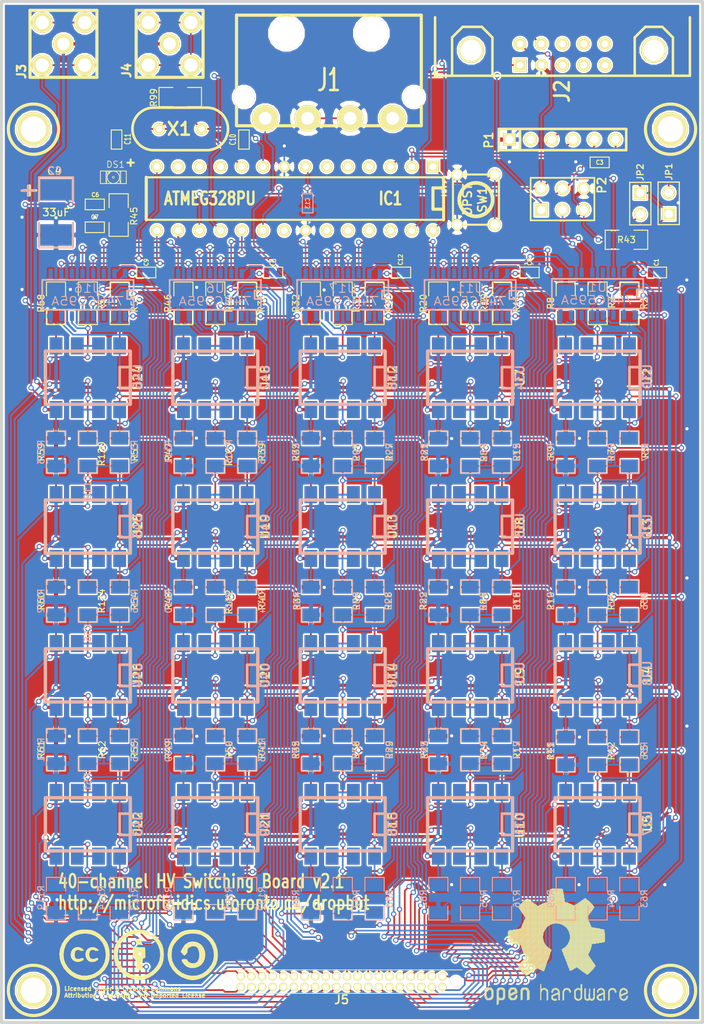
<source format=kicad_pcb>
(kicad_pcb (version 3) (host pcbnew "(2013-07-07 BZR 4022)-stable")
  (layers (15 Front signal) (0 Back signal) (18 B.Paste user) (19 F.Paste user) (20 B.SilkS user) (21 F.SilkS user) (22 B.Mask user) (23 F.Mask user) (28 Edge.Cuts user))
  (net 0 "")
  (net 1 +5V)
  (net 2 +5V_USB)
  (net 3 GND)
  (net 4 HV)
  (net 5 HVGND)
  (net 6 HVOUT0)
  (net 7 HVOUT1)
  (net 8 HVOUT10)
  (net 9 HVOUT11)
  (net 10 HVOUT12)
  (net 11 HVOUT13)
  (net 12 HVOUT14)
  (net 13 HVOUT15)
  (net 14 HVOUT16)
  (net 15 HVOUT17)
  (net 16 HVOUT18)
  (net 17 HVOUT19)
  (net 18 HVOUT2)
  (net 19 HVOUT20)
  (net 20 HVOUT21)
  (net 21 HVOUT22)
  (net 22 HVOUT23)
  (net 23 HVOUT24)
  (net 24 HVOUT25)
  (net 25 HVOUT26)
  (net 26 HVOUT27)
  (net 27 HVOUT28)
  (net 28 HVOUT29)
  (net 29 HVOUT3)
  (net 30 HVOUT30)
  (net 31 HVOUT31)
  (net 32 HVOUT32)
  (net 33 HVOUT33)
  (net 34 HVOUT34)
  (net 35 HVOUT35)
  (net 36 HVOUT36)
  (net 37 HVOUT37)
  (net 38 HVOUT38)
  (net 39 HVOUT39)
  (net 40 HVOUT4)
  (net 41 HVOUT5)
  (net 42 HVOUT6)
  (net 43 HVOUT7)
  (net 44 HVOUT8)
  (net 45 HVOUT9)
  (net 46 MISO)
  (net 47 MOSI)
  (net 48 N-00000118)
  (net 49 N-00000119)
  (net 50 N-00000120)
  (net 51 N-00000126)
  (net 52 N-00000127)
  (net 53 N-00000128)
  (net 54 N-00000129)
  (net 55 N-00000130)
  (net 56 N-00000131)
  (net 57 N-00000132)
  (net 58 N-00000133)
  (net 59 N-00000134)
  (net 60 N-00000135)
  (net 61 N-00000136)
  (net 62 N-00000137)
  (net 63 N-00000138)
  (net 64 N-00000139)
  (net 65 N-00000140)
  (net 66 N-00000141)
  (net 67 N-00000142)
  (net 68 N-00000143)
  (net 69 N-00000144)
  (net 70 N-00000145)
  (net 71 N-00000146)
  (net 72 N-00000147)
  (net 73 N-00000148)
  (net 74 N-00000149)
  (net 75 N-00000150)
  (net 76 N-00000151)
  (net 77 N-00000152)
  (net 78 N-00000153)
  (net 79 N-00000154)
  (net 80 N-00000155)
  (net 81 N-00000156)
  (net 82 N-00000157)
  (net 83 N-00000158)
  (net 84 N-00000159)
  (net 85 N-00000160)
  (net 86 N-00000161)
  (net 87 N-00000162)
  (net 88 N-00000163)
  (net 89 N-00000164)
  (net 90 N-00000165)
  (net 91 N-00000166)
  (net 92 N-00000167)
  (net 93 N-00000168)
  (net 94 N-00000169)
  (net 95 N-00000170)
  (net 96 N-00000171)
  (net 97 N-00000172)
  (net 98 N-00000173)
  (net 99 N-00000174)
  (net 100 N-00000175)
  (net 101 N-00000176)
  (net 102 N-00000177)
  (net 103 N-00000178)
  (net 104 N-00000179)
  (net 105 N-00000180)
  (net 106 N-00000181)
  (net 107 N-00000182)
  (net 108 N-00000183)
  (net 109 N-00000184)
  (net 110 N-00000185)
  (net 111 N-00000186)
  (net 112 N-00000187)
  (net 113 N-00000188)
  (net 114 N-00000189)
  (net 115 N-00000190)
  (net 116 N-00000191)
  (net 117 N-00000192)
  (net 118 N-00000193)
  (net 119 N-00000194)
  (net 120 N-00000195)
  (net 121 N-00000196)
  (net 122 N-00000197)
  (net 123 N-00000198)
  (net 124 N-00000199)
  (net 125 N-00000200)
  (net 126 N-00000201)
  (net 127 N-00000202)
  (net 128 N-00000203)
  (net 129 N-00000204)
  (net 130 N-00000205)
  (net 131 N-0000027)
  (net 132 N-0000028)
  (net 133 N-0000029)
  (net 134 N-0000043)
  (net 135 N-0000071)
  (net 136 OE)
  (net 137 OUT0)
  (net 138 OUT1)
  (net 139 OUT10)
  (net 140 OUT11)
  (net 141 OUT12)
  (net 142 OUT13)
  (net 143 OUT14)
  (net 144 OUT15)
  (net 145 OUT16)
  (net 146 OUT17)
  (net 147 OUT18)
  (net 148 OUT19)
  (net 149 OUT2)
  (net 150 OUT20)
  (net 151 OUT21)
  (net 152 OUT22)
  (net 153 OUT23)
  (net 154 OUT24)
  (net 155 OUT25)
  (net 156 OUT26)
  (net 157 OUT27)
  (net 158 OUT28)
  (net 159 OUT29)
  (net 160 OUT3)
  (net 161 OUT30)
  (net 162 OUT31)
  (net 163 OUT32)
  (net 164 OUT33)
  (net 165 OUT34)
  (net 166 OUT35)
  (net 167 OUT36)
  (net 168 OUT37)
  (net 169 OUT38)
  (net 170 OUT39)
  (net 171 OUT4)
  (net 172 OUT5)
  (net 173 OUT6)
  (net 174 OUT7)
  (net 175 OUT8)
  (net 176 OUT9)
  (net 177 RST)
  (net 178 RX)
  (net 179 SCK)
  (net 180 SCL)
  (net 181 SDA)
  (net 182 SRCLR)
  (net 183 SS)
  (net 184 TX)
  (net 185 VCC)
  (module TFML-120-01-XXX-D-RA (layer Front) (at 57.18175 132.30225 180)
    (fp_text reference J5 (at 0 -2.159 180) (layer F.SilkS) (effects (font (size 1.016 1.016) (thickness 0.2032))))
    (fp_text value CONN_40 hide)
    (pad "" thru_hole circle (at -13.6525 0 180) (size 1.27 1.27) (drill 1.27) (layers *.Cu *.Mask F.SilkS))
    (pad "" thru_hole circle (at 13.6525 0 180) (size 1.27 1.27) (drill 1.27) (layers *.Cu *.Mask F.SilkS))
    (pad 3 thru_hole circle (at -10.795 0.635 180) (size 1.00076 1.00076) (drill 0.635) (layers *.Cu *.Mask F.SilkS) (net 18 HVOUT2))
    (pad 1 thru_hole circle (at -12.065 0.635 180) (size 1.00076 1.00076) (drill 0.635) (layers *.Cu *.Mask F.SilkS) (net 6 HVOUT0))
    (pad 2 thru_hole circle (at -12.065 -0.635 180) (size 1.00076 1.00076) (drill 0.635) (layers *.Cu *.Mask F.SilkS) (net 7 HVOUT1))
    (pad 4 thru_hole circle (at -10.795 -0.635 180) (size 1.00076 1.00076) (drill 0.635) (layers *.Cu *.Mask F.SilkS) (net 29 HVOUT3))
    (pad 10 thru_hole circle (at -6.985 -0.635 180) (size 1.00076 1.00076) (drill 0.635) (layers *.Cu *.Mask F.SilkS) (net 45 HVOUT9))
    (pad 12 thru_hole circle (at -5.715 -0.635 180) (size 1.00076 1.00076) (drill 0.635) (layers *.Cu *.Mask F.SilkS) (net 9 HVOUT11))
    (pad 8 thru_hole circle (at -8.255 -0.635 180) (size 1.00076 1.00076) (drill 0.635) (layers *.Cu *.Mask F.SilkS) (net 43 HVOUT7))
    (pad 6 thru_hole circle (at -9.525 -0.635 180) (size 1.00076 1.00076) (drill 0.635) (layers *.Cu *.Mask F.SilkS) (net 41 HVOUT5))
    (pad 5 thru_hole circle (at -9.525 0.635 180) (size 1.00076 1.00076) (drill 0.635) (layers *.Cu *.Mask F.SilkS) (net 40 HVOUT4))
    (pad 7 thru_hole circle (at -8.255 0.635 180) (size 1.00076 1.00076) (drill 0.635) (layers *.Cu *.Mask F.SilkS) (net 42 HVOUT6))
    (pad 11 thru_hole circle (at -5.715 0.635 180) (size 1.00076 1.00076) (drill 0.635) (layers *.Cu *.Mask F.SilkS) (net 8 HVOUT10))
    (pad 9 thru_hole circle (at -6.985 0.635 180) (size 1.00076 1.00076) (drill 0.635) (layers *.Cu *.Mask F.SilkS) (net 44 HVOUT8))
    (pad 32 thru_hole circle (at 6.985 -0.635 180) (size 1.00076 1.00076) (drill 0.635) (layers *.Cu *.Mask F.SilkS) (net 31 HVOUT31))
    (pad 34 thru_hole circle (at 8.255 -0.635 180) (size 1.00076 1.00076) (drill 0.635) (layers *.Cu *.Mask F.SilkS) (net 33 HVOUT33))
    (pad 38 thru_hole circle (at 10.795 -0.635 180) (size 1.00076 1.00076) (drill 0.635) (layers *.Cu *.Mask F.SilkS) (net 37 HVOUT37))
    (pad 36 thru_hole circle (at 9.525 -0.635 180) (size 1.00076 1.00076) (drill 0.635) (layers *.Cu *.Mask F.SilkS) (net 35 HVOUT35))
    (pad 35 thru_hole circle (at 9.525 0.635 180) (size 1.00076 1.00076) (drill 0.635) (layers *.Cu *.Mask F.SilkS) (net 34 HVOUT34))
    (pad 37 thru_hole circle (at 10.795 0.635 180) (size 1.00076 1.00076) (drill 0.635) (layers *.Cu *.Mask F.SilkS) (net 36 HVOUT36))
    (pad 33 thru_hole circle (at 8.255 0.635 180) (size 1.00076 1.00076) (drill 0.635) (layers *.Cu *.Mask F.SilkS) (net 32 HVOUT32))
    (pad 31 thru_hole circle (at 6.985 0.635 180) (size 1.00076 1.00076) (drill 0.635) (layers *.Cu *.Mask F.SilkS) (net 30 HVOUT30))
    (pad 39 thru_hole circle (at 12.065 0.635 180) (size 1.00076 1.00076) (drill 0.635) (layers *.Cu *.Mask F.SilkS) (net 38 HVOUT38))
    (pad 40 thru_hole circle (at 12.065 -0.635 180) (size 1.00076 1.00076) (drill 0.635) (layers *.Cu *.Mask F.SilkS) (net 39 HVOUT39))
    (pad 30 thru_hole circle (at 5.715 -0.635 180) (size 1.00076 1.00076) (drill 0.635) (layers *.Cu *.Mask F.SilkS) (net 28 HVOUT29))
    (pad 29 thru_hole circle (at 5.715 0.635 180) (size 1.00076 1.00076) (drill 0.635) (layers *.Cu *.Mask F.SilkS) (net 27 HVOUT28))
    (pad 17 thru_hole circle (at -1.905 0.635 180) (size 1.00076 1.00076) (drill 0.635) (layers *.Cu *.Mask F.SilkS) (net 14 HVOUT16))
    (pad 19 thru_hole circle (at -0.635 0.635 180) (size 1.00076 1.00076) (drill 0.635) (layers *.Cu *.Mask F.SilkS) (net 16 HVOUT18))
    (pad 15 thru_hole circle (at -3.175 0.635 180) (size 1.00076 1.00076) (drill 0.635) (layers *.Cu *.Mask F.SilkS) (net 12 HVOUT14))
    (pad 13 thru_hole circle (at -4.445 0.635 180) (size 1.00076 1.00076) (drill 0.635) (layers *.Cu *.Mask F.SilkS) (net 10 HVOUT12))
    (pad 21 thru_hole circle (at 0.635 0.635 180) (size 1.00076 1.00076) (drill 0.635) (layers *.Cu *.Mask F.SilkS) (net 19 HVOUT20))
    (pad 23 thru_hole circle (at 1.905 0.635 180) (size 1.00076 1.00076) (drill 0.635) (layers *.Cu *.Mask F.SilkS) (net 21 HVOUT22))
    (pad 27 thru_hole circle (at 4.445 0.635 180) (size 1.00076 1.00076) (drill 0.635) (layers *.Cu *.Mask F.SilkS) (net 25 HVOUT26))
    (pad 25 thru_hole circle (at 3.175 0.635 180) (size 1.00076 1.00076) (drill 0.635) (layers *.Cu *.Mask F.SilkS) (net 23 HVOUT24))
    (pad 26 thru_hole circle (at 3.175 -0.635 180) (size 1.00076 1.00076) (drill 0.635) (layers *.Cu *.Mask F.SilkS) (net 24 HVOUT25))
    (pad 28 thru_hole circle (at 4.445 -0.635 180) (size 1.00076 1.00076) (drill 0.635) (layers *.Cu *.Mask F.SilkS) (net 26 HVOUT27))
    (pad 24 thru_hole circle (at 1.905 -0.635 180) (size 1.00076 1.00076) (drill 0.635) (layers *.Cu *.Mask F.SilkS) (net 22 HVOUT23))
    (pad 22 thru_hole circle (at 0.635 -0.635 180) (size 1.00076 1.00076) (drill 0.635) (layers *.Cu *.Mask F.SilkS) (net 20 HVOUT21))
    (pad 14 thru_hole circle (at -4.445 -0.635 180) (size 1.00076 1.00076) (drill 0.635) (layers *.Cu *.Mask F.SilkS) (net 11 HVOUT13))
    (pad 16 thru_hole circle (at -3.175 -0.635 180) (size 1.00076 1.00076) (drill 0.635) (layers *.Cu *.Mask F.SilkS) (net 13 HVOUT15))
    (pad 20 thru_hole circle (at -0.635 -0.635 180) (size 1.00076 1.00076) (drill 0.635) (layers *.Cu *.Mask F.SilkS) (net 17 HVOUT19))
    (pad 18 thru_hole circle (at -1.905 -0.635 180) (size 1.00076 1.00076) (drill 0.635) (layers *.Cu *.Mask F.SilkS) (net 15 HVOUT17))
  )
  (module HE10-10C (layer Front) (at 83.59775 21.55825 180)
    (fp_text reference J2 (at 0.0635 -4.3815 270) (layer F.SilkS) (effects (font (size 1.77546 1.5875) (thickness 0.3048))))
    (fp_text value CONN_10 hide)
    (pad 0 thru_hole circle (at -10.922 0.508 180) (size 3.048 3.048) (drill 2.54) (layers *.Cu *.Mask F.SilkS))
    (pad 0 thru_hole circle (at 10.922 0.508 180) (size 3.048 3.048) (drill 2.54) (layers *.Cu *.Mask F.SilkS))
    (pad 1 thru_hole rect (at 5.08 -1.27 180) (size 1.524 1.524) (drill 0.8128) (layers *.Cu *.Mask F.SilkS) (net 181 SDA))
    (pad 2 thru_hole circle (at 5.08 1.27 180) (size 1.524 1.524) (drill 0.8128) (layers *.Cu *.Mask F.SilkS) (net 185 VCC))
    (pad 3 thru_hole circle (at 2.54 -1.27 180) (size 1.524 1.524) (drill 0.8128) (layers *.Cu *.Mask F.SilkS) (net 3 GND))
    (pad 4 thru_hole circle (at 2.54 1.27 180) (size 1.524 1.524) (drill 0.8128) (layers *.Cu *.Mask F.SilkS) (net 180 SCL))
    (pad 5 thru_hole circle (at 0 -1.27 180) (size 1.524 1.524) (drill 0.8128) (layers *.Cu *.Mask F.SilkS))
    (pad 6 thru_hole circle (at 0 1.27 180) (size 1.524 1.524) (drill 0.8128) (layers *.Cu *.Mask F.SilkS))
    (pad 7 thru_hole circle (at -2.54 -1.27 180) (size 1.524 1.524) (drill 0.8128) (layers *.Cu *.Mask F.SilkS))
    (pad 8 thru_hole circle (at -2.54 1.27 180) (size 1.524 1.524) (drill 0.8128) (layers *.Cu *.Mask F.SilkS))
    (pad 9 thru_hole circle (at -5.08 -1.27 180) (size 1.524 1.524) (drill 0.8128) (layers *.Cu *.Mask F.SilkS))
    (pad 10 thru_hole circle (at -5.08 1.27 180) (size 1.524 1.524) (drill 0.8128) (layers *.Cu *.Mask F.SilkS))
  )
  (module 1pin (layer Front) (at 20.32 133.35 270)
    (fp_text reference 1PIN hide)
    (fp_text value P*** hide)
    (pad 1 thru_hole circle (at 0 0 270) (size 4.064 4.064) (drill 3.048) (layers *.Cu *.Mask F.SilkS))
  )
  (module 1pin (layer Front) (at 96.52 133.35 270)
    (fp_text reference 1PIN hide)
    (fp_text value P*** hide)
    (pad 1 thru_hole circle (at 0 0 270) (size 4.064 4.064) (drill 3.048) (layers *.Cu *.Mask F.SilkS))
  )
  (module 1pin (layer Front) (at 20.32 30.48 270)
    (fp_text reference 1PIN hide)
    (fp_text value P*** hide)
    (pad 1 thru_hole circle (at 0 0 270) (size 4.064 4.064) (drill 3.048) (layers *.Cu *.Mask F.SilkS))
  )
  (module 1pin (layer Front) (at 96.52 30.48 270)
    (fp_text reference 1PIN hide)
    (fp_text value P*** hide)
    (pad 1 thru_hole circle (at 0 0 270) (size 4.064 4.064) (drill 3.048) (layers *.Cu *.Mask F.SilkS))
  )
  (module SM1206 (layer Front) (at 26.82875 51.27625 270)
    (fp_text reference R57 (at -0.127 -1.651 270) (layer F.SilkS) (effects (font (size 0.762 0.762) (thickness 0.127))))
    (fp_text value 4.75k hide)
    (pad 1 smd rect (at -1.651 0 270) (size 1.524 2.032) (layers Front F.Paste F.Mask) (net 1 +5V))
    (pad 2 smd rect (at 1.651 0 270) (size 1.524 2.032) (layers Front F.Paste F.Mask) (net 169 OUT38))
  )
  (module SM1206 (layer Front) (at 30.63875 69.05625 90)
    (fp_text reference R53 (at 0 1.778 90) (layer F.SilkS) (effects (font (size 0.762 0.762) (thickness 0.127))))
    (fp_text value 375 hide)
    (pad 1 smd rect (at -1.651 0 90) (size 1.524 2.032) (layers Front F.Paste F.Mask) (net 103 N-00000178))
    (pad 2 smd rect (at 1.651 0 90) (size 1.524 2.032) (layers Front F.Paste F.Mask) (net 1 +5V))
  )
  (module SM1206 (layer Back) (at 26.82875 86.83625 90)
    (fp_text reference R56 (at -3.81 0 90) (layer B.SilkS) (effects (font (size 0.762 0.762) (thickness 0.127)) (justify mirror)))
    (fp_text value 4.75k hide)
    (pad 1 smd rect (at -1.651 0 90) (size 1.524 2.032) (layers Back B.Paste B.Mask) (net 1 +5V))
    (pad 2 smd rect (at 1.651 0 90) (size 1.524 2.032) (layers Back B.Paste B.Mask) (net 168 OUT37))
  )
  (module SM1206 (layer Front) (at 26.82875 104.61625 270)
    (fp_text reference R62 (at 0 -1.7145 270) (layer F.SilkS) (effects (font (size 0.762 0.762) (thickness 0.127))))
    (fp_text value 4.75k hide)
    (pad 1 smd rect (at -1.651 0 270) (size 1.524 2.032) (layers Front F.Paste F.Mask) (net 1 +5V))
    (pad 2 smd rect (at 1.651 0 270) (size 1.524 2.032) (layers Front F.Paste F.Mask) (net 163 OUT32))
  )
  (module SM1206 (layer Front) (at 23.01875 104.61625 270)
    (fp_text reference R61 (at 0 1.778 270) (layer F.SilkS) (effects (font (size 0.762 0.762) (thickness 0.127))))
    (fp_text value 375 hide)
    (pad 1 smd rect (at -1.651 0 270) (size 1.524 2.032) (layers Front F.Paste F.Mask) (net 3 GND))
    (pad 2 smd rect (at 1.651 0 270) (size 1.524 2.032) (layers Front F.Paste F.Mask) (net 130 N-00000205))
  )
  (module SM1206 (layer Back) (at 91.59875 122.39625 270)
    (fp_text reference R63 (at 0 -1.778 270) (layer B.SilkS) (effects (font (size 0.762 0.762) (thickness 0.127)) (justify mirror)))
    (fp_text value 375 hide)
    (pad 1 smd rect (at -1.651 0 270) (size 1.524 2.032) (layers Back B.Paste B.Mask) (net 72 N-00000147))
    (pad 2 smd rect (at 1.651 0 270) (size 1.524 2.032) (layers Back B.Paste B.Mask) (net 1 +5V))
  )
  (module SM1206 (layer Back) (at 87.78875 122.39625 90)
    (fp_text reference R64 (at 0 1.651 90) (layer B.SilkS) (effects (font (size 0.762 0.762) (thickness 0.127)) (justify mirror)))
    (fp_text value 4.75k hide)
    (pad 1 smd rect (at -1.651 0 90) (size 1.524 2.032) (layers Back B.Paste B.Mask) (net 1 +5V))
    (pad 2 smd rect (at 1.651 0 90) (size 1.524 2.032) (layers Back B.Paste B.Mask) (net 138 OUT1))
  )
  (module SM1206 (layer Back) (at 83.97875 69.05625 90)
    (fp_text reference R73 (at 0 -1.778 90) (layer B.SilkS) (effects (font (size 0.762 0.762) (thickness 0.127)) (justify mirror)))
    (fp_text value 375 hide)
    (pad 1 smd rect (at -1.651 0 90) (size 1.524 2.032) (layers Back B.Paste B.Mask) (net 3 GND))
    (pad 2 smd rect (at 1.651 0 90) (size 1.524 2.032) (layers Back B.Paste B.Mask) (net 79 N-00000154))
  )
  (module SM1206 (layer Back) (at 68.73875 104.61625 90)
    (fp_text reference R83 (at 0 -1.651 90) (layer B.SilkS) (effects (font (size 0.762 0.762) (thickness 0.127)) (justify mirror)))
    (fp_text value 375 hide)
    (pad 1 smd rect (at -1.651 0 90) (size 1.524 2.032) (layers Back B.Paste B.Mask) (net 3 GND))
    (pad 2 smd rect (at 1.651 0 90) (size 1.524 2.032) (layers Back B.Paste B.Mask) (net 59 N-00000134))
  )
  (module SM1206 (layer Back) (at 76.35875 69.05625 270)
    (fp_text reference R79 (at 0 -1.778 270) (layer B.SilkS) (effects (font (size 0.762 0.762) (thickness 0.127)) (justify mirror)))
    (fp_text value 375 hide)
    (pad 1 smd rect (at -1.651 0 270) (size 1.524 2.032) (layers Back B.Paste B.Mask) (net 66 N-00000141))
    (pad 2 smd rect (at 1.651 0 270) (size 1.524 2.032) (layers Back B.Paste B.Mask) (net 1 +5V))
  )
  (module SM1206 (layer Back) (at 76.35875 86.83625 270)
    (fp_text reference R78 (at 0 -1.778 270) (layer B.SilkS) (effects (font (size 0.762 0.762) (thickness 0.127)) (justify mirror)))
    (fp_text value 375 hide)
    (pad 1 smd rect (at -1.651 0 270) (size 1.524 2.032) (layers Back B.Paste B.Mask) (net 53 N-00000128))
    (pad 2 smd rect (at 1.651 0 270) (size 1.524 2.032) (layers Back B.Paste B.Mask) (net 1 +5V))
  )
  (module SM1206 (layer Back) (at 68.73875 122.39625 90)
    (fp_text reference R82 (at 0 -1.778 90) (layer B.SilkS) (effects (font (size 0.762 0.762) (thickness 0.127)) (justify mirror)))
    (fp_text value 375 hide)
    (pad 1 smd rect (at -1.651 0 90) (size 1.524 2.032) (layers Back B.Paste B.Mask) (net 3 GND))
    (pad 2 smd rect (at 1.651 0 90) (size 1.524 2.032) (layers Back B.Paste B.Mask) (net 56 N-00000131))
  )
  (module SM1206 (layer Back) (at 61.11875 69.05625 270)
    (fp_text reference R91 (at 0 -1.778 270) (layer B.SilkS) (effects (font (size 0.762 0.762) (thickness 0.127)) (justify mirror)))
    (fp_text value 375 hide)
    (pad 1 smd rect (at -1.651 0 270) (size 1.524 2.032) (layers Back B.Paste B.Mask) (net 124 N-00000199))
    (pad 2 smd rect (at 1.651 0 270) (size 1.524 2.032) (layers Back B.Paste B.Mask) (net 1 +5V))
  )
  (module SM1206 (layer Back) (at 61.11875 104.61625 270)
    (fp_text reference R89 (at 0 -1.778 270) (layer B.SilkS) (effects (font (size 0.762 0.762) (thickness 0.127)) (justify mirror)))
    (fp_text value 375 hide)
    (pad 1 smd rect (at -1.651 0 270) (size 1.524 2.032) (layers Back B.Paste B.Mask) (net 64 N-00000139))
    (pad 2 smd rect (at 1.651 0 270) (size 1.524 2.032) (layers Back B.Paste B.Mask) (net 1 +5V))
  )
  (module SM1206 (layer Back) (at 61.11875 86.83625 270)
    (fp_text reference R90 (at 0 -1.651 270) (layer B.SilkS) (effects (font (size 0.762 0.762) (thickness 0.127)) (justify mirror)))
    (fp_text value 375 hide)
    (pad 1 smd rect (at -1.651 0 270) (size 1.524 2.032) (layers Back B.Paste B.Mask) (net 113 N-00000188))
    (pad 2 smd rect (at 1.651 0 270) (size 1.524 2.032) (layers Back B.Paste B.Mask) (net 1 +5V))
  )
  (module SM1206 (layer Back) (at 57.30875 69.05625 90)
    (fp_text reference R92 (at 0 1.651 90) (layer B.SilkS) (effects (font (size 0.762 0.762) (thickness 0.127)) (justify mirror)))
    (fp_text value 4.75k hide)
    (pad 1 smd rect (at -1.651 0 90) (size 1.524 2.032) (layers Back B.Paste B.Mask) (net 1 +5V))
    (pad 2 smd rect (at 1.651 0 90) (size 1.524 2.032) (layers Back B.Paste B.Mask) (net 153 OUT23))
  )
  (module SM1206 (layer Front) (at 45.87875 69.05625 90)
    (fp_text reference R39 (at 0 1.778 90) (layer F.SilkS) (effects (font (size 0.762 0.762) (thickness 0.127))))
    (fp_text value 375 hide)
    (pad 1 smd rect (at -1.651 0 90) (size 1.524 2.032) (layers Front F.Paste F.Mask) (net 97 N-00000172))
    (pad 2 smd rect (at 1.651 0 90) (size 1.524 2.032) (layers Front F.Paste F.Mask) (net 1 +5V))
  )
  (module SM1206 (layer Front) (at 45.87875 86.83625 90)
    (fp_text reference R40 (at 0 1.778 90) (layer F.SilkS) (effects (font (size 0.762 0.762) (thickness 0.127))))
    (fp_text value 375 hide)
    (pad 1 smd rect (at -1.651 0 90) (size 1.524 2.032) (layers Front F.Paste F.Mask) (net 121 N-00000196))
    (pad 2 smd rect (at 1.651 0 90) (size 1.524 2.032) (layers Front F.Paste F.Mask) (net 1 +5V))
  )
  (module SM1206 (layer Front) (at 38.25875 104.61625 270)
    (fp_text reference R49 (at 0 1.778 270) (layer F.SilkS) (effects (font (size 0.762 0.762) (thickness 0.127))))
    (fp_text value 375 hide)
    (pad 1 smd rect (at -1.651 0 270) (size 1.524 2.032) (layers Front F.Paste F.Mask) (net 3 GND))
    (pad 2 smd rect (at 1.651 0 270) (size 1.524 2.032) (layers Front F.Paste F.Mask) (net 118 N-00000193))
  )
  (module SM1206 (layer Front) (at 23.01875 69.05625 270)
    (fp_text reference R59 (at 0 1.778 270) (layer F.SilkS) (effects (font (size 0.762 0.762) (thickness 0.127))))
    (fp_text value 375 hide)
    (pad 1 smd rect (at -1.651 0 270) (size 1.524 2.032) (layers Front F.Paste F.Mask) (net 3 GND))
    (pad 2 smd rect (at 1.651 0 270) (size 1.524 2.032) (layers Front F.Paste F.Mask) (net 108 N-00000183))
  )
  (module SM1206 (layer Front) (at 30.63875 104.61625 90)
    (fp_text reference R55 (at 0 1.778 90) (layer F.SilkS) (effects (font (size 0.762 0.762) (thickness 0.127))))
    (fp_text value 375 hide)
    (pad 1 smd rect (at -1.651 0 90) (size 1.524 2.032) (layers Front F.Paste F.Mask) (net 94 N-00000169))
    (pad 2 smd rect (at 1.651 0 90) (size 1.524 2.032) (layers Front F.Paste F.Mask) (net 1 +5V))
  )
  (module SM1206 (layer Front) (at 30.63875 86.83625 90)
    (fp_text reference R54 (at 0 1.778 90) (layer F.SilkS) (effects (font (size 0.762 0.762) (thickness 0.127))))
    (fp_text value 375 hide)
    (pad 1 smd rect (at -1.651 0 90) (size 1.524 2.032) (layers Front F.Paste F.Mask) (net 107 N-00000182))
    (pad 2 smd rect (at 1.651 0 90) (size 1.524 2.032) (layers Front F.Paste F.Mask) (net 1 +5V))
  )
  (module SM1206 (layer Front) (at 23.01875 51.27625 270)
    (fp_text reference R58 (at 0 1.778 270) (layer F.SilkS) (effects (font (size 0.762 0.762) (thickness 0.127))))
    (fp_text value 375 hide)
    (pad 1 smd rect (at -1.651 0 270) (size 1.524 2.032) (layers Front F.Paste F.Mask) (net 3 GND))
    (pad 2 smd rect (at 1.651 0 270) (size 1.524 2.032) (layers Front F.Paste F.Mask) (net 110 N-00000185))
  )
  (module SM1206 (layer Back) (at 91.59875 69.05625 270)
    (fp_text reference R67 (at 0 -1.905 270) (layer B.SilkS) (effects (font (size 0.762 0.762) (thickness 0.127)) (justify mirror)))
    (fp_text value 375 hide)
    (pad 1 smd rect (at -1.651 0 270) (size 1.524 2.032) (layers Back B.Paste B.Mask) (net 80 N-00000155))
    (pad 2 smd rect (at 1.651 0 270) (size 1.524 2.032) (layers Back B.Paste B.Mask) (net 1 +5V))
  )
  (module SM1206 (layer Back) (at 91.59875 104.74325 270)
    (fp_text reference R65 (at 0 -1.778 270) (layer B.SilkS) (effects (font (size 0.762 0.762) (thickness 0.127)) (justify mirror)))
    (fp_text value 375 hide)
    (pad 1 smd rect (at -1.651 0 270) (size 1.524 2.032) (layers Back B.Paste B.Mask) (net 82 N-00000157))
    (pad 2 smd rect (at 1.651 0 270) (size 1.524 2.032) (layers Back B.Paste B.Mask) (net 1 +5V))
  )
  (module SM1206 (layer Back) (at 91.59875 86.83625 270)
    (fp_text reference R66 (at 0 -1.778 270) (layer B.SilkS) (effects (font (size 0.762 0.762) (thickness 0.127)) (justify mirror)))
    (fp_text value 375 hide)
    (pad 1 smd rect (at -1.651 0 270) (size 1.524 2.032) (layers Back B.Paste B.Mask) (net 85 N-00000160))
    (pad 2 smd rect (at 1.651 0 270) (size 1.524 2.032) (layers Back B.Paste B.Mask) (net 1 +5V))
  )
  (module SM1206 (layer Back) (at 87.78875 69.05625 90)
    (fp_text reference R68 (at 0 1.651 90) (layer B.SilkS) (effects (font (size 0.762 0.762) (thickness 0.127)) (justify mirror)))
    (fp_text value 4.75k hide)
    (pad 1 smd rect (at -1.651 0 90) (size 1.524 2.032) (layers Back B.Paste B.Mask) (net 1 +5V))
    (pad 2 smd rect (at 1.651 0 90) (size 1.524 2.032) (layers Back B.Paste B.Mask) (net 174 OUT7))
  )
  (module SM1206 (layer Back) (at 72.54875 122.39625 90)
    (fp_text reference R75 (at 0 1.651 90) (layer B.SilkS) (effects (font (size 0.762 0.762) (thickness 0.127)) (justify mirror)))
    (fp_text value 4.75k hide)
    (pad 1 smd rect (at -1.651 0 90) (size 1.524 2.032) (layers Back B.Paste B.Mask) (net 1 +5V))
    (pad 2 smd rect (at 1.651 0 90) (size 1.524 2.032) (layers Back B.Paste B.Mask) (net 176 OUT9))
  )
  (module SM1206 (layer Back) (at 83.97875 104.74325 90)
    (fp_text reference R71 (at 0 -1.778 90) (layer B.SilkS) (effects (font (size 0.762 0.762) (thickness 0.127)) (justify mirror)))
    (fp_text value 375 hide)
    (pad 1 smd rect (at -1.651 0 90) (size 1.524 2.032) (layers Back B.Paste B.Mask) (net 3 GND))
    (pad 2 smd rect (at 1.651 0 90) (size 1.524 2.032) (layers Back B.Paste B.Mask) (net 83 N-00000158))
  )
  (module SM1206 (layer Back) (at 83.97875 86.83625 90)
    (fp_text reference R72 (at 0 -1.778 90) (layer B.SilkS) (effects (font (size 0.762 0.762) (thickness 0.127)) (justify mirror)))
    (fp_text value 375 hide)
    (pad 1 smd rect (at -1.651 0 90) (size 1.524 2.032) (layers Back B.Paste B.Mask) (net 3 GND))
    (pad 2 smd rect (at 1.651 0 90) (size 1.524 2.032) (layers Back B.Paste B.Mask) (net 84 N-00000159))
  )
  (module SM1206 (layer Back) (at 76.35875 122.39625 270)
    (fp_text reference R76 (at 0 -1.778 270) (layer B.SilkS) (effects (font (size 0.762 0.762) (thickness 0.127)) (justify mirror)))
    (fp_text value 375 hide)
    (pad 1 smd rect (at -1.651 0 270) (size 1.524 2.032) (layers Back B.Paste B.Mask) (net 60 N-00000135))
    (pad 2 smd rect (at 1.651 0 270) (size 1.524 2.032) (layers Back B.Paste B.Mask) (net 1 +5V))
  )
  (module SM1206 (layer Front) (at 87.78875 86.83625 270)
    (fp_text reference R74 (at 0 -1.651 270) (layer F.SilkS) (effects (font (size 0.762 0.762) (thickness 0.127))))
    (fp_text value 4.75k hide)
    (pad 1 smd rect (at -1.651 0 270) (size 1.524 2.032) (layers Front F.Paste F.Mask) (net 1 +5V))
    (pad 2 smd rect (at 1.651 0 270) (size 1.524 2.032) (layers Front F.Paste F.Mask) (net 149 OUT2))
  )
  (module SM1206 (layer Front) (at 87.78875 69.05625 270)
    (fp_text reference R70 (at 0 -1.651 270) (layer F.SilkS) (effects (font (size 0.762 0.762) (thickness 0.127))))
    (fp_text value 4.75k hide)
    (pad 1 smd rect (at -1.651 0 270) (size 1.524 2.032) (layers Front F.Paste F.Mask) (net 1 +5V))
    (pad 2 smd rect (at 1.651 0 270) (size 1.524 2.032) (layers Front F.Paste F.Mask) (net 171 OUT4))
  )
  (module SM1206 (layer Back) (at 83.97875 122.39625 90)
    (fp_text reference R69 (at 0 -1.778 90) (layer B.SilkS) (effects (font (size 0.762 0.762) (thickness 0.127)) (justify mirror)))
    (fp_text value 375 hide)
    (pad 1 smd rect (at -1.651 0 90) (size 1.524 2.032) (layers Back B.Paste B.Mask) (net 3 GND))
    (pad 2 smd rect (at 1.651 0 90) (size 1.524 2.032) (layers Back B.Paste B.Mask) (net 73 N-00000148))
  )
  (module SM1206 (layer Front) (at 23.01875 86.83625 270)
    (fp_text reference R60 (at 0 1.778 270) (layer F.SilkS) (effects (font (size 0.762 0.762) (thickness 0.127))))
    (fp_text value 375 hide)
    (pad 1 smd rect (at -1.651 0 270) (size 1.524 2.032) (layers Front F.Paste F.Mask) (net 3 GND))
    (pad 2 smd rect (at 1.651 0 270) (size 1.524 2.032) (layers Front F.Paste F.Mask) (net 128 N-00000203))
  )
  (module SM1206 (layer Back) (at 30.63875 122.39625 270)
    (fp_text reference R113 (at 0 -1.778 270) (layer B.SilkS) (effects (font (size 0.762 0.762) (thickness 0.127)) (justify mirror)))
    (fp_text value 375 hide)
    (pad 1 smd rect (at -1.651 0 270) (size 1.524 2.032) (layers Back B.Paste B.Mask) (net 93 N-00000168))
    (pad 2 smd rect (at 1.651 0 270) (size 1.524 2.032) (layers Back B.Paste B.Mask) (net 1 +5V))
  )
  (module SM1206 (layer Back) (at 26.82875 122.39625 90)
    (fp_text reference R114 (at 0.127 1.651 90) (layer B.SilkS) (effects (font (size 0.762 0.762) (thickness 0.127)) (justify mirror)))
    (fp_text value 4.75k hide)
    (pad 1 smd rect (at -1.651 0 90) (size 1.524 2.032) (layers Back B.Paste B.Mask) (net 1 +5V))
    (pad 2 smd rect (at 1.651 0 90) (size 1.524 2.032) (layers Back B.Paste B.Mask) (net 164 OUT33))
  )
  (module SM1206 (layer Back) (at 30.63875 86.83625 270)
    (fp_text reference R116 (at 0 -1.778 270) (layer B.SilkS) (effects (font (size 0.762 0.762) (thickness 0.127)) (justify mirror)))
    (fp_text value 375 hide)
    (pad 1 smd rect (at -1.651 0 270) (size 1.524 2.032) (layers Back B.Paste B.Mask) (net 101 N-00000176))
    (pad 2 smd rect (at 1.651 0 270) (size 1.524 2.032) (layers Back B.Paste B.Mask) (net 1 +5V))
  )
  (module SM1206 (layer Back) (at 23.01875 69.05625 90)
    (fp_text reference R123 (at 0 -1.778 90) (layer B.SilkS) (effects (font (size 0.762 0.762) (thickness 0.127)) (justify mirror)))
    (fp_text value 375 hide)
    (pad 1 smd rect (at -1.651 0 90) (size 1.524 2.032) (layers Back B.Paste B.Mask) (net 3 GND))
    (pad 2 smd rect (at 1.651 0 90) (size 1.524 2.032) (layers Back B.Paste B.Mask) (net 109 N-00000184))
  )
  (module SM1206 (layer Back) (at 23.01875 122.39625 90)
    (fp_text reference R119 (at 0.127 -1.778 90) (layer B.SilkS) (effects (font (size 0.762 0.762) (thickness 0.127)) (justify mirror)))
    (fp_text value 375 hide)
    (pad 1 smd rect (at -1.651 0 90) (size 1.524 2.032) (layers Back B.Paste B.Mask) (net 3 GND))
    (pad 2 smd rect (at 1.651 0 90) (size 1.524 2.032) (layers Back B.Paste B.Mask) (net 129 N-00000204))
  )
  (module SM1206 (layer Front) (at 26.82875 69.05625 270)
    (fp_text reference R120 (at 0.1905 -1.651 270) (layer F.SilkS) (effects (font (size 0.762 0.762) (thickness 0.127))))
    (fp_text value 4.75k hide)
    (pad 1 smd rect (at -1.651 0 270) (size 1.524 2.032) (layers Front F.Paste F.Mask) (net 1 +5V))
    (pad 2 smd rect (at 1.651 0 270) (size 1.524 2.032) (layers Front F.Paste F.Mask) (net 167 OUT36))
  )
  (module SM1206 (layer Front) (at 26.82875 86.83625 270)
    (fp_text reference R124 (at 0 -1.651 270) (layer F.SilkS) (effects (font (size 0.762 0.762) (thickness 0.127))))
    (fp_text value 4.75k hide)
    (pad 1 smd rect (at -1.651 0 270) (size 1.524 2.032) (layers Front F.Paste F.Mask) (net 1 +5V))
    (pad 2 smd rect (at 1.651 0 270) (size 1.524 2.032) (layers Front F.Paste F.Mask) (net 165 OUT34))
  )
  (module SM1206 (layer Back) (at 23.01875 86.83625 90)
    (fp_text reference R122 (at 0 -1.778 90) (layer B.SilkS) (effects (font (size 0.762 0.762) (thickness 0.127)) (justify mirror)))
    (fp_text value 375 hide)
    (pad 1 smd rect (at -1.651 0 90) (size 1.524 2.032) (layers Back B.Paste B.Mask) (net 3 GND))
    (pad 2 smd rect (at 1.651 0 90) (size 1.524 2.032) (layers Back B.Paste B.Mask) (net 102 N-00000177))
  )
  (module SM1206 (layer Back) (at 26.82875 69.05625 90)
    (fp_text reference R118 (at -4.191 0 90) (layer B.SilkS) (effects (font (size 0.762 0.762) (thickness 0.127)) (justify mirror)))
    (fp_text value 4.75k hide)
    (pad 1 smd rect (at -1.651 0 90) (size 1.524 2.032) (layers Back B.Paste B.Mask) (net 1 +5V))
    (pad 2 smd rect (at 1.651 0 90) (size 1.524 2.032) (layers Back B.Paste B.Mask) (net 170 OUT39))
  )
  (module SM1206 (layer Back) (at 30.63875 69.05625 270)
    (fp_text reference R117 (at 0 -1.778 270) (layer B.SilkS) (effects (font (size 0.762 0.762) (thickness 0.127)) (justify mirror)))
    (fp_text value 375 hide)
    (pad 1 smd rect (at -1.651 0 270) (size 1.524 2.032) (layers Back B.Paste B.Mask) (net 104 N-00000179))
    (pad 2 smd rect (at 1.651 0 270) (size 1.524 2.032) (layers Back B.Paste B.Mask) (net 1 +5V))
  )
  (module SM1206 (layer Back) (at 38.25875 122.39625 90)
    (fp_text reference R108 (at 0 -1.778 90) (layer B.SilkS) (effects (font (size 0.762 0.762) (thickness 0.127)) (justify mirror)))
    (fp_text value 375 hide)
    (pad 1 smd rect (at -1.651 0 90) (size 1.524 2.032) (layers Back B.Paste B.Mask) (net 3 GND))
    (pad 2 smd rect (at 1.651 0 90) (size 1.524 2.032) (layers Back B.Paste B.Mask) (net 125 N-00000200))
  )
  (module SM1206 (layer Back) (at 45.87875 69.05625 270)
    (fp_text reference R105 (at 0 -1.778 270) (layer B.SilkS) (effects (font (size 0.762 0.762) (thickness 0.127)) (justify mirror)))
    (fp_text value 375 hide)
    (pad 1 smd rect (at -1.651 0 270) (size 1.524 2.032) (layers Back B.Paste B.Mask) (net 91 N-00000166))
    (pad 2 smd rect (at 1.651 0 270) (size 1.524 2.032) (layers Back B.Paste B.Mask) (net 1 +5V))
  )
  (module SM1206 (layer Back) (at 42.06875 122.39625 90)
    (fp_text reference R101 (at 0 1.651 90) (layer B.SilkS) (effects (font (size 0.762 0.762) (thickness 0.127)) (justify mirror)))
    (fp_text value 4.75k hide)
    (pad 1 smd rect (at -1.651 0 90) (size 1.524 2.032) (layers Back B.Paste B.Mask) (net 1 +5V))
    (pad 2 smd rect (at 1.651 0 90) (size 1.524 2.032) (layers Back B.Paste B.Mask) (net 155 OUT25))
  )
  (module SM1206 (layer Back) (at 45.87875 86.83625 270)
    (fp_text reference R104 (at 0 -1.778 270) (layer B.SilkS) (effects (font (size 0.762 0.762) (thickness 0.127)) (justify mirror)))
    (fp_text value 375 hide)
    (pad 1 smd rect (at -1.651 0 270) (size 1.524 2.032) (layers Back B.Paste B.Mask) (net 100 N-00000175))
    (pad 2 smd rect (at 1.651 0 270) (size 1.524 2.032) (layers Back B.Paste B.Mask) (net 1 +5V))
  )
  (module SM1206 (layer Back) (at 38.25875 86.83625 90)
    (fp_text reference R110 (at 0 -1.778 90) (layer B.SilkS) (effects (font (size 0.762 0.762) (thickness 0.127)) (justify mirror)))
    (fp_text value 375 hide)
    (pad 1 smd rect (at -1.651 0 90) (size 1.524 2.032) (layers Back B.Paste B.Mask) (net 3 GND))
    (pad 2 smd rect (at 1.651 0 90) (size 1.524 2.032) (layers Back B.Paste B.Mask) (net 96 N-00000171))
  )
  (module SM1206 (layer Back) (at 38.25875 104.61625 90)
    (fp_text reference R109 (at 0 -1.778 90) (layer B.SilkS) (effects (font (size 0.762 0.762) (thickness 0.127)) (justify mirror)))
    (fp_text value 375 hide)
    (pad 1 smd rect (at -1.651 0 90) (size 1.524 2.032) (layers Back B.Paste B.Mask) (net 3 GND))
    (pad 2 smd rect (at 1.651 0 90) (size 1.524 2.032) (layers Back B.Paste B.Mask) (net 120 N-00000195))
  )
  (module SM1206 (layer Back) (at 38.25875 69.05625 90)
    (fp_text reference R111 (at 0 -1.778 90) (layer B.SilkS) (effects (font (size 0.762 0.762) (thickness 0.127)) (justify mirror)))
    (fp_text value 375 hide)
    (pad 1 smd rect (at -1.651 0 90) (size 1.524 2.032) (layers Back B.Paste B.Mask) (net 3 GND))
    (pad 2 smd rect (at 1.651 0 90) (size 1.524 2.032) (layers Back B.Paste B.Mask) (net 99 N-00000174))
  )
  (module SM1206 (layer Front) (at 42.06875 86.83625 270)
    (fp_text reference R112 (at 0.127 -1.651 270) (layer F.SilkS) (effects (font (size 0.762 0.762) (thickness 0.127))))
    (fp_text value 4.75k hide)
    (pad 1 smd rect (at -1.651 0 270) (size 1.524 2.032) (layers Front F.Paste F.Mask) (net 1 +5V))
    (pad 2 smd rect (at 1.651 0 270) (size 1.524 2.032) (layers Front F.Paste F.Mask) (net 156 OUT26))
  )
  (module SM1206 (layer Back) (at 23.01875 104.61625 90)
    (fp_text reference R121 (at 0 -1.778 90) (layer B.SilkS) (effects (font (size 0.762 0.762) (thickness 0.127)) (justify mirror)))
    (fp_text value 375 hide)
    (pad 1 smd rect (at -1.651 0 90) (size 1.524 2.032) (layers Back B.Paste B.Mask) (net 3 GND))
    (pad 2 smd rect (at 1.651 0 90) (size 1.524 2.032) (layers Back B.Paste B.Mask) (net 127 N-00000202))
  )
  (module SM1206 (layer Back) (at 53.49875 104.61625 90)
    (fp_text reference R95 (at 0 -1.778 90) (layer B.SilkS) (effects (font (size 0.762 0.762) (thickness 0.127)) (justify mirror)))
    (fp_text value 375 hide)
    (pad 1 smd rect (at -1.651 0 90) (size 1.524 2.032) (layers Back B.Paste B.Mask) (net 3 GND))
    (pad 2 smd rect (at 1.651 0 90) (size 1.524 2.032) (layers Back B.Paste B.Mask) (net 70 N-00000145))
  )
  (module SM1206 (layer Back) (at 53.49875 86.83625 90)
    (fp_text reference R96 (at 0 -1.651 90) (layer B.SilkS) (effects (font (size 0.762 0.762) (thickness 0.127)) (justify mirror)))
    (fp_text value 375 hide)
    (pad 1 smd rect (at -1.651 0 90) (size 1.524 2.032) (layers Back B.Paste B.Mask) (net 3 GND))
    (pad 2 smd rect (at 1.651 0 90) (size 1.524 2.032) (layers Back B.Paste B.Mask) (net 114 N-00000189))
  )
  (module SM1206 (layer Front) (at 57.30875 86.83625 270)
    (fp_text reference R98 (at 0 -1.651 270) (layer F.SilkS) (effects (font (size 0.762 0.762) (thickness 0.127))))
    (fp_text value 4.75k hide)
    (pad 1 smd rect (at -1.651 0 270) (size 1.524 2.032) (layers Front F.Paste F.Mask) (net 1 +5V))
    (pad 2 smd rect (at 1.651 0 270) (size 1.524 2.032) (layers Front F.Paste F.Mask) (net 147 OUT18))
  )
  (module SM1206 (layer Back) (at 53.49875 122.39625 90)
    (fp_text reference R94 (at 0 -1.778 90) (layer B.SilkS) (effects (font (size 0.762 0.762) (thickness 0.127)) (justify mirror)))
    (fp_text value 375 hide)
    (pad 1 smd rect (at -1.651 0 90) (size 1.524 2.032) (layers Back B.Paste B.Mask) (net 3 GND))
    (pad 2 smd rect (at 1.651 0 90) (size 1.524 2.032) (layers Back B.Paste B.Mask) (net 62 N-00000137))
  )
  (module SM1206 (layer Front) (at 57.30875 69.05625 270)
    (fp_text reference R93 (at 0 -1.651 270) (layer F.SilkS) (effects (font (size 0.762 0.762) (thickness 0.127))))
    (fp_text value 4.75k hide)
    (pad 1 smd rect (at -1.651 0 270) (size 1.524 2.032) (layers Front F.Paste F.Mask) (net 1 +5V))
    (pad 2 smd rect (at 1.651 0 270) (size 1.524 2.032) (layers Front F.Paste F.Mask) (net 150 OUT20))
  )
  (module SM1206 (layer Back) (at 68.73875 86.83625 90)
    (fp_text reference R84 (at 0 -1.778 90) (layer B.SilkS) (effects (font (size 0.762 0.762) (thickness 0.127)) (justify mirror)))
    (fp_text value 375 hide)
    (pad 1 smd rect (at -1.651 0 90) (size 1.524 2.032) (layers Back B.Paste B.Mask) (net 3 GND))
    (pad 2 smd rect (at 1.651 0 90) (size 1.524 2.032) (layers Back B.Paste B.Mask) (net 89 N-00000164))
  )
  (module SM1206 (layer Front) (at 72.54875 69.05625 270)
    (fp_text reference R81 (at 0.0635 -1.651 270) (layer F.SilkS) (effects (font (size 0.762 0.762) (thickness 0.127))))
    (fp_text value 4.75k hide)
    (pad 1 smd rect (at -1.651 0 270) (size 1.524 2.032) (layers Front F.Paste F.Mask) (net 1 +5V))
    (pad 2 smd rect (at 1.651 0 270) (size 1.524 2.032) (layers Front F.Paste F.Mask) (net 141 OUT12))
  )
  (module SM1206 (layer Back) (at 76.35875 104.61625 270)
    (fp_text reference R77 (at 0 -1.778 270) (layer B.SilkS) (effects (font (size 0.762 0.762) (thickness 0.127)) (justify mirror)))
    (fp_text value 375 hide)
    (pad 1 smd rect (at -1.651 0 270) (size 1.524 2.032) (layers Back B.Paste B.Mask) (net 51 N-00000126))
    (pad 2 smd rect (at 1.651 0 270) (size 1.524 2.032) (layers Back B.Paste B.Mask) (net 1 +5V))
  )
  (module SM1206 (layer Back) (at 72.54875 69.05625 90)
    (fp_text reference R80 (at 0 1.651 90) (layer B.SilkS) (effects (font (size 0.762 0.762) (thickness 0.127)) (justify mirror)))
    (fp_text value 4.75k hide)
    (pad 1 smd rect (at -1.651 0 90) (size 1.524 2.032) (layers Back B.Paste B.Mask) (net 1 +5V))
    (pad 2 smd rect (at 1.651 0 90) (size 1.524 2.032) (layers Back B.Paste B.Mask) (net 144 OUT15))
  )
  (module SM1206 (layer Front) (at 72.54875 86.83625 270)
    (fp_text reference R86 (at 0.0635 -1.5875 270) (layer F.SilkS) (effects (font (size 0.762 0.762) (thickness 0.127))))
    (fp_text value 4.75k hide)
    (pad 1 smd rect (at -1.651 0 270) (size 1.524 2.032) (layers Front F.Paste F.Mask) (net 1 +5V))
    (pad 2 smd rect (at 1.651 0 270) (size 1.524 2.032) (layers Front F.Paste F.Mask) (net 139 OUT10))
  )
  (module SM1206 (layer Back) (at 68.73875 69.05625 90)
    (fp_text reference R85 (at 0 -1.651 90) (layer B.SilkS) (effects (font (size 0.762 0.762) (thickness 0.127)) (justify mirror)))
    (fp_text value 375 hide)
    (pad 1 smd rect (at -1.651 0 90) (size 1.524 2.032) (layers Back B.Paste B.Mask) (net 3 GND))
    (pad 2 smd rect (at 1.651 0 90) (size 1.524 2.032) (layers Back B.Paste B.Mask) (net 87 N-00000162))
  )
  (module SM1206 (layer Back) (at 57.30875 122.39625 90)
    (fp_text reference R87 (at 0 1.651 90) (layer B.SilkS) (effects (font (size 0.762 0.762) (thickness 0.127)) (justify mirror)))
    (fp_text value 4.75k hide)
    (pad 1 smd rect (at -1.651 0 90) (size 1.524 2.032) (layers Back B.Paste B.Mask) (net 1 +5V))
    (pad 2 smd rect (at 1.651 0 90) (size 1.524 2.032) (layers Back B.Paste B.Mask) (net 146 OUT17))
  )
  (module SM1206 (layer Back) (at 61.11875 122.39625 270)
    (fp_text reference R88 (at 0 -1.778 270) (layer B.SilkS) (effects (font (size 0.762 0.762) (thickness 0.127)) (justify mirror)))
    (fp_text value 375 hide)
    (pad 1 smd rect (at -1.651 0 270) (size 1.524 2.032) (layers Back B.Paste B.Mask) (net 61 N-00000136))
    (pad 2 smd rect (at 1.651 0 270) (size 1.524 2.032) (layers Back B.Paste B.Mask) (net 1 +5V))
  )
  (module SM1206 (layer Back) (at 53.49875 69.05625 90)
    (fp_text reference R97 (at 0 -1.778 90) (layer B.SilkS) (effects (font (size 0.762 0.762) (thickness 0.127)) (justify mirror)))
    (fp_text value 375 hide)
    (pad 1 smd rect (at -1.651 0 90) (size 1.524 2.032) (layers Back B.Paste B.Mask) (net 3 GND))
    (pad 2 smd rect (at 1.651 0 90) (size 1.524 2.032) (layers Back B.Paste B.Mask) (net 123 N-00000198))
  )
  (module SM1206 (layer Front) (at 42.06875 69.05625 270)
    (fp_text reference R107 (at 0.1905 -1.651 270) (layer F.SilkS) (effects (font (size 0.762 0.762) (thickness 0.127))))
    (fp_text value 4.75k hide)
    (pad 1 smd rect (at -1.651 0 270) (size 1.524 2.032) (layers Front F.Paste F.Mask) (net 1 +5V))
    (pad 2 smd rect (at 1.651 0 270) (size 1.524 2.032) (layers Front F.Paste F.Mask) (net 158 OUT28))
  )
  (module SM1206 (layer Back) (at 45.87875 104.61625 270)
    (fp_text reference R103 (at 0 -1.778 270) (layer B.SilkS) (effects (font (size 0.762 0.762) (thickness 0.127)) (justify mirror)))
    (fp_text value 375 hide)
    (pad 1 smd rect (at -1.651 0 270) (size 1.524 2.032) (layers Back B.Paste B.Mask) (net 119 N-00000194))
    (pad 2 smd rect (at 1.651 0 270) (size 1.524 2.032) (layers Back B.Paste B.Mask) (net 1 +5V))
  )
  (module SM1206 (layer Back) (at 45.87875 122.39625 270)
    (fp_text reference R102 (at 0 -1.778 270) (layer B.SilkS) (effects (font (size 0.762 0.762) (thickness 0.127)) (justify mirror)))
    (fp_text value 375 hide)
    (pad 1 smd rect (at -1.651 0 270) (size 1.524 2.032) (layers Back B.Paste B.Mask) (net 126 N-00000201))
    (pad 2 smd rect (at 1.651 0 270) (size 1.524 2.032) (layers Back B.Paste B.Mask) (net 1 +5V))
  )
  (module SM1206 (layer Back) (at 42.06875 69.05625 90)
    (fp_text reference R106 (at 0.0635 1.651 90) (layer B.SilkS) (effects (font (size 0.762 0.762) (thickness 0.127)) (justify mirror)))
    (fp_text value 4.75k hide)
    (pad 1 smd rect (at -1.651 0 90) (size 1.524 2.032) (layers Back B.Paste B.Mask) (net 1 +5V))
    (pad 2 smd rect (at 1.651 0 90) (size 1.524 2.032) (layers Back B.Paste B.Mask) (net 162 OUT31))
  )
  (module SM1206 (layer Back) (at 30.63875 104.61625 270)
    (fp_text reference R115 (at 0 -1.778 270) (layer B.SilkS) (effects (font (size 0.762 0.762) (thickness 0.127)) (justify mirror)))
    (fp_text value 375 hide)
    (pad 1 smd rect (at -1.651 0 270) (size 1.524 2.032) (layers Back B.Paste B.Mask) (net 106 N-00000181))
    (pad 2 smd rect (at 1.651 0 270) (size 1.524 2.032) (layers Back B.Paste B.Mask) (net 1 +5V))
  )
  (module SM1206 (layer Back) (at 57.30875 86.83625 90)
    (fp_text reference R30 (at 0 1.651 90) (layer B.SilkS) (effects (font (size 0.762 0.762) (thickness 0.127)) (justify mirror)))
    (fp_text value 4.75k hide)
    (pad 1 smd rect (at -1.651 0 90) (size 1.524 2.032) (layers Back B.Paste B.Mask) (net 1 +5V))
    (pad 2 smd rect (at 1.651 0 90) (size 1.524 2.032) (layers Back B.Paste B.Mask) (net 151 OUT21))
  )
  (module SM1206 (layer Front) (at 57.30875 51.27625 270)
    (fp_text reference R31 (at 0 -1.651 270) (layer F.SilkS) (effects (font (size 0.762 0.762) (thickness 0.127))))
    (fp_text value 4.75k hide)
    (pad 1 smd rect (at -1.651 0 270) (size 1.524 2.032) (layers Front F.Paste F.Mask) (net 1 +5V))
    (pad 2 smd rect (at 1.651 0 270) (size 1.524 2.032) (layers Front F.Paste F.Mask) (net 152 OUT22))
  )
  (module SM1206 (layer Front) (at 53.49875 104.61625 270)
    (fp_text reference R35 (at 0 1.778 270) (layer F.SilkS) (effects (font (size 0.762 0.762) (thickness 0.127))))
    (fp_text value 375 hide)
    (pad 1 smd rect (at -1.651 0 270) (size 1.524 2.032) (layers Front F.Paste F.Mask) (net 3 GND))
    (pad 2 smd rect (at 1.651 0 270) (size 1.524 2.032) (layers Front F.Paste F.Mask) (net 69 N-00000144))
  )
  (module SM1206 (layer Back) (at 57.30875 104.61625 90)
    (fp_text reference R25 (at 0 1.5875 90) (layer B.SilkS) (effects (font (size 0.762 0.762) (thickness 0.127)) (justify mirror)))
    (fp_text value 4.75k hide)
    (pad 1 smd rect (at -1.651 0 90) (size 1.524 2.032) (layers Back B.Paste B.Mask) (net 1 +5V))
    (pad 2 smd rect (at 1.651 0 90) (size 1.524 2.032) (layers Back B.Paste B.Mask) (net 148 OUT19))
  )
  (module SM1206 (layer Front) (at 76.35875 86.83625 90)
    (fp_text reference R16 (at 0 1.778 90) (layer F.SilkS) (effects (font (size 0.762 0.762) (thickness 0.127))))
    (fp_text value 375 hide)
    (pad 1 smd rect (at -1.651 0 90) (size 1.524 2.032) (layers Front F.Paste F.Mask) (net 52 N-00000127))
    (pad 2 smd rect (at 1.651 0 90) (size 1.524 2.032) (layers Front F.Paste F.Mask) (net 1 +5V))
  )
  (module SM1206 (layer Front) (at 76.35875 69.05625 90)
    (fp_text reference R15 (at 0 1.778 90) (layer F.SilkS) (effects (font (size 0.762 0.762) (thickness 0.127))))
    (fp_text value 375 hide)
    (pad 1 smd rect (at -1.651 0 90) (size 1.524 2.032) (layers Front F.Paste F.Mask) (net 54 N-00000129))
    (pad 2 smd rect (at 1.651 0 90) (size 1.524 2.032) (layers Front F.Paste F.Mask) (net 1 +5V))
  )
  (module SM1206 (layer Back) (at 72.54875 104.61625 90)
    (fp_text reference R13 (at 0 1.651 90) (layer B.SilkS) (effects (font (size 0.762 0.762) (thickness 0.127)) (justify mirror)))
    (fp_text value 4.75k hide)
    (pad 1 smd rect (at -1.651 0 90) (size 1.524 2.032) (layers Back B.Paste B.Mask) (net 1 +5V))
    (pad 2 smd rect (at 1.651 0 90) (size 1.524 2.032) (layers Back B.Paste B.Mask) (net 140 OUT11))
  )
  (module SM1206 (layer Front) (at 76.35875 51.27625 90)
    (fp_text reference R14 (at 0 1.778 90) (layer F.SilkS) (effects (font (size 0.762 0.762) (thickness 0.127))))
    (fp_text value 375 hide)
    (pad 1 smd rect (at -1.651 0 90) (size 1.524 2.032) (layers Front F.Paste F.Mask) (net 67 N-00000142))
    (pad 2 smd rect (at 1.651 0 90) (size 1.524 2.032) (layers Front F.Paste F.Mask) (net 1 +5V))
  )
  (module SM1206 (layer Front) (at 83.97875 51.27625 270)
    (fp_text reference R8 (at 0 1.778 270) (layer F.SilkS) (effects (font (size 0.762 0.762) (thickness 0.127))))
    (fp_text value 375 hide)
    (pad 1 smd rect (at -1.651 0 270) (size 1.524 2.032) (layers Front F.Paste F.Mask) (net 3 GND))
    (pad 2 smd rect (at 1.651 0 270) (size 1.524 2.032) (layers Front F.Paste F.Mask) (net 76 N-00000151))
  )
  (module SM1206 (layer Front) (at 91.59875 104.74325 90)
    (fp_text reference R5 (at 0 1.778 90) (layer F.SilkS) (effects (font (size 0.762 0.762) (thickness 0.127))))
    (fp_text value 375 hide)
    (pad 1 smd rect (at -1.651 0 90) (size 1.524 2.032) (layers Front F.Paste F.Mask) (net 71 N-00000146))
    (pad 2 smd rect (at 1.651 0 90) (size 1.524 2.032) (layers Front F.Paste F.Mask) (net 1 +5V))
  )
  (module SM1206 (layer Front) (at 83.97875 69.05625 270)
    (fp_text reference R9 (at 0 1.778 270) (layer F.SilkS) (effects (font (size 0.762 0.762) (thickness 0.127))))
    (fp_text value 375 hide)
    (pad 1 smd rect (at -1.651 0 270) (size 1.524 2.032) (layers Front F.Paste F.Mask) (net 3 GND))
    (pad 2 smd rect (at 1.651 0 270) (size 1.524 2.032) (layers Front F.Paste F.Mask) (net 78 N-00000153))
  )
  (module SM1206 (layer Front) (at 87.78875 104.74325 270)
    (fp_text reference R12 (at 0 -1.651 270) (layer F.SilkS) (effects (font (size 0.762 0.762) (thickness 0.127))))
    (fp_text value 4.75k hide)
    (pad 1 smd rect (at -1.651 0 270) (size 1.524 2.032) (layers Front F.Paste F.Mask) (net 1 +5V))
    (pad 2 smd rect (at 1.651 0 270) (size 1.524 2.032) (layers Front F.Paste F.Mask) (net 137 OUT0))
  )
  (module SM1206 (layer Front) (at 68.73875 69.05625 270)
    (fp_text reference R21 (at 0 1.651 270) (layer F.SilkS) (effects (font (size 0.762 0.762) (thickness 0.127))))
    (fp_text value 375 hide)
    (pad 1 smd rect (at -1.651 0 270) (size 1.524 2.032) (layers Front F.Paste F.Mask) (net 3 GND))
    (pad 2 smd rect (at 1.651 0 270) (size 1.524 2.032) (layers Front F.Paste F.Mask) (net 90 N-00000165))
  )
  (module SM1206 (layer Front) (at 68.73875 86.83625 270)
    (fp_text reference R22 (at 0 1.778 270) (layer F.SilkS) (effects (font (size 0.762 0.762) (thickness 0.127))))
    (fp_text value 375 hide)
    (pad 1 smd rect (at -1.651 0 270) (size 1.524 2.032) (layers Front F.Paste F.Mask) (net 3 GND))
    (pad 2 smd rect (at 1.651 0 270) (size 1.524 2.032) (layers Front F.Paste F.Mask) (net 58 N-00000133))
  )
  (module SM1206 (layer Front) (at 61.11875 51.27625 90)
    (fp_text reference R26 (at 0 1.778 90) (layer F.SilkS) (effects (font (size 0.762 0.762) (thickness 0.127))))
    (fp_text value 375 hide)
    (pad 1 smd rect (at -1.651 0 90) (size 1.524 2.032) (layers Front F.Paste F.Mask) (net 115 N-00000190))
    (pad 2 smd rect (at 1.651 0 90) (size 1.524 2.032) (layers Front F.Paste F.Mask) (net 1 +5V))
  )
  (module SM1206 (layer Front) (at 61.11875 86.83625 90)
    (fp_text reference R28 (at 0 1.651 90) (layer F.SilkS) (effects (font (size 0.762 0.762) (thickness 0.127))))
    (fp_text value 375 hide)
    (pad 1 smd rect (at -1.651 0 90) (size 1.524 2.032) (layers Front F.Paste F.Mask) (net 65 N-00000140))
    (pad 2 smd rect (at 1.651 0 90) (size 1.524 2.032) (layers Front F.Paste F.Mask) (net 1 +5V))
  )
  (module SM1206 (layer Front) (at 72.54875 104.61625 270)
    (fp_text reference R24 (at 0.0635 -1.651 270) (layer F.SilkS) (effects (font (size 0.762 0.762) (thickness 0.127))))
    (fp_text value 4.75k hide)
    (pad 1 smd rect (at -1.651 0 270) (size 1.524 2.032) (layers Front F.Paste F.Mask) (net 1 +5V))
    (pad 2 smd rect (at 1.651 0 270) (size 1.524 2.032) (layers Front F.Paste F.Mask) (net 175 OUT8))
  )
  (module SM1206 (layer Front) (at 68.73875 104.61625 270)
    (fp_text reference R23 (at 0 1.651 270) (layer F.SilkS) (effects (font (size 0.762 0.762) (thickness 0.127))))
    (fp_text value 375 hide)
    (pad 1 smd rect (at -1.651 0 270) (size 1.524 2.032) (layers Front F.Paste F.Mask) (net 3 GND))
    (pad 2 smd rect (at 1.651 0 270) (size 1.524 2.032) (layers Front F.Paste F.Mask) (net 55 N-00000130))
  )
  (module SM1206 (layer Front) (at 61.11875 69.05625 90)
    (fp_text reference R27 (at 0 1.778 90) (layer F.SilkS) (effects (font (size 0.762 0.762) (thickness 0.127))))
    (fp_text value 375 hide)
    (pad 1 smd rect (at -1.651 0 90) (size 1.524 2.032) (layers Front F.Paste F.Mask) (net 111 N-00000186))
    (pad 2 smd rect (at 1.651 0 90) (size 1.524 2.032) (layers Front F.Paste F.Mask) (net 1 +5V))
  )
  (module SM1206 (layer Front) (at 68.73875 51.27625 270)
    (fp_text reference R20 (at 0 1.778 270) (layer F.SilkS) (effects (font (size 0.762 0.762) (thickness 0.127))))
    (fp_text value 375 hide)
    (pad 1 smd rect (at -1.651 0 270) (size 1.524 2.032) (layers Front F.Paste F.Mask) (net 3 GND))
    (pad 2 smd rect (at 1.651 0 270) (size 1.524 2.032) (layers Front F.Paste F.Mask) (net 88 N-00000163))
  )
  (module SM1206 (layer Back) (at 72.54875 86.83625 90)
    (fp_text reference R18 (at 0 1.5875 90) (layer B.SilkS) (effects (font (size 0.762 0.762) (thickness 0.127)) (justify mirror)))
    (fp_text value 4.75k hide)
    (pad 1 smd rect (at -1.651 0 90) (size 1.524 2.032) (layers Back B.Paste B.Mask) (net 1 +5V))
    (pad 2 smd rect (at 1.651 0 90) (size 1.524 2.032) (layers Back B.Paste B.Mask) (net 142 OUT13))
  )
  (module SM1206 (layer Front) (at 76.35875 104.61625 90)
    (fp_text reference R17 (at 0 1.778 90) (layer F.SilkS) (effects (font (size 0.762 0.762) (thickness 0.127))))
    (fp_text value 375 hide)
    (pad 1 smd rect (at -1.651 0 90) (size 1.524 2.032) (layers Front F.Paste F.Mask) (net 57 N-00000132))
    (pad 2 smd rect (at 1.651 0 90) (size 1.524 2.032) (layers Front F.Paste F.Mask) (net 1 +5V))
  )
  (module SM1206 (layer Front) (at 72.54875 51.27625 270)
    (fp_text reference R19 (at -0.0635 -1.7145 270) (layer F.SilkS) (effects (font (size 0.762 0.762) (thickness 0.127))))
    (fp_text value 4.75k hide)
    (pad 1 smd rect (at -1.651 0 270) (size 1.524 2.032) (layers Front F.Paste F.Mask) (net 1 +5V))
    (pad 2 smd rect (at 1.651 0 270) (size 1.524 2.032) (layers Front F.Paste F.Mask) (net 143 OUT14))
  )
  (module SM1206 (layer Front) (at 83.97875 86.83625 270)
    (fp_text reference R10 (at 0 1.778 270) (layer F.SilkS) (effects (font (size 0.762 0.762) (thickness 0.127))))
    (fp_text value 375 hide)
    (pad 1 smd rect (at -1.651 0 270) (size 1.524 2.032) (layers Front F.Paste F.Mask) (net 3 GND))
    (pad 2 smd rect (at 1.651 0 270) (size 1.524 2.032) (layers Front F.Paste F.Mask) (net 81 N-00000156))
  )
  (module SM1206 (layer Back) (at 87.78875 86.83625 90)
    (fp_text reference R6 (at 0 1.651 90) (layer B.SilkS) (effects (font (size 0.762 0.762) (thickness 0.127)) (justify mirror)))
    (fp_text value 4.75k hide)
    (pad 1 smd rect (at -1.651 0 90) (size 1.524 2.032) (layers Back B.Paste B.Mask) (net 1 +5V))
    (pad 2 smd rect (at 1.651 0 90) (size 1.524 2.032) (layers Back B.Paste B.Mask) (net 172 OUT5))
  )
  (module SM1206 (layer Front) (at 87.78875 51.27625 270)
    (fp_text reference R7 (at -0.127 -1.7145 270) (layer F.SilkS) (effects (font (size 0.762 0.762) (thickness 0.127))))
    (fp_text value 4.75k hide)
    (pad 1 smd rect (at -1.651 0 270) (size 1.524 2.032) (layers Front F.Paste F.Mask) (net 1 +5V))
    (pad 2 smd rect (at 1.651 0 270) (size 1.524 2.032) (layers Front F.Paste F.Mask) (net 173 OUT6))
  )
  (module SM1206 (layer Front) (at 83.97875 104.74325 270)
    (fp_text reference R11 (at 0 1.778 270) (layer F.SilkS) (effects (font (size 0.762 0.762) (thickness 0.127))))
    (fp_text value 375 hide)
    (pad 1 smd rect (at -1.651 0 270) (size 1.524 2.032) (layers Front F.Paste F.Mask) (net 3 GND))
    (pad 2 smd rect (at 1.651 0 270) (size 1.524 2.032) (layers Front F.Paste F.Mask) (net 74 N-00000149))
  )
  (module SM1206 (layer Front) (at 91.59875 86.83625 90)
    (fp_text reference R4 (at 0 1.778 90) (layer F.SilkS) (effects (font (size 0.762 0.762) (thickness 0.127))))
    (fp_text value 375 hide)
    (pad 1 smd rect (at -1.651 0 90) (size 1.524 2.032) (layers Front F.Paste F.Mask) (net 75 N-00000150))
    (pad 2 smd rect (at 1.651 0 90) (size 1.524 2.032) (layers Front F.Paste F.Mask) (net 1 +5V))
  )
  (module SM1206 (layer Back) (at 87.78875 104.74325 90)
    (fp_text reference R1 (at 0 1.651 90) (layer B.SilkS) (effects (font (size 0.762 0.762) (thickness 0.127)) (justify mirror)))
    (fp_text value 4.75k hide)
    (pad 1 smd rect (at -1.651 0 90) (size 1.524 2.032) (layers Back B.Paste B.Mask) (net 1 +5V))
    (pad 2 smd rect (at 1.651 0 90) (size 1.524 2.032) (layers Back B.Paste B.Mask) (net 160 OUT3))
  )
  (module SM1206 (layer Front) (at 91.59875 51.27625 90)
    (fp_text reference R2 (at 0 1.778 90) (layer F.SilkS) (effects (font (size 0.762 0.762) (thickness 0.127))))
    (fp_text value 375 hide)
    (pad 1 smd rect (at -1.651 0 90) (size 1.524 2.032) (layers Front F.Paste F.Mask) (net 77 N-00000152))
    (pad 2 smd rect (at 1.651 0 90) (size 1.524 2.032) (layers Front F.Paste F.Mask) (net 1 +5V))
  )
  (module SM1206 (layer Front) (at 91.59875 69.05625 90)
    (fp_text reference R3 (at 0 1.905 90) (layer F.SilkS) (effects (font (size 0.762 0.762) (thickness 0.127))))
    (fp_text value 375 hide)
    (pad 1 smd rect (at -1.651 0 90) (size 1.524 2.032) (layers Front F.Paste F.Mask) (net 86 N-00000161))
    (pad 2 smd rect (at 1.651 0 90) (size 1.524 2.032) (layers Front F.Paste F.Mask) (net 1 +5V))
  )
  (module SM1206 (layer Front) (at 42.06875 104.61625 270)
    (fp_text reference R50 (at 0 -1.651 270) (layer F.SilkS) (effects (font (size 0.762 0.762) (thickness 0.127))))
    (fp_text value 4.75k hide)
    (pad 1 smd rect (at -1.651 0 270) (size 1.524 2.032) (layers Front F.Paste F.Mask) (net 1 +5V))
    (pad 2 smd rect (at 1.651 0 270) (size 1.524 2.032) (layers Front F.Paste F.Mask) (net 154 OUT24))
  )
  (module SM1206 (layer Front) (at 38.25875 51.27625 270)
    (fp_text reference R46 (at 0 1.8415 270) (layer F.SilkS) (effects (font (size 0.762 0.762) (thickness 0.127))))
    (fp_text value 375 hide)
    (pad 1 smd rect (at -1.651 0 270) (size 1.524 2.032) (layers Front F.Paste F.Mask) (net 3 GND))
    (pad 2 smd rect (at 1.651 0 270) (size 1.524 2.032) (layers Front F.Paste F.Mask) (net 98 N-00000173))
  )
  (module SM1206 (layer Front) (at 30.63875 51.27625 90)
    (fp_text reference R52 (at 0 1.778 90) (layer F.SilkS) (effects (font (size 0.762 0.762) (thickness 0.127))))
    (fp_text value 375 hide)
    (pad 1 smd rect (at -1.651 0 90) (size 1.524 2.032) (layers Front F.Paste F.Mask) (net 105 N-00000180))
    (pad 2 smd rect (at 1.651 0 90) (size 1.524 2.032) (layers Front F.Paste F.Mask) (net 1 +5V))
  )
  (module SM1206 (layer Front) (at 30.51175 40.73525 90)
    (fp_text reference R45 (at -0.127 1.8415 90) (layer F.SilkS) (effects (font (size 0.762 0.762) (thickness 0.127))))
    (fp_text value 375 hide)
    (pad 1 smd rect (at -1.651 0 90) (size 1.524 2.032) (layers Front F.Paste F.Mask) (net 1 +5V))
    (pad 2 smd rect (at 1.651 0 90) (size 1.524 2.032) (layers Front F.Paste F.Mask) (net 135 N-0000071))
  )
  (module SM1206 (layer Front) (at 57.30875 104.61625 270)
    (fp_text reference R36 (at 0 -1.5875 270) (layer F.SilkS) (effects (font (size 0.762 0.762) (thickness 0.127))))
    (fp_text value 4.75k hide)
    (pad 1 smd rect (at -1.651 0 270) (size 1.524 2.032) (layers Front F.Paste F.Mask) (net 1 +5V))
    (pad 2 smd rect (at 1.651 0 270) (size 1.524 2.032) (layers Front F.Paste F.Mask) (net 145 OUT16))
  )
  (module SM1206 (layer Front) (at 53.49875 69.05625 270)
    (fp_text reference R33 (at 0 1.778 270) (layer F.SilkS) (effects (font (size 0.762 0.762) (thickness 0.127))))
    (fp_text value 375 hide)
    (pad 1 smd rect (at -1.651 0 270) (size 1.524 2.032) (layers Front F.Paste F.Mask) (net 3 GND))
    (pad 2 smd rect (at 1.651 0 270) (size 1.524 2.032) (layers Front F.Paste F.Mask) (net 112 N-00000187))
  )
  (module SM1206 (layer Front) (at 38.25875 86.83625 270)
    (fp_text reference R48 (at 0 1.778 270) (layer F.SilkS) (effects (font (size 0.762 0.762) (thickness 0.127))))
    (fp_text value 375 hide)
    (pad 1 smd rect (at -1.651 0 270) (size 1.524 2.032) (layers Front F.Paste F.Mask) (net 3 GND))
    (pad 2 smd rect (at 1.651 0 270) (size 1.524 2.032) (layers Front F.Paste F.Mask) (net 116 N-00000191))
  )
  (module SM1206 (layer Front) (at 38.25875 69.05625 270)
    (fp_text reference R47 (at 0 1.778 270) (layer F.SilkS) (effects (font (size 0.762 0.762) (thickness 0.127))))
    (fp_text value 375 hide)
    (pad 1 smd rect (at -1.651 0 270) (size 1.524 2.032) (layers Front F.Paste F.Mask) (net 3 GND))
    (pad 2 smd rect (at 1.651 0 270) (size 1.524 2.032) (layers Front F.Paste F.Mask) (net 95 N-00000170))
  )
  (module SM1206 (layer Back) (at 26.82875 104.61625 90)
    (fp_text reference R51 (at -3.81 0 90) (layer B.SilkS) (effects (font (size 0.762 0.762) (thickness 0.127)) (justify mirror)))
    (fp_text value 4.75k hide)
    (pad 1 smd rect (at -1.651 0 90) (size 1.524 2.032) (layers Back B.Paste B.Mask) (net 1 +5V))
    (pad 2 smd rect (at 1.651 0 90) (size 1.524 2.032) (layers Back B.Paste B.Mask) (net 166 OUT35))
  )
  (module SM1206 (layer Front) (at 42.06875 51.27625 270)
    (fp_text reference R44 (at 0 -1.651 270) (layer F.SilkS) (effects (font (size 0.762 0.762) (thickness 0.127))))
    (fp_text value 4.75k hide)
    (pad 1 smd rect (at -1.651 0 270) (size 1.524 2.032) (layers Front F.Paste F.Mask) (net 1 +5V))
    (pad 2 smd rect (at 1.651 0 270) (size 1.524 2.032) (layers Front F.Paste F.Mask) (net 161 OUT30))
  )
  (module SM1206 (layer Front) (at 61.11875 104.61625 90)
    (fp_text reference R29 (at 0 1.778 90) (layer F.SilkS) (effects (font (size 0.762 0.762) (thickness 0.127))))
    (fp_text value 375 hide)
    (pad 1 smd rect (at -1.651 0 90) (size 1.524 2.032) (layers Front F.Paste F.Mask) (net 63 N-00000138))
    (pad 2 smd rect (at 1.651 0 90) (size 1.524 2.032) (layers Front F.Paste F.Mask) (net 1 +5V))
  )
  (module SM1206 (layer Front) (at 53.49875 86.83625 270)
    (fp_text reference R34 (at 0 1.651 270) (layer F.SilkS) (effects (font (size 0.762 0.762) (thickness 0.127))))
    (fp_text value 375 hide)
    (pad 1 smd rect (at -1.651 0 270) (size 1.524 2.032) (layers Front F.Paste F.Mask) (net 3 GND))
    (pad 2 smd rect (at 1.651 0 270) (size 1.524 2.032) (layers Front F.Paste F.Mask) (net 68 N-00000143))
  )
  (module SM1206 (layer Front) (at 53.49875 51.27625 270)
    (fp_text reference R32 (at 0 1.778 270) (layer F.SilkS) (effects (font (size 0.762 0.762) (thickness 0.127))))
    (fp_text value 375 hide)
    (pad 1 smd rect (at -1.651 0 270) (size 1.524 2.032) (layers Front F.Paste F.Mask) (net 3 GND))
    (pad 2 smd rect (at 1.651 0 270) (size 1.524 2.032) (layers Front F.Paste F.Mask) (net 122 N-00000197))
  )
  (module SM1206 (layer Back) (at 42.06875 86.83625 90)
    (fp_text reference R42 (at 0 1.651 90) (layer B.SilkS) (effects (font (size 0.762 0.762) (thickness 0.127)) (justify mirror)))
    (fp_text value 4.75k hide)
    (pad 1 smd rect (at -1.651 0 90) (size 1.524 2.032) (layers Back B.Paste B.Mask) (net 1 +5V))
    (pad 2 smd rect (at 1.651 0 90) (size 1.524 2.032) (layers Back B.Paste B.Mask) (net 159 OUT29))
  )
  (module SM1206 (layer Back) (at 42.06875 104.61625 90)
    (fp_text reference R37 (at 0 1.651 90) (layer B.SilkS) (effects (font (size 0.762 0.762) (thickness 0.127)) (justify mirror)))
    (fp_text value 4.75k hide)
    (pad 1 smd rect (at -1.651 0 90) (size 1.524 2.032) (layers Back B.Paste B.Mask) (net 1 +5V))
    (pad 2 smd rect (at 1.651 0 90) (size 1.524 2.032) (layers Back B.Paste B.Mask) (net 157 OUT27))
  )
  (module SM1206 (layer Front) (at 45.87875 51.27625 90)
    (fp_text reference R38 (at 0 1.7145 90) (layer F.SilkS) (effects (font (size 0.762 0.762) (thickness 0.127))))
    (fp_text value 375 hide)
    (pad 1 smd rect (at -1.651 0 90) (size 1.524 2.032) (layers Front F.Paste F.Mask) (net 92 N-00000167))
    (pad 2 smd rect (at 1.651 0 90) (size 1.524 2.032) (layers Front F.Paste F.Mask) (net 1 +5V))
  )
  (module SM1206 (layer Front) (at 45.87875 104.61625 90)
    (fp_text reference R41 (at 0 1.778 90) (layer F.SilkS) (effects (font (size 0.762 0.762) (thickness 0.127))))
    (fp_text value 375 hide)
    (pad 1 smd rect (at -1.651 0 90) (size 1.524 2.032) (layers Front F.Paste F.Mask) (net 117 N-00000192))
    (pad 2 smd rect (at 1.651 0 90) (size 1.524 2.032) (layers Front F.Paste F.Mask) (net 1 +5V))
  )
  (module SM0603 (layer Front) (at 45.49775 31.71825 90)
    (fp_text reference C10 (at 0 -1.3335 90) (layer F.SilkS) (effects (font (size 0.7112 0.4572) (thickness 0.1143))))
    (fp_text value 22pF hide)
    (pad 1 smd rect (at -0.762 0 90) (size 0.635 1.143) (layers Front F.Paste F.Mask) (net 3 GND))
    (pad 2 smd rect (at 0.762 0 90) (size 0.635 1.143) (layers Front F.Paste F.Mask) (net 49 N-00000119))
  )
  (module SM0603 (layer Front) (at 48.99025 47.59325)
    (fp_text reference C5 (at 0 -1.2065 90) (layer F.SilkS) (effects (font (size 0.7112 0.4572) (thickness 0.1143))))
    (fp_text value 0.1uF hide)
    (pad 1 smd rect (at -0.762 0) (size 0.635 1.143) (layers Front F.Paste F.Mask) (net 1 +5V))
    (pad 2 smd rect (at 0.762 0) (size 0.635 1.143) (layers Front F.Paste F.Mask) (net 3 GND))
  )
  (module SM0603 (layer Front) (at 30.25775 31.71825 90)
    (fp_text reference C11 (at 0.0635 1.3335 90) (layer F.SilkS) (effects (font (size 0.7112 0.4572) (thickness 0.1143))))
    (fp_text value 22pF hide)
    (pad 1 smd rect (at -0.762 0 90) (size 0.635 1.143) (layers Front F.Paste F.Mask) (net 3 GND))
    (pad 2 smd rect (at 0.762 0 90) (size 0.635 1.143) (layers Front F.Paste F.Mask) (net 50 N-00000120))
  )
  (module LED-1206 (layer Front) (at 29.87675 36.22675 180)
    (fp_text reference DS1 (at -0.254 1.524 180) (layer F.SilkS) (effects (font (size 0.762 0.762) (thickness 0.0889))))
    (fp_text value LED hide)
    (pad 1 smd rect (at -1.41986 0 180) (size 1.59766 1.80086) (layers Front F.Paste F.Mask) (net 135 N-0000071))
    (pad 2 smd rect (at 1.41986 0 180) (size 1.59766 1.80086) (layers Front F.Paste F.Mask) (net 3 GND))
  )
  (module 8DIPCMS (layer Back) (at 57.30875 77.94625 180)
    (fp_text reference U37 (at -5.969 0 270) (layer B.SilkS) (effects (font (size 1.016 1.016) (thickness 0.2032)) (justify mirror)))
    (fp_text value AQW216 hide)
    (pad 1 smd rect (at -3.81 -3.81 180) (size 1.524 2.032) (layers Back B.Paste B.Mask) (net 113 N-00000188))
    (pad 2 smd rect (at -1.27 -3.81 180) (size 1.524 2.032) (layers Back B.Paste B.Mask) (net 151 OUT21))
    (pad 3 smd rect (at 1.27 -3.81 180) (size 1.524 2.032) (layers Back B.Paste B.Mask) (net 151 OUT21))
    (pad 4 smd rect (at 3.81 -3.81 180) (size 1.524 2.032) (layers Back B.Paste B.Mask) (net 114 N-00000189))
    (pad 5 smd rect (at 3.81 3.81 180) (size 1.524 2.032) (layers Back B.Paste B.Mask) (net 4 HV))
    (pad 6 smd rect (at 1.27 3.81 180) (size 1.524 2.032) (layers Back B.Paste B.Mask) (net 20 HVOUT21))
    (pad 7 smd rect (at -1.27 3.81 180) (size 1.524 2.032) (layers Back B.Paste B.Mask) (net 20 HVOUT21))
    (pad 8 smd rect (at -3.81 3.81 180) (size 1.524 2.032) (layers Back B.Paste B.Mask) (net 5 HVGND))
  )
  (module 8DIPCMS (layer Back) (at 87.78875 95.72625 180)
    (fp_text reference U28 (at -5.969 0.254 270) (layer B.SilkS) (effects (font (size 1.016 1.016) (thickness 0.2032)) (justify mirror)))
    (fp_text value AQW216 hide)
    (pad 1 smd rect (at -3.81 -3.81 180) (size 1.524 2.032) (layers Back B.Paste B.Mask) (net 82 N-00000157))
    (pad 2 smd rect (at -1.27 -3.81 180) (size 1.524 2.032) (layers Back B.Paste B.Mask) (net 160 OUT3))
    (pad 3 smd rect (at 1.27 -3.81 180) (size 1.524 2.032) (layers Back B.Paste B.Mask) (net 160 OUT3))
    (pad 4 smd rect (at 3.81 -3.81 180) (size 1.524 2.032) (layers Back B.Paste B.Mask) (net 83 N-00000158))
    (pad 5 smd rect (at 3.81 3.81 180) (size 1.524 2.032) (layers Back B.Paste B.Mask) (net 4 HV))
    (pad 6 smd rect (at 1.27 3.81 180) (size 1.524 2.032) (layers Back B.Paste B.Mask) (net 29 HVOUT3))
    (pad 7 smd rect (at -1.27 3.81 180) (size 1.524 2.032) (layers Back B.Paste B.Mask) (net 29 HVOUT3))
    (pad 8 smd rect (at -3.81 3.81 180) (size 1.524 2.032) (layers Back B.Paste B.Mask) (net 5 HVGND))
  )
  (module 8DIPCMS (layer Back) (at 26.82875 60.16625 180)
    (fp_text reference U46 (at -5.969 0.127 270) (layer B.SilkS) (effects (font (size 1.016 1.016) (thickness 0.2032)) (justify mirror)))
    (fp_text value AQW216 hide)
    (pad 1 smd rect (at -3.81 -3.81 180) (size 1.524 2.032) (layers Back B.Paste B.Mask) (net 104 N-00000179))
    (pad 2 smd rect (at -1.27 -3.81 180) (size 1.524 2.032) (layers Back B.Paste B.Mask) (net 170 OUT39))
    (pad 3 smd rect (at 1.27 -3.81 180) (size 1.524 2.032) (layers Back B.Paste B.Mask) (net 170 OUT39))
    (pad 4 smd rect (at 3.81 -3.81 180) (size 1.524 2.032) (layers Back B.Paste B.Mask) (net 109 N-00000184))
    (pad 5 smd rect (at 3.81 3.81 180) (size 1.524 2.032) (layers Back B.Paste B.Mask) (net 4 HV))
    (pad 6 smd rect (at 1.27 3.81 180) (size 1.524 2.032) (layers Back B.Paste B.Mask) (net 39 HVOUT39))
    (pad 7 smd rect (at -1.27 3.81 180) (size 1.524 2.032) (layers Back B.Paste B.Mask) (net 39 HVOUT39))
    (pad 8 smd rect (at -3.81 3.81 180) (size 1.524 2.032) (layers Back B.Paste B.Mask) (net 5 HVGND))
  )
  (module 8DIPCMS (layer Back) (at 57.30875 95.72625 180)
    (fp_text reference U36 (at -5.969 0 270) (layer B.SilkS) (effects (font (size 1.016 1.016) (thickness 0.2032)) (justify mirror)))
    (fp_text value AQW216 hide)
    (pad 1 smd rect (at -3.81 -3.81 180) (size 1.524 2.032) (layers Back B.Paste B.Mask) (net 64 N-00000139))
    (pad 2 smd rect (at -1.27 -3.81 180) (size 1.524 2.032) (layers Back B.Paste B.Mask) (net 148 OUT19))
    (pad 3 smd rect (at 1.27 -3.81 180) (size 1.524 2.032) (layers Back B.Paste B.Mask) (net 148 OUT19))
    (pad 4 smd rect (at 3.81 -3.81 180) (size 1.524 2.032) (layers Back B.Paste B.Mask) (net 70 N-00000145))
    (pad 5 smd rect (at 3.81 3.81 180) (size 1.524 2.032) (layers Back B.Paste B.Mask) (net 4 HV))
    (pad 6 smd rect (at 1.27 3.81 180) (size 1.524 2.032) (layers Back B.Paste B.Mask) (net 17 HVOUT19))
    (pad 7 smd rect (at -1.27 3.81 180) (size 1.524 2.032) (layers Back B.Paste B.Mask) (net 17 HVOUT19))
    (pad 8 smd rect (at -3.81 3.81 180) (size 1.524 2.032) (layers Back B.Paste B.Mask) (net 5 HVGND))
  )
  (module 8DIPCMS (layer Back) (at 26.82875 95.72625 180)
    (fp_text reference U44 (at -5.969 0 270) (layer B.SilkS) (effects (font (size 1.016 1.016) (thickness 0.2032)) (justify mirror)))
    (fp_text value AQW216 hide)
    (pad 1 smd rect (at -3.81 -3.81 180) (size 1.524 2.032) (layers Back B.Paste B.Mask) (net 106 N-00000181))
    (pad 2 smd rect (at -1.27 -3.81 180) (size 1.524 2.032) (layers Back B.Paste B.Mask) (net 166 OUT35))
    (pad 3 smd rect (at 1.27 -3.81 180) (size 1.524 2.032) (layers Back B.Paste B.Mask) (net 166 OUT35))
    (pad 4 smd rect (at 3.81 -3.81 180) (size 1.524 2.032) (layers Back B.Paste B.Mask) (net 127 N-00000202))
    (pad 5 smd rect (at 3.81 3.81 180) (size 1.524 2.032) (layers Back B.Paste B.Mask) (net 4 HV))
    (pad 6 smd rect (at 1.27 3.81 180) (size 1.524 2.032) (layers Back B.Paste B.Mask) (net 35 HVOUT35))
    (pad 7 smd rect (at -1.27 3.81 180) (size 1.524 2.032) (layers Back B.Paste B.Mask) (net 35 HVOUT35))
    (pad 8 smd rect (at -3.81 3.81 180) (size 1.524 2.032) (layers Back B.Paste B.Mask) (net 5 HVGND))
  )
  (module 8DIPCMS (layer Front) (at 42.06875 60.16625 180)
    (fp_text reference U18 (at -5.969 0 270) (layer F.SilkS) (effects (font (size 1.016 1.016) (thickness 0.2032))))
    (fp_text value AQW216 hide)
    (pad 1 smd rect (at -3.81 3.81 180) (size 1.524 2.032) (layers Front F.Paste F.Mask) (net 92 N-00000167))
    (pad 2 smd rect (at -1.27 3.81 180) (size 1.524 2.032) (layers Front F.Paste F.Mask) (net 161 OUT30))
    (pad 3 smd rect (at 1.27 3.81 180) (size 1.524 2.032) (layers Front F.Paste F.Mask) (net 161 OUT30))
    (pad 4 smd rect (at 3.81 3.81 180) (size 1.524 2.032) (layers Front F.Paste F.Mask) (net 98 N-00000173))
    (pad 5 smd rect (at 3.81 -3.81 180) (size 1.524 2.032) (layers Front F.Paste F.Mask) (net 4 HV))
    (pad 6 smd rect (at 1.27 -3.81 180) (size 1.524 2.032) (layers Front F.Paste F.Mask) (net 30 HVOUT30))
    (pad 7 smd rect (at -1.27 -3.81 180) (size 1.524 2.032) (layers Front F.Paste F.Mask) (net 30 HVOUT30))
    (pad 8 smd rect (at -3.81 -3.81 180) (size 1.524 2.032) (layers Front F.Paste F.Mask) (net 5 HVGND))
  )
  (module 8DIPCMS (layer Front) (at 26.82875 95.72625 180)
    (fp_text reference U26 (at -5.969 0 270) (layer F.SilkS) (effects (font (size 1.016 1.016) (thickness 0.2032))))
    (fp_text value AQW216 hide)
    (pad 1 smd rect (at -3.81 3.81 180) (size 1.524 2.032) (layers Front F.Paste F.Mask) (net 107 N-00000182))
    (pad 2 smd rect (at -1.27 3.81 180) (size 1.524 2.032) (layers Front F.Paste F.Mask) (net 165 OUT34))
    (pad 3 smd rect (at 1.27 3.81 180) (size 1.524 2.032) (layers Front F.Paste F.Mask) (net 165 OUT34))
    (pad 4 smd rect (at 3.81 3.81 180) (size 1.524 2.032) (layers Front F.Paste F.Mask) (net 128 N-00000203))
    (pad 5 smd rect (at 3.81 -3.81 180) (size 1.524 2.032) (layers Front F.Paste F.Mask) (net 4 HV))
    (pad 6 smd rect (at 1.27 -3.81 180) (size 1.524 2.032) (layers Front F.Paste F.Mask) (net 34 HVOUT34))
    (pad 7 smd rect (at -1.27 -3.81 180) (size 1.524 2.032) (layers Front F.Paste F.Mask) (net 34 HVOUT34))
    (pad 8 smd rect (at -3.81 -3.81 180) (size 1.524 2.032) (layers Front F.Paste F.Mask) (net 5 HVGND))
  )
  (module 8DIPCMS (layer Back) (at 72.54875 77.94625 180)
    (fp_text reference U33 (at -5.969 0.127 270) (layer B.SilkS) (effects (font (size 1.016 1.016) (thickness 0.2032)) (justify mirror)))
    (fp_text value AQW216 hide)
    (pad 1 smd rect (at -3.81 -3.81 180) (size 1.524 2.032) (layers Back B.Paste B.Mask) (net 53 N-00000128))
    (pad 2 smd rect (at -1.27 -3.81 180) (size 1.524 2.032) (layers Back B.Paste B.Mask) (net 142 OUT13))
    (pad 3 smd rect (at 1.27 -3.81 180) (size 1.524 2.032) (layers Back B.Paste B.Mask) (net 142 OUT13))
    (pad 4 smd rect (at 3.81 -3.81 180) (size 1.524 2.032) (layers Back B.Paste B.Mask) (net 89 N-00000164))
    (pad 5 smd rect (at 3.81 3.81 180) (size 1.524 2.032) (layers Back B.Paste B.Mask) (net 4 HV))
    (pad 6 smd rect (at 1.27 3.81 180) (size 1.524 2.032) (layers Back B.Paste B.Mask) (net 11 HVOUT13))
    (pad 7 smd rect (at -1.27 3.81 180) (size 1.524 2.032) (layers Back B.Paste B.Mask) (net 11 HVOUT13))
    (pad 8 smd rect (at -3.81 3.81 180) (size 1.524 2.032) (layers Back B.Paste B.Mask) (net 5 HVGND))
  )
  (module 8DIPCMS (layer Back) (at 72.54875 95.72625 180)
    (fp_text reference U32 (at -5.969 0.127 270) (layer B.SilkS) (effects (font (size 1.016 1.016) (thickness 0.2032)) (justify mirror)))
    (fp_text value AQW216 hide)
    (pad 1 smd rect (at -3.81 -3.81 180) (size 1.524 2.032) (layers Back B.Paste B.Mask) (net 51 N-00000126))
    (pad 2 smd rect (at -1.27 -3.81 180) (size 1.524 2.032) (layers Back B.Paste B.Mask) (net 140 OUT11))
    (pad 3 smd rect (at 1.27 -3.81 180) (size 1.524 2.032) (layers Back B.Paste B.Mask) (net 140 OUT11))
    (pad 4 smd rect (at 3.81 -3.81 180) (size 1.524 2.032) (layers Back B.Paste B.Mask) (net 59 N-00000134))
    (pad 5 smd rect (at 3.81 3.81 180) (size 1.524 2.032) (layers Back B.Paste B.Mask) (net 4 HV))
    (pad 6 smd rect (at 1.27 3.81 180) (size 1.524 2.032) (layers Back B.Paste B.Mask) (net 9 HVOUT11))
    (pad 7 smd rect (at -1.27 3.81 180) (size 1.524 2.032) (layers Back B.Paste B.Mask) (net 9 HVOUT11))
    (pad 8 smd rect (at -3.81 3.81 180) (size 1.524 2.032) (layers Back B.Paste B.Mask) (net 5 HVGND))
  )
  (module 8DIPCMS (layer Front) (at 57.30875 113.50625 180)
    (fp_text reference U15 (at -5.969 0 270) (layer F.SilkS) (effects (font (size 1.016 1.016) (thickness 0.2032))))
    (fp_text value AQW216 hide)
    (pad 1 smd rect (at -3.81 3.81 180) (size 1.524 2.032) (layers Front F.Paste F.Mask) (net 63 N-00000138))
    (pad 2 smd rect (at -1.27 3.81 180) (size 1.524 2.032) (layers Front F.Paste F.Mask) (net 145 OUT16))
    (pad 3 smd rect (at 1.27 3.81 180) (size 1.524 2.032) (layers Front F.Paste F.Mask) (net 145 OUT16))
    (pad 4 smd rect (at 3.81 3.81 180) (size 1.524 2.032) (layers Front F.Paste F.Mask) (net 69 N-00000144))
    (pad 5 smd rect (at 3.81 -3.81 180) (size 1.524 2.032) (layers Front F.Paste F.Mask) (net 4 HV))
    (pad 6 smd rect (at 1.27 -3.81 180) (size 1.524 2.032) (layers Front F.Paste F.Mask) (net 14 HVOUT16))
    (pad 7 smd rect (at -1.27 -3.81 180) (size 1.524 2.032) (layers Front F.Paste F.Mask) (net 14 HVOUT16))
    (pad 8 smd rect (at -3.81 -3.81 180) (size 1.524 2.032) (layers Front F.Paste F.Mask) (net 5 HVGND))
  )
  (module 8DIPCMS (layer Back) (at 87.78875 77.94625 180)
    (fp_text reference U29 (at -5.969 0 270) (layer B.SilkS) (effects (font (size 1.016 1.016) (thickness 0.2032)) (justify mirror)))
    (fp_text value AQW216 hide)
    (pad 1 smd rect (at -3.81 -3.81 180) (size 1.524 2.032) (layers Back B.Paste B.Mask) (net 85 N-00000160))
    (pad 2 smd rect (at -1.27 -3.81 180) (size 1.524 2.032) (layers Back B.Paste B.Mask) (net 172 OUT5))
    (pad 3 smd rect (at 1.27 -3.81 180) (size 1.524 2.032) (layers Back B.Paste B.Mask) (net 172 OUT5))
    (pad 4 smd rect (at 3.81 -3.81 180) (size 1.524 2.032) (layers Back B.Paste B.Mask) (net 84 N-00000159))
    (pad 5 smd rect (at 3.81 3.81 180) (size 1.524 2.032) (layers Back B.Paste B.Mask) (net 4 HV))
    (pad 6 smd rect (at 1.27 3.81 180) (size 1.524 2.032) (layers Back B.Paste B.Mask) (net 41 HVOUT5))
    (pad 7 smd rect (at -1.27 3.81 180) (size 1.524 2.032) (layers Back B.Paste B.Mask) (net 41 HVOUT5))
    (pad 8 smd rect (at -3.81 3.81 180) (size 1.524 2.032) (layers Back B.Paste B.Mask) (net 5 HVGND))
  )
  (module 8DIPCMS (layer Front) (at 72.54875 60.16625 180)
    (fp_text reference U7 (at -5.969 0 270) (layer F.SilkS) (effects (font (size 1.016 1.016) (thickness 0.2032))))
    (fp_text value AQW216 hide)
    (pad 1 smd rect (at -3.81 3.81 180) (size 1.524 2.032) (layers Front F.Paste F.Mask) (net 67 N-00000142))
    (pad 2 smd rect (at -1.27 3.81 180) (size 1.524 2.032) (layers Front F.Paste F.Mask) (net 143 OUT14))
    (pad 3 smd rect (at 1.27 3.81 180) (size 1.524 2.032) (layers Front F.Paste F.Mask) (net 143 OUT14))
    (pad 4 smd rect (at 3.81 3.81 180) (size 1.524 2.032) (layers Front F.Paste F.Mask) (net 88 N-00000163))
    (pad 5 smd rect (at 3.81 -3.81 180) (size 1.524 2.032) (layers Front F.Paste F.Mask) (net 4 HV))
    (pad 6 smd rect (at 1.27 -3.81 180) (size 1.524 2.032) (layers Front F.Paste F.Mask) (net 12 HVOUT14))
    (pad 7 smd rect (at -1.27 -3.81 180) (size 1.524 2.032) (layers Front F.Paste F.Mask) (net 12 HVOUT14))
    (pad 8 smd rect (at -3.81 -3.81 180) (size 1.524 2.032) (layers Front F.Paste F.Mask) (net 5 HVGND))
  )
  (module 8DIPCMS (layer Back) (at 87.78875 60.16625 180)
    (fp_text reference U30 (at -5.969 0.127 270) (layer B.SilkS) (effects (font (size 1.016 1.016) (thickness 0.2032)) (justify mirror)))
    (fp_text value AQW216 hide)
    (pad 1 smd rect (at -3.81 -3.81 180) (size 1.524 2.032) (layers Back B.Paste B.Mask) (net 80 N-00000155))
    (pad 2 smd rect (at -1.27 -3.81 180) (size 1.524 2.032) (layers Back B.Paste B.Mask) (net 174 OUT7))
    (pad 3 smd rect (at 1.27 -3.81 180) (size 1.524 2.032) (layers Back B.Paste B.Mask) (net 174 OUT7))
    (pad 4 smd rect (at 3.81 -3.81 180) (size 1.524 2.032) (layers Back B.Paste B.Mask) (net 79 N-00000154))
    (pad 5 smd rect (at 3.81 3.81 180) (size 1.524 2.032) (layers Back B.Paste B.Mask) (net 4 HV))
    (pad 6 smd rect (at 1.27 3.81 180) (size 1.524 2.032) (layers Back B.Paste B.Mask) (net 43 HVOUT7))
    (pad 7 smd rect (at -1.27 3.81 180) (size 1.524 2.032) (layers Back B.Paste B.Mask) (net 43 HVOUT7))
    (pad 8 smd rect (at -3.81 3.81 180) (size 1.524 2.032) (layers Back B.Paste B.Mask) (net 5 HVGND))
  )
  (module 8DIPCMS (layer Front) (at 57.30875 60.16625 180)
    (fp_text reference U12 (at -5.969 0 270) (layer F.SilkS) (effects (font (size 1.016 1.016) (thickness 0.2032))))
    (fp_text value AQW216 hide)
    (pad 1 smd rect (at -3.81 3.81 180) (size 1.524 2.032) (layers Front F.Paste F.Mask) (net 115 N-00000190))
    (pad 2 smd rect (at -1.27 3.81 180) (size 1.524 2.032) (layers Front F.Paste F.Mask) (net 152 OUT22))
    (pad 3 smd rect (at 1.27 3.81 180) (size 1.524 2.032) (layers Front F.Paste F.Mask) (net 152 OUT22))
    (pad 4 smd rect (at 3.81 3.81 180) (size 1.524 2.032) (layers Front F.Paste F.Mask) (net 122 N-00000197))
    (pad 5 smd rect (at 3.81 -3.81 180) (size 1.524 2.032) (layers Front F.Paste F.Mask) (net 4 HV))
    (pad 6 smd rect (at 1.27 -3.81 180) (size 1.524 2.032) (layers Front F.Paste F.Mask) (net 21 HVOUT22))
    (pad 7 smd rect (at -1.27 -3.81 180) (size 1.524 2.032) (layers Front F.Paste F.Mask) (net 21 HVOUT22))
    (pad 8 smd rect (at -3.81 -3.81 180) (size 1.524 2.032) (layers Front F.Paste F.Mask) (net 5 HVGND))
  )
  (module 8DIPCMS (layer Front) (at 26.82875 77.94625 180)
    (fp_text reference U25 (at -5.969 0.127 270) (layer F.SilkS) (effects (font (size 1.016 1.016) (thickness 0.2032))))
    (fp_text value AQW216 hide)
    (pad 1 smd rect (at -3.81 3.81 180) (size 1.524 2.032) (layers Front F.Paste F.Mask) (net 103 N-00000178))
    (pad 2 smd rect (at -1.27 3.81 180) (size 1.524 2.032) (layers Front F.Paste F.Mask) (net 167 OUT36))
    (pad 3 smd rect (at 1.27 3.81 180) (size 1.524 2.032) (layers Front F.Paste F.Mask) (net 167 OUT36))
    (pad 4 smd rect (at 3.81 3.81 180) (size 1.524 2.032) (layers Front F.Paste F.Mask) (net 108 N-00000183))
    (pad 5 smd rect (at 3.81 -3.81 180) (size 1.524 2.032) (layers Front F.Paste F.Mask) (net 4 HV))
    (pad 6 smd rect (at 1.27 -3.81 180) (size 1.524 2.032) (layers Front F.Paste F.Mask) (net 36 HVOUT36))
    (pad 7 smd rect (at -1.27 -3.81 180) (size 1.524 2.032) (layers Front F.Paste F.Mask) (net 36 HVOUT36))
    (pad 8 smd rect (at -3.81 -3.81 180) (size 1.524 2.032) (layers Front F.Paste F.Mask) (net 5 HVGND))
  )
  (module 8DIPCMS (layer Front) (at 57.30875 95.72625 180)
    (fp_text reference U14 (at -5.969 0 270) (layer F.SilkS) (effects (font (size 1.016 1.016) (thickness 0.2032))))
    (fp_text value AQW216 hide)
    (pad 1 smd rect (at -3.81 3.81 180) (size 1.524 2.032) (layers Front F.Paste F.Mask) (net 65 N-00000140))
    (pad 2 smd rect (at -1.27 3.81 180) (size 1.524 2.032) (layers Front F.Paste F.Mask) (net 147 OUT18))
    (pad 3 smd rect (at 1.27 3.81 180) (size 1.524 2.032) (layers Front F.Paste F.Mask) (net 147 OUT18))
    (pad 4 smd rect (at 3.81 3.81 180) (size 1.524 2.032) (layers Front F.Paste F.Mask) (net 68 N-00000143))
    (pad 5 smd rect (at 3.81 -3.81 180) (size 1.524 2.032) (layers Front F.Paste F.Mask) (net 4 HV))
    (pad 6 smd rect (at 1.27 -3.81 180) (size 1.524 2.032) (layers Front F.Paste F.Mask) (net 16 HVOUT18))
    (pad 7 smd rect (at -1.27 -3.81 180) (size 1.524 2.032) (layers Front F.Paste F.Mask) (net 16 HVOUT18))
    (pad 8 smd rect (at -3.81 -3.81 180) (size 1.524 2.032) (layers Front F.Paste F.Mask) (net 5 HVGND))
  )
  (module 8DIPCMS (layer Back) (at 26.82875 113.50625 180)
    (fp_text reference U43 (at -5.969 0 270) (layer B.SilkS) (effects (font (size 1.016 1.016) (thickness 0.2032)) (justify mirror)))
    (fp_text value AQW216 hide)
    (pad 1 smd rect (at -3.81 -3.81 180) (size 1.524 2.032) (layers Back B.Paste B.Mask) (net 93 N-00000168))
    (pad 2 smd rect (at -1.27 -3.81 180) (size 1.524 2.032) (layers Back B.Paste B.Mask) (net 164 OUT33))
    (pad 3 smd rect (at 1.27 -3.81 180) (size 1.524 2.032) (layers Back B.Paste B.Mask) (net 164 OUT33))
    (pad 4 smd rect (at 3.81 -3.81 180) (size 1.524 2.032) (layers Back B.Paste B.Mask) (net 129 N-00000204))
    (pad 5 smd rect (at 3.81 3.81 180) (size 1.524 2.032) (layers Back B.Paste B.Mask) (net 4 HV))
    (pad 6 smd rect (at 1.27 3.81 180) (size 1.524 2.032) (layers Back B.Paste B.Mask) (net 33 HVOUT33))
    (pad 7 smd rect (at -1.27 3.81 180) (size 1.524 2.032) (layers Back B.Paste B.Mask) (net 33 HVOUT33))
    (pad 8 smd rect (at -3.81 3.81 180) (size 1.524 2.032) (layers Back B.Paste B.Mask) (net 5 HVGND))
  )
  (module 8DIPCMS (layer Front) (at 26.82875 60.16625 180)
    (fp_text reference U24 (at -5.969 0 270) (layer F.SilkS) (effects (font (size 1.016 1.016) (thickness 0.2032))))
    (fp_text value AQW216 hide)
    (pad 1 smd rect (at -3.81 3.81 180) (size 1.524 2.032) (layers Front F.Paste F.Mask) (net 105 N-00000180))
    (pad 2 smd rect (at -1.27 3.81 180) (size 1.524 2.032) (layers Front F.Paste F.Mask) (net 169 OUT38))
    (pad 3 smd rect (at 1.27 3.81 180) (size 1.524 2.032) (layers Front F.Paste F.Mask) (net 169 OUT38))
    (pad 4 smd rect (at 3.81 3.81 180) (size 1.524 2.032) (layers Front F.Paste F.Mask) (net 110 N-00000185))
    (pad 5 smd rect (at 3.81 -3.81 180) (size 1.524 2.032) (layers Front F.Paste F.Mask) (net 4 HV))
    (pad 6 smd rect (at 1.27 -3.81 180) (size 1.524 2.032) (layers Front F.Paste F.Mask) (net 38 HVOUT38))
    (pad 7 smd rect (at -1.27 -3.81 180) (size 1.524 2.032) (layers Front F.Paste F.Mask) (net 38 HVOUT38))
    (pad 8 smd rect (at -3.81 -3.81 180) (size 1.524 2.032) (layers Front F.Paste F.Mask) (net 5 HVGND))
  )
  (module 8DIPCMS (layer Front) (at 72.54875 95.72625 180)
    (fp_text reference U9 (at -5.969 0 270) (layer F.SilkS) (effects (font (size 1.016 1.016) (thickness 0.2032))))
    (fp_text value AQW216 hide)
    (pad 1 smd rect (at -3.81 3.81 180) (size 1.524 2.032) (layers Front F.Paste F.Mask) (net 52 N-00000127))
    (pad 2 smd rect (at -1.27 3.81 180) (size 1.524 2.032) (layers Front F.Paste F.Mask) (net 139 OUT10))
    (pad 3 smd rect (at 1.27 3.81 180) (size 1.524 2.032) (layers Front F.Paste F.Mask) (net 139 OUT10))
    (pad 4 smd rect (at 3.81 3.81 180) (size 1.524 2.032) (layers Front F.Paste F.Mask) (net 58 N-00000133))
    (pad 5 smd rect (at 3.81 -3.81 180) (size 1.524 2.032) (layers Front F.Paste F.Mask) (net 4 HV))
    (pad 6 smd rect (at 1.27 -3.81 180) (size 1.524 2.032) (layers Front F.Paste F.Mask) (net 8 HVOUT10))
    (pad 7 smd rect (at -1.27 -3.81 180) (size 1.524 2.032) (layers Front F.Paste F.Mask) (net 8 HVOUT10))
    (pad 8 smd rect (at -3.81 -3.81 180) (size 1.524 2.032) (layers Front F.Paste F.Mask) (net 5 HVGND))
  )
  (module 8DIPCMS (layer Front) (at 72.54875 113.50625 180)
    (fp_text reference U10 (at -5.969 -0.127 270) (layer F.SilkS) (effects (font (size 1.016 1.016) (thickness 0.2032))))
    (fp_text value AQW216 hide)
    (pad 1 smd rect (at -3.81 3.81 180) (size 1.524 2.032) (layers Front F.Paste F.Mask) (net 57 N-00000132))
    (pad 2 smd rect (at -1.27 3.81 180) (size 1.524 2.032) (layers Front F.Paste F.Mask) (net 175 OUT8))
    (pad 3 smd rect (at 1.27 3.81 180) (size 1.524 2.032) (layers Front F.Paste F.Mask) (net 175 OUT8))
    (pad 4 smd rect (at 3.81 3.81 180) (size 1.524 2.032) (layers Front F.Paste F.Mask) (net 55 N-00000130))
    (pad 5 smd rect (at 3.81 -3.81 180) (size 1.524 2.032) (layers Front F.Paste F.Mask) (net 4 HV))
    (pad 6 smd rect (at 1.27 -3.81 180) (size 1.524 2.032) (layers Front F.Paste F.Mask) (net 44 HVOUT8))
    (pad 7 smd rect (at -1.27 -3.81 180) (size 1.524 2.032) (layers Front F.Paste F.Mask) (net 44 HVOUT8))
    (pad 8 smd rect (at -3.81 -3.81 180) (size 1.524 2.032) (layers Front F.Paste F.Mask) (net 5 HVGND))
  )
  (module 8DIPCMS (layer Back) (at 72.54875 60.16625 180)
    (fp_text reference U34 (at -5.969 0 270) (layer B.SilkS) (effects (font (size 1.016 1.016) (thickness 0.2032)) (justify mirror)))
    (fp_text value AQW216 hide)
    (pad 1 smd rect (at -3.81 -3.81 180) (size 1.524 2.032) (layers Back B.Paste B.Mask) (net 66 N-00000141))
    (pad 2 smd rect (at -1.27 -3.81 180) (size 1.524 2.032) (layers Back B.Paste B.Mask) (net 144 OUT15))
    (pad 3 smd rect (at 1.27 -3.81 180) (size 1.524 2.032) (layers Back B.Paste B.Mask) (net 144 OUT15))
    (pad 4 smd rect (at 3.81 -3.81 180) (size 1.524 2.032) (layers Back B.Paste B.Mask) (net 87 N-00000162))
    (pad 5 smd rect (at 3.81 3.81 180) (size 1.524 2.032) (layers Back B.Paste B.Mask) (net 4 HV))
    (pad 6 smd rect (at 1.27 3.81 180) (size 1.524 2.032) (layers Back B.Paste B.Mask) (net 13 HVOUT15))
    (pad 7 smd rect (at -1.27 3.81 180) (size 1.524 2.032) (layers Back B.Paste B.Mask) (net 13 HVOUT15))
    (pad 8 smd rect (at -3.81 3.81 180) (size 1.524 2.032) (layers Back B.Paste B.Mask) (net 5 HVGND))
  )
  (module 8DIPCMS (layer Back) (at 87.78875 113.50625 180)
    (fp_text reference U27 (at -5.969 0.127 270) (layer B.SilkS) (effects (font (size 1.016 1.016) (thickness 0.2032)) (justify mirror)))
    (fp_text value AQW216 hide)
    (pad 1 smd rect (at -3.81 -3.81 180) (size 1.524 2.032) (layers Back B.Paste B.Mask) (net 72 N-00000147))
    (pad 2 smd rect (at -1.27 -3.81 180) (size 1.524 2.032) (layers Back B.Paste B.Mask) (net 138 OUT1))
    (pad 3 smd rect (at 1.27 -3.81 180) (size 1.524 2.032) (layers Back B.Paste B.Mask) (net 138 OUT1))
    (pad 4 smd rect (at 3.81 -3.81 180) (size 1.524 2.032) (layers Back B.Paste B.Mask) (net 73 N-00000148))
    (pad 5 smd rect (at 3.81 3.81 180) (size 1.524 2.032) (layers Back B.Paste B.Mask) (net 4 HV))
    (pad 6 smd rect (at 1.27 3.81 180) (size 1.524 2.032) (layers Back B.Paste B.Mask) (net 7 HVOUT1))
    (pad 7 smd rect (at -1.27 3.81 180) (size 1.524 2.032) (layers Back B.Paste B.Mask) (net 7 HVOUT1))
    (pad 8 smd rect (at -3.81 3.81 180) (size 1.524 2.032) (layers Back B.Paste B.Mask) (net 5 HVGND))
  )
  (module 8DIPCMS (layer Back) (at 42.06875 113.50625 180)
    (fp_text reference U39 (at -5.969 0 270) (layer B.SilkS) (effects (font (size 1.016 1.016) (thickness 0.2032)) (justify mirror)))
    (fp_text value AQW216 hide)
    (pad 1 smd rect (at -3.81 -3.81 180) (size 1.524 2.032) (layers Back B.Paste B.Mask) (net 126 N-00000201))
    (pad 2 smd rect (at -1.27 -3.81 180) (size 1.524 2.032) (layers Back B.Paste B.Mask) (net 155 OUT25))
    (pad 3 smd rect (at 1.27 -3.81 180) (size 1.524 2.032) (layers Back B.Paste B.Mask) (net 155 OUT25))
    (pad 4 smd rect (at 3.81 -3.81 180) (size 1.524 2.032) (layers Back B.Paste B.Mask) (net 125 N-00000200))
    (pad 5 smd rect (at 3.81 3.81 180) (size 1.524 2.032) (layers Back B.Paste B.Mask) (net 4 HV))
    (pad 6 smd rect (at 1.27 3.81 180) (size 1.524 2.032) (layers Back B.Paste B.Mask) (net 24 HVOUT25))
    (pad 7 smd rect (at -1.27 3.81 180) (size 1.524 2.032) (layers Back B.Paste B.Mask) (net 24 HVOUT25))
    (pad 8 smd rect (at -3.81 3.81 180) (size 1.524 2.032) (layers Back B.Paste B.Mask) (net 5 HVGND))
  )
  (module 8DIPCMS (layer Front) (at 87.78875 113.50625 180)
    (fp_text reference U5 (at -5.969 0.127 270) (layer F.SilkS) (effects (font (size 1.016 1.016) (thickness 0.2032))))
    (fp_text value AQW216 hide)
    (pad 1 smd rect (at -3.81 3.81 180) (size 1.524 2.032) (layers Front F.Paste F.Mask) (net 71 N-00000146))
    (pad 2 smd rect (at -1.27 3.81 180) (size 1.524 2.032) (layers Front F.Paste F.Mask) (net 137 OUT0))
    (pad 3 smd rect (at 1.27 3.81 180) (size 1.524 2.032) (layers Front F.Paste F.Mask) (net 137 OUT0))
    (pad 4 smd rect (at 3.81 3.81 180) (size 1.524 2.032) (layers Front F.Paste F.Mask) (net 74 N-00000149))
    (pad 5 smd rect (at 3.81 -3.81 180) (size 1.524 2.032) (layers Front F.Paste F.Mask) (net 4 HV))
    (pad 6 smd rect (at 1.27 -3.81 180) (size 1.524 2.032) (layers Front F.Paste F.Mask) (net 6 HVOUT0))
    (pad 7 smd rect (at -1.27 -3.81 180) (size 1.524 2.032) (layers Front F.Paste F.Mask) (net 6 HVOUT0))
    (pad 8 smd rect (at -3.81 -3.81 180) (size 1.524 2.032) (layers Front F.Paste F.Mask) (net 5 HVGND))
  )
  (module 8DIPCMS (layer Front) (at 72.54875 77.94625 180)
    (fp_text reference U8 (at -5.969 0.127 270) (layer F.SilkS) (effects (font (size 1.016 1.016) (thickness 0.2032))))
    (fp_text value AQW216 hide)
    (pad 1 smd rect (at -3.81 3.81 180) (size 1.524 2.032) (layers Front F.Paste F.Mask) (net 54 N-00000129))
    (pad 2 smd rect (at -1.27 3.81 180) (size 1.524 2.032) (layers Front F.Paste F.Mask) (net 141 OUT12))
    (pad 3 smd rect (at 1.27 3.81 180) (size 1.524 2.032) (layers Front F.Paste F.Mask) (net 141 OUT12))
    (pad 4 smd rect (at 3.81 3.81 180) (size 1.524 2.032) (layers Front F.Paste F.Mask) (net 90 N-00000165))
    (pad 5 smd rect (at 3.81 -3.81 180) (size 1.524 2.032) (layers Front F.Paste F.Mask) (net 4 HV))
    (pad 6 smd rect (at 1.27 -3.81 180) (size 1.524 2.032) (layers Front F.Paste F.Mask) (net 10 HVOUT12))
    (pad 7 smd rect (at -1.27 -3.81 180) (size 1.524 2.032) (layers Front F.Paste F.Mask) (net 10 HVOUT12))
    (pad 8 smd rect (at -3.81 -3.81 180) (size 1.524 2.032) (layers Front F.Paste F.Mask) (net 5 HVGND))
  )
  (module 8DIPCMS (layer Back) (at 57.30875 60.16625 180)
    (fp_text reference U38 (at -5.969 0 270) (layer B.SilkS) (effects (font (size 1.016 1.016) (thickness 0.2032)) (justify mirror)))
    (fp_text value AQW216 hide)
    (pad 1 smd rect (at -3.81 -3.81 180) (size 1.524 2.032) (layers Back B.Paste B.Mask) (net 124 N-00000199))
    (pad 2 smd rect (at -1.27 -3.81 180) (size 1.524 2.032) (layers Back B.Paste B.Mask) (net 153 OUT23))
    (pad 3 smd rect (at 1.27 -3.81 180) (size 1.524 2.032) (layers Back B.Paste B.Mask) (net 153 OUT23))
    (pad 4 smd rect (at 3.81 -3.81 180) (size 1.524 2.032) (layers Back B.Paste B.Mask) (net 123 N-00000198))
    (pad 5 smd rect (at 3.81 3.81 180) (size 1.524 2.032) (layers Back B.Paste B.Mask) (net 4 HV))
    (pad 6 smd rect (at 1.27 3.81 180) (size 1.524 2.032) (layers Back B.Paste B.Mask) (net 22 HVOUT23))
    (pad 7 smd rect (at -1.27 3.81 180) (size 1.524 2.032) (layers Back B.Paste B.Mask) (net 22 HVOUT23))
    (pad 8 smd rect (at -3.81 3.81 180) (size 1.524 2.032) (layers Back B.Paste B.Mask) (net 5 HVGND))
  )
  (module 8DIPCMS (layer Front) (at 42.06875 95.72625 180)
    (fp_text reference U20 (at -5.969 0 270) (layer F.SilkS) (effects (font (size 1.016 1.016) (thickness 0.2032))))
    (fp_text value AQW216 hide)
    (pad 1 smd rect (at -3.81 3.81 180) (size 1.524 2.032) (layers Front F.Paste F.Mask) (net 121 N-00000196))
    (pad 2 smd rect (at -1.27 3.81 180) (size 1.524 2.032) (layers Front F.Paste F.Mask) (net 156 OUT26))
    (pad 3 smd rect (at 1.27 3.81 180) (size 1.524 2.032) (layers Front F.Paste F.Mask) (net 156 OUT26))
    (pad 4 smd rect (at 3.81 3.81 180) (size 1.524 2.032) (layers Front F.Paste F.Mask) (net 116 N-00000191))
    (pad 5 smd rect (at 3.81 -3.81 180) (size 1.524 2.032) (layers Front F.Paste F.Mask) (net 4 HV))
    (pad 6 smd rect (at 1.27 -3.81 180) (size 1.524 2.032) (layers Front F.Paste F.Mask) (net 25 HVOUT26))
    (pad 7 smd rect (at -1.27 -3.81 180) (size 1.524 2.032) (layers Front F.Paste F.Mask) (net 25 HVOUT26))
    (pad 8 smd rect (at -3.81 -3.81 180) (size 1.524 2.032) (layers Front F.Paste F.Mask) (net 5 HVGND))
  )
  (module 8DIPCMS (layer Front) (at 87.78875 60.16625 180)
    (fp_text reference U2 (at -5.969 0.127 270) (layer F.SilkS) (effects (font (size 1.016 1.016) (thickness 0.2032))))
    (fp_text value AQW216 hide)
    (pad 1 smd rect (at -3.81 3.81 180) (size 1.524 2.032) (layers Front F.Paste F.Mask) (net 77 N-00000152))
    (pad 2 smd rect (at -1.27 3.81 180) (size 1.524 2.032) (layers Front F.Paste F.Mask) (net 173 OUT6))
    (pad 3 smd rect (at 1.27 3.81 180) (size 1.524 2.032) (layers Front F.Paste F.Mask) (net 173 OUT6))
    (pad 4 smd rect (at 3.81 3.81 180) (size 1.524 2.032) (layers Front F.Paste F.Mask) (net 76 N-00000151))
    (pad 5 smd rect (at 3.81 -3.81 180) (size 1.524 2.032) (layers Front F.Paste F.Mask) (net 4 HV))
    (pad 6 smd rect (at 1.27 -3.81 180) (size 1.524 2.032) (layers Front F.Paste F.Mask) (net 42 HVOUT6))
    (pad 7 smd rect (at -1.27 -3.81 180) (size 1.524 2.032) (layers Front F.Paste F.Mask) (net 42 HVOUT6))
    (pad 8 smd rect (at -3.81 -3.81 180) (size 1.524 2.032) (layers Front F.Paste F.Mask) (net 5 HVGND))
  )
  (module 8DIPCMS (layer Back) (at 42.06875 77.94625 180)
    (fp_text reference U41 (at -5.969 0 270) (layer B.SilkS) (effects (font (size 1.016 1.016) (thickness 0.2032)) (justify mirror)))
    (fp_text value AQW216 hide)
    (pad 1 smd rect (at -3.81 -3.81 180) (size 1.524 2.032) (layers Back B.Paste B.Mask) (net 100 N-00000175))
    (pad 2 smd rect (at -1.27 -3.81 180) (size 1.524 2.032) (layers Back B.Paste B.Mask) (net 159 OUT29))
    (pad 3 smd rect (at 1.27 -3.81 180) (size 1.524 2.032) (layers Back B.Paste B.Mask) (net 159 OUT29))
    (pad 4 smd rect (at 3.81 -3.81 180) (size 1.524 2.032) (layers Back B.Paste B.Mask) (net 96 N-00000171))
    (pad 5 smd rect (at 3.81 3.81 180) (size 1.524 2.032) (layers Back B.Paste B.Mask) (net 4 HV))
    (pad 6 smd rect (at 1.27 3.81 180) (size 1.524 2.032) (layers Back B.Paste B.Mask) (net 28 HVOUT29))
    (pad 7 smd rect (at -1.27 3.81 180) (size 1.524 2.032) (layers Back B.Paste B.Mask) (net 28 HVOUT29))
    (pad 8 smd rect (at -3.81 3.81 180) (size 1.524 2.032) (layers Back B.Paste B.Mask) (net 5 HVGND))
  )
  (module 8DIPCMS (layer Front) (at 42.06875 77.94625 180)
    (fp_text reference U19 (at -5.969 0 270) (layer F.SilkS) (effects (font (size 1.016 1.016) (thickness 0.2032))))
    (fp_text value AQW216 hide)
    (pad 1 smd rect (at -3.81 3.81 180) (size 1.524 2.032) (layers Front F.Paste F.Mask) (net 97 N-00000172))
    (pad 2 smd rect (at -1.27 3.81 180) (size 1.524 2.032) (layers Front F.Paste F.Mask) (net 158 OUT28))
    (pad 3 smd rect (at 1.27 3.81 180) (size 1.524 2.032) (layers Front F.Paste F.Mask) (net 158 OUT28))
    (pad 4 smd rect (at 3.81 3.81 180) (size 1.524 2.032) (layers Front F.Paste F.Mask) (net 95 N-00000170))
    (pad 5 smd rect (at 3.81 -3.81 180) (size 1.524 2.032) (layers Front F.Paste F.Mask) (net 4 HV))
    (pad 6 smd rect (at 1.27 -3.81 180) (size 1.524 2.032) (layers Front F.Paste F.Mask) (net 27 HVOUT28))
    (pad 7 smd rect (at -1.27 -3.81 180) (size 1.524 2.032) (layers Front F.Paste F.Mask) (net 27 HVOUT28))
    (pad 8 smd rect (at -3.81 -3.81 180) (size 1.524 2.032) (layers Front F.Paste F.Mask) (net 5 HVGND))
  )
  (module 8DIPCMS (layer Back) (at 57.30875 113.50625 180)
    (fp_text reference U35 (at -5.969 0 270) (layer B.SilkS) (effects (font (size 1.016 1.016) (thickness 0.2032)) (justify mirror)))
    (fp_text value AQW216 hide)
    (pad 1 smd rect (at -3.81 -3.81 180) (size 1.524 2.032) (layers Back B.Paste B.Mask) (net 61 N-00000136))
    (pad 2 smd rect (at -1.27 -3.81 180) (size 1.524 2.032) (layers Back B.Paste B.Mask) (net 146 OUT17))
    (pad 3 smd rect (at 1.27 -3.81 180) (size 1.524 2.032) (layers Back B.Paste B.Mask) (net 146 OUT17))
    (pad 4 smd rect (at 3.81 -3.81 180) (size 1.524 2.032) (layers Back B.Paste B.Mask) (net 62 N-00000137))
    (pad 5 smd rect (at 3.81 3.81 180) (size 1.524 2.032) (layers Back B.Paste B.Mask) (net 4 HV))
    (pad 6 smd rect (at 1.27 3.81 180) (size 1.524 2.032) (layers Back B.Paste B.Mask) (net 15 HVOUT17))
    (pad 7 smd rect (at -1.27 3.81 180) (size 1.524 2.032) (layers Back B.Paste B.Mask) (net 15 HVOUT17))
    (pad 8 smd rect (at -3.81 3.81 180) (size 1.524 2.032) (layers Back B.Paste B.Mask) (net 5 HVGND))
  )
  (module 8DIPCMS (layer Front) (at 87.78875 77.94625 180)
    (fp_text reference U3 (at -5.969 0 270) (layer F.SilkS) (effects (font (size 1.016 1.016) (thickness 0.2032))))
    (fp_text value AQW216 hide)
    (pad 1 smd rect (at -3.81 3.81 180) (size 1.524 2.032) (layers Front F.Paste F.Mask) (net 86 N-00000161))
    (pad 2 smd rect (at -1.27 3.81 180) (size 1.524 2.032) (layers Front F.Paste F.Mask) (net 171 OUT4))
    (pad 3 smd rect (at 1.27 3.81 180) (size 1.524 2.032) (layers Front F.Paste F.Mask) (net 171 OUT4))
    (pad 4 smd rect (at 3.81 3.81 180) (size 1.524 2.032) (layers Front F.Paste F.Mask) (net 78 N-00000153))
    (pad 5 smd rect (at 3.81 -3.81 180) (size 1.524 2.032) (layers Front F.Paste F.Mask) (net 4 HV))
    (pad 6 smd rect (at 1.27 -3.81 180) (size 1.524 2.032) (layers Front F.Paste F.Mask) (net 40 HVOUT4))
    (pad 7 smd rect (at -1.27 -3.81 180) (size 1.524 2.032) (layers Front F.Paste F.Mask) (net 40 HVOUT4))
    (pad 8 smd rect (at -3.81 -3.81 180) (size 1.524 2.032) (layers Front F.Paste F.Mask) (net 5 HVGND))
  )
  (module 8DIPCMS (layer Front) (at 42.06875 113.50625 180)
    (fp_text reference U21 (at -5.969 0 270) (layer F.SilkS) (effects (font (size 1.016 1.016) (thickness 0.2032))))
    (fp_text value AQW216 hide)
    (pad 1 smd rect (at -3.81 3.81 180) (size 1.524 2.032) (layers Front F.Paste F.Mask) (net 117 N-00000192))
    (pad 2 smd rect (at -1.27 3.81 180) (size 1.524 2.032) (layers Front F.Paste F.Mask) (net 154 OUT24))
    (pad 3 smd rect (at 1.27 3.81 180) (size 1.524 2.032) (layers Front F.Paste F.Mask) (net 154 OUT24))
    (pad 4 smd rect (at 3.81 3.81 180) (size 1.524 2.032) (layers Front F.Paste F.Mask) (net 118 N-00000193))
    (pad 5 smd rect (at 3.81 -3.81 180) (size 1.524 2.032) (layers Front F.Paste F.Mask) (net 4 HV))
    (pad 6 smd rect (at 1.27 -3.81 180) (size 1.524 2.032) (layers Front F.Paste F.Mask) (net 23 HVOUT24))
    (pad 7 smd rect (at -1.27 -3.81 180) (size 1.524 2.032) (layers Front F.Paste F.Mask) (net 23 HVOUT24))
    (pad 8 smd rect (at -3.81 -3.81 180) (size 1.524 2.032) (layers Front F.Paste F.Mask) (net 5 HVGND))
  )
  (module 8DIPCMS (layer Back) (at 26.82875 77.94625 180)
    (fp_text reference U45 (at -5.969 0 270) (layer B.SilkS) (effects (font (size 1.016 1.016) (thickness 0.2032)) (justify mirror)))
    (fp_text value AQW216 hide)
    (pad 1 smd rect (at -3.81 -3.81 180) (size 1.524 2.032) (layers Back B.Paste B.Mask) (net 101 N-00000176))
    (pad 2 smd rect (at -1.27 -3.81 180) (size 1.524 2.032) (layers Back B.Paste B.Mask) (net 168 OUT37))
    (pad 3 smd rect (at 1.27 -3.81 180) (size 1.524 2.032) (layers Back B.Paste B.Mask) (net 168 OUT37))
    (pad 4 smd rect (at 3.81 -3.81 180) (size 1.524 2.032) (layers Back B.Paste B.Mask) (net 102 N-00000177))
    (pad 5 smd rect (at 3.81 3.81 180) (size 1.524 2.032) (layers Back B.Paste B.Mask) (net 4 HV))
    (pad 6 smd rect (at 1.27 3.81 180) (size 1.524 2.032) (layers Back B.Paste B.Mask) (net 37 HVOUT37))
    (pad 7 smd rect (at -1.27 3.81 180) (size 1.524 2.032) (layers Back B.Paste B.Mask) (net 37 HVOUT37))
    (pad 8 smd rect (at -3.81 3.81 180) (size 1.524 2.032) (layers Back B.Paste B.Mask) (net 5 HVGND))
  )
  (module 8DIPCMS (layer Back) (at 42.06875 60.16625 180)
    (fp_text reference U42 (at -5.969 0 270) (layer B.SilkS) (effects (font (size 1.016 1.016) (thickness 0.2032)) (justify mirror)))
    (fp_text value AQW216 hide)
    (pad 1 smd rect (at -3.81 -3.81 180) (size 1.524 2.032) (layers Back B.Paste B.Mask) (net 91 N-00000166))
    (pad 2 smd rect (at -1.27 -3.81 180) (size 1.524 2.032) (layers Back B.Paste B.Mask) (net 162 OUT31))
    (pad 3 smd rect (at 1.27 -3.81 180) (size 1.524 2.032) (layers Back B.Paste B.Mask) (net 162 OUT31))
    (pad 4 smd rect (at 3.81 -3.81 180) (size 1.524 2.032) (layers Back B.Paste B.Mask) (net 99 N-00000174))
    (pad 5 smd rect (at 3.81 3.81 180) (size 1.524 2.032) (layers Back B.Paste B.Mask) (net 4 HV))
    (pad 6 smd rect (at 1.27 3.81 180) (size 1.524 2.032) (layers Back B.Paste B.Mask) (net 31 HVOUT31))
    (pad 7 smd rect (at -1.27 3.81 180) (size 1.524 2.032) (layers Back B.Paste B.Mask) (net 31 HVOUT31))
    (pad 8 smd rect (at -3.81 3.81 180) (size 1.524 2.032) (layers Back B.Paste B.Mask) (net 5 HVGND))
  )
  (module SM2917 (layer Back) (at 23.01875 40.41775 270)
    (fp_text reference C2 (at -4.953 0.127 360) (layer B.SilkS) (effects (font (size 0.889 0.889) (thickness 0.1524)) (justify mirror)))
    (fp_text value 33uF hide)
    (pad 1 smd rect (at -2.70002 0 270) (size 2.55016 3.74904) (layers Back B.Paste B.Mask) (net 1 +5V))
    (pad 2 smd rect (at 2.70002 0 270) (size 2.55016 3.74904) (layers Back B.Paste B.Mask) (net 3 GND))
  )
  (module 8DIPCMS (layer Front) (at 87.78875 95.72625 180)
    (fp_text reference U4 (at -5.969 0.127 270) (layer F.SilkS) (effects (font (size 1.016 1.016) (thickness 0.2032))))
    (fp_text value AQW216 hide)
    (pad 1 smd rect (at -3.81 3.81 180) (size 1.524 2.032) (layers Front F.Paste F.Mask) (net 75 N-00000150))
    (pad 2 smd rect (at -1.27 3.81 180) (size 1.524 2.032) (layers Front F.Paste F.Mask) (net 149 OUT2))
    (pad 3 smd rect (at 1.27 3.81 180) (size 1.524 2.032) (layers Front F.Paste F.Mask) (net 149 OUT2))
    (pad 4 smd rect (at 3.81 3.81 180) (size 1.524 2.032) (layers Front F.Paste F.Mask) (net 81 N-00000156))
    (pad 5 smd rect (at 3.81 -3.81 180) (size 1.524 2.032) (layers Front F.Paste F.Mask) (net 4 HV))
    (pad 6 smd rect (at 1.27 -3.81 180) (size 1.524 2.032) (layers Front F.Paste F.Mask) (net 18 HVOUT2))
    (pad 7 smd rect (at -1.27 -3.81 180) (size 1.524 2.032) (layers Front F.Paste F.Mask) (net 18 HVOUT2))
    (pad 8 smd rect (at -3.81 -3.81 180) (size 1.524 2.032) (layers Front F.Paste F.Mask) (net 5 HVGND))
  )
  (module 8DIPCMS (layer Front) (at 57.30875 77.94625 180)
    (fp_text reference U13 (at -5.969 0 270) (layer F.SilkS) (effects (font (size 1.016 1.016) (thickness 0.2032))))
    (fp_text value AQW216 hide)
    (pad 1 smd rect (at -3.81 3.81 180) (size 1.524 2.032) (layers Front F.Paste F.Mask) (net 111 N-00000186))
    (pad 2 smd rect (at -1.27 3.81 180) (size 1.524 2.032) (layers Front F.Paste F.Mask) (net 150 OUT20))
    (pad 3 smd rect (at 1.27 3.81 180) (size 1.524 2.032) (layers Front F.Paste F.Mask) (net 150 OUT20))
    (pad 4 smd rect (at 3.81 3.81 180) (size 1.524 2.032) (layers Front F.Paste F.Mask) (net 112 N-00000187))
    (pad 5 smd rect (at 3.81 -3.81 180) (size 1.524 2.032) (layers Front F.Paste F.Mask) (net 4 HV))
    (pad 6 smd rect (at 1.27 -3.81 180) (size 1.524 2.032) (layers Front F.Paste F.Mask) (net 19 HVOUT20))
    (pad 7 smd rect (at -1.27 -3.81 180) (size 1.524 2.032) (layers Front F.Paste F.Mask) (net 19 HVOUT20))
    (pad 8 smd rect (at -3.81 -3.81 180) (size 1.524 2.032) (layers Front F.Paste F.Mask) (net 5 HVGND))
  )
  (module 8DIPCMS (layer Front) (at 26.82875 113.50625 180)
    (fp_text reference U22 (at -5.969 0 270) (layer F.SilkS) (effects (font (size 1.016 1.016) (thickness 0.2032))))
    (fp_text value AQW216 hide)
    (pad 1 smd rect (at -3.81 3.81 180) (size 1.524 2.032) (layers Front F.Paste F.Mask) (net 94 N-00000169))
    (pad 2 smd rect (at -1.27 3.81 180) (size 1.524 2.032) (layers Front F.Paste F.Mask) (net 163 OUT32))
    (pad 3 smd rect (at 1.27 3.81 180) (size 1.524 2.032) (layers Front F.Paste F.Mask) (net 163 OUT32))
    (pad 4 smd rect (at 3.81 3.81 180) (size 1.524 2.032) (layers Front F.Paste F.Mask) (net 130 N-00000205))
    (pad 5 smd rect (at 3.81 -3.81 180) (size 1.524 2.032) (layers Front F.Paste F.Mask) (net 4 HV))
    (pad 6 smd rect (at 1.27 -3.81 180) (size 1.524 2.032) (layers Front F.Paste F.Mask) (net 32 HVOUT32))
    (pad 7 smd rect (at -1.27 -3.81 180) (size 1.524 2.032) (layers Front F.Paste F.Mask) (net 32 HVOUT32))
    (pad 8 smd rect (at -3.81 -3.81 180) (size 1.524 2.032) (layers Front F.Paste F.Mask) (net 5 HVGND))
  )
  (module 8DIPCMS (layer Back) (at 72.54875 113.50625 180)
    (fp_text reference U31 (at -5.969 0 270) (layer B.SilkS) (effects (font (size 1.016 1.016) (thickness 0.2032)) (justify mirror)))
    (fp_text value AQW216 hide)
    (pad 1 smd rect (at -3.81 -3.81 180) (size 1.524 2.032) (layers Back B.Paste B.Mask) (net 60 N-00000135))
    (pad 2 smd rect (at -1.27 -3.81 180) (size 1.524 2.032) (layers Back B.Paste B.Mask) (net 176 OUT9))
    (pad 3 smd rect (at 1.27 -3.81 180) (size 1.524 2.032) (layers Back B.Paste B.Mask) (net 176 OUT9))
    (pad 4 smd rect (at 3.81 -3.81 180) (size 1.524 2.032) (layers Back B.Paste B.Mask) (net 56 N-00000131))
    (pad 5 smd rect (at 3.81 3.81 180) (size 1.524 2.032) (layers Back B.Paste B.Mask) (net 4 HV))
    (pad 6 smd rect (at 1.27 3.81 180) (size 1.524 2.032) (layers Back B.Paste B.Mask) (net 45 HVOUT9))
    (pad 7 smd rect (at -1.27 3.81 180) (size 1.524 2.032) (layers Back B.Paste B.Mask) (net 45 HVOUT9))
    (pad 8 smd rect (at -3.81 3.81 180) (size 1.524 2.032) (layers Back B.Paste B.Mask) (net 5 HVGND))
  )
  (module 8DIPCMS (layer Back) (at 42.06875 95.72625 180)
    (fp_text reference U40 (at -5.969 0 270) (layer B.SilkS) (effects (font (size 1.016 1.016) (thickness 0.2032)) (justify mirror)))
    (fp_text value AQW216 hide)
    (pad 1 smd rect (at -3.81 -3.81 180) (size 1.524 2.032) (layers Back B.Paste B.Mask) (net 119 N-00000194))
    (pad 2 smd rect (at -1.27 -3.81 180) (size 1.524 2.032) (layers Back B.Paste B.Mask) (net 157 OUT27))
    (pad 3 smd rect (at 1.27 -3.81 180) (size 1.524 2.032) (layers Back B.Paste B.Mask) (net 157 OUT27))
    (pad 4 smd rect (at 3.81 -3.81 180) (size 1.524 2.032) (layers Back B.Paste B.Mask) (net 120 N-00000195))
    (pad 5 smd rect (at 3.81 3.81 180) (size 1.524 2.032) (layers Back B.Paste B.Mask) (net 4 HV))
    (pad 6 smd rect (at 1.27 3.81 180) (size 1.524 2.032) (layers Back B.Paste B.Mask) (net 26 HVOUT27))
    (pad 7 smd rect (at -1.27 3.81 180) (size 1.524 2.032) (layers Back B.Paste B.Mask) (net 26 HVOUT27))
    (pad 8 smd rect (at -3.81 3.81 180) (size 1.524 2.032) (layers Back B.Paste B.Mask) (net 5 HVGND))
  )
  (module Molex_15-24-4441 (layer Front) (at 55.65775 29.17825)
    (fp_text reference J1 (at 0 -4.572) (layer F.SilkS) (effects (font (size 2.6162 1.59766) (thickness 0.3048))))
    (fp_text value CONN_4 hide)
    (pad "" thru_hole circle (at 10.16 -2.54) (size 2.54 2.54) (drill 2.54) (layers *.Cu *.Mask F.SilkS))
    (pad "" thru_hole circle (at -10.16 -2.54) (size 2.54 2.54) (drill 2.54) (layers *.Cu *.Mask F.SilkS))
    (pad "" thru_hole circle (at 5.08 -10.16) (size 3.99034 3.99034) (drill 3.99034) (layers *.Cu *.Mask F.SilkS))
    (pad 3 thru_hole circle (at -2.54 0) (size 3.175 3.175) (drill 1.524) (layers *.Cu *.Mask F.SilkS) (net 3 GND))
    (pad 2 thru_hole circle (at 2.54 0) (size 3.175 3.175) (drill 1.524) (layers *.Cu *.Mask F.SilkS) (net 3 GND))
    (pad 4 thru_hole circle (at -7.62 0) (size 3.175 3.175) (drill 1.524) (layers *.Cu *.Mask F.SilkS) (net 1 +5V))
    (pad 1 thru_hole circle (at 7.62 0) (size 3.175 3.175) (drill 1.524) (layers *.Cu *.Mask F.SilkS))
    (pad "" thru_hole circle (at -5.08 -10.16) (size 3.99034 3.99034) (drill 3.99034) (layers *.Cu *.Mask F.SilkS))
  )
  (module JACK_SMA (layer Front) (at 36.60775 20.28825)
    (fp_text reference J4 (at -5.1435 3.175 90) (layer F.SilkS) (effects (font (size 1.016 1.016) (thickness 0.254))))
    (fp_text value CONN_2 hide)
    (pad 2 thru_hole circle (at 0 0) (size 2.4 2.4) (drill 1.5) (layers *.Cu *.Mask F.SilkS) (net 4 HV))
    (pad 1 thru_hole circle (at -2.54 -2.54) (size 2.5 2.5) (drill 1.6) (layers *.Cu *.Mask F.SilkS) (net 5 HVGND))
    (pad 1 thru_hole circle (at 2.54 -2.54) (size 2.5 2.5) (drill 1.6) (layers *.Cu *.Mask F.SilkS) (net 5 HVGND))
    (pad 1 thru_hole circle (at 2.54 2.54) (size 2.5 2.5) (drill 1.6) (layers *.Cu *.Mask F.SilkS) (net 5 HVGND))
    (pad 1 thru_hole circle (at -2.54 2.54) (size 2.5 2.5) (drill 1.6) (layers *.Cu *.Mask F.SilkS) (net 5 HVGND))
  )
  (module JACK_SMA (layer Front) (at 23.90775 20.28825)
    (fp_text reference J3 (at -5.0165 3.302 90) (layer F.SilkS) (effects (font (size 1.016 1.016) (thickness 0.254))))
    (fp_text value CONN_2 hide)
    (pad 2 thru_hole circle (at 0 0) (size 2.4 2.4) (drill 1.5) (layers *.Cu *.Mask F.SilkS) (net 4 HV))
    (pad 1 thru_hole circle (at -2.54 -2.54) (size 2.5 2.5) (drill 1.6) (layers *.Cu *.Mask F.SilkS) (net 5 HVGND))
    (pad 1 thru_hole circle (at 2.54 -2.54) (size 2.5 2.5) (drill 1.6) (layers *.Cu *.Mask F.SilkS) (net 5 HVGND))
    (pad 1 thru_hole circle (at 2.54 2.54) (size 2.5 2.5) (drill 1.6) (layers *.Cu *.Mask F.SilkS) (net 5 HVGND))
    (pad 1 thru_hole circle (at -2.54 2.54) (size 2.5 2.5) (drill 1.6) (layers *.Cu *.Mask F.SilkS) (net 5 HVGND))
  )
  (module SO16E (layer Back) (at 42.06875 50.26025 180)
    (fp_text reference U6 (at 0 0.762 180) (layer B.SilkS) (effects (font (size 1.016 1.143) (thickness 0.127)) (justify mirror)))
    (fp_text value 74HC595A (at 0 -0.762 180) (layer B.SilkS) (effects (font (size 1.016 1.143) (thickness 0.127)) (justify mirror)))
    (pad 1 smd rect (at -4.445 -2.54 180) (size 0.508 1.143) (layers Back B.Paste B.Mask) (net 155 OUT25))
    (pad 2 smd rect (at -3.175 -2.54 180) (size 0.508 1.143) (layers Back B.Paste B.Mask) (net 156 OUT26))
    (pad 3 smd rect (at -1.905 -2.54 180) (size 0.508 1.143) (layers Back B.Paste B.Mask) (net 157 OUT27))
    (pad 4 smd rect (at -0.635 -2.54 180) (size 0.508 1.143) (layers Back B.Paste B.Mask) (net 158 OUT28))
    (pad 5 smd rect (at 0.635 -2.54 180) (size 0.508 1.143) (layers Back B.Paste B.Mask) (net 159 OUT29))
    (pad 6 smd rect (at 1.905 -2.54 180) (size 0.508 1.143) (layers Back B.Paste B.Mask) (net 161 OUT30))
    (pad 7 smd rect (at 3.175 -2.54 180) (size 0.508 1.143) (layers Back B.Paste B.Mask) (net 162 OUT31))
    (pad 8 smd rect (at 4.445 -2.54 180) (size 0.508 1.143) (layers Back B.Paste B.Mask) (net 3 GND))
    (pad 9 smd rect (at 4.445 2.54 180) (size 0.508 1.143) (layers Back B.Paste B.Mask) (net 133 N-0000029))
    (pad 10 smd rect (at 3.175 2.54 180) (size 0.508 1.143) (layers Back B.Paste B.Mask) (net 182 SRCLR))
    (pad 11 smd rect (at 1.905 2.54 180) (size 0.508 1.143) (layers Back B.Paste B.Mask) (net 179 SCK))
    (pad 12 smd rect (at 0.635 2.54 180) (size 0.508 1.143) (layers Back B.Paste B.Mask) (net 183 SS))
    (pad 13 smd rect (at -0.635 2.54 180) (size 0.508 1.143) (layers Back B.Paste B.Mask) (net 136 OE))
    (pad 14 smd rect (at -1.905 2.54 180) (size 0.508 1.143) (layers Back B.Paste B.Mask) (net 134 N-0000043))
    (pad 15 smd rect (at -3.175 2.54 180) (size 0.508 1.143) (layers Back B.Paste B.Mask) (net 154 OUT24))
    (pad 16 smd rect (at -4.445 2.54 180) (size 0.508 1.143) (layers Back B.Paste B.Mask) (net 1 +5V))
  )
  (module SO16E (layer Back) (at 57.30875 50.26025 180)
    (fp_text reference U17 (at 0 0.762 180) (layer B.SilkS) (effects (font (size 1.016 1.143) (thickness 0.127)) (justify mirror)))
    (fp_text value 74HC595A (at 0 -0.762 180) (layer B.SilkS) (effects (font (size 1.016 1.143) (thickness 0.127)) (justify mirror)))
    (pad 1 smd rect (at -4.445 -2.54 180) (size 0.508 1.143) (layers Back B.Paste B.Mask) (net 146 OUT17))
    (pad 2 smd rect (at -3.175 -2.54 180) (size 0.508 1.143) (layers Back B.Paste B.Mask) (net 147 OUT18))
    (pad 3 smd rect (at -1.905 -2.54 180) (size 0.508 1.143) (layers Back B.Paste B.Mask) (net 148 OUT19))
    (pad 4 smd rect (at -0.635 -2.54 180) (size 0.508 1.143) (layers Back B.Paste B.Mask) (net 150 OUT20))
    (pad 5 smd rect (at 0.635 -2.54 180) (size 0.508 1.143) (layers Back B.Paste B.Mask) (net 151 OUT21))
    (pad 6 smd rect (at 1.905 -2.54 180) (size 0.508 1.143) (layers Back B.Paste B.Mask) (net 152 OUT22))
    (pad 7 smd rect (at 3.175 -2.54 180) (size 0.508 1.143) (layers Back B.Paste B.Mask) (net 153 OUT23))
    (pad 8 smd rect (at 4.445 -2.54 180) (size 0.508 1.143) (layers Back B.Paste B.Mask) (net 3 GND))
    (pad 9 smd rect (at 4.445 2.54 180) (size 0.508 1.143) (layers Back B.Paste B.Mask) (net 134 N-0000043))
    (pad 10 smd rect (at 3.175 2.54 180) (size 0.508 1.143) (layers Back B.Paste B.Mask) (net 182 SRCLR))
    (pad 11 smd rect (at 1.905 2.54 180) (size 0.508 1.143) (layers Back B.Paste B.Mask) (net 179 SCK))
    (pad 12 smd rect (at 0.635 2.54 180) (size 0.508 1.143) (layers Back B.Paste B.Mask) (net 183 SS))
    (pad 13 smd rect (at -0.635 2.54 180) (size 0.508 1.143) (layers Back B.Paste B.Mask) (net 136 OE))
    (pad 14 smd rect (at -1.905 2.54 180) (size 0.508 1.143) (layers Back B.Paste B.Mask) (net 132 N-0000028))
    (pad 15 smd rect (at -3.175 2.54 180) (size 0.508 1.143) (layers Back B.Paste B.Mask) (net 145 OUT16))
    (pad 16 smd rect (at -4.445 2.54 180) (size 0.508 1.143) (layers Back B.Paste B.Mask) (net 1 +5V))
  )
  (module SO16E (layer Back) (at 72.54875 50.26025 180)
    (fp_text reference U11 (at 0 0.762 180) (layer B.SilkS) (effects (font (size 1.016 1.143) (thickness 0.127)) (justify mirror)))
    (fp_text value 74HC595A (at 0 -0.762 180) (layer B.SilkS) (effects (font (size 1.016 1.143) (thickness 0.127)) (justify mirror)))
    (pad 1 smd rect (at -4.445 -2.54 180) (size 0.508 1.143) (layers Back B.Paste B.Mask) (net 176 OUT9))
    (pad 2 smd rect (at -3.175 -2.54 180) (size 0.508 1.143) (layers Back B.Paste B.Mask) (net 139 OUT10))
    (pad 3 smd rect (at -1.905 -2.54 180) (size 0.508 1.143) (layers Back B.Paste B.Mask) (net 140 OUT11))
    (pad 4 smd rect (at -0.635 -2.54 180) (size 0.508 1.143) (layers Back B.Paste B.Mask) (net 141 OUT12))
    (pad 5 smd rect (at 0.635 -2.54 180) (size 0.508 1.143) (layers Back B.Paste B.Mask) (net 142 OUT13))
    (pad 6 smd rect (at 1.905 -2.54 180) (size 0.508 1.143) (layers Back B.Paste B.Mask) (net 143 OUT14))
    (pad 7 smd rect (at 3.175 -2.54 180) (size 0.508 1.143) (layers Back B.Paste B.Mask) (net 144 OUT15))
    (pad 8 smd rect (at 4.445 -2.54 180) (size 0.508 1.143) (layers Back B.Paste B.Mask) (net 3 GND))
    (pad 9 smd rect (at 4.445 2.54 180) (size 0.508 1.143) (layers Back B.Paste B.Mask) (net 132 N-0000028))
    (pad 10 smd rect (at 3.175 2.54 180) (size 0.508 1.143) (layers Back B.Paste B.Mask) (net 182 SRCLR))
    (pad 11 smd rect (at 1.905 2.54 180) (size 0.508 1.143) (layers Back B.Paste B.Mask) (net 179 SCK))
    (pad 12 smd rect (at 0.635 2.54 180) (size 0.508 1.143) (layers Back B.Paste B.Mask) (net 183 SS))
    (pad 13 smd rect (at -0.635 2.54 180) (size 0.508 1.143) (layers Back B.Paste B.Mask) (net 136 OE))
    (pad 14 smd rect (at -1.905 2.54 180) (size 0.508 1.143) (layers Back B.Paste B.Mask) (net 131 N-0000027))
    (pad 15 smd rect (at -3.175 2.54 180) (size 0.508 1.143) (layers Back B.Paste B.Mask) (net 175 OUT8))
    (pad 16 smd rect (at -4.445 2.54 180) (size 0.508 1.143) (layers Back B.Paste B.Mask) (net 1 +5V))
  )
  (module SO16E (layer Back) (at 87.78875 50.13325 180)
    (fp_text reference U1 (at 0 0.762 180) (layer B.SilkS) (effects (font (size 1.016 1.143) (thickness 0.127)) (justify mirror)))
    (fp_text value 74HC595A (at 0 -0.762 180) (layer B.SilkS) (effects (font (size 1.016 1.143) (thickness 0.127)) (justify mirror)))
    (pad 1 smd rect (at -4.445 -2.54 180) (size 0.508 1.143) (layers Back B.Paste B.Mask) (net 138 OUT1))
    (pad 2 smd rect (at -3.175 -2.54 180) (size 0.508 1.143) (layers Back B.Paste B.Mask) (net 149 OUT2))
    (pad 3 smd rect (at -1.905 -2.54 180) (size 0.508 1.143) (layers Back B.Paste B.Mask) (net 160 OUT3))
    (pad 4 smd rect (at -0.635 -2.54 180) (size 0.508 1.143) (layers Back B.Paste B.Mask) (net 171 OUT4))
    (pad 5 smd rect (at 0.635 -2.54 180) (size 0.508 1.143) (layers Back B.Paste B.Mask) (net 172 OUT5))
    (pad 6 smd rect (at 1.905 -2.54 180) (size 0.508 1.143) (layers Back B.Paste B.Mask) (net 173 OUT6))
    (pad 7 smd rect (at 3.175 -2.54 180) (size 0.508 1.143) (layers Back B.Paste B.Mask) (net 174 OUT7))
    (pad 8 smd rect (at 4.445 -2.54 180) (size 0.508 1.143) (layers Back B.Paste B.Mask) (net 3 GND))
    (pad 9 smd rect (at 4.445 2.54 180) (size 0.508 1.143) (layers Back B.Paste B.Mask) (net 131 N-0000027))
    (pad 10 smd rect (at 3.175 2.54 180) (size 0.508 1.143) (layers Back B.Paste B.Mask) (net 182 SRCLR))
    (pad 11 smd rect (at 1.905 2.54 180) (size 0.508 1.143) (layers Back B.Paste B.Mask) (net 179 SCK))
    (pad 12 smd rect (at 0.635 2.54 180) (size 0.508 1.143) (layers Back B.Paste B.Mask) (net 183 SS))
    (pad 13 smd rect (at -0.635 2.54 180) (size 0.508 1.143) (layers Back B.Paste B.Mask) (net 136 OE))
    (pad 14 smd rect (at -1.905 2.54 180) (size 0.508 1.143) (layers Back B.Paste B.Mask) (net 47 MOSI))
    (pad 15 smd rect (at -3.175 2.54 180) (size 0.508 1.143) (layers Back B.Paste B.Mask) (net 137 OUT0))
    (pad 16 smd rect (at -4.445 2.54 180) (size 0.508 1.143) (layers Back B.Paste B.Mask) (net 1 +5V))
  )
  (module SM1206 (layer Front) (at 37.87775 26.63825 180)
    (fp_text reference R99 (at 3.175 -0.0635 270) (layer F.SilkS) (effects (font (size 0.762 0.762) (thickness 0.127))))
    (fp_text value 1Meg hide)
    (pad 1 smd rect (at -1.651 0 180) (size 1.524 2.032) (layers Front F.Paste F.Mask) (net 49 N-00000119))
    (pad 2 smd rect (at 1.651 0 180) (size 1.524 2.032) (layers Front F.Paste F.Mask) (net 50 N-00000120))
  )
  (module SM1206 (layer Front) (at 91.2495 43.688)
    (fp_text reference R43 (at 0 0) (layer F.SilkS) (effects (font (size 0.762 0.762) (thickness 0.127))))
    (fp_text value 10k hide)
    (pad 1 smd rect (at -1.651 0) (size 1.524 2.032) (layers Front F.Paste F.Mask) (net 177 RST))
    (pad 2 smd rect (at 1.651 0) (size 1.524 2.032) (layers Front F.Paste F.Mask) (net 185 VCC))
  )
  (module SM0603 (layer Front) (at 27.65425 42.19575)
    (fp_text reference C7 (at 0 -1.2065) (layer F.SilkS) (effects (font (size 0.508 0.4572) (thickness 0.1143))))
    (fp_text value 0.01uF hide)
    (pad 1 smd rect (at -0.762 0) (size 0.635 1.143) (layers Front F.Paste F.Mask) (net 1 +5V))
    (pad 2 smd rect (at 0.762 0) (size 0.635 1.143) (layers Front F.Paste F.Mask) (net 3 GND))
  )
  (module SM0603 (layer Front) (at 94.90075 47.59325)
    (fp_text reference C1 (at -0.0635 -1.2065 90) (layer F.SilkS) (effects (font (size 0.508 0.4572) (thickness 0.1143))))
    (fp_text value 0.1uF hide)
    (pad 1 smd rect (at -0.762 0) (size 0.635 1.143) (layers Front F.Paste F.Mask) (net 1 +5V))
    (pad 2 smd rect (at 0.762 0) (size 0.635 1.143) (layers Front F.Paste F.Mask) (net 3 GND))
  )
  (module SM0603 (layer Front) (at 88.04275 34.44875 180)
    (fp_text reference C3 (at 0 0 180) (layer F.SilkS) (effects (font (size 0.508 0.4572) (thickness 0.1143))))
    (fp_text value 0.1uF hide)
    (pad 1 smd rect (at -0.762 0 180) (size 0.635 1.143) (layers Front F.Paste F.Mask) (net 48 N-00000118))
    (pad 2 smd rect (at 0.762 0 180) (size 0.635 1.143) (layers Front F.Paste F.Mask) (net 177 RST))
  )
  (module SM0603 (layer Front) (at 79.66075 47.59325)
    (fp_text reference C8 (at 0 -1.27 90) (layer F.SilkS) (effects (font (size 0.508 0.4572) (thickness 0.1143))))
    (fp_text value 0.1uF hide)
    (pad 1 smd rect (at -0.762 0) (size 0.635 1.143) (layers Front F.Paste F.Mask) (net 1 +5V))
    (pad 2 smd rect (at 0.762 0) (size 0.635 1.143) (layers Front F.Paste F.Mask) (net 3 GND))
  )
  (module SM0603 (layer Front) (at 27.65425 39.46525)
    (fp_text reference C6 (at 0.0635 -1.143) (layer F.SilkS) (effects (font (size 0.508 0.4572) (thickness 0.1143))))
    (fp_text value 0.1uF hide)
    (pad 1 smd rect (at -0.762 0) (size 0.635 1.143) (layers Front F.Paste F.Mask) (net 1 +5V))
    (pad 2 smd rect (at 0.762 0) (size 0.635 1.143) (layers Front F.Paste F.Mask) (net 3 GND))
  )
  (module pin_array_3x2 (layer Front) (at 83.59775 38.83025)
    (fp_text reference P2 (at 4.699 -1.651 90) (layer F.SilkS) (effects (font (size 1.016 1.016) (thickness 0.2032))))
    (fp_text value CONN_6 hide)
    (pad 1 thru_hole rect (at -2.54 1.27) (size 1.524 1.524) (drill 1.016) (layers *.Cu *.Mask F.SilkS) (net 46 MISO))
    (pad 2 thru_hole circle (at -2.54 -1.27) (size 1.524 1.524) (drill 1.016) (layers *.Cu *.Mask F.SilkS) (net 185 VCC))
    (pad 3 thru_hole circle (at 0 1.27) (size 1.524 1.524) (drill 1.016) (layers *.Cu *.Mask F.SilkS) (net 179 SCK))
    (pad 4 thru_hole circle (at 0 -1.27) (size 1.524 1.524) (drill 1.016) (layers *.Cu *.Mask F.SilkS) (net 47 MOSI))
    (pad 5 thru_hole circle (at 2.54 1.27) (size 1.524 1.524) (drill 1.016) (layers *.Cu *.Mask F.SilkS) (net 177 RST))
    (pad 6 thru_hole circle (at 2.54 -1.27) (size 1.524 1.524) (drill 1.016) (layers *.Cu *.Mask F.SilkS) (net 3 GND))
  )
  (module PIN_ARRAY-6X1 (layer Front) (at 83.59775 31.71825)
    (fp_text reference P1 (at -8.8265 0.0635 90) (layer F.SilkS) (effects (font (size 1.016 1.016) (thickness 0.2032))))
    (fp_text value CONN_6 hide)
    (pad 1 thru_hole rect (at -6.35 0) (size 1.524 1.524) (drill 1.016) (layers *.Cu *.Mask F.SilkS) (net 3 GND))
    (pad 2 thru_hole circle (at -3.81 0) (size 1.524 1.524) (drill 1.016) (layers *.Cu *.Mask F.SilkS))
    (pad 3 thru_hole circle (at -1.27 0) (size 1.524 1.524) (drill 1.016) (layers *.Cu *.Mask F.SilkS) (net 2 +5V_USB))
    (pad 4 thru_hole circle (at 1.27 0) (size 1.524 1.524) (drill 1.016) (layers *.Cu *.Mask F.SilkS) (net 184 TX))
    (pad 5 thru_hole circle (at 3.81 0) (size 1.524 1.524) (drill 1.016) (layers *.Cu *.Mask F.SilkS) (net 178 RX))
    (pad 6 thru_hole circle (at 6.35 0) (size 1.524 1.524) (drill 1.016) (layers *.Cu *.Mask F.SilkS) (net 48 N-00000118))
  )
  (module HC-49V (layer Front) (at 37.87775 30.44825)
    (fp_text reference X1 (at -0.127 0) (layer F.SilkS) (effects (font (size 1.524 1.524) (thickness 0.3048))))
    (fp_text value 16MHz hide)
    (pad 1 thru_hole circle (at -2.54 0) (size 1.4224 1.4224) (drill 0.762) (layers *.Cu *.Mask F.SilkS) (net 50 N-00000120))
    (pad 2 thru_hole circle (at 2.54 0) (size 1.4224 1.4224) (drill 0.762) (layers *.Cu *.Mask F.SilkS) (net 49 N-00000119))
  )
  (module DIP-28 (layer Front) (at 51.59375 38.76675 180)
    (fp_text reference IC1 (at -11.43 0 180) (layer F.SilkS) (effects (font (size 1.524 1.143) (thickness 0.28702))))
    (fp_text value ATMEG328PU (at 10.16 0 180) (layer F.SilkS) (effects (font (size 1.524 1.143) (thickness 0.28702))))
    (pad 2 thru_hole circle (at -13.97 3.81 180) (size 1.397 1.397) (drill 0.8128) (layers *.Cu *.Mask F.SilkS) (net 184 TX))
    (pad 3 thru_hole circle (at -11.43 3.81 180) (size 1.397 1.397) (drill 0.8128) (layers *.Cu *.Mask F.SilkS) (net 178 RX))
    (pad 4 thru_hole circle (at -8.89 3.81 180) (size 1.397 1.397) (drill 0.8128) (layers *.Cu *.Mask F.SilkS))
    (pad 5 thru_hole circle (at -6.35 3.81 180) (size 1.397 1.397) (drill 0.8128) (layers *.Cu *.Mask F.SilkS))
    (pad 6 thru_hole circle (at -3.81 3.81 180) (size 1.397 1.397) (drill 0.8128) (layers *.Cu *.Mask F.SilkS))
    (pad 7 thru_hole circle (at -1.27 3.81 180) (size 1.397 1.397) (drill 0.8128) (layers *.Cu *.Mask F.SilkS) (net 185 VCC))
    (pad 8 thru_hole circle (at 1.27 3.81 180) (size 1.397 1.397) (drill 0.8128) (layers *.Cu *.Mask F.SilkS) (net 3 GND))
    (pad 9 thru_hole circle (at 3.81 3.81 180) (size 1.397 1.397) (drill 0.8128) (layers *.Cu *.Mask F.SilkS) (net 49 N-00000119))
    (pad 10 thru_hole circle (at 6.35 3.81 180) (size 1.397 1.397) (drill 0.8128) (layers *.Cu *.Mask F.SilkS) (net 50 N-00000120))
    (pad 11 thru_hole circle (at 8.89 3.81 180) (size 1.397 1.397) (drill 0.8128) (layers *.Cu *.Mask F.SilkS))
    (pad 12 thru_hole circle (at 11.43 3.81 180) (size 1.397 1.397) (drill 0.8128) (layers *.Cu *.Mask F.SilkS))
    (pad 13 thru_hole circle (at 13.97 3.81 180) (size 1.397 1.397) (drill 0.8128) (layers *.Cu *.Mask F.SilkS))
    (pad 14 thru_hole circle (at 16.51 3.81 180) (size 1.397 1.397) (drill 0.8128) (layers *.Cu *.Mask F.SilkS) (net 136 OE))
    (pad 1 thru_hole rect (at -16.51 3.81 180) (size 1.397 1.397) (drill 0.8128) (layers *.Cu *.Mask F.SilkS) (net 177 RST))
    (pad 15 thru_hole circle (at 16.51 -3.81 180) (size 1.397 1.397) (drill 0.8128) (layers *.Cu *.Mask F.SilkS) (net 182 SRCLR))
    (pad 16 thru_hole circle (at 13.97 -3.81 180) (size 1.397 1.397) (drill 0.8128) (layers *.Cu *.Mask F.SilkS) (net 183 SS))
    (pad 17 thru_hole circle (at 11.43 -3.81 180) (size 1.397 1.397) (drill 0.8128) (layers *.Cu *.Mask F.SilkS) (net 47 MOSI))
    (pad 18 thru_hole circle (at 8.89 -3.81 180) (size 1.397 1.397) (drill 0.8128) (layers *.Cu *.Mask F.SilkS) (net 46 MISO))
    (pad 19 thru_hole circle (at 6.35 -3.81 180) (size 1.397 1.397) (drill 0.8128) (layers *.Cu *.Mask F.SilkS) (net 179 SCK))
    (pad 20 thru_hole circle (at 3.81 -3.81 180) (size 1.397 1.397) (drill 0.8128) (layers *.Cu *.Mask F.SilkS) (net 185 VCC))
    (pad 21 thru_hole circle (at 1.27 -3.81 180) (size 1.397 1.397) (drill 0.8128) (layers *.Cu *.Mask F.SilkS))
    (pad 22 thru_hole circle (at -1.27 -3.81 180) (size 1.397 1.397) (drill 0.8128) (layers *.Cu *.Mask F.SilkS) (net 3 GND))
    (pad 23 thru_hole circle (at -3.81 -3.81 180) (size 1.397 1.397) (drill 0.8128) (layers *.Cu *.Mask F.SilkS))
    (pad 24 thru_hole circle (at -6.35 -3.81 180) (size 1.397 1.397) (drill 0.8128) (layers *.Cu *.Mask F.SilkS))
    (pad 25 thru_hole circle (at -8.89 -3.81 180) (size 1.397 1.397) (drill 0.8128) (layers *.Cu *.Mask F.SilkS))
    (pad 26 thru_hole circle (at -11.43 -3.81 180) (size 1.397 1.397) (drill 0.8128) (layers *.Cu *.Mask F.SilkS))
    (pad 27 thru_hole circle (at -13.97 -3.81 180) (size 1.397 1.397) (drill 0.8128) (layers *.Cu *.Mask F.SilkS) (net 181 SDA))
    (pad 28 thru_hole circle (at -16.51 -3.81 180) (size 1.397 1.397) (drill 0.8128) (layers *.Cu *.Mask F.SilkS) (net 180 SCL))
  )
  (module SO16E (layer Back) (at 26.82875 50.26025 180)
    (fp_text reference U16 (at 0 0.762 180) (layer B.SilkS) (effects (font (size 1.016 1.143) (thickness 0.127)) (justify mirror)))
    (fp_text value 74HC595A (at 0 -0.762 180) (layer B.SilkS) (effects (font (size 1.016 1.143) (thickness 0.127)) (justify mirror)))
    (pad 1 smd rect (at -4.445 -2.54 180) (size 0.508 1.143) (layers Back B.Paste B.Mask) (net 164 OUT33))
    (pad 2 smd rect (at -3.175 -2.54 180) (size 0.508 1.143) (layers Back B.Paste B.Mask) (net 165 OUT34))
    (pad 3 smd rect (at -1.905 -2.54 180) (size 0.508 1.143) (layers Back B.Paste B.Mask) (net 166 OUT35))
    (pad 4 smd rect (at -0.635 -2.54 180) (size 0.508 1.143) (layers Back B.Paste B.Mask) (net 167 OUT36))
    (pad 5 smd rect (at 0.635 -2.54 180) (size 0.508 1.143) (layers Back B.Paste B.Mask) (net 168 OUT37))
    (pad 6 smd rect (at 1.905 -2.54 180) (size 0.508 1.143) (layers Back B.Paste B.Mask) (net 169 OUT38))
    (pad 7 smd rect (at 3.175 -2.54 180) (size 0.508 1.143) (layers Back B.Paste B.Mask) (net 170 OUT39))
    (pad 8 smd rect (at 4.445 -2.54 180) (size 0.508 1.143) (layers Back B.Paste B.Mask) (net 3 GND))
    (pad 9 smd rect (at 4.445 2.54 180) (size 0.508 1.143) (layers Back B.Paste B.Mask))
    (pad 10 smd rect (at 3.175 2.54 180) (size 0.508 1.143) (layers Back B.Paste B.Mask) (net 182 SRCLR))
    (pad 11 smd rect (at 1.905 2.54 180) (size 0.508 1.143) (layers Back B.Paste B.Mask) (net 179 SCK))
    (pad 12 smd rect (at 0.635 2.54 180) (size 0.508 1.143) (layers Back B.Paste B.Mask) (net 183 SS))
    (pad 13 smd rect (at -0.635 2.54 180) (size 0.508 1.143) (layers Back B.Paste B.Mask) (net 136 OE))
    (pad 14 smd rect (at -1.905 2.54 180) (size 0.508 1.143) (layers Back B.Paste B.Mask) (net 133 N-0000029))
    (pad 15 smd rect (at -3.175 2.54 180) (size 0.508 1.143) (layers Back B.Paste B.Mask) (net 163 OUT32))
    (pad 16 smd rect (at -4.445 2.54 180) (size 0.508 1.143) (layers Back B.Paste B.Mask) (net 1 +5V))
  )
  (module SW_PUSH_6mm (layer Front) (at 73.24725 38.89375 270)
    (fp_text reference SW1 (at 0 -0.762 270) (layer F.SilkS) (effects (font (size 1.016 1.016) (thickness 0.2032))))
    (fp_text value DPST (at 0 1.016 270) (layer F.SilkS) (effects (font (size 1.016 1.016) (thickness 0.2032))))
    (pad 3 thru_hole circle (at 2.99974 -2.25044 270) (size 1.397 1.397) (drill 1) (layers *.Cu *.Mask F.SilkS) (net 177 RST))
    (pad 4 thru_hole circle (at 2.99974 2.25044 270) (size 1.397 1.397) (drill 1) (layers *.Cu *.Mask F.SilkS) (net 3 GND))
    (pad 1 thru_hole circle (at -2.99974 -2.25044 270) (size 1.397 1.397) (drill 1) (layers *.Cu *.Mask F.SilkS) (net 177 RST))
    (pad 2 thru_hole circle (at -2.99974 2.25044 270) (size 1.397 1.397) (drill 1) (layers *.Cu *.Mask F.SilkS) (net 3 GND))
  )
  (module SM0603 (layer Back) (at 53.11775 39.33825 270)
    (fp_text reference C13 (at 0 0 270) (layer B.SilkS) (effects (font (size 0.508 0.4572) (thickness 0.1143)) (justify mirror)))
    (fp_text value 0.1uF hide)
    (pad 1 smd rect (at -0.762 0 270) (size 0.635 1.143) (layers Back B.Paste B.Mask) (net 185 VCC))
    (pad 2 smd rect (at 0.762 0 270) (size 0.635 1.143) (layers Back B.Paste B.Mask) (net 3 GND))
  )
  (module SM0603 (layer Front) (at 64.29375 47.59325)
    (fp_text reference C12 (at -0.0635 -1.524 90) (layer F.SilkS) (effects (font (size 0.508 0.4572) (thickness 0.1143))))
    (fp_text value 0.1uF hide)
    (pad 1 smd rect (at -0.762 0) (size 0.635 1.143) (layers Front F.Paste F.Mask) (net 1 +5V))
    (pad 2 smd rect (at 0.762 0) (size 0.635 1.143) (layers Front F.Paste F.Mask) (net 3 GND))
  )
  (module SM2917 (layer Front) (at 23.01875 40.41775 270)
    (fp_text reference C4 (at -4.953 0.1905 360) (layer F.SilkS) (effects (font (size 0.889 0.889) (thickness 0.1524))))
    (fp_text value 33uF (at 0 0 360) (layer F.SilkS) (effects (font (size 0.889 0.889) (thickness 0.1524))))
    (pad 1 smd rect (at -2.70002 0 270) (size 2.55016 3.74904) (layers Front F.Paste F.Mask) (net 1 +5V))
    (pad 2 smd rect (at 2.70002 0 270) (size 2.55016 3.74904) (layers Front F.Paste F.Mask) (net 3 GND))
  )
  (module SM0603 (layer Front) (at 33.81375 47.59325)
    (fp_text reference C9 (at 0 -1.2065 90) (layer F.SilkS) (effects (font (size 0.508 0.4572) (thickness 0.1143))))
    (fp_text value 0.1uF hide)
    (pad 1 smd rect (at -0.762 0) (size 0.635 1.143) (layers Front F.Paste F.Mask) (net 1 +5V))
    (pad 2 smd rect (at 0.762 0) (size 0.635 1.143) (layers Front F.Paste F.Mask) (net 3 GND))
  )
  (module PIN_ARRAY_2X1 (layer Front) (at 96.29775 39.33825 90)
    (fp_text reference JP1 (at 3.77825 0.03175 90) (layer F.SilkS) (effects (font (size 0.762 0.762) (thickness 0.1524))))
    (fp_text value JUMPER hide)
    (pad 1 thru_hole rect (at -1.27 0 90) (size 1.524 1.524) (drill 1.016) (layers *.Cu *.Mask F.SilkS) (net 185 VCC))
    (pad 2 thru_hole circle (at 1.27 0 90) (size 1.524 1.524) (drill 1.016) (layers *.Cu *.Mask F.SilkS) (net 2 +5V_USB))
  )
  (module CC_A_SA_LOGO (layer Front) (at 32.9565 129.0955)
    (fp_text reference G*** hide)
    (fp_text value LOGO hide)
  )
  (module OSHWLOGO0.75IN (layer Front) (at 73.31075 118.84025)
    (fp_text reference G*** hide)
    (fp_text value LOGO hide)
  )
  (module PIN_ARRAY_2X1 (layer Front) (at 92.9005 39.37 270)
    (fp_text reference JP2 (at -3.7465 0 270) (layer F.SilkS) (effects (font (size 0.762 0.762) (thickness 0.1524))))
    (fp_text value JUMPER hide)
    (pad 1 thru_hole rect (at -1.27 0 270) (size 1.524 1.524) (drill 1.016) (layers *.Cu *.Mask F.SilkS) (net 185 VCC))
    (pad 2 thru_hole circle (at 1.27 0 270) (size 1.524 1.524) (drill 1.016) (layers *.Cu *.Mask F.SilkS) (net 1 +5V))
  )
  (gr_line (start 100.33 15.24) (end 16.51 15.24) (angle 90) (layer Edge.Cuts) (width 0.381))
  (gr_line (start 100.33 137.16) (end 100.33 15.24) (angle 90) (layer Edge.Cuts) (width 0.381))
  (gr_line (start 16.51 137.16) (end 100.33 137.16) (angle 90) (layer Edge.Cuts) (width 0.381))
  (gr_line (start 16.51 15.24) (end 16.51 137.16) (angle 90) (layer Edge.Cuts) (width 0.381))
  (gr_text + (at 19.7104 37.7952 90) (layer F.SilkS) (effects (font (size 2.032 1.524) (thickness 0.3048)) (justify mirror)))
  (gr_text + (at 31.877 34.4805 90) (layer F.SilkS) (effects (font (size 1 1) (thickness 0.25))))
  (gr_text "Licensed under a Creative Commons\nAttribution-ShareAlike 3.0 Unported License" (at 23.9395 133.5405) (layer F.SilkS) (effects (font (size 0.5 0.5) (thickness 0.125)) (justify left)))
  (gr_text + (at 19.8374 37.8206 270) (layer B.SilkS) (effects (font (size 2.032 1.524) (thickness 0.3048)) (justify mirror)))
  (gr_text "40-channel HV Switching Board v2.1\nhttp://microfluidics.utoronto.ca/dropbot" (at 23.114 121.6025) (layer F.SilkS) (effects (font (size 1.6 1.2) (thickness 0.25)) (justify left)))
  (segment (start 91.66225 45.56125) (end 93.24975 47.14875) (width 0.2032) (layer Front) (net 1))
  (segment (start 93.24975 47.59325) (end 93.24975 47.14875) (width 0.2032) (layer Front) (net 1))
  (segment (start 91.66225 41.87825) (end 92.9005 40.64) (width 0.2032) (layer Front) (net 1))
  (segment (start 91.66225 41.87825) (end 91.66225 45.56125) (width 0.2032) (layer Front) (net 1))
  (segment (start 48.03775 29.17825) (end 48.03775 31.78175) (width 0.2032) (layer Back) (net 1))
  (segment (start 50.927 49.657) (end 50.927 49.62525) (width 0.2032) (layer Front) (net 1))
  (via (at 50.927 49.657) (size 0.635) (layers Front Back) (net 1))
  (segment (start 50.927 48.514) (end 50.927 49.657) (width 0.2032) (layer Back) (net 1))
  (segment (start 46.6725 44.2595) (end 50.927 48.514) (width 0.2032) (layer Back) (net 1))
  (segment (start 46.6725 40.1955) (end 46.6725 44.2595) (width 0.2032) (layer Back) (net 1))
  (segment (start 48.9585 37.9095) (end 46.6725 40.1955) (width 0.2032) (layer Back) (net 1))
  (segment (start 48.9585 32.7025) (end 48.9585 37.9095) (width 0.2032) (layer Back) (net 1))
  (segment (start 48.03775 31.78175) (end 48.9585 32.7025) (width 0.2032) (layer Back) (net 1))
  (segment (start 42.06875 85.18525) (end 40.79875 85.18525) (width 0.2032) (layer Front) (net 1))
  (segment (start 35.90925 85.18525) (end 30.63875 85.18525) (width 0.2032) (layer Front) (net 1))
  (segment (start 37.05225 86.32825) (end 35.90925 85.18525) (width 0.2032) (layer Front) (net 1))
  (segment (start 39.65575 86.32825) (end 37.05225 86.32825) (width 0.2032) (layer Front) (net 1))
  (segment (start 40.79875 85.18525) (end 39.65575 86.32825) (width 0.2032) (layer Front) (net 1))
  (segment (start 57.30875 85.18525) (end 56.41975 85.18525) (width 0.2032) (layer Front) (net 1))
  (segment (start 51.21275 85.18525) (end 45.87875 85.18525) (width 0.2032) (layer Front) (net 1))
  (segment (start 52.29225 86.26475) (end 51.21275 85.18525) (width 0.2032) (layer Front) (net 1))
  (segment (start 55.34025 86.26475) (end 52.29225 86.26475) (width 0.2032) (layer Front) (net 1))
  (segment (start 56.41975 85.18525) (end 55.34025 86.26475) (width 0.2032) (layer Front) (net 1))
  (segment (start 24.79675 39.46525) (end 19.33575 39.46525) (width 0.2032) (layer Front) (net 1))
  (segment (start 26.57475 49.62525) (end 26.82875 49.62525) (width 0.2032) (layer Front) (net 1))
  (segment (start 24.60625 51.59375) (end 26.57475 49.62525) (width 0.2032) (layer Front) (net 1))
  (segment (start 19.97075 51.59375) (end 24.60625 51.59375) (width 0.2032) (layer Front) (net 1))
  (segment (start 19.33575 50.95875) (end 19.97075 51.59375) (width 0.2032) (layer Front) (net 1))
  (via (at 19.33575 50.95875) (size 0.635) (layers Front Back) (net 1))
  (segment (start 19.627848 50.666652) (end 19.33575 50.95875) (width 0.2032) (layer Back) (net 1))
  (segment (start 19.627848 39.757348) (end 19.627848 50.666652) (width 0.2032) (layer Back) (net 1))
  (segment (start 19.33575 39.46525) (end 19.627848 39.757348) (width 0.2032) (layer Back) (net 1))
  (via (at 19.33575 39.46525) (size 0.635) (layers Front Back) (net 1))
  (segment (start 30.63875 67.40525) (end 36.03625 67.40525) (width 0.2032) (layer Front) (net 1))
  (segment (start 40.79875 67.40525) (end 39.65575 68.54825) (width 0.2032) (layer Front) (net 1))
  (segment (start 39.65575 68.54825) (end 37.17925 68.54825) (width 0.2032) (layer Front) (net 1))
  (segment (start 37.17925 68.54825) (end 36.03625 67.40525) (width 0.2032) (layer Front) (net 1))
  (segment (start 40.79875 67.40525) (end 42.06875 67.40525) (width 0.2032) (layer Front) (net 1))
  (segment (start 52.35575 68.54825) (end 52.29225 68.54825) (width 0.2032) (layer Front) (net 1))
  (segment (start 56.10225 67.40525) (end 54.95925 68.54825) (width 0.2032) (layer Front) (net 1))
  (segment (start 54.95925 68.54825) (end 52.35575 68.54825) (width 0.2032) (layer Front) (net 1))
  (segment (start 57.30875 67.40525) (end 56.10225 67.40525) (width 0.2032) (layer Front) (net 1))
  (segment (start 51.14925 67.40525) (end 45.87875 67.40525) (width 0.2032) (layer Front) (net 1))
  (segment (start 52.29225 68.54825) (end 51.14925 67.40525) (width 0.2032) (layer Front) (net 1))
  (segment (start 43.97375 122.39625) (end 59.21375 122.39625) (width 0.2032) (layer Front) (net 1))
  (segment (start 28.73375 122.39625) (end 43.97375 122.39625) (width 0.2032) (layer Front) (net 1))
  (via (at 28.73375 122.39625) (size 0.635) (layers Front Back) (net 1))
  (segment (start 28.73375 124.04725) (end 28.73375 122.39625) (width 0.2032) (layer Back) (net 1))
  (via (at 43.97375 122.39625) (size 0.635) (layers Front Back) (net 1))
  (segment (start 43.97375 122.39625) (end 43.97375 124.04725) (width 0.2032) (layer Back) (net 1))
  (segment (start 44.02455 104.71785) (end 28.73375 104.71785) (width 0.2032) (layer Front) (net 1))
  (segment (start 59.21375 104.66705) (end 44.07535 104.66705) (width 0.2032) (layer Front) (net 1))
  (segment (start 44.07535 104.66705) (end 44.02455 104.71785) (width 0.2032) (layer Front) (net 1))
  (segment (start 74.40295 104.71785) (end 59.26455 104.71785) (width 0.2032) (layer Front) (net 1))
  (segment (start 59.26455 104.71785) (end 59.21375 104.66705) (width 0.2032) (layer Front) (net 1))
  (segment (start 89.79535 104.71785) (end 74.40295 104.71785) (width 0.2032) (layer Front) (net 1))
  (segment (start 37.11575 50.76825) (end 35.84575 49.49825) (width 0.2032) (layer Front) (net 1))
  (segment (start 40.54475 49.62525) (end 39.40175 50.76825) (width 0.2032) (layer Front) (net 1))
  (segment (start 39.40175 50.76825) (end 37.11575 50.76825) (width 0.2032) (layer Front) (net 1))
  (segment (start 42.06875 49.62525) (end 40.54475 49.62525) (width 0.2032) (layer Front) (net 1))
  (segment (start 30.76575 49.49825) (end 30.63875 49.62525) (width 0.2032) (layer Front) (net 1))
  (segment (start 35.84575 49.49825) (end 30.76575 49.49825) (width 0.2032) (layer Front) (net 1))
  (via (at 24.79675 39.46525) (size 0.635) (layers Front Back) (net 1))
  (segment (start 23.01875 37.71773) (end 23.04923 37.71773) (width 0.2032) (layer Back) (net 1))
  (segment (start 23.04923 37.71773) (end 24.79675 39.46525) (width 0.2032) (layer Back) (net 1))
  (segment (start 26.89225 39.46525) (end 24.79675 39.46525) (width 0.2032) (layer Front) (net 1))
  (segment (start 24.79675 39.46525) (end 24.76627 39.46525) (width 0.2032) (layer Front) (net 1))
  (segment (start 24.76627 39.46525) (end 23.01875 37.71773) (width 0.2032) (layer Front) (net 1))
  (segment (start 26.89225 39.46525) (end 26.89225 42.19575) (width 0.2032) (layer Front) (net 1))
  (segment (start 26.89225 42.19575) (end 26.89225 42.76725) (width 0.2032) (layer Front) (net 1))
  (segment (start 29.62275 43.27525) (end 30.51175 42.38625) (width 0.2032) (layer Front) (net 1))
  (segment (start 27.40025 43.27525) (end 29.62275 43.27525) (width 0.2032) (layer Front) (net 1))
  (segment (start 26.89225 42.76725) (end 27.40025 43.27525) (width 0.2032) (layer Front) (net 1))
  (segment (start 32.16275 47.72025) (end 32.92475 47.72025) (width 0.2032) (layer Front) (net 1))
  (via (at 32.16275 47.72025) (size 0.635) (layers Front Back) (net 1))
  (segment (start 31.27375 47.72025) (end 32.16275 47.72025) (width 0.2032) (layer Back) (net 1))
  (segment (start 32.92475 47.72025) (end 33.05175 47.59325) (width 0.2032) (layer Front) (net 1))
  (segment (start 47.33925 47.72025) (end 48.10125 47.72025) (width 0.2032) (layer Front) (net 1))
  (via (at 47.33925 47.72025) (size 0.635) (layers Front Back) (net 1))
  (segment (start 46.51375 47.72025) (end 47.33925 47.72025) (width 0.2032) (layer Back) (net 1))
  (segment (start 48.10125 47.72025) (end 48.22825 47.59325) (width 0.2032) (layer Front) (net 1))
  (segment (start 45.87875 49.62525) (end 50.927 49.62525) (width 0.2032) (layer Front) (net 1))
  (segment (start 50.927 49.62525) (end 51.21275 49.62525) (width 0.2032) (layer Front) (net 1))
  (segment (start 56.22925 49.62525) (end 55.08625 50.76825) (width 0.2032) (layer Front) (net 1))
  (segment (start 55.08625 50.76825) (end 52.35575 50.76825) (width 0.2032) (layer Front) (net 1))
  (segment (start 56.22925 49.62525) (end 57.30875 49.62525) (width 0.2032) (layer Front) (net 1))
  (segment (start 51.21275 49.62525) (end 52.35575 50.76825) (width 0.2032) (layer Front) (net 1))
  (segment (start 62.57925 47.72025) (end 63.40475 47.72025) (width 0.2032) (layer Front) (net 1))
  (via (at 62.57925 47.72025) (size 0.635) (layers Front Back) (net 1))
  (segment (start 61.75375 47.72025) (end 62.57925 47.72025) (width 0.2032) (layer Back) (net 1))
  (segment (start 63.40475 47.72025) (end 63.53175 47.59325) (width 0.2032) (layer Front) (net 1))
  (segment (start 77.94625 47.72025) (end 78.77175 47.72025) (width 0.2032) (layer Front) (net 1))
  (via (at 77.94625 47.72025) (size 0.635) (layers Front Back) (net 1))
  (segment (start 76.99375 47.72025) (end 77.94625 47.72025) (width 0.2032) (layer Back) (net 1))
  (segment (start 78.77175 47.72025) (end 78.89875 47.59325) (width 0.2032) (layer Front) (net 1))
  (segment (start 94.13875 47.59325) (end 93.24975 47.59325) (width 0.2032) (layer Front) (net 1))
  (segment (start 93.24975 47.59325) (end 92.23375 47.59325) (width 0.2032) (layer Back) (net 1))
  (via (at 93.24975 47.59325) (size 0.635) (layers Front Back) (net 1))
  (segment (start 31.27375 47.72025) (end 31.27375 47.78375) (width 0.2032) (layer Back) (net 1))
  (via (at 28.60675 49.62525) (size 0.635) (layers Front Back) (net 1))
  (segment (start 29.55925 48.67275) (end 28.60675 49.62525) (width 0.2032) (layer Back) (net 1))
  (segment (start 30.38475 48.67275) (end 29.55925 48.67275) (width 0.2032) (layer Back) (net 1))
  (segment (start 31.27375 47.78375) (end 30.38475 48.67275) (width 0.2032) (layer Back) (net 1))
  (segment (start 46.51375 47.72025) (end 46.51375 47.78375) (width 0.2032) (layer Back) (net 1))
  (via (at 43.91025 49.62525) (size 0.635) (layers Front Back) (net 1))
  (segment (start 43.91025 49.49825) (end 43.91025 49.62525) (width 0.2032) (layer Back) (net 1))
  (segment (start 44.73575 48.67275) (end 43.91025 49.49825) (width 0.2032) (layer Back) (net 1))
  (segment (start 45.62475 48.67275) (end 44.73575 48.67275) (width 0.2032) (layer Back) (net 1))
  (segment (start 46.51375 47.78375) (end 45.62475 48.67275) (width 0.2032) (layer Back) (net 1))
  (segment (start 74.45375 122.39625) (end 68.67525 122.39625) (width 0.2032) (layer Front) (net 1))
  (segment (start 68.67525 122.39625) (end 66.45275 120.17375) (width 0.2032) (layer Front) (net 1))
  (segment (start 66.45275 120.17375) (end 64.42075 120.17375) (width 0.2032) (layer Front) (net 1))
  (segment (start 64.42075 120.17375) (end 62.19825 122.39625) (width 0.2032) (layer Front) (net 1))
  (segment (start 62.19825 122.39625) (end 59.21375 122.39625) (width 0.2032) (layer Front) (net 1))
  (via (at 59.21375 122.39625) (size 0.635) (layers Front Back) (net 1))
  (segment (start 59.21375 122.39625) (end 59.21375 124.04725) (width 0.2032) (layer Back) (net 1))
  (segment (start 89.69375 122.39625) (end 74.45375 122.39625) (width 0.2032) (layer Front) (net 1))
  (segment (start 89.69375 124.04725) (end 89.69375 122.39625) (width 0.2032) (layer Back) (net 1))
  (via (at 89.69375 122.39625) (size 0.635) (layers Front Back) (net 1))
  (via (at 74.45375 122.39625) (size 0.635) (layers Front Back) (net 1))
  (segment (start 74.45375 122.39625) (end 74.45375 124.04725) (width 0.2032) (layer Back) (net 1))
  (segment (start 72.54875 85.18525) (end 71.40575 85.18525) (width 0.2032) (layer Front) (net 1))
  (segment (start 66.45275 85.18525) (end 61.11875 85.18525) (width 0.2032) (layer Front) (net 1))
  (segment (start 67.59575 86.32825) (end 66.45275 85.18525) (width 0.2032) (layer Front) (net 1))
  (segment (start 70.26275 86.32825) (end 67.59575 86.32825) (width 0.2032) (layer Front) (net 1))
  (segment (start 71.40575 85.18525) (end 70.26275 86.32825) (width 0.2032) (layer Front) (net 1))
  (segment (start 87.78875 85.18525) (end 86.58225 85.18525) (width 0.2032) (layer Front) (net 1))
  (segment (start 81.75625 85.18525) (end 76.35875 85.18525) (width 0.2032) (layer Front) (net 1))
  (segment (start 82.89925 86.32825) (end 81.75625 85.18525) (width 0.2032) (layer Front) (net 1))
  (segment (start 85.43925 86.32825) (end 82.89925 86.32825) (width 0.2032) (layer Front) (net 1))
  (segment (start 86.58225 85.18525) (end 85.43925 86.32825) (width 0.2032) (layer Front) (net 1))
  (segment (start 72.54875 67.40525) (end 71.34225 67.40525) (width 0.2032) (layer Front) (net 1))
  (segment (start 66.38925 67.40525) (end 61.11875 67.40525) (width 0.2032) (layer Front) (net 1))
  (segment (start 67.53225 68.54825) (end 66.38925 67.40525) (width 0.2032) (layer Front) (net 1))
  (segment (start 70.19925 68.54825) (end 67.53225 68.54825) (width 0.2032) (layer Front) (net 1))
  (segment (start 71.34225 67.40525) (end 70.19925 68.54825) (width 0.2032) (layer Front) (net 1))
  (segment (start 87.78875 67.40525) (end 86.70925 67.40525) (width 0.2032) (layer Front) (net 1))
  (segment (start 81.37525 67.40525) (end 76.35875 67.40525) (width 0.2032) (layer Front) (net 1))
  (segment (start 82.51825 68.54825) (end 81.37525 67.40525) (width 0.2032) (layer Front) (net 1))
  (segment (start 85.56625 68.54825) (end 82.51825 68.54825) (width 0.2032) (layer Front) (net 1))
  (segment (start 86.70925 67.40525) (end 85.56625 68.54825) (width 0.2032) (layer Front) (net 1))
  (segment (start 61.11875 49.62525) (end 66.45275 49.62525) (width 0.2032) (layer Front) (net 1))
  (segment (start 71.46925 50.70475) (end 67.53225 50.70475) (width 0.2032) (layer Front) (net 1))
  (segment (start 67.53225 50.70475) (end 66.45275 49.62525) (width 0.2032) (layer Front) (net 1))
  (segment (start 71.46925 50.70475) (end 72.54875 49.62525) (width 0.2032) (layer Front) (net 1))
  (segment (start 76.35875 49.62525) (end 81.69275 49.62525) (width 0.2032) (layer Front) (net 1))
  (segment (start 86.96325 49.62525) (end 85.88375 50.70475) (width 0.2032) (layer Front) (net 1))
  (segment (start 85.88375 50.70475) (end 82.77225 50.70475) (width 0.2032) (layer Front) (net 1))
  (segment (start 82.77225 50.70475) (end 81.69275 49.62525) (width 0.2032) (layer Front) (net 1))
  (segment (start 86.96325 49.62525) (end 87.78875 49.62525) (width 0.2032) (layer Front) (net 1))
  (segment (start 61.75375 47.72025) (end 61.75375 48.16475) (width 0.2032) (layer Back) (net 1))
  (via (at 59.02325 49.62525) (size 0.635) (layers Front Back) (net 1))
  (segment (start 59.97575 48.67275) (end 59.02325 49.62525) (width 0.2032) (layer Back) (net 1))
  (segment (start 61.24575 48.67275) (end 59.97575 48.67275) (width 0.2032) (layer Back) (net 1))
  (segment (start 61.75375 48.16475) (end 61.24575 48.67275) (width 0.2032) (layer Back) (net 1))
  (segment (start 61.75375 47.72025) (end 61.75375 48.10125) (width 0.2032) (layer Back) (net 1))
  (segment (start 87.78875 49.62525) (end 87.78875 50.08245) (width 0.2032) (layer Front) (net 1))
  (segment (start 76.99375 47.72025) (end 76.99375 47.84725) (width 0.2032) (layer Back) (net 1))
  (via (at 74.45375 49.62525) (size 0.635) (layers Front Back) (net 1))
  (segment (start 75.46975 48.60925) (end 74.45375 49.62525) (width 0.2032) (layer Back) (net 1))
  (segment (start 76.23175 48.60925) (end 75.46975 48.60925) (width 0.2032) (layer Back) (net 1))
  (segment (start 76.99375 47.84725) (end 76.23175 48.60925) (width 0.2032) (layer Back) (net 1))
  (segment (start 92.23375 47.59325) (end 92.23375 48.202848) (width 0.2032) (layer Back) (net 1))
  (via (at 89.43975 49.62525) (size 0.635) (layers Front Back) (net 1))
  (segment (start 90.58275 48.48225) (end 89.43975 49.62525) (width 0.2032) (layer Back) (net 1))
  (segment (start 91.954348 48.48225) (end 90.58275 48.48225) (width 0.2032) (layer Back) (net 1))
  (segment (start 92.23375 48.202848) (end 91.954348 48.48225) (width 0.2032) (layer Back) (net 1))
  (segment (start 59.26455 104.71785) (end 59.21375 104.66705) (width 0.2032) (layer Front) (net 1))
  (segment (start 76.35875 102.96525) (end 74.40295 102.96525) (width 0.2032) (layer Front) (net 1))
  (segment (start 72.54875 102.96525) (end 74.40295 102.96525) (width 0.2032) (layer Front) (net 1))
  (segment (start 59.21375 104.66705) (end 59.21375 102.96525) (width 0.2032) (layer Front) (net 1))
  (segment (start 61.11875 102.96525) (end 59.21375 102.96525) (width 0.2032) (layer Front) (net 1))
  (segment (start 59.21375 102.96525) (end 57.30875 102.96525) (width 0.2032) (layer Front) (net 1))
  (segment (start 91.59875 49.62525) (end 97.82175 49.62525) (width 0.2032) (layer Front) (net 1))
  (segment (start 89.84615 70.70725) (end 89.79535 70.70725) (width 0.2032) (layer Back) (net 1))
  (segment (start 89.84615 68.54825) (end 89.84615 70.70725) (width 0.2032) (layer Back) (net 1))
  (segment (start 74.50455 67.40525) (end 74.50455 68.49745) (width 0.2032) (layer Front) (net 1))
  (segment (start 74.50455 68.49745) (end 74.45375 68.54825) (width 0.2032) (layer Front) (net 1))
  (via (at 74.45375 68.54825) (size 0.635) (layers Front Back) (net 1))
  (segment (start 74.45375 70.70725) (end 74.40295 70.70725) (width 0.2032) (layer Back) (net 1))
  (segment (start 74.45375 68.54825) (end 74.45375 70.70725) (width 0.2032) (layer Back) (net 1))
  (via (at 59.16295 68.54825) (size 0.635) (layers Front Back) (net 1))
  (segment (start 59.21375 70.70725) (end 59.21375 68.59905) (width 0.2032) (layer Back) (net 1))
  (segment (start 59.21375 68.59905) (end 59.16295 68.54825) (width 0.2032) (layer Back) (net 1))
  (segment (start 59.16295 68.54825) (end 59.16295 67.40525) (width 0.2032) (layer Front) (net 1))
  (segment (start 59.16295 67.40525) (end 59.21375 67.40525) (width 0.2032) (layer Front) (net 1))
  (segment (start 43.92295 68.54825) (end 43.92295 67.40525) (width 0.2032) (layer Front) (net 1))
  (via (at 43.92295 68.54825) (size 0.635) (layers Front Back) (net 1))
  (segment (start 43.92295 68.54825) (end 43.92295 70.70725) (width 0.2032) (layer Back) (net 1))
  (segment (start 28.68295 67.40525) (end 28.68295 68.54825) (width 0.2032) (layer Front) (net 1))
  (segment (start 28.68295 68.54825) (end 28.68295 70.70725) (width 0.2032) (layer Back) (net 1))
  (via (at 28.68295 68.54825) (size 0.635) (layers Front Back) (net 1))
  (segment (start 28.73375 86.32825) (end 28.73375 85.18525) (width 0.2032) (layer Front) (net 1))
  (segment (start 28.73375 86.32825) (end 28.73375 88.48725) (width 0.2032) (layer Back) (net 1))
  (via (at 28.73375 86.32825) (size 0.635) (layers Front Back) (net 1))
  (segment (start 28.73375 88.48725) (end 28.70835 88.46185) (width 0.2032) (layer Back) (net 1))
  (segment (start 28.63215 88.46185) (end 28.63215 88.48725) (width 0.2032) (layer Back) (net 1))
  (segment (start 28.70835 88.46185) (end 28.63215 88.46185) (width 0.2032) (layer Back) (net 1))
  (via (at 44.02455 86.32825) (size 0.635) (layers Front Back) (net 1))
  (segment (start 44.02455 86.32825) (end 44.02455 88.48725) (width 0.2032) (layer Back) (net 1))
  (segment (start 44.02455 85.18525) (end 44.02455 86.32825) (width 0.2032) (layer Front) (net 1))
  (segment (start 59.26455 86.32825) (end 59.26455 85.18525) (width 0.2032) (layer Front) (net 1))
  (segment (start 59.26455 86.32825) (end 59.26455 88.48725) (width 0.2032) (layer Back) (net 1))
  (via (at 59.26455 86.32825) (size 0.635) (layers Front Back) (net 1))
  (segment (start 74.50455 86.32825) (end 74.50455 85.18525) (width 0.2032) (layer Front) (net 1))
  (segment (start 74.50455 86.32825) (end 74.50455 88.48725) (width 0.2032) (layer Back) (net 1))
  (via (at 74.50455 86.32825) (size 0.635) (layers Front Back) (net 1))
  (segment (start 89.74455 85.18525) (end 89.74455 86.32825) (width 0.2032) (layer Front) (net 1))
  (segment (start 89.74455 88.48725) (end 89.69375 88.48725) (width 0.2032) (layer Back) (net 1))
  (segment (start 89.74455 86.32825) (end 89.74455 88.48725) (width 0.2032) (layer Back) (net 1))
  (via (at 89.74455 86.32825) (size 0.635) (layers Front Back) (net 1))
  (segment (start 91.59875 49.62525) (end 92.30995 49.62525) (width 0.2032) (layer Front) (net 1))
  (segment (start 97.82175 117.82425) (end 91.59875 124.04725) (width 0.2032) (layer Back) (net 1))
  (segment (start 74.40295 106.26725) (end 74.40295 104.71785) (width 0.2032) (layer Back) (net 1))
  (via (at 74.40295 104.71785) (size 0.635) (layers Front Back) (net 1))
  (segment (start 74.40295 104.71785) (end 74.40295 102.96525) (width 0.2032) (layer Front) (net 1))
  (segment (start 59.21375 106.26725) (end 59.21375 104.66705) (width 0.2032) (layer Back) (net 1))
  (via (at 59.21375 104.66705) (size 0.635) (layers Front Back) (net 1))
  (segment (start 59.21375 104.66705) (end 59.21375 104.71785) (width 0.2032) (layer Front) (net 1))
  (via (at 44.02455 104.71785) (size 0.635) (layers Front Back) (net 1))
  (segment (start 44.02455 104.71785) (end 44.02455 106.26725) (width 0.2032) (layer Back) (net 1))
  (segment (start 44.02455 104.71785) (end 44.02455 102.96525) (width 0.2032) (layer Front) (net 1))
  (segment (start 28.73375 104.71785) (end 28.73375 102.96525) (width 0.2032) (layer Front) (net 1))
  (segment (start 28.73375 104.71785) (end 28.73375 106.26725) (width 0.2032) (layer Back) (net 1))
  (via (at 28.73375 104.71785) (size 0.635) (layers Front Back) (net 1))
  (segment (start 89.79535 103.09225) (end 89.79535 104.71785) (width 0.2032) (layer Front) (net 1))
  (segment (start 89.74455 104.76865) (end 89.74455 106.39425) (width 0.2032) (layer Back) (net 1))
  (segment (start 89.79535 104.71785) (end 89.74455 104.76865) (width 0.2032) (layer Back) (net 1))
  (via (at 89.79535 104.71785) (size 0.635) (layers Front Back) (net 1))
  (segment (start 30.63875 124.04725) (end 28.73375 124.04725) (width 0.2032) (layer Back) (net 1))
  (segment (start 28.73375 124.04725) (end 26.82875 124.04725) (width 0.2032) (layer Back) (net 1))
  (segment (start 30.63875 102.96525) (end 28.73375 102.96525) (width 0.2032) (layer Front) (net 1))
  (segment (start 28.73375 102.96525) (end 26.82875 102.96525) (width 0.2032) (layer Front) (net 1))
  (segment (start 30.63875 106.26725) (end 28.73375 106.26725) (width 0.2032) (layer Back) (net 1))
  (segment (start 28.73375 106.26725) (end 26.82875 106.26725) (width 0.2032) (layer Back) (net 1))
  (segment (start 45.87875 102.96525) (end 44.02455 102.96525) (width 0.2032) (layer Front) (net 1))
  (segment (start 44.02455 102.96525) (end 42.06875 102.96525) (width 0.2032) (layer Front) (net 1))
  (segment (start 45.87875 106.26725) (end 44.02455 106.26725) (width 0.2032) (layer Back) (net 1))
  (segment (start 44.02455 106.26725) (end 42.06875 106.26725) (width 0.2032) (layer Back) (net 1))
  (segment (start 61.11875 106.26725) (end 59.21375 106.26725) (width 0.2032) (layer Back) (net 1))
  (segment (start 59.21375 106.26725) (end 57.30875 106.26725) (width 0.2032) (layer Back) (net 1))
  (segment (start 30.63875 85.18525) (end 28.73375 85.18525) (width 0.2032) (layer Front) (net 1))
  (segment (start 28.73375 85.18525) (end 26.82875 85.18525) (width 0.2032) (layer Front) (net 1))
  (segment (start 30.63875 88.48725) (end 28.73375 88.48725) (width 0.2032) (layer Back) (net 1))
  (segment (start 28.73375 88.48725) (end 28.63215 88.48725) (width 0.2032) (layer Back) (net 1))
  (segment (start 28.63215 88.48725) (end 26.82875 88.48725) (width 0.2032) (layer Back) (net 1))
  (segment (start 45.87875 85.18525) (end 44.02455 85.18525) (width 0.2032) (layer Front) (net 1))
  (segment (start 44.02455 85.18525) (end 42.06875 85.18525) (width 0.2032) (layer Front) (net 1))
  (segment (start 45.87875 88.48725) (end 44.02455 88.48725) (width 0.2032) (layer Back) (net 1))
  (segment (start 44.02455 88.48725) (end 42.06875 88.48725) (width 0.2032) (layer Back) (net 1))
  (segment (start 61.11875 88.48725) (end 59.26455 88.48725) (width 0.2032) (layer Back) (net 1))
  (segment (start 59.26455 88.48725) (end 57.30875 88.48725) (width 0.2032) (layer Back) (net 1))
  (segment (start 61.11875 85.18525) (end 59.26455 85.18525) (width 0.2032) (layer Front) (net 1))
  (segment (start 59.26455 85.18525) (end 57.30875 85.18525) (width 0.2032) (layer Front) (net 1))
  (segment (start 76.35875 85.18525) (end 74.50455 85.18525) (width 0.2032) (layer Front) (net 1))
  (segment (start 74.50455 85.18525) (end 72.54875 85.18525) (width 0.2032) (layer Front) (net 1))
  (segment (start 76.35875 49.62525) (end 74.45375 49.62525) (width 0.2032) (layer Front) (net 1))
  (segment (start 74.45375 49.62525) (end 72.54875 49.62525) (width 0.2032) (layer Front) (net 1))
  (segment (start 61.11875 49.62525) (end 59.21375 49.62525) (width 0.2032) (layer Front) (net 1))
  (segment (start 59.21375 49.62525) (end 59.02325 49.62525) (width 0.2032) (layer Front) (net 1))
  (segment (start 59.02325 49.62525) (end 57.30875 49.62525) (width 0.2032) (layer Front) (net 1))
  (segment (start 45.87875 49.62525) (end 43.91025 49.62525) (width 0.2032) (layer Front) (net 1))
  (segment (start 43.91025 49.62525) (end 42.06875 49.62525) (width 0.2032) (layer Front) (net 1))
  (segment (start 30.63875 49.62525) (end 28.60675 49.62525) (width 0.2032) (layer Front) (net 1))
  (segment (start 28.60675 49.62525) (end 26.82875 49.62525) (width 0.2032) (layer Front) (net 1))
  (segment (start 76.35875 67.40525) (end 74.50455 67.40525) (width 0.2032) (layer Front) (net 1))
  (segment (start 74.50455 67.40525) (end 72.54875 67.40525) (width 0.2032) (layer Front) (net 1))
  (segment (start 45.87875 70.70725) (end 43.92295 70.70725) (width 0.2032) (layer Back) (net 1))
  (segment (start 43.92295 70.70725) (end 42.06875 70.70725) (width 0.2032) (layer Back) (net 1))
  (segment (start 61.11875 70.70725) (end 59.21375 70.70725) (width 0.2032) (layer Back) (net 1))
  (segment (start 59.21375 70.70725) (end 57.30875 70.70725) (width 0.2032) (layer Back) (net 1))
  (segment (start 57.30875 67.40525) (end 59.21375 67.40525) (width 0.2032) (layer Front) (net 1))
  (segment (start 59.21375 67.40525) (end 61.11875 67.40525) (width 0.2032) (layer Front) (net 1))
  (segment (start 42.06875 67.40525) (end 43.92295 67.40525) (width 0.2032) (layer Front) (net 1))
  (segment (start 43.92295 67.40525) (end 45.87875 67.40525) (width 0.2032) (layer Front) (net 1))
  (segment (start 26.82875 67.40525) (end 28.68295 67.40525) (width 0.2032) (layer Front) (net 1))
  (segment (start 28.68295 67.40525) (end 30.63875 67.40525) (width 0.2032) (layer Front) (net 1))
  (segment (start 30.63875 70.70725) (end 28.68295 70.70725) (width 0.2032) (layer Back) (net 1))
  (segment (start 28.68295 70.70725) (end 26.82875 70.70725) (width 0.2032) (layer Back) (net 1))
  (segment (start 76.35875 106.26725) (end 74.40295 106.26725) (width 0.2032) (layer Back) (net 1))
  (segment (start 74.40295 106.26725) (end 72.54875 106.26725) (width 0.2032) (layer Back) (net 1))
  (segment (start 76.35875 70.70725) (end 74.40295 70.70725) (width 0.2032) (layer Back) (net 1))
  (segment (start 74.40295 70.70725) (end 72.54875 70.70725) (width 0.2032) (layer Back) (net 1))
  (segment (start 76.35875 88.48725) (end 74.50455 88.48725) (width 0.2032) (layer Back) (net 1))
  (segment (start 74.50455 88.48725) (end 72.54875 88.48725) (width 0.2032) (layer Back) (net 1))
  (segment (start 91.59875 70.70725) (end 89.79535 70.70725) (width 0.2032) (layer Back) (net 1))
  (segment (start 89.79535 70.70725) (end 87.78875 70.70725) (width 0.2032) (layer Back) (net 1))
  (segment (start 91.59875 67.40525) (end 89.84615 67.40525) (width 0.2032) (layer Front) (net 1))
  (segment (start 89.84615 67.40525) (end 87.78875 67.40525) (width 0.2032) (layer Front) (net 1))
  (segment (start 91.59875 85.18525) (end 89.74455 85.18525) (width 0.2032) (layer Front) (net 1))
  (segment (start 89.74455 85.18525) (end 87.78875 85.18525) (width 0.2032) (layer Front) (net 1))
  (segment (start 91.59875 88.48725) (end 89.69375 88.48725) (width 0.2032) (layer Back) (net 1))
  (segment (start 89.69375 88.48725) (end 87.78875 88.48725) (width 0.2032) (layer Back) (net 1))
  (segment (start 91.59875 106.39425) (end 89.74455 106.39425) (width 0.2032) (layer Back) (net 1))
  (segment (start 89.74455 106.39425) (end 87.78875 106.39425) (width 0.2032) (layer Back) (net 1))
  (segment (start 91.59875 103.09225) (end 89.79535 103.09225) (width 0.2032) (layer Front) (net 1))
  (segment (start 89.79535 103.09225) (end 87.78875 103.09225) (width 0.2032) (layer Front) (net 1))
  (segment (start 91.59875 49.62525) (end 89.43975 49.62525) (width 0.2032) (layer Front) (net 1))
  (segment (start 89.43975 49.62525) (end 87.78875 49.62525) (width 0.2032) (layer Front) (net 1))
  (segment (start 87.78875 124.04725) (end 87.78875 124.17425) (width 0.2032) (layer Back) (net 1))
  (segment (start 87.78875 124.04725) (end 87.47125 124.04725) (width 0.2032) (layer Back) (net 1))
  (segment (start 87.78875 124.04725) (end 87.66175 124.04725) (width 0.2032) (layer Back) (net 1))
  (segment (start 91.59875 124.04725) (end 89.69375 124.04725) (width 0.2032) (layer Back) (net 1))
  (segment (start 89.69375 124.04725) (end 87.78875 124.04725) (width 0.2032) (layer Back) (net 1))
  (segment (start 42.06875 124.04725) (end 41.94175 124.04725) (width 0.2032) (layer Back) (net 1))
  (segment (start 31.21025 124.04725) (end 30.63875 124.04725) (width 0.2032) (layer Back) (net 1))
  (segment (start 72.54875 124.04725) (end 71.59625 124.04725) (width 0.2032) (layer Back) (net 1))
  (segment (start 45.87875 124.04725) (end 43.97375 124.04725) (width 0.2032) (layer Back) (net 1))
  (segment (start 43.97375 124.04725) (end 42.06875 124.04725) (width 0.2032) (layer Back) (net 1))
  (segment (start 61.11875 124.04725) (end 59.21375 124.04725) (width 0.2032) (layer Back) (net 1))
  (segment (start 59.21375 124.04725) (end 57.30875 124.04725) (width 0.2032) (layer Back) (net 1))
  (segment (start 76.35875 124.04725) (end 74.45375 124.04725) (width 0.2032) (layer Back) (net 1))
  (segment (start 74.45375 124.04725) (end 72.54875 124.04725) (width 0.2032) (layer Back) (net 1))
  (via (at 97.82175 49.62525) (size 0.635) (layers Front Back) (net 1))
  (segment (start 89.74455 86.32825) (end 97.82175 86.32825) (width 0.2032) (layer Front) (net 1))
  (via (at 97.82175 86.32825) (size 0.635) (layers Front Back) (net 1))
  (segment (start 89.84615 68.54825) (end 97.82175 68.54825) (width 0.2032) (layer Front) (net 1))
  (segment (start 89.84615 68.54825) (end 89.84615 67.40525) (width 0.2032) (layer Front) (net 1))
  (via (at 89.84615 68.54825) (size 0.635) (layers Front Back) (net 1))
  (segment (start 89.79535 104.71785) (end 97.82175 104.71785) (width 0.2032) (layer Front) (net 1))
  (via (at 97.82175 104.71785) (size 0.635) (layers Front Back) (net 1))
  (segment (start 97.82175 86.32825) (end 97.82175 104.71785) (width 0.2032) (layer Back) (net 1))
  (segment (start 97.82175 104.71785) (end 97.82175 117.82425) (width 0.2032) (layer Back) (net 1))
  (segment (start 97.82175 68.54825) (end 97.82175 49.62525) (width 0.2032) (layer Back) (net 1))
  (via (at 97.82175 68.54825) (size 0.635) (layers Front Back) (net 1))
  (segment (start 97.82175 68.54825) (end 97.82175 86.32825) (width 0.2032) (layer Back) (net 1))
  (segment (start 96.29775 38.06825) (end 96.29775 35.84575) (width 0.2032) (layer Front) (net 2))
  (segment (start 83.53425 30.51175) (end 82.32775 31.71825) (width 0.2032) (layer Front) (net 2))
  (segment (start 90.96375 30.51175) (end 83.53425 30.51175) (width 0.2032) (layer Front) (net 2))
  (segment (start 96.29775 35.84575) (end 90.96375 30.51175) (width 0.2032) (layer Front) (net 2))
  (segment (start 58.19775 29.17825) (end 53.11775 29.17825) (width 0.2032) (layer Front) (net 3))
  (segment (start 30.25775 32.48025) (end 30.25775 34.42589) (width 0.2032) (layer Front) (net 3))
  (segment (start 30.25775 34.42589) (end 28.45689 36.22675) (width 0.2032) (layer Front) (net 3))
  (segment (start 52.86375 42.57675) (end 52.67325 42.57675) (width 0.2032) (layer Back) (net 3))
  (segment (start 51.78425 51.72075) (end 52.86375 52.80025) (width 0.2032) (layer Back) (net 3))
  (segment (start 51.78425 43.46575) (end 51.78425 51.72075) (width 0.2032) (layer Back) (net 3))
  (segment (start 52.67325 42.57675) (end 51.78425 43.46575) (width 0.2032) (layer Back) (net 3))
  (segment (start 53.11775 40.10025) (end 53.11775 42.32275) (width 0.2032) (layer Back) (net 3))
  (segment (start 53.11775 42.32275) (end 52.86375 42.57675) (width 0.2032) (layer Back) (net 3))
  (segment (start 50.32375 34.95675) (end 50.32375 40.03675) (width 0.2032) (layer Back) (net 3))
  (segment (start 50.32375 40.03675) (end 52.86375 42.57675) (width 0.2032) (layer Back) (net 3))
  (segment (start 50.32375 32.48025) (end 50.32375 31.97225) (width 0.2032) (layer Back) (net 3))
  (segment (start 50.32375 31.97225) (end 53.11775 29.17825) (width 0.2032) (layer Back) (net 3))
  (segment (start 45.49775 32.48025) (end 50.32375 32.48025) (width 0.2032) (layer Front) (net 3))
  (segment (start 50.32375 32.48025) (end 50.32375 34.95675) (width 0.2032) (layer Back) (net 3))
  (via (at 50.32375 32.48025) (size 0.635) (layers Front Back) (net 3))
  (segment (start 77.24775 34.38525) (end 72.50557 34.38525) (width 0.2032) (layer Front) (net 3))
  (segment (start 72.50557 34.38525) (end 70.99681 35.89401) (width 0.2032) (layer Front) (net 3))
  (segment (start 70.99681 41.89349) (end 70.99681 35.89401) (width 0.2032) (layer Back) (net 3))
  (segment (start 77.24775 31.71825) (end 77.24775 34.38525) (width 0.2032) (layer Back) (net 3))
  (segment (start 86.83625 36.86175) (end 86.13775 37.56025) (width 0.2032) (layer Back) (net 3))
  (segment (start 86.83625 35.40125) (end 86.83625 36.86175) (width 0.2032) (layer Back) (net 3))
  (segment (start 85.82025 34.38525) (end 86.83625 35.40125) (width 0.2032) (layer Back) (net 3))
  (segment (start 85.18525 34.38525) (end 85.82025 34.38525) (width 0.2032) (layer Back) (net 3))
  (via (at 85.18525 34.38525) (size 0.635) (layers Front Back) (net 3))
  (segment (start 77.24775 34.38525) (end 85.18525 34.38525) (width 0.2032) (layer Front) (net 3))
  (via (at 77.24775 34.38525) (size 0.635) (layers Front Back) (net 3))
  (segment (start 81.05775 22.82825) (end 81.05775 27.90825) (width 0.2032) (layer Back) (net 3))
  (segment (start 81.05775 27.90825) (end 77.24775 31.71825) (width 0.2032) (layer Back) (net 3))
  (segment (start 98.45675 48.48225) (end 98.45675 40.29075) (width 0.2032) (layer Back) (net 3))
  (segment (start 98.45675 40.29075) (end 97.44075 39.27475) (width 0.2032) (layer Back) (net 3))
  (via (at 97.44075 39.27475) (size 0.635) (layers Front Back) (net 3))
  (segment (start 97.44075 39.27475) (end 97.37725 39.21125) (width 0.2032) (layer Front) (net 3))
  (segment (start 97.37725 39.21125) (end 87.78875 39.21125) (width 0.2032) (layer Front) (net 3))
  (segment (start 87.78875 39.21125) (end 86.13775 37.56025) (width 0.2032) (layer Front) (net 3))
  (segment (start 39.80815 120.71985) (end 27.97175 120.71985) (width 0.2032) (layer Front) (net 3))
  (segment (start 70.33895 120.71985) (end 85.57895 120.71985) (width 0.2032) (layer Front) (net 3))
  (segment (start 55.04815 120.66905) (end 62.84595 120.66905) (width 0.2032) (layer Front) (net 3))
  (segment (start 68.73875 123.99645) (end 70.33895 122.39625) (width 0.2032) (layer Back) (net 3))
  (segment (start 70.33895 122.39625) (end 70.33895 120.71985) (width 0.2032) (layer Back) (net 3))
  (via (at 70.33895 120.71985) (size 0.635) (layers Front Back) (net 3))
  (segment (start 68.73875 123.99645) (end 68.73875 124.04725) (width 0.2032) (layer Back) (net 3))
  (segment (start 69.34835 119.72925) (end 70.33895 120.71985) (width 0.2032) (layer Front) (net 3))
  (segment (start 63.78575 119.72925) (end 69.34835 119.72925) (width 0.2032) (layer Front) (net 3))
  (segment (start 62.84595 120.66905) (end 63.78575 119.72925) (width 0.2032) (layer Front) (net 3))
  (segment (start 39.80815 120.71985) (end 54.99735 120.71985) (width 0.2032) (layer Front) (net 3))
  (segment (start 38.25875 123.94565) (end 39.80815 122.39625) (width 0.2032) (layer Back) (net 3))
  (segment (start 39.80815 122.39625) (end 39.80815 120.71985) (width 0.2032) (layer Back) (net 3))
  (via (at 39.80815 120.71985) (size 0.635) (layers Front Back) (net 3))
  (segment (start 38.25875 124.04725) (end 38.25875 123.94565) (width 0.2032) (layer Back) (net 3))
  (segment (start 54.99735 120.71985) (end 55.04815 120.66905) (width 0.2032) (layer Front) (net 3))
  (segment (start 39.84625 101.77145) (end 55.09895 101.77145) (width 0.2032) (layer Front) (net 3))
  (segment (start 25.48255 101.77145) (end 39.84625 101.77145) (width 0.2032) (layer Front) (net 3))
  (segment (start 39.84625 101.77145) (end 39.85895 101.77145) (width 0.2032) (layer Front) (net 3))
  (segment (start 25.48255 101.77145) (end 24.61895 102.63505) (width 0.2032) (layer Front) (net 3))
  (segment (start 24.61895 102.99065) (end 24.61895 102.63505) (width 0.2032) (layer Front) (net 3))
  (segment (start 39.85895 101.77145) (end 39.85895 102.99065) (width 0.2032) (layer Front) (net 3))
  (segment (start 38.25875 84.0994) (end 53.4924 84.0994) (width 0.2032) (layer Front) (net 3))
  (segment (start 53.4924 84.0994) (end 53.49875 84.09305) (width 0.2032) (layer Front) (net 3))
  (segment (start 25.6794 84.0994) (end 38.25875 84.0994) (width 0.2032) (layer Front) (net 3))
  (segment (start 38.25875 84.09305) (end 38.25875 85.18525) (width 0.2032) (layer Front) (net 3))
  (segment (start 38.25875 84.0994) (end 38.25875 84.09305) (width 0.2032) (layer Front) (net 3))
  (segment (start 23.01875 41.05275) (end 23.01875 43.11777) (width 0.2032) (layer Back) (net 3))
  (segment (start 23.01875 49.62525) (end 18.95475 49.62525) (width 0.2032) (layer Front) (net 3))
  (segment (start 19.01825 41.05275) (end 23.01875 41.05275) (width 0.2032) (layer Front) (net 3))
  (segment (start 18.95475 40.98925) (end 19.01825 41.05275) (width 0.2032) (layer Front) (net 3))
  (via (at 18.95475 40.98925) (size 0.635) (layers Front Back) (net 3))
  (segment (start 19.14525 41.17975) (end 18.95475 40.98925) (width 0.2032) (layer Back) (net 3))
  (segment (start 19.14525 49.43475) (end 19.14525 41.17975) (width 0.2032) (layer Back) (net 3))
  (segment (start 18.95475 49.62525) (end 19.14525 49.43475) (width 0.2032) (layer Back) (net 3))
  (via (at 18.95475 49.62525) (size 0.635) (layers Front Back) (net 3))
  (segment (start 55.09895 66.26225) (end 39.84625 66.26225) (width 0.2032) (layer Front) (net 3))
  (segment (start 39.84625 66.26225) (end 39.80815 66.30035) (width 0.2032) (layer Front) (net 3))
  (segment (start 25.59685 66.30035) (end 39.80815 66.30035) (width 0.2032) (layer Front) (net 3))
  (segment (start 39.80815 66.26225) (end 39.80815 67.37985) (width 0.2032) (layer Front) (net 3))
  (segment (start 39.80815 66.30035) (end 39.80815 66.26225) (width 0.2032) (layer Front) (net 3))
  (segment (start 23.01875 49.62525) (end 24.73325 49.62525) (width 0.2032) (layer Front) (net 3))
  (segment (start 22.38375 51.97475) (end 22.38375 52.80025) (width 0.2032) (layer Back) (net 3))
  (segment (start 24.73325 49.62525) (end 22.38375 51.97475) (width 0.2032) (layer Back) (net 3))
  (via (at 24.73325 49.62525) (size 0.635) (layers Front Back) (net 3))
  (segment (start 38.25875 49.62525) (end 39.59225 49.62525) (width 0.2032) (layer Front) (net 3))
  (segment (start 37.62375 51.59375) (end 37.62375 52.80025) (width 0.2032) (layer Back) (net 3))
  (segment (start 39.84625 49.37125) (end 37.62375 51.59375) (width 0.2032) (layer Back) (net 3))
  (via (at 39.84625 49.37125) (size 0.635) (layers Front Back) (net 3))
  (segment (start 39.59225 49.62525) (end 39.84625 49.37125) (width 0.2032) (layer Front) (net 3))
  (segment (start 23.01875 43.11777) (end 23.01875 41.05275) (width 0.2032) (layer Front) (net 3))
  (segment (start 27.65425 40.98925) (end 28.41625 40.98925) (width 0.2032) (layer Front) (net 3))
  (via (at 23.01875 41.05275) (size 0.635) (layers Front Back) (net 3))
  (segment (start 23.01875 41.05275) (end 23.08225 40.98925) (width 0.2032) (layer Back) (net 3))
  (segment (start 23.08225 40.98925) (end 27.65425 40.98925) (width 0.2032) (layer Back) (net 3))
  (via (at 27.65425 40.98925) (size 0.635) (layers Front Back) (net 3))
  (segment (start 28.45689 36.22675) (end 28.45689 39.42461) (width 0.2032) (layer Front) (net 3))
  (segment (start 28.45689 39.42461) (end 28.41625 39.46525) (width 0.2032) (layer Front) (net 3))
  (segment (start 28.41625 39.46525) (end 28.41625 40.98925) (width 0.2032) (layer Front) (net 3))
  (segment (start 28.41625 40.98925) (end 28.41625 42.19575) (width 0.2032) (layer Front) (net 3))
  (segment (start 34.57575 47.59325) (end 34.57575 48.48225) (width 0.2032) (layer Front) (net 3))
  (segment (start 49.75225 47.59325) (end 49.75225 48.48225) (width 0.2032) (layer Front) (net 3))
  (segment (start 38.25875 48.48225) (end 34.57575 48.48225) (width 0.2032) (layer Front) (net 3))
  (segment (start 34.57575 48.48225) (end 24.16175 48.48225) (width 0.2032) (layer Front) (net 3))
  (segment (start 24.16175 48.48225) (end 23.01875 49.62525) (width 0.2032) (layer Front) (net 3))
  (segment (start 53.49875 48.48225) (end 49.75225 48.48225) (width 0.2032) (layer Front) (net 3))
  (segment (start 49.75225 48.48225) (end 38.25875 48.48225) (width 0.2032) (layer Front) (net 3))
  (segment (start 38.25875 48.48225) (end 38.25875 49.62525) (width 0.2032) (layer Front) (net 3))
  (segment (start 65.05575 47.59325) (end 65.05575 48.48225) (width 0.2032) (layer Front) (net 3))
  (segment (start 65.05575 48.48225) (end 65.05575 48.41875) (width 0.2032) (layer Front) (net 3))
  (segment (start 65.05575 48.41875) (end 65.05575 48.48225) (width 0.2032) (layer Front) (net 3))
  (segment (start 80.42275 47.59325) (end 80.42275 48.48225) (width 0.2032) (layer Front) (net 3))
  (segment (start 95.66275 47.59325) (end 95.66275 48.48225) (width 0.2032) (layer Front) (net 3))
  (segment (start 70.33895 102.93985) (end 70.33895 101.77145) (width 0.2032) (layer Front) (net 3))
  (segment (start 84.86775 101.77145) (end 70.33895 101.77145) (width 0.2032) (layer Front) (net 3))
  (segment (start 70.33895 101.77145) (end 55.09895 101.77145) (width 0.2032) (layer Front) (net 3))
  (segment (start 70.33895 85.21065) (end 70.33895 84.09305) (width 0.2032) (layer Front) (net 3))
  (segment (start 85.17255 84.09305) (end 70.33895 84.09305) (width 0.2032) (layer Front) (net 3))
  (segment (start 70.33895 84.09305) (end 53.49875 84.09305) (width 0.2032) (layer Front) (net 3))
  (segment (start 70.33895 66.26225) (end 55.09895 66.26225) (width 0.2032) (layer Front) (net 3))
  (segment (start 84.99475 66.26225) (end 70.33895 66.26225) (width 0.2032) (layer Front) (net 3))
  (segment (start 70.33895 66.26225) (end 70.33895 67.43065) (width 0.2032) (layer Front) (net 3))
  (segment (start 83.97875 48.48225) (end 80.42275 48.48225) (width 0.2032) (layer Front) (net 3))
  (segment (start 80.42275 48.48225) (end 68.73875 48.48225) (width 0.2032) (layer Front) (net 3))
  (segment (start 68.73875 48.48225) (end 65.05575 48.48225) (width 0.2032) (layer Front) (net 3))
  (segment (start 65.05575 48.48225) (end 61.11875 48.48225) (width 0.2032) (layer Front) (net 3))
  (segment (start 61.11875 48.48225) (end 53.47335 48.48225) (width 0.2032) (layer Front) (net 3))
  (segment (start 68.73875 48.54575) (end 68.73875 48.48225) (width 0.2032) (layer Front) (net 3))
  (segment (start 68.73875 49.62525) (end 68.73875 48.54575) (width 0.2032) (layer Front) (net 3))
  (segment (start 52.86375 52.80025) (end 52.86375 51.91125) (width 0.2032) (layer Back) (net 3))
  (segment (start 52.86375 51.91125) (end 55.08625 49.68875) (width 0.2032) (layer Back) (net 3))
  (via (at 55.08625 49.68875) (size 0.635) (layers Front Back) (net 3))
  (segment (start 55.08625 49.68875) (end 55.02275 49.62525) (width 0.2032) (layer Front) (net 3))
  (segment (start 55.02275 49.62525) (end 53.49875 49.62525) (width 0.2032) (layer Front) (net 3))
  (segment (start 68.10375 52.80025) (end 68.10375 52.03825) (width 0.2032) (layer Back) (net 3))
  (segment (start 70.51675 49.62525) (end 68.73875 49.62525) (width 0.2032) (layer Front) (net 3))
  (via (at 70.51675 49.62525) (size 0.635) (layers Front Back) (net 3))
  (segment (start 68.10375 52.03825) (end 70.51675 49.62525) (width 0.2032) (layer Back) (net 3))
  (segment (start 83.34375 52.67325) (end 83.34375 52.16525) (width 0.2032) (layer Back) (net 3))
  (segment (start 85.88375 49.62525) (end 83.97875 49.62525) (width 0.2032) (layer Front) (net 3))
  (via (at 85.88375 49.62525) (size 0.635) (layers Front Back) (net 3))
  (segment (start 83.34375 52.16525) (end 85.88375 49.62525) (width 0.2032) (layer Back) (net 3))
  (segment (start 27.97175 120.71985) (end 24.94915 120.71985) (width 0.2032) (layer Front) (net 3))
  (segment (start 24.94915 120.71985) (end 23.14575 122.52325) (width 0.2032) (layer Front) (net 3))
  (via (at 23.14575 122.52325) (size 0.635) (layers Front Back) (net 3))
  (segment (start 23.14575 122.52325) (end 23.01875 122.65025) (width 0.2032) (layer Back) (net 3))
  (segment (start 23.01875 122.65025) (end 23.01875 124.04725) (width 0.2032) (layer Back) (net 3))
  (segment (start 98.45675 48.48225) (end 95.66275 48.48225) (width 0.2032) (layer Front) (net 3))
  (segment (start 95.66275 48.48225) (end 83.97875 48.48225) (width 0.2032) (layer Front) (net 3))
  (via (at 98.45675 48.48225) (size 0.635) (layers Front Back) (net 3))
  (segment (start 98.45675 48.48225) (end 98.48215 48.48225) (width 0.2032) (layer Back) (net 3))
  (segment (start 98.48215 66.26225) (end 98.48215 48.48225) (width 0.2032) (layer Back) (net 3))
  (segment (start 84.96935 66.26225) (end 84.99475 66.26225) (width 0.2032) (layer Front) (net 3))
  (segment (start 84.99475 66.26225) (end 98.48215 66.26225) (width 0.2032) (layer Front) (net 3))
  (via (at 98.48215 66.26225) (size 0.635) (layers Front Back) (net 3))
  (segment (start 85.17255 84.09305) (end 98.48215 84.09305) (width 0.2032) (layer Front) (net 3))
  (via (at 98.48215 84.09305) (size 0.635) (layers Front Back) (net 3))
  (segment (start 84.81695 101.77145) (end 84.86775 101.77145) (width 0.2032) (layer Front) (net 3))
  (segment (start 84.86775 101.77145) (end 98.48215 101.77145) (width 0.2032) (layer Front) (net 3))
  (via (at 98.48215 101.77145) (size 0.635) (layers Front Back) (net 3))
  (segment (start 98.48215 66.26225) (end 98.48215 84.09305) (width 0.2032) (layer Back) (net 3))
  (segment (start 98.48215 84.09305) (end 98.48215 101.77145) (width 0.2032) (layer Back) (net 3))
  (segment (start 95.84055 120.71985) (end 85.57895 120.71985) (width 0.2032) (layer Front) (net 3))
  (via (at 95.84055 120.71985) (size 0.635) (layers Front Back) (net 3))
  (segment (start 98.48215 118.07825) (end 95.84055 120.71985) (width 0.2032) (layer Back) (net 3))
  (segment (start 98.48215 101.77145) (end 98.48215 118.07825) (width 0.2032) (layer Back) (net 3))
  (segment (start 55.09895 102.93985) (end 55.09895 101.77145) (width 0.2032) (layer Front) (net 3))
  (segment (start 85.62975 103.09225) (end 85.62975 102.58425) (width 0.2032) (layer Front) (net 3))
  (segment (start 85.62975 102.58425) (end 84.81695 101.77145) (width 0.2032) (layer Front) (net 3))
  (segment (start 53.49875 124.04725) (end 53.49875 123.89485) (width 0.2032) (layer Back) (net 3))
  (segment (start 55.04815 120.66905) (end 55.04815 120.71985) (width 0.2032) (layer Front) (net 3))
  (via (at 55.04815 120.66905) (size 0.635) (layers Front Back) (net 3))
  (segment (start 55.04815 122.34545) (end 55.04815 120.66905) (width 0.2032) (layer Back) (net 3))
  (segment (start 53.49875 123.89485) (end 55.04815 122.34545) (width 0.2032) (layer Back) (net 3))
  (segment (start 27.97175 120.71985) (end 27.92095 120.71985) (width 0.2032) (layer Front) (net 3))
  (segment (start 84.08035 124.04725) (end 85.57895 122.54865) (width 0.2032) (layer Back) (net 3))
  (segment (start 85.57895 122.54865) (end 85.57895 120.71985) (width 0.2032) (layer Back) (net 3))
  (via (at 85.57895 120.71985) (size 0.635) (layers Front Back) (net 3))
  (segment (start 83.97875 124.04725) (end 84.08035 124.04725) (width 0.2032) (layer Back) (net 3))
  (segment (start 23.01875 102.96525) (end 24.59355 102.96525) (width 0.2032) (layer Front) (net 3))
  (segment (start 24.59355 102.96525) (end 24.61895 102.99065) (width 0.2032) (layer Front) (net 3))
  (segment (start 24.56815 104.71785) (end 23.01875 106.26725) (width 0.2032) (layer Back) (net 3))
  (via (at 24.61895 102.99065) (size 0.635) (layers Front Back) (net 3))
  (segment (start 24.61895 102.99065) (end 24.56815 103.04145) (width 0.2032) (layer Back) (net 3))
  (segment (start 24.56815 103.04145) (end 24.56815 104.71785) (width 0.2032) (layer Back) (net 3))
  (segment (start 38.25875 102.96525) (end 39.83355 102.96525) (width 0.2032) (layer Front) (net 3))
  (segment (start 39.83355 102.96525) (end 39.85895 102.99065) (width 0.2032) (layer Front) (net 3))
  (segment (start 39.90975 104.61625) (end 38.25875 106.26725) (width 0.2032) (layer Back) (net 3))
  (via (at 39.85895 102.99065) (size 0.635) (layers Front Back) (net 3))
  (segment (start 39.85895 102.99065) (end 39.90975 103.04145) (width 0.2032) (layer Back) (net 3))
  (segment (start 39.90975 103.04145) (end 39.90975 104.61625) (width 0.2032) (layer Back) (net 3))
  (segment (start 53.49875 102.96525) (end 55.07355 102.96525) (width 0.2032) (layer Front) (net 3))
  (segment (start 53.49875 106.16565) (end 53.49875 106.26725) (width 0.2032) (layer Back) (net 3))
  (segment (start 55.09895 104.56545) (end 53.49875 106.16565) (width 0.2032) (layer Back) (net 3))
  (segment (start 55.09895 102.93985) (end 55.09895 104.56545) (width 0.2032) (layer Back) (net 3))
  (via (at 55.09895 102.93985) (size 0.635) (layers Front Back) (net 3))
  (segment (start 55.07355 102.96525) (end 55.09895 102.93985) (width 0.2032) (layer Front) (net 3))
  (segment (start 68.73875 102.96525) (end 70.31355 102.96525) (width 0.2032) (layer Front) (net 3))
  (segment (start 68.73875 106.16565) (end 68.73875 106.26725) (width 0.2032) (layer Back) (net 3))
  (segment (start 70.33895 104.56545) (end 68.73875 106.16565) (width 0.2032) (layer Back) (net 3))
  (segment (start 70.33895 102.93985) (end 70.33895 104.56545) (width 0.2032) (layer Back) (net 3))
  (via (at 70.33895 102.93985) (size 0.635) (layers Front Back) (net 3))
  (segment (start 70.31355 102.96525) (end 70.33895 102.93985) (width 0.2032) (layer Front) (net 3))
  (segment (start 25.68575 84.09305) (end 25.6794 84.0994) (width 0.2032) (layer Front) (net 3))
  (segment (start 25.6794 84.0994) (end 24.56815 85.21065) (width 0.2032) (layer Front) (net 3))
  (segment (start 23.01875 85.18525) (end 24.54275 85.18525) (width 0.2032) (layer Front) (net 3))
  (segment (start 24.54275 85.18525) (end 24.56815 85.21065) (width 0.2032) (layer Front) (net 3))
  (segment (start 23.12035 88.48725) (end 23.01875 88.48725) (width 0.2032) (layer Back) (net 3))
  (via (at 24.56815 85.21065) (size 0.635) (layers Front Back) (net 3))
  (segment (start 24.56815 85.21065) (end 24.56815 87.03945) (width 0.2032) (layer Back) (net 3))
  (segment (start 24.56815 87.03945) (end 23.12035 88.48725) (width 0.2032) (layer Back) (net 3))
  (segment (start 38.25875 85.18525) (end 39.78275 85.18525) (width 0.2032) (layer Front) (net 3))
  (segment (start 39.78275 85.18525) (end 39.80815 85.21065) (width 0.2032) (layer Front) (net 3))
  (via (at 39.80815 85.21065) (size 0.635) (layers Front Back) (net 3))
  (segment (start 39.80815 85.21065) (end 39.80815 86.83625) (width 0.2032) (layer Back) (net 3))
  (segment (start 39.80815 86.83625) (end 38.25875 88.38565) (width 0.2032) (layer Back) (net 3))
  (segment (start 38.25875 88.38565) (end 38.25875 88.48725) (width 0.2032) (layer Back) (net 3))
  (segment (start 53.49875 85.18525) (end 55.07355 85.18525) (width 0.2032) (layer Front) (net 3))
  (segment (start 53.60035 88.48725) (end 53.49875 88.48725) (width 0.2032) (layer Back) (net 3))
  (segment (start 55.09895 86.98865) (end 53.60035 88.48725) (width 0.2032) (layer Back) (net 3))
  (segment (start 55.09895 85.21065) (end 55.09895 86.98865) (width 0.2032) (layer Back) (net 3))
  (via (at 55.09895 85.21065) (size 0.635) (layers Front Back) (net 3))
  (segment (start 55.07355 85.18525) (end 55.09895 85.21065) (width 0.2032) (layer Front) (net 3))
  (segment (start 68.73875 85.18525) (end 70.31355 85.18525) (width 0.2032) (layer Front) (net 3))
  (segment (start 70.38975 86.83625) (end 68.73875 88.48725) (width 0.2032) (layer Back) (net 3))
  (segment (start 70.38975 85.26145) (end 70.38975 86.83625) (width 0.2032) (layer Back) (net 3))
  (segment (start 70.33895 85.21065) (end 70.38975 85.26145) (width 0.2032) (layer Back) (net 3))
  (via (at 70.33895 85.21065) (size 0.635) (layers Front Back) (net 3))
  (segment (start 70.31355 85.18525) (end 70.33895 85.21065) (width 0.2032) (layer Front) (net 3))
  (segment (start 68.73875 85.18525) (end 68.73875 84.09305) (width 0.2032) (layer Front) (net 3))
  (segment (start 68.73875 84.09305) (end 68.76415 84.09305) (width 0.2032) (layer Front) (net 3))
  (segment (start 53.49875 85.18525) (end 53.49875 84.09305) (width 0.2032) (layer Front) (net 3))
  (segment (start 85.62975 85.18525) (end 85.62975 84.55025) (width 0.2032) (layer Front) (net 3))
  (segment (start 85.62975 84.55025) (end 85.17255 84.09305) (width 0.2032) (layer Front) (net 3))
  (segment (start 53.49875 49.62525) (end 53.49875 48.48225) (width 0.2032) (layer Front) (net 3))
  (segment (start 53.49875 48.48225) (end 53.47335 48.48225) (width 0.2032) (layer Front) (net 3))
  (segment (start 83.97875 49.62525) (end 83.97875 48.48225) (width 0.2032) (layer Front) (net 3))
  (segment (start 83.97875 48.48225) (end 83.97875 48.45685) (width 0.2032) (layer Front) (net 3))
  (segment (start 83.97875 48.45685) (end 83.95335 48.48225) (width 0.2032) (layer Front) (net 3))
  (segment (start 55.09895 67.43065) (end 55.09895 66.26225) (width 0.2032) (layer Front) (net 3))
  (segment (start 24.61895 67.43065) (end 24.61895 67.27825) (width 0.2032) (layer Front) (net 3))
  (segment (start 24.61895 67.27825) (end 25.59685 66.30035) (width 0.2032) (layer Front) (net 3))
  (segment (start 25.59685 66.30035) (end 25.63495 66.26225) (width 0.2032) (layer Front) (net 3))
  (segment (start 85.62975 66.92265) (end 85.62975 67.40525) (width 0.2032) (layer Front) (net 3))
  (segment (start 84.96935 66.26225) (end 85.62975 66.92265) (width 0.2032) (layer Front) (net 3))
  (segment (start 23.01875 67.40525) (end 24.59355 67.40525) (width 0.2032) (layer Front) (net 3))
  (segment (start 23.01875 70.65645) (end 23.01875 70.70725) (width 0.2032) (layer Back) (net 3))
  (segment (start 24.61895 69.05625) (end 23.01875 70.65645) (width 0.2032) (layer Back) (net 3))
  (segment (start 24.61895 67.43065) (end 24.61895 69.05625) (width 0.2032) (layer Back) (net 3))
  (via (at 24.61895 67.43065) (size 0.635) (layers Front Back) (net 3))
  (segment (start 24.59355 67.40525) (end 24.61895 67.43065) (width 0.2032) (layer Front) (net 3))
  (segment (start 38.25875 67.40525) (end 39.78275 67.40525) (width 0.2032) (layer Front) (net 3))
  (segment (start 39.78275 67.40525) (end 39.80815 67.37985) (width 0.2032) (layer Front) (net 3))
  (segment (start 39.80815 69.15785) (end 38.25875 70.70725) (width 0.2032) (layer Back) (net 3))
  (via (at 39.80815 67.37985) (size 0.635) (layers Front Back) (net 3))
  (segment (start 39.80815 67.37985) (end 39.80815 69.15785) (width 0.2032) (layer Back) (net 3))
  (segment (start 53.49875 67.40525) (end 55.07355 67.40525) (width 0.2032) (layer Front) (net 3))
  (segment (start 53.80355 70.70725) (end 53.49875 70.70725) (width 0.2032) (layer Back) (net 3))
  (segment (start 55.09895 69.10705) (end 53.67655 70.52945) (width 0.2032) (layer Back) (net 3))
  (segment (start 55.09895 67.43065) (end 55.09895 69.10705) (width 0.2032) (layer Back) (net 3))
  (via (at 55.09895 67.43065) (size 0.635) (layers Front Back) (net 3))
  (segment (start 55.07355 67.40525) (end 55.09895 67.43065) (width 0.2032) (layer Front) (net 3))
  (segment (start 68.73875 67.40525) (end 70.31355 67.40525) (width 0.2032) (layer Front) (net 3))
  (segment (start 70.31355 67.40525) (end 70.33895 67.43065) (width 0.2032) (layer Front) (net 3))
  (segment (start 70.38975 69.05625) (end 68.73875 70.70725) (width 0.2032) (layer Back) (net 3))
  (via (at 70.33895 67.43065) (size 0.635) (layers Front Back) (net 3))
  (segment (start 70.33895 67.43065) (end 70.38975 67.48145) (width 0.2032) (layer Back) (net 3))
  (segment (start 70.38975 67.48145) (end 70.38975 69.05625) (width 0.2032) (layer Back) (net 3))
  (segment (start 83.97875 67.40525) (end 85.62975 67.40525) (width 0.2032) (layer Front) (net 3))
  (segment (start 84.23275 70.70725) (end 83.97875 70.70725) (width 0.2032) (layer Back) (net 3))
  (via (at 85.62975 67.40525) (size 0.635) (layers Front Back) (net 3))
  (segment (start 85.62975 67.40525) (end 85.62975 69.31025) (width 0.2032) (layer Back) (net 3))
  (segment (start 85.62975 69.31025) (end 84.23275 70.70725) (width 0.2032) (layer Back) (net 3))
  (segment (start 83.97875 85.18525) (end 85.62975 85.18525) (width 0.2032) (layer Front) (net 3))
  (segment (start 85.56625 86.89975) (end 83.97875 88.48725) (width 0.2032) (layer Back) (net 3))
  (segment (start 85.56625 85.24875) (end 85.56625 86.89975) (width 0.2032) (layer Back) (net 3))
  (segment (start 85.62975 85.18525) (end 85.56625 85.24875) (width 0.2032) (layer Back) (net 3))
  (via (at 85.62975 85.18525) (size 0.635) (layers Front Back) (net 3))
  (segment (start 83.97875 103.09225) (end 85.62975 103.09225) (width 0.2032) (layer Front) (net 3))
  (segment (start 84.23275 106.39425) (end 83.97875 106.39425) (width 0.2032) (layer Back) (net 3))
  (segment (start 85.62975 104.99725) (end 84.23275 106.39425) (width 0.2032) (layer Back) (net 3))
  (segment (start 85.62975 103.09225) (end 85.62975 104.99725) (width 0.2032) (layer Back) (net 3))
  (via (at 85.62975 103.09225) (size 0.635) (layers Front Back) (net 3))
  (segment (start 83.97875 124.04725) (end 83.21675 124.04725) (width 0.2032) (layer Back) (net 3))
  (segment (start 20.54225 53.87975) (end 20.54225 60.42025) (width 0.39878) (layer Back) (net 4))
  (segment (start 23.90775 32.54375) (end 20.54225 35.90925) (width 0.39878) (layer Back) (net 4))
  (segment (start 20.54225 35.90925) (end 20.54225 53.87975) (width 0.39878) (layer Back) (net 4))
  (segment (start 23.90775 20.28825) (end 23.90775 32.54375) (width 0.39878) (layer Back) (net 4))
  (segment (start 20.54225 60.42025) (end 20.73275 60.61075) (width 0.39878) (layer Back) (net 4))
  (segment (start 23.90775 20.28825) (end 36.60775 20.28825) (width 0.39878) (layer Front) (net 4))
  (segment (start 20.73275 60.61075) (end 21.81225 61.69025) (width 0.39878) (layer Front) (net 4))
  (segment (start 21.81225 61.69025) (end 22.89175 61.69025) (width 0.39878) (layer Front) (net 4))
  (segment (start 22.89175 61.69025) (end 22.94255 61.63945) (width 0.39878) (layer Front) (net 4))
  (via (at 20.73275 60.61075) (size 0.635) (layers Front Back) (net 4))
  (segment (start 20.60575 60.48375) (end 20.73275 60.61075) (width 0.39878) (layer Back) (net 4))
  (segment (start 38.18255 114.97945) (end 22.99335 114.97945) (width 0.39878) (layer Front) (net 4))
  (segment (start 22.99335 114.97945) (end 23.01875 114.95405) (width 0.39878) (layer Back) (net 4))
  (via (at 22.99335 114.97945) (size 0.635) (layers Front Back) (net 4))
  (segment (start 38.23335 97.19945) (end 22.99335 97.19945) (width 0.39878) (layer Front) (net 4))
  (segment (start 22.99335 97.19945) (end 23.01875 97.17405) (width 0.39878) (layer Back) (net 4))
  (via (at 22.99335 97.19945) (size 0.635) (layers Front Back) (net 4))
  (segment (start 53.42255 97.19945) (end 42.90695 97.19945) (width 0.39878) (layer Front) (net 4))
  (via (at 38.23335 97.19945) (size 0.635) (layers Front Back) (net 4))
  (segment (start 38.23335 97.19945) (end 38.25875 97.17405) (width 0.39878) (layer Back) (net 4))
  (segment (start 41.335958 97.19945) (end 38.23335 97.19945) (width 0.39878) (layer Front) (net 4))
  (segment (start 41.640758 96.89465) (end 41.335958 97.19945) (width 0.39878) (layer Front) (net 4))
  (segment (start 42.60215 96.89465) (end 41.640758 96.89465) (width 0.39878) (layer Front) (net 4))
  (segment (start 42.90695 97.19945) (end 42.60215 96.89465) (width 0.39878) (layer Front) (net 4))
  (segment (start 53.47335 79.41945) (end 42.80535 79.41945) (width 0.39878) (layer Front) (net 4))
  (segment (start 42.70375 79.31785) (end 41.63695 79.31785) (width 0.39878) (layer Front) (net 4))
  (segment (start 41.63695 79.31785) (end 41.53535 79.41945) (width 0.39878) (layer Front) (net 4))
  (segment (start 41.53535 79.41945) (end 38.23335 79.41945) (width 0.39878) (layer Front) (net 4))
  (segment (start 42.80535 79.41945) (end 42.70375 79.31785) (width 0.39878) (layer Front) (net 4))
  (segment (start 38.23335 79.41945) (end 22.94255 79.41945) (width 0.39878) (layer Front) (net 4))
  (via (at 22.94255 79.41945) (size 0.635) (layers Front Back) (net 4))
  (segment (start 22.94255 79.41945) (end 23.01875 79.34325) (width 0.39878) (layer Back) (net 4))
  (segment (start 38.23335 61.63945) (end 27.79395 61.63945) (width 0.39878) (layer Front) (net 4))
  (segment (start 25.99055 61.63945) (end 22.94255 61.63945) (width 0.39878) (layer Front) (net 4))
  (segment (start 26.32075 61.30925) (end 25.99055 61.63945) (width 0.39878) (layer Front) (net 4))
  (segment (start 27.46375 61.30925) (end 26.32075 61.30925) (width 0.39878) (layer Front) (net 4))
  (segment (start 27.79395 61.63945) (end 27.46375 61.30925) (width 0.39878) (layer Front) (net 4))
  (via (at 22.94255 61.63945) (size 0.635) (layers Front Back) (net 4))
  (segment (start 22.94255 61.63945) (end 23.01875 61.56325) (width 0.39878) (layer Back) (net 4))
  (segment (start 53.47335 61.63945) (end 42.85615 61.63945) (width 0.39878) (layer Front) (net 4))
  (segment (start 38.25875 61.61405) (end 38.25875 61.56325) (width 0.39878) (layer Back) (net 4))
  (segment (start 38.23335 61.63945) (end 38.25875 61.61405) (width 0.39878) (layer Back) (net 4))
  (via (at 38.23335 61.63945) (size 0.635) (layers Front Back) (net 4))
  (segment (start 41.335958 61.63945) (end 38.23335 61.63945) (width 0.39878) (layer Front) (net 4))
  (segment (start 41.539158 61.43625) (end 41.335958 61.63945) (width 0.39878) (layer Front) (net 4))
  (segment (start 42.65295 61.43625) (end 41.539158 61.43625) (width 0.39878) (layer Front) (net 4))
  (segment (start 42.85615 61.63945) (end 42.65295 61.43625) (width 0.39878) (layer Front) (net 4))
  (segment (start 53.49875 114.95405) (end 43.03395 114.95405) (width 0.39878) (layer Front) (net 4))
  (via (at 38.18255 114.97945) (size 0.635) (layers Front Back) (net 4))
  (segment (start 38.18255 114.97945) (end 38.25875 114.90325) (width 0.39878) (layer Back) (net 4))
  (segment (start 41.33215 114.97945) (end 38.18255 114.97945) (width 0.39878) (layer Front) (net 4))
  (segment (start 41.53535 114.77625) (end 41.33215 114.97945) (width 0.39878) (layer Front) (net 4))
  (segment (start 42.85615 114.77625) (end 41.53535 114.77625) (width 0.39878) (layer Front) (net 4))
  (segment (start 43.03395 114.95405) (end 42.85615 114.77625) (width 0.39878) (layer Front) (net 4))
  (segment (start 68.66255 114.97945) (end 58.40095 114.97945) (width 0.39878) (layer Front) (net 4))
  (segment (start 58.40095 114.97945) (end 58.09615 114.67465) (width 0.39878) (layer Front) (net 4))
  (segment (start 58.09615 114.67465) (end 56.82615 114.67465) (width 0.39878) (layer Front) (net 4))
  (segment (start 56.82615 114.67465) (end 56.54675 114.95405) (width 0.39878) (layer Front) (net 4))
  (segment (start 56.54675 114.95405) (end 53.49875 114.95405) (width 0.39878) (layer Front) (net 4))
  (segment (start 83.97875 114.90325) (end 73.36155 114.90325) (width 0.39878) (layer Front) (net 4))
  (segment (start 73.36155 114.90325) (end 73.18375 114.72545) (width 0.39878) (layer Front) (net 4))
  (segment (start 73.18375 114.72545) (end 72.06615 114.72545) (width 0.39878) (layer Front) (net 4))
  (segment (start 72.06615 114.72545) (end 71.81215 114.97945) (width 0.39878) (layer Front) (net 4))
  (segment (start 71.81215 114.97945) (end 68.66255 114.97945) (width 0.39878) (layer Front) (net 4))
  (segment (start 68.66255 114.97945) (end 68.73875 114.90325) (width 0.39878) (layer Back) (net 4))
  (via (at 68.66255 114.97945) (size 0.635) (layers Front Back) (net 4))
  (segment (start 68.51015 97.19945) (end 58.19775 97.19945) (width 0.39878) (layer Front) (net 4))
  (segment (start 58.19775 97.19945) (end 57.896758 96.898458) (width 0.39878) (layer Front) (net 4))
  (segment (start 57.896758 96.898458) (end 56.77535 96.898458) (width 0.39878) (layer Front) (net 4))
  (segment (start 56.77535 96.898458) (end 56.474358 97.19945) (width 0.39878) (layer Front) (net 4))
  (segment (start 56.474358 97.19945) (end 53.42255 97.19945) (width 0.39878) (layer Front) (net 4))
  (segment (start 83.97875 97.12325) (end 73.41235 97.12325) (width 0.39878) (layer Front) (net 4))
  (via (at 68.51015 97.19945) (size 0.635) (layers Front Back) (net 4))
  (segment (start 68.51015 97.19945) (end 68.56095 97.25025) (width 0.39878) (layer Back) (net 4))
  (segment (start 72.171558 96.94545) (end 71.917558 97.19945) (width 0.39878) (layer Front) (net 4))
  (segment (start 71.917558 97.19945) (end 68.51015 97.19945) (width 0.39878) (layer Front) (net 4))
  (segment (start 73.41235 97.12325) (end 73.23455 96.94545) (width 0.39878) (layer Front) (net 4))
  (segment (start 73.23455 96.94545) (end 72.171558 96.94545) (width 0.39878) (layer Front) (net 4))
  (segment (start 68.56095 79.41945) (end 58.24855 79.41945) (width 0.39878) (layer Front) (net 4))
  (segment (start 58.24855 79.41945) (end 57.99455 79.16545) (width 0.39878) (layer Front) (net 4))
  (segment (start 57.99455 79.16545) (end 56.931558 79.16545) (width 0.39878) (layer Front) (net 4))
  (segment (start 56.931558 79.16545) (end 56.677558 79.41945) (width 0.39878) (layer Front) (net 4))
  (segment (start 56.677558 79.41945) (end 53.47335 79.41945) (width 0.39878) (layer Front) (net 4))
  (segment (start 83.80095 79.52105) (end 76.84135 79.52105) (width 0.39878) (layer Front) (net 4))
  (segment (start 76.84135 79.52105) (end 76.73975 79.41945) (width 0.39878) (layer Front) (net 4))
  (segment (start 76.73975 79.41945) (end 73.48855 79.41945) (width 0.39878) (layer Front) (net 4))
  (segment (start 73.48855 79.41945) (end 73.18375 79.11465) (width 0.39878) (layer Front) (net 4))
  (segment (start 73.18375 79.11465) (end 72.06615 79.11465) (width 0.39878) (layer Front) (net 4))
  (segment (start 72.06615 79.11465) (end 71.76135 79.41945) (width 0.39878) (layer Front) (net 4))
  (segment (start 71.76135 79.41945) (end 68.56095 79.41945) (width 0.39878) (layer Front) (net 4))
  (segment (start 68.56095 79.41945) (end 68.58635 79.44485) (width 0.39878) (layer Back) (net 4))
  (via (at 68.56095 79.41945) (size 0.635) (layers Front Back) (net 4))
  (segment (start 68.66255 61.63945) (end 58.24855 61.63945) (width 0.39878) (layer Front) (net 4))
  (segment (start 58.24855 61.63945) (end 57.94375 61.33465) (width 0.39878) (layer Front) (net 4))
  (segment (start 57.94375 61.33465) (end 56.87695 61.33465) (width 0.39878) (layer Front) (net 4))
  (segment (start 56.87695 61.33465) (end 56.57215 61.63945) (width 0.39878) (layer Front) (net 4))
  (segment (start 56.57215 61.63945) (end 53.47335 61.63945) (width 0.39878) (layer Front) (net 4))
  (segment (start 83.82635 61.71565) (end 76.71435 61.71565) (width 0.39878) (layer Front) (net 4))
  (segment (start 76.71435 61.71565) (end 76.63815 61.63945) (width 0.39878) (layer Front) (net 4))
  (segment (start 76.63815 61.63945) (end 73.38695 61.63945) (width 0.39878) (layer Front) (net 4))
  (segment (start 73.38695 61.63945) (end 73.13295 61.38545) (width 0.39878) (layer Front) (net 4))
  (segment (start 73.13295 61.38545) (end 72.06615 61.38545) (width 0.39878) (layer Front) (net 4))
  (segment (start 72.06615 61.38545) (end 71.81215 61.63945) (width 0.39878) (layer Front) (net 4))
  (segment (start 71.81215 61.63945) (end 68.66255 61.63945) (width 0.39878) (layer Front) (net 4))
  (segment (start 68.68795 61.61405) (end 68.73875 61.61405) (width 0.39878) (layer Back) (net 4))
  (segment (start 68.66255 61.63945) (end 68.68795 61.61405) (width 0.39878) (layer Back) (net 4))
  (via (at 68.66255 61.63945) (size 0.635) (layers Front Back) (net 4))
  (segment (start 67.44335 64.02705) (end 68.68795 64.02705) (width 0.39878) (layer Front) (net 4))
  (segment (start 68.68795 64.02705) (end 68.73875 63.97625) (width 0.39878) (layer Front) (net 4))
  (via (at 67.44335 64.02705) (size 0.635) (layers Front Back) (net 4))
  (segment (start 68.73875 61.61405) (end 67.44335 62.90945) (width 0.39878) (layer Back) (net 4))
  (segment (start 67.44335 62.90945) (end 67.44335 64.02705) (width 0.39878) (layer Back) (net 4))
  (segment (start 53.42255 97.19945) (end 53.42255 97.30105) (width 0.39878) (layer Back) (net 4))
  (segment (start 53.37175 97.30105) (end 53.49875 97.30105) (width 0.39878) (layer Back) (net 4))
  (via (at 53.42255 97.19945) (size 0.635) (layers Front Back) (net 4))
  (segment (start 53.42255 97.30105) (end 53.37175 97.30105) (width 0.39878) (layer Back) (net 4))
  (via (at 38.23335 79.41945) (size 0.635) (layers Front Back) (net 4))
  (segment (start 38.25875 79.39405) (end 38.25875 79.34325) (width 0.39878) (layer Back) (net 4))
  (segment (start 38.23335 79.41945) (end 38.25875 79.39405) (width 0.39878) (layer Back) (net 4))
  (via (at 53.47335 79.41945) (size 0.635) (layers Front Back) (net 4))
  (segment (start 53.49875 79.39405) (end 53.49875 79.34325) (width 0.39878) (layer Back) (net 4))
  (segment (start 53.47335 79.41945) (end 53.49875 79.39405) (width 0.39878) (layer Back) (net 4))
  (via (at 53.47335 61.63945) (size 0.635) (layers Front Back) (net 4))
  (segment (start 53.47335 61.63945) (end 53.49875 61.61405) (width 0.39878) (layer Back) (net 4))
  (segment (start 83.80095 79.52105) (end 87.00135 79.52105) (width 0.39878) (layer Front) (net 4))
  (via (at 96.39935 79.26705) (size 0.635) (layers Front Back) (net 4))
  (segment (start 87.25535 79.26705) (end 96.39935 79.26705) (width 0.39878) (layer Front) (net 4))
  (segment (start 87.00135 79.52105) (end 87.25535 79.26705) (width 0.39878) (layer Front) (net 4))
  (segment (start 88.52535 97.14865) (end 96.39935 97.14865) (width 0.39878) (layer Front) (net 4))
  (via (at 96.39935 97.14865) (size 0.635) (layers Front Back) (net 4))
  (via (at 96.39935 111.88065) (size 0.635) (layers Front Back) (net 4))
  (segment (start 87.30615 114.67465) (end 88.216742 114.67465) (width 0.39878) (layer Front) (net 4))
  (segment (start 88.216742 114.67465) (end 88.521542 114.97945) (width 0.39878) (layer Front) (net 4))
  (segment (start 88.521542 114.97945) (end 93.30055 114.97945) (width 0.39878) (layer Front) (net 4))
  (segment (start 83.97875 114.90325) (end 87.07755 114.90325) (width 0.39878) (layer Front) (net 4))
  (segment (start 87.07755 114.90325) (end 87.30615 114.67465) (width 0.39878) (layer Front) (net 4))
  (segment (start 96.39935 111.88065) (end 93.30055 114.97945) (width 0.39878) (layer Front) (net 4))
  (segment (start 96.39935 111.88065) (end 96.39935 97.14865) (width 0.39878) (layer Back) (net 4))
  (segment (start 96.39935 97.14865) (end 96.39935 79.26705) (width 0.39878) (layer Back) (net 4))
  (segment (start 96.39935 79.26705) (end 96.39935 61.53785) (width 0.39878) (layer Back) (net 4))
  (via (at 96.39935 61.53785) (size 0.635) (layers Front Back) (net 4))
  (segment (start 96.39935 61.53785) (end 96.34855 61.48705) (width 0.39878) (layer Front) (net 4))
  (segment (start 96.34855 61.48705) (end 87.35695 61.48705) (width 0.39878) (layer Front) (net 4))
  (segment (start 87.35695 61.48705) (end 87.12835 61.71565) (width 0.39878) (layer Front) (net 4))
  (segment (start 83.82635 61.71565) (end 87.12835 61.71565) (width 0.39878) (layer Front) (net 4))
  (segment (start 83.97875 97.12325) (end 87.28075 97.12325) (width 0.39878) (layer Front) (net 4))
  (segment (start 88.47455 97.09785) (end 88.52535 97.14865) (width 0.39878) (layer Front) (net 4))
  (segment (start 87.30615 97.09785) (end 88.47455 97.09785) (width 0.39878) (layer Front) (net 4))
  (segment (start 87.28075 97.12325) (end 87.30615 97.09785) (width 0.39878) (layer Front) (net 4))
  (via (at 53.49875 114.95405) (size 0.635) (layers Front Back) (net 4))
  (via (at 83.97875 114.90325) (size 0.635) (layers Front Back) (net 4))
  (via (at 83.97875 97.12325) (size 0.635) (layers Front Back) (net 4))
  (segment (start 23.01875 109.69625) (end 23.01875 114.95405) (width 0.39878) (layer Back) (net 4))
  (segment (start 21.72335 117.31625) (end 23.01875 117.31625) (width 0.39878) (layer Front) (net 4))
  (segment (start 23.01875 114.95405) (end 21.72335 116.24945) (width 0.39878) (layer Back) (net 4))
  (segment (start 21.72335 116.24945) (end 21.72335 117.31625) (width 0.39878) (layer Back) (net 4))
  (via (at 21.72335 117.31625) (size 0.635) (layers Front Back) (net 4))
  (segment (start 38.25875 109.69625) (end 38.25875 114.90325) (width 0.39878) (layer Back) (net 4))
  (segment (start 36.96335 117.31625) (end 38.25875 117.31625) (width 0.39878) (layer Front) (net 4))
  (segment (start 38.25875 114.90325) (end 36.96335 116.19865) (width 0.39878) (layer Back) (net 4))
  (segment (start 36.96335 116.19865) (end 36.96335 117.31625) (width 0.39878) (layer Back) (net 4))
  (via (at 36.96335 117.31625) (size 0.635) (layers Front Back) (net 4))
  (segment (start 53.49875 109.69625) (end 53.49875 114.95405) (width 0.39878) (layer Back) (net 4))
  (segment (start 52.20335 117.31625) (end 53.49875 117.31625) (width 0.39878) (layer Front) (net 4))
  (via (at 52.20335 117.31625) (size 0.635) (layers Front Back) (net 4))
  (segment (start 52.20335 116.24945) (end 52.20335 117.31625) (width 0.39878) (layer Back) (net 4))
  (segment (start 53.49875 114.95405) (end 52.20335 116.24945) (width 0.39878) (layer Back) (net 4))
  (segment (start 68.73875 109.69625) (end 68.73875 114.90325) (width 0.39878) (layer Back) (net 4))
  (segment (start 67.44335 117.31625) (end 68.73875 117.31625) (width 0.39878) (layer Front) (net 4))
  (via (at 67.44335 117.31625) (size 0.635) (layers Front Back) (net 4))
  (segment (start 67.44335 116.19865) (end 67.44335 117.31625) (width 0.39878) (layer Back) (net 4))
  (segment (start 68.73875 114.90325) (end 67.44335 116.19865) (width 0.39878) (layer Back) (net 4))
  (segment (start 83.97875 109.69625) (end 83.97875 114.90325) (width 0.39878) (layer Back) (net 4))
  (segment (start 82.68335 117.31625) (end 83.97875 117.31625) (width 0.39878) (layer Front) (net 4))
  (segment (start 83.97875 114.90325) (end 82.68335 116.19865) (width 0.39878) (layer Back) (net 4))
  (segment (start 82.68335 116.19865) (end 82.68335 117.31625) (width 0.39878) (layer Back) (net 4))
  (via (at 82.68335 117.31625) (size 0.635) (layers Front Back) (net 4))
  (segment (start 23.01875 91.91625) (end 23.01875 97.17405) (width 0.39878) (layer Back) (net 4))
  (segment (start 21.72335 99.53625) (end 23.01875 99.53625) (width 0.39878) (layer Front) (net 4))
  (segment (start 23.01875 97.17405) (end 21.72335 98.46945) (width 0.39878) (layer Back) (net 4))
  (segment (start 21.72335 98.46945) (end 21.72335 99.53625) (width 0.39878) (layer Back) (net 4))
  (via (at 21.72335 99.53625) (size 0.635) (layers Front Back) (net 4))
  (segment (start 38.25875 91.91625) (end 38.25875 97.17405) (width 0.39878) (layer Back) (net 4))
  (segment (start 36.96335 99.53625) (end 38.25875 99.53625) (width 0.39878) (layer Front) (net 4))
  (segment (start 38.25875 97.17405) (end 36.96335 98.46945) (width 0.39878) (layer Back) (net 4))
  (segment (start 36.96335 98.46945) (end 36.96335 99.53625) (width 0.39878) (layer Back) (net 4))
  (via (at 36.96335 99.53625) (size 0.635) (layers Front Back) (net 4))
  (segment (start 53.49875 91.91625) (end 53.49875 97.30105) (width 0.39878) (layer Back) (net 4))
  (segment (start 53.49875 97.30105) (end 53.49875 97.17405) (width 0.39878) (layer Back) (net 4))
  (segment (start 53.49875 97.17405) (end 52.20335 98.46945) (width 0.39878) (layer Back) (net 4))
  (segment (start 52.20335 98.46945) (end 52.20335 99.53625) (width 0.39878) (layer Back) (net 4))
  (via (at 52.20335 99.53625) (size 0.635) (layers Front Back) (net 4))
  (segment (start 52.20335 99.53625) (end 53.49875 99.53625) (width 0.39878) (layer Front) (net 4))
  (segment (start 68.73875 91.91625) (end 68.73875 97.07245) (width 0.39878) (layer Back) (net 4))
  (segment (start 68.73875 97.07245) (end 68.56095 97.25025) (width 0.39878) (layer Back) (net 4))
  (segment (start 67.44335 99.53625) (end 68.73875 99.53625) (width 0.39878) (layer Front) (net 4))
  (segment (start 68.56095 97.25025) (end 67.44335 98.36785) (width 0.39878) (layer Back) (net 4))
  (segment (start 67.44335 98.36785) (end 67.44335 99.53625) (width 0.39878) (layer Back) (net 4))
  (via (at 67.44335 99.53625) (size 0.635) (layers Front Back) (net 4))
  (segment (start 83.97875 91.91625) (end 83.97875 97.12325) (width 0.39878) (layer Back) (net 4))
  (segment (start 82.68335 99.53625) (end 83.97875 99.53625) (width 0.39878) (layer Front) (net 4))
  (segment (start 83.97875 97.12325) (end 82.68335 98.41865) (width 0.39878) (layer Back) (net 4))
  (segment (start 82.68335 98.41865) (end 82.68335 99.53625) (width 0.39878) (layer Back) (net 4))
  (via (at 82.68335 99.53625) (size 0.635) (layers Front Back) (net 4))
  (segment (start 83.97875 79.39405) (end 83.92795 79.39405) (width 0.39878) (layer Back) (net 4))
  (via (at 83.80095 79.52105) (size 0.635) (layers Front Back) (net 4))
  (segment (start 83.92795 79.39405) (end 83.80095 79.52105) (width 0.39878) (layer Back) (net 4))
  (segment (start 23.01875 74.13625) (end 23.01875 79.34325) (width 0.39878) (layer Back) (net 4))
  (segment (start 21.67255 81.75625) (end 23.01875 81.75625) (width 0.39878) (layer Front) (net 4))
  (segment (start 23.01875 79.34325) (end 21.67255 80.68945) (width 0.39878) (layer Back) (net 4))
  (segment (start 21.67255 80.68945) (end 21.67255 81.75625) (width 0.39878) (layer Back) (net 4))
  (via (at 21.67255 81.75625) (size 0.635) (layers Front Back) (net 4))
  (segment (start 38.25875 74.13625) (end 38.25875 79.34325) (width 0.39878) (layer Back) (net 4))
  (segment (start 36.96335 81.75625) (end 38.25875 81.75625) (width 0.39878) (layer Front) (net 4))
  (via (at 36.96335 81.75625) (size 0.635) (layers Front Back) (net 4))
  (segment (start 36.96335 80.63865) (end 36.96335 81.75625) (width 0.39878) (layer Back) (net 4))
  (segment (start 38.25875 79.34325) (end 36.96335 80.63865) (width 0.39878) (layer Back) (net 4))
  (segment (start 53.49875 74.13625) (end 53.49875 79.34325) (width 0.39878) (layer Back) (net 4))
  (segment (start 52.20335 81.75625) (end 53.49875 81.75625) (width 0.39878) (layer Front) (net 4))
  (via (at 52.20335 81.75625) (size 0.635) (layers Front Back) (net 4))
  (segment (start 52.20335 80.63865) (end 52.20335 81.75625) (width 0.39878) (layer Back) (net 4))
  (segment (start 53.49875 79.34325) (end 52.20335 80.63865) (width 0.39878) (layer Back) (net 4))
  (segment (start 68.73875 74.13625) (end 68.73875 79.29245) (width 0.39878) (layer Back) (net 4))
  (segment (start 68.73875 79.29245) (end 68.58635 79.44485) (width 0.39878) (layer Back) (net 4))
  (segment (start 67.39255 81.75625) (end 68.73875 81.75625) (width 0.39878) (layer Front) (net 4))
  (segment (start 68.58635 79.44485) (end 67.39255 80.63865) (width 0.39878) (layer Back) (net 4))
  (segment (start 67.39255 80.63865) (end 67.39255 81.75625) (width 0.39878) (layer Back) (net 4))
  (via (at 67.39255 81.75625) (size 0.635) (layers Front Back) (net 4))
  (segment (start 83.97875 74.13625) (end 83.97875 79.39405) (width 0.39878) (layer Back) (net 4))
  (segment (start 82.73415 81.75625) (end 83.97875 81.75625) (width 0.39878) (layer Front) (net 4))
  (segment (start 82.68335 81.80705) (end 82.73415 81.75625) (width 0.39878) (layer Front) (net 4))
  (via (at 82.68335 81.80705) (size 0.635) (layers Front Back) (net 4))
  (segment (start 82.68335 80.68945) (end 82.68335 81.80705) (width 0.39878) (layer Back) (net 4))
  (segment (start 83.97875 79.39405) (end 82.68335 80.68945) (width 0.39878) (layer Back) (net 4))
  (via (at 83.82635 61.71565) (size 0.635) (layers Front Back) (net 4))
  (segment (start 23.01875 56.35625) (end 23.01875 61.56325) (width 0.39878) (layer Back) (net 4))
  (segment (start 21.72335 63.97625) (end 23.01875 63.97625) (width 0.39878) (layer Front) (net 4))
  (via (at 21.72335 63.97625) (size 0.635) (layers Front Back) (net 4))
  (segment (start 21.72335 62.85865) (end 21.72335 63.97625) (width 0.39878) (layer Back) (net 4))
  (segment (start 23.01875 61.56325) (end 21.72335 62.85865) (width 0.39878) (layer Back) (net 4))
  (segment (start 38.25875 56.35625) (end 38.25875 61.56325) (width 0.39878) (layer Back) (net 4))
  (segment (start 36.96335 63.97625) (end 38.25875 63.97625) (width 0.39878) (layer Front) (net 4))
  (segment (start 38.25875 61.56325) (end 36.96335 62.85865) (width 0.39878) (layer Back) (net 4))
  (segment (start 36.96335 62.85865) (end 36.96335 63.97625) (width 0.39878) (layer Back) (net 4))
  (via (at 36.96335 63.97625) (size 0.635) (layers Front Back) (net 4))
  (segment (start 53.49875 56.35625) (end 53.49875 61.61405) (width 0.39878) (layer Back) (net 4))
  (segment (start 52.15255 63.97625) (end 53.49875 63.97625) (width 0.39878) (layer Front) (net 4))
  (via (at 52.15255 63.97625) (size 0.635) (layers Front Back) (net 4))
  (segment (start 52.15255 62.96025) (end 52.15255 63.97625) (width 0.39878) (layer Back) (net 4))
  (segment (start 53.49875 61.61405) (end 52.15255 62.96025) (width 0.39878) (layer Back) (net 4))
  (segment (start 83.97875 60.72505) (end 83.97875 61.56325) (width 0.39878) (layer Back) (net 4))
  (segment (start 83.97875 61.56325) (end 83.82635 61.71565) (width 0.39878) (layer Back) (net 4))
  (via (at 82.58175 64.02705) (size 0.635) (layers Front Back) (net 4))
  (segment (start 83.82635 61.71565) (end 82.58175 62.96025) (width 0.39878) (layer Back) (net 4))
  (segment (start 82.58175 62.96025) (end 82.58175 64.02705) (width 0.39878) (layer Back) (net 4))
  (segment (start 82.63255 63.97625) (end 83.97875 63.97625) (width 0.39878) (layer Front) (net 4))
  (segment (start 82.58175 64.02705) (end 82.63255 63.97625) (width 0.39878) (layer Front) (net 4))
  (segment (start 68.73875 56.35625) (end 68.73875 61.61405) (width 0.39878) (layer Back) (net 4))
  (segment (start 83.97875 56.35625) (end 83.97875 60.72505) (width 0.39878) (layer Back) (net 4))
  (segment (start 21.36775 22.82825) (end 21.36775 25.49525) (width 0.2032) (layer Back) (net 5))
  (segment (start 27.27325 61.94425) (end 27.73045 62.40145) (width 0.2032) (layer Front) (net 5))
  (segment (start 26.57475 61.94425) (end 27.27325 61.94425) (width 0.2032) (layer Front) (net 5))
  (segment (start 26.19375 62.32525) (end 26.57475 61.94425) (width 0.2032) (layer Front) (net 5))
  (segment (start 20.98675 62.32525) (end 26.19375 62.32525) (width 0.2032) (layer Front) (net 5))
  (segment (start 27.73045 62.40145) (end 30.61335 62.40145) (width 0.2032) (layer Front) (net 5))
  (via (at 20.03425 61.37275) (size 0.635) (layers Front Back) (net 5))
  (segment (start 20.03425 61.37275) (end 20.98675 62.32525) (width 0.2032) (layer Front) (net 5))
  (segment (start 20.03425 60.10275) (end 20.03425 61.37275) (width 0.2032) (layer Back) (net 5))
  (segment (start 20.03425 35.65525) (end 20.03425 60.10275) (width 0.2032) (layer Back) (net 5))
  (segment (start 23.33625 32.35325) (end 20.03425 35.65525) (width 0.2032) (layer Back) (net 5))
  (segment (start 23.33625 27.46375) (end 23.33625 32.35325) (width 0.2032) (layer Back) (net 5))
  (segment (start 21.36775 25.49525) (end 23.33625 27.46375) (width 0.2032) (layer Back) (net 5))
  (segment (start 34.06775 17.74825) (end 26.44775 17.74825) (width 0.2032) (layer Front) (net 5))
  (segment (start 39.14775 17.74825) (end 39.14775 22.82825) (width 0.2032) (layer Back) (net 5))
  (segment (start 26.44775 22.82825) (end 21.36775 22.82825) (width 0.2032) (layer Front) (net 5))
  (segment (start 26.44775 17.74825) (end 21.36775 17.74825) (width 0.2032) (layer Front) (net 5))
  (segment (start 39.14775 17.74825) (end 34.06775 17.74825) (width 0.2032) (layer Front) (net 5))
  (segment (start 34.06775 22.82825) (end 26.44775 22.82825) (width 0.2032) (layer Front) (net 5))
  (segment (start 39.14775 22.82825) (end 34.06775 22.82825) (width 0.2032) (layer Front) (net 5))
  (segment (start 30.66415 115.74145) (end 41.33215 115.74145) (width 0.2032) (layer Front) (net 5))
  (segment (start 43.00855 115.74145) (end 42.60215 115.33505) (width 0.2032) (layer Front) (net 5))
  (segment (start 42.60215 115.33505) (end 41.73855 115.33505) (width 0.2032) (layer Front) (net 5))
  (segment (start 41.73855 115.33505) (end 41.33215 115.74145) (width 0.2032) (layer Front) (net 5))
  (segment (start 43.00855 115.74145) (end 45.85335 115.74145) (width 0.2032) (layer Front) (net 5))
  (segment (start 30.66415 97.96145) (end 41.38295 97.96145) (width 0.2032) (layer Front) (net 5))
  (segment (start 42.80535 97.96145) (end 42.34815 97.50425) (width 0.2032) (layer Front) (net 5))
  (segment (start 42.34815 97.50425) (end 41.84015 97.50425) (width 0.2032) (layer Front) (net 5))
  (segment (start 41.84015 97.50425) (end 41.38295 97.96145) (width 0.2032) (layer Front) (net 5))
  (segment (start 42.80535 97.96145) (end 45.90415 97.96145) (width 0.2032) (layer Front) (net 5))
  (segment (start 45.90415 97.96145) (end 56.52135 97.96145) (width 0.2032) (layer Front) (net 5))
  (segment (start 58.19775 97.96145) (end 61.09335 97.96145) (width 0.2032) (layer Front) (net 5))
  (segment (start 57.08015 97.40265) (end 56.52135 97.96145) (width 0.2032) (layer Front) (net 5))
  (segment (start 57.63895 97.40265) (end 57.08015 97.40265) (width 0.2032) (layer Front) (net 5))
  (segment (start 58.19775 97.96145) (end 57.63895 97.40265) (width 0.2032) (layer Front) (net 5))
  (segment (start 45.90415 80.18145) (end 56.67375 80.18145) (width 0.2032) (layer Front) (net 5))
  (segment (start 58.09615 80.18145) (end 57.63895 79.72425) (width 0.2032) (layer Front) (net 5))
  (segment (start 57.63895 79.72425) (end 57.13095 79.72425) (width 0.2032) (layer Front) (net 5))
  (segment (start 57.13095 79.72425) (end 56.67375 80.18145) (width 0.2032) (layer Front) (net 5))
  (segment (start 58.09615 80.18145) (end 61.14415 80.18145) (width 0.2032) (layer Front) (net 5))
  (segment (start 41.5544 80.1624) (end 30.6324 80.1624) (width 0.2032) (layer Front) (net 5))
  (segment (start 30.6324 80.1624) (end 30.61335 80.18145) (width 0.2032) (layer Front) (net 5))
  (segment (start 41.35755 62.37605) (end 30.63875 62.37605) (width 0.2032) (layer Front) (net 5))
  (segment (start 30.63875 62.37605) (end 30.61335 62.40145) (width 0.2032) (layer Front) (net 5))
  (segment (start 45.85335 62.40145) (end 56.57215 62.40145) (width 0.2032) (layer Front) (net 5))
  (segment (start 58.19775 62.40145) (end 57.68975 61.89345) (width 0.2032) (layer Front) (net 5))
  (segment (start 57.68975 61.89345) (end 57.08015 61.89345) (width 0.2032) (layer Front) (net 5))
  (segment (start 57.08015 61.89345) (end 56.57215 62.40145) (width 0.2032) (layer Front) (net 5))
  (segment (start 58.19775 62.40145) (end 61.09335 62.40145) (width 0.2032) (layer Front) (net 5))
  (segment (start 45.85335 115.74145) (end 56.57215 115.74145) (width 0.2032) (layer Front) (net 5))
  (segment (start 58.29935 115.74145) (end 61.09335 115.74145) (width 0.2032) (layer Front) (net 5))
  (segment (start 58.29935 115.74145) (end 57.79135 115.23345) (width 0.2032) (layer Front) (net 5))
  (segment (start 57.79135 115.23345) (end 57.08015 115.23345) (width 0.2032) (layer Front) (net 5))
  (segment (start 57.08015 115.23345) (end 56.57215 115.74145) (width 0.2032) (layer Front) (net 5))
  (segment (start 71.9201 115.7351) (end 61.0997 115.7351) (width 0.2032) (layer Front) (net 5))
  (segment (start 61.0997 115.7351) (end 61.09335 115.74145) (width 0.2032) (layer Front) (net 5))
  (segment (start 76.33335 115.74145) (end 87.00135 115.74145) (width 0.2032) (layer Front) (net 5))
  (segment (start 88.47455 115.74145) (end 88.01735 115.28425) (width 0.2032) (layer Front) (net 5))
  (segment (start 88.01735 115.28425) (end 87.45855 115.28425) (width 0.2032) (layer Front) (net 5))
  (segment (start 87.45855 115.28425) (end 87.00135 115.74145) (width 0.2032) (layer Front) (net 5))
  (segment (start 88.47455 115.74145) (end 91.62415 115.74145) (width 0.2032) (layer Front) (net 5))
  (segment (start 76.33335 97.96145) (end 87.20455 97.96145) (width 0.2032) (layer Front) (net 5))
  (segment (start 88.52535 97.96145) (end 88.16975 97.60585) (width 0.2032) (layer Front) (net 5))
  (segment (start 88.16975 97.60585) (end 87.56015 97.60585) (width 0.2032) (layer Front) (net 5))
  (segment (start 87.56015 97.60585) (end 87.20455 97.96145) (width 0.2032) (layer Front) (net 5))
  (segment (start 88.52535 97.96145) (end 91.62415 97.96145) (width 0.2032) (layer Front) (net 5))
  (segment (start 61.09335 97.96145) (end 71.91375 97.96145) (width 0.2032) (layer Front) (net 5))
  (segment (start 73.38695 97.96145) (end 76.33335 97.96145) (width 0.2032) (layer Front) (net 5))
  (segment (start 72.37095 97.50425) (end 71.91375 97.96145) (width 0.2032) (layer Front) (net 5))
  (segment (start 72.92975 97.50425) (end 72.37095 97.50425) (width 0.2032) (layer Front) (net 5))
  (segment (start 73.38695 97.96145) (end 72.92975 97.50425) (width 0.2032) (layer Front) (net 5))
  (segment (start 61.14415 80.18145) (end 71.81215 80.18145) (width 0.2032) (layer Front) (net 5))
  (segment (start 73.43775 80.18145) (end 76.33335 80.18145) (width 0.2032) (layer Front) (net 5))
  (segment (start 72.32015 79.67345) (end 71.81215 80.18145) (width 0.2032) (layer Front) (net 5))
  (segment (start 72.92975 79.67345) (end 72.32015 79.67345) (width 0.2032) (layer Front) (net 5))
  (segment (start 73.43775 80.18145) (end 72.92975 79.67345) (width 0.2032) (layer Front) (net 5))
  (segment (start 76.33335 80.18145) (end 87.20455 80.18145) (width 0.2032) (layer Front) (net 5))
  (segment (start 88.47455 80.18145) (end 91.62415 80.18145) (width 0.2032) (layer Front) (net 5))
  (segment (start 87.56015 79.82585) (end 87.20455 80.18145) (width 0.2032) (layer Front) (net 5))
  (segment (start 88.11895 79.82585) (end 87.56015 79.82585) (width 0.2032) (layer Front) (net 5))
  (segment (start 88.47455 80.18145) (end 88.11895 79.82585) (width 0.2032) (layer Front) (net 5))
  (segment (start 61.09335 62.40145) (end 71.86295 62.40145) (width 0.2032) (layer Front) (net 5))
  (segment (start 73.28535 62.40145) (end 76.38415 62.40145) (width 0.2032) (layer Front) (net 5))
  (segment (start 72.32015 61.94425) (end 71.86295 62.40145) (width 0.2032) (layer Front) (net 5))
  (segment (start 72.82815 61.94425) (end 72.32015 61.94425) (width 0.2032) (layer Front) (net 5))
  (segment (start 73.28535 62.40145) (end 72.82815 61.94425) (width 0.2032) (layer Front) (net 5))
  (segment (start 76.38415 62.40145) (end 87.20455 62.40145) (width 0.2032) (layer Front) (net 5))
  (segment (start 88.42375 62.40145) (end 91.57335 62.40145) (width 0.2032) (layer Front) (net 5))
  (segment (start 88.42375 62.40145) (end 88.06815 62.04585) (width 0.2032) (layer Front) (net 5))
  (segment (start 88.06815 62.04585) (end 87.56015 62.04585) (width 0.2032) (layer Front) (net 5))
  (segment (start 87.56015 62.04585) (end 87.20455 62.40145) (width 0.2032) (layer Front) (net 5))
  (segment (start 45.90415 80.18145) (end 42.75455 80.18145) (width 0.2032) (layer Front) (net 5))
  (segment (start 41.84015 79.87665) (end 41.5544 80.1624) (width 0.2032) (layer Front) (net 5))
  (segment (start 41.5544 80.1624) (end 41.53535 80.18145) (width 0.2032) (layer Front) (net 5))
  (segment (start 42.44975 79.87665) (end 41.84015 79.87665) (width 0.2032) (layer Front) (net 5))
  (segment (start 42.75455 80.18145) (end 42.44975 79.87665) (width 0.2032) (layer Front) (net 5))
  (segment (start 45.85335 62.40145) (end 42.80535 62.40145) (width 0.2032) (layer Front) (net 5))
  (segment (start 42.80535 62.40145) (end 42.39895 61.99505) (width 0.2032) (layer Front) (net 5))
  (segment (start 42.39895 61.99505) (end 41.73855 61.99505) (width 0.2032) (layer Front) (net 5))
  (segment (start 41.73855 61.99505) (end 41.35755 62.37605) (width 0.2032) (layer Front) (net 5))
  (segment (start 41.35755 62.37605) (end 41.33215 62.40145) (width 0.2032) (layer Front) (net 5))
  (segment (start 91.62415 80.18145) (end 97.16135 80.18145) (width 0.2032) (layer Front) (net 5))
  (via (at 97.16135 80.18145) (size 0.635) (layers Front Back) (net 5))
  (segment (start 91.62415 97.96145) (end 97.16135 97.96145) (width 0.2032) (layer Front) (net 5))
  (via (at 97.16135 97.96145) (size 0.635) (layers Front Back) (net 5))
  (segment (start 91.62415 115.74145) (end 94.06255 115.74145) (width 0.2032) (layer Front) (net 5))
  (segment (start 97.16135 112.64265) (end 97.16135 97.96145) (width 0.2032) (layer Back) (net 5))
  (segment (start 97.11055 112.69345) (end 97.16135 112.64265) (width 0.2032) (layer Back) (net 5))
  (via (at 97.11055 112.69345) (size 0.635) (layers Front Back) (net 5))
  (segment (start 94.06255 115.74145) (end 97.11055 112.69345) (width 0.2032) (layer Front) (net 5))
  (segment (start 97.21215 62.40145) (end 97.16135 62.35065) (width 0.2032) (layer Front) (net 5))
  (segment (start 97.16135 80.18145) (end 97.16135 62.35065) (width 0.2032) (layer Back) (net 5))
  (segment (start 97.21215 62.40145) (end 91.57335 62.40145) (width 0.2032) (layer Front) (net 5))
  (via (at 97.16135 62.35065) (size 0.635) (layers Front Back) (net 5))
  (segment (start 97.16135 97.96145) (end 97.16135 80.18145) (width 0.2032) (layer Back) (net 5))
  (segment (start 76.33335 115.74145) (end 73.23455 115.74145) (width 0.2032) (layer Front) (net 5))
  (segment (start 72.32015 115.33505) (end 71.9201 115.7351) (width 0.2032) (layer Front) (net 5))
  (segment (start 71.9201 115.7351) (end 71.91375 115.74145) (width 0.2032) (layer Front) (net 5))
  (segment (start 72.82815 115.33505) (end 72.32015 115.33505) (width 0.2032) (layer Front) (net 5))
  (segment (start 73.23455 115.74145) (end 72.82815 115.33505) (width 0.2032) (layer Front) (net 5))
  (segment (start 30.63875 109.69625) (end 30.63875 115.71605) (width 0.2032) (layer Back) (net 5))
  (via (at 30.66415 115.74145) (size 0.635) (layers Front Back) (net 5))
  (segment (start 30.63875 115.71605) (end 30.66415 115.74145) (width 0.2032) (layer Back) (net 5))
  (segment (start 30.63875 115.76685) (end 30.63875 117.31625) (width 0.2032) (layer Front) (net 5))
  (segment (start 30.66415 115.74145) (end 30.63875 115.76685) (width 0.2032) (layer Front) (net 5))
  (segment (start 45.87875 109.69625) (end 45.87875 115.71605) (width 0.2032) (layer Back) (net 5))
  (via (at 45.85335 115.74145) (size 0.635) (layers Front Back) (net 5))
  (segment (start 45.87875 115.71605) (end 45.85335 115.74145) (width 0.2032) (layer Back) (net 5))
  (segment (start 45.87875 115.76685) (end 45.87875 117.31625) (width 0.2032) (layer Front) (net 5))
  (segment (start 45.85335 115.74145) (end 45.87875 115.76685) (width 0.2032) (layer Front) (net 5))
  (segment (start 61.11875 109.69625) (end 61.11875 115.71605) (width 0.2032) (layer Back) (net 5))
  (segment (start 61.11875 115.71605) (end 61.09335 115.74145) (width 0.2032) (layer Back) (net 5))
  (via (at 61.09335 115.74145) (size 0.635) (layers Front Back) (net 5))
  (segment (start 61.11875 115.76685) (end 61.11875 117.31625) (width 0.2032) (layer Front) (net 5))
  (segment (start 61.09335 115.74145) (end 61.11875 115.76685) (width 0.2032) (layer Front) (net 5))
  (segment (start 76.35875 109.69625) (end 76.35875 115.71605) (width 0.2032) (layer Back) (net 5))
  (segment (start 76.35875 115.71605) (end 76.33335 115.74145) (width 0.2032) (layer Back) (net 5))
  (via (at 76.33335 115.74145) (size 0.635) (layers Front Back) (net 5))
  (segment (start 76.35875 115.76685) (end 76.35875 117.31625) (width 0.2032) (layer Front) (net 5))
  (segment (start 76.33335 115.74145) (end 76.35875 115.76685) (width 0.2032) (layer Front) (net 5))
  (segment (start 91.59875 109.69625) (end 91.59875 115.71605) (width 0.2032) (layer Back) (net 5))
  (segment (start 91.59875 115.71605) (end 91.62415 115.74145) (width 0.2032) (layer Back) (net 5))
  (via (at 91.62415 115.74145) (size 0.635) (layers Front Back) (net 5))
  (segment (start 91.59875 115.76685) (end 91.59875 117.31625) (width 0.2032) (layer Front) (net 5))
  (segment (start 91.62415 115.74145) (end 91.59875 115.76685) (width 0.2032) (layer Front) (net 5))
  (segment (start 30.63875 91.91625) (end 30.63875 97.93605) (width 0.2032) (layer Back) (net 5))
  (via (at 30.66415 97.96145) (size 0.635) (layers Front Back) (net 5))
  (segment (start 30.63875 97.93605) (end 30.66415 97.96145) (width 0.2032) (layer Back) (net 5))
  (segment (start 30.63875 97.98685) (end 30.63875 99.53625) (width 0.2032) (layer Front) (net 5))
  (segment (start 30.66415 97.96145) (end 30.63875 97.98685) (width 0.2032) (layer Front) (net 5))
  (segment (start 45.87875 91.91625) (end 45.87875 97.93605) (width 0.2032) (layer Back) (net 5))
  (via (at 45.90415 97.96145) (size 0.635) (layers Front Back) (net 5))
  (segment (start 45.87875 97.93605) (end 45.90415 97.96145) (width 0.2032) (layer Back) (net 5))
  (segment (start 45.87875 97.98685) (end 45.87875 99.53625) (width 0.2032) (layer Front) (net 5))
  (segment (start 45.90415 97.96145) (end 45.87875 97.98685) (width 0.2032) (layer Front) (net 5))
  (segment (start 61.11875 91.91625) (end 61.11875 97.93605) (width 0.2032) (layer Back) (net 5))
  (via (at 61.09335 97.96145) (size 0.635) (layers Front Back) (net 5))
  (segment (start 61.11875 97.93605) (end 61.09335 97.96145) (width 0.2032) (layer Back) (net 5))
  (segment (start 61.11875 97.98685) (end 61.11875 99.53625) (width 0.2032) (layer Front) (net 5))
  (segment (start 61.09335 97.96145) (end 61.11875 97.98685) (width 0.2032) (layer Front) (net 5))
  (segment (start 76.35875 91.91625) (end 76.35875 97.93605) (width 0.2032) (layer Back) (net 5))
  (via (at 76.33335 97.96145) (size 0.635) (layers Front Back) (net 5))
  (segment (start 76.35875 97.93605) (end 76.33335 97.96145) (width 0.2032) (layer Back) (net 5))
  (segment (start 76.35875 97.98685) (end 76.35875 99.53625) (width 0.2032) (layer Front) (net 5))
  (segment (start 76.33335 97.96145) (end 76.35875 97.98685) (width 0.2032) (layer Front) (net 5))
  (segment (start 91.59875 91.91625) (end 91.59875 97.93605) (width 0.2032) (layer Back) (net 5))
  (segment (start 91.59875 97.93605) (end 91.62415 97.96145) (width 0.2032) (layer Back) (net 5))
  (via (at 91.62415 97.96145) (size 0.635) (layers Front Back) (net 5))
  (segment (start 91.59875 97.98685) (end 91.59875 99.53625) (width 0.2032) (layer Front) (net 5))
  (segment (start 91.62415 97.96145) (end 91.59875 97.98685) (width 0.2032) (layer Front) (net 5))
  (segment (start 30.63875 74.13625) (end 30.63875 80.15605) (width 0.2032) (layer Back) (net 5))
  (via (at 30.61335 80.18145) (size 0.635) (layers Front Back) (net 5))
  (segment (start 30.63875 80.15605) (end 30.61335 80.18145) (width 0.2032) (layer Back) (net 5))
  (segment (start 30.63875 80.20685) (end 30.63875 81.75625) (width 0.2032) (layer Front) (net 5))
  (segment (start 30.61335 80.18145) (end 30.63875 80.20685) (width 0.2032) (layer Front) (net 5))
  (segment (start 45.87875 74.13625) (end 45.87875 80.15605) (width 0.2032) (layer Back) (net 5))
  (segment (start 45.87875 80.15605) (end 45.90415 80.18145) (width 0.2032) (layer Back) (net 5))
  (via (at 45.90415 80.18145) (size 0.635) (layers Front Back) (net 5))
  (segment (start 45.87875 80.20685) (end 45.87875 81.75625) (width 0.2032) (layer Front) (net 5))
  (segment (start 45.90415 80.18145) (end 45.87875 80.20685) (width 0.2032) (layer Front) (net 5))
  (segment (start 61.11875 74.13625) (end 61.11875 80.15605) (width 0.2032) (layer Back) (net 5))
  (via (at 61.14415 80.18145) (size 0.635) (layers Front Back) (net 5))
  (segment (start 61.11875 80.15605) (end 61.14415 80.18145) (width 0.2032) (layer Back) (net 5))
  (segment (start 61.11875 80.20685) (end 61.11875 81.75625) (width 0.2032) (layer Front) (net 5))
  (segment (start 61.14415 80.18145) (end 61.11875 80.20685) (width 0.2032) (layer Front) (net 5))
  (segment (start 76.35875 74.13625) (end 76.35875 80.15605) (width 0.2032) (layer Back) (net 5))
  (segment (start 76.35875 80.15605) (end 76.33335 80.18145) (width 0.2032) (layer Back) (net 5))
  (via (at 76.33335 80.18145) (size 0.635) (layers Front Back) (net 5))
  (segment (start 76.35875 80.20685) (end 76.35875 81.75625) (width 0.2032) (layer Front) (net 5))
  (segment (start 76.33335 80.18145) (end 76.35875 80.20685) (width 0.2032) (layer Front) (net 5))
  (segment (start 91.59875 74.13625) (end 91.59875 80.15605) (width 0.2032) (layer Back) (net 5))
  (segment (start 91.59875 80.15605) (end 91.62415 80.18145) (width 0.2032) (layer Back) (net 5))
  (via (at 91.62415 80.18145) (size 0.635) (layers Front Back) (net 5))
  (segment (start 91.59875 80.20685) (end 91.59875 81.75625) (width 0.2032) (layer Front) (net 5))
  (segment (start 91.62415 80.18145) (end 91.59875 80.20685) (width 0.2032) (layer Front) (net 5))
  (segment (start 30.63875 56.35625) (end 30.63875 62.37605) (width 0.2032) (layer Back) (net 5))
  (segment (start 30.63875 62.37605) (end 30.61335 62.40145) (width 0.2032) (layer Back) (net 5))
  (via (at 30.61335 62.40145) (size 0.635) (layers Front Back) (net 5))
  (segment (start 30.63875 62.42685) (end 30.63875 63.97625) (width 0.2032) (layer Front) (net 5))
  (segment (start 30.61335 62.40145) (end 30.63875 62.42685) (width 0.2032) (layer Front) (net 5))
  (segment (start 45.87875 56.35625) (end 45.87875 62.37605) (width 0.2032) (layer Back) (net 5))
  (segment (start 45.87875 62.37605) (end 45.85335 62.40145) (width 0.2032) (layer Back) (net 5))
  (via (at 45.85335 62.40145) (size 0.635) (layers Front Back) (net 5))
  (segment (start 45.87875 62.42685) (end 45.87875 63.97625) (width 0.2032) (layer Front) (net 5))
  (segment (start 45.85335 62.40145) (end 45.87875 62.42685) (width 0.2032) (layer Front) (net 5))
  (segment (start 61.11875 56.35625) (end 61.11875 62.37605) (width 0.2032) (layer Back) (net 5))
  (via (at 61.09335 62.40145) (size 0.635) (layers Front Back) (net 5))
  (segment (start 61.11875 62.37605) (end 61.09335 62.40145) (width 0.2032) (layer Back) (net 5))
  (segment (start 61.11875 62.42685) (end 61.11875 63.97625) (width 0.2032) (layer Front) (net 5))
  (segment (start 61.09335 62.40145) (end 61.11875 62.42685) (width 0.2032) (layer Front) (net 5))
  (segment (start 76.35875 56.35625) (end 76.35875 62.37605) (width 0.2032) (layer Back) (net 5))
  (via (at 76.38415 62.40145) (size 0.635) (layers Front Back) (net 5))
  (segment (start 76.35875 62.37605) (end 76.38415 62.40145) (width 0.2032) (layer Back) (net 5))
  (segment (start 76.35875 62.42685) (end 76.35875 63.97625) (width 0.2032) (layer Front) (net 5))
  (segment (start 76.38415 62.40145) (end 76.35875 62.42685) (width 0.2032) (layer Front) (net 5))
  (segment (start 91.59875 56.35625) (end 91.59875 62.37605) (width 0.2032) (layer Back) (net 5))
  (segment (start 91.59875 62.37605) (end 91.57335 62.40145) (width 0.2032) (layer Back) (net 5))
  (via (at 91.57335 62.40145) (size 0.635) (layers Front Back) (net 5))
  (segment (start 91.59875 62.42685) (end 91.59875 63.97625) (width 0.2032) (layer Front) (net 5))
  (segment (start 91.57335 62.40145) (end 91.59875 62.42685) (width 0.2032) (layer Front) (net 5))
  (segment (start 82.02295 126.91745) (end 82.02295 129.45745) (width 0.2032) (layer Back) (net 6))
  (segment (start 79.94015 131.54025) (end 75.34275 131.54025) (width 0.2032) (layer Front) (net 6))
  (segment (start 83.24215 114.11585) (end 83.24215 114.77625) (width 0.2032) (layer Back) (net 6))
  (segment (start 83.29295 114.16665) (end 83.24215 114.11585) (width 0.2032) (layer Front) (net 6))
  (via (at 83.24215 114.11585) (size 0.635) (layers Front Back) (net 6))
  (segment (start 87.76335 115.99545) (end 87.76335 115.28425) (width 0.2032) (layer Back) (net 6))
  (via (at 87.76335 115.99545) (size 0.635) (layers Front Back) (net 6))
  (via (at 88.88095 114.16665) (size 0.635) (layers Front Back) (net 6))
  (segment (start 87.76335 115.28425) (end 88.88095 114.16665) (width 0.2032) (layer Back) (net 6))
  (segment (start 88.88095 114.16665) (end 83.29295 114.16665) (width 0.2032) (layer Front) (net 6))
  (via (at 79.94015 131.54025) (size 0.635) (layers Front Back) (net 6))
  (segment (start 82.02295 115.99545) (end 82.02295 124.37745) (width 0.2032) (layer Back) (net 6))
  (segment (start 83.24215 114.77625) (end 82.02295 115.99545) (width 0.2032) (layer Back) (net 6))
  (segment (start 70.51675 131.28625) (end 71.27875 131.28625) (width 0.2032) (layer Front) (net 6))
  (segment (start 69.24675 131.66725) (end 70.13575 131.66725) (width 0.2032) (layer Front) (net 6))
  (segment (start 70.13575 131.66725) (end 70.51675 131.28625) (width 0.2032) (layer Front) (net 6))
  (segment (start 72.16775 132.17525) (end 74.70775 132.17525) (width 0.2032) (layer Front) (net 6))
  (segment (start 71.27875 131.28625) (end 72.16775 132.17525) (width 0.2032) (layer Front) (net 6))
  (segment (start 75.34275 131.54025) (end 74.70775 132.17525) (width 0.2032) (layer Front) (net 6))
  (segment (start 87.76335 115.99545) (end 87.76335 117.31625) (width 0.2032) (layer Front) (net 6))
  (segment (start 82.02295 124.37745) (end 82.02295 126.91745) (width 0.2032) (layer Back) (net 6))
  (segment (start 82.02295 129.45745) (end 79.94015 131.54025) (width 0.2032) (layer Back) (net 6))
  (segment (start 89.05875 117.31625) (end 87.76335 117.31625) (width 0.2032) (layer Front) (net 6))
  (segment (start 87.76335 117.31625) (end 86.51875 117.31625) (width 0.2032) (layer Front) (net 6))
  (segment (start 81.616548 126.358652) (end 81.616548 128.898652) (width 0.2032) (layer Back) (net 7))
  (segment (start 79.48295 131.03225) (end 75.21575 131.03225) (width 0.2032) (layer Front) (net 7))
  (segment (start 82.73415 111.06785) (end 82.68335 111.11865) (width 0.2032) (layer Front) (net 7))
  (via (at 82.68335 111.11865) (size 0.635) (layers Front Back) (net 7))
  (segment (start 82.68335 111.11865) (end 81.616548 112.185452) (width 0.2032) (layer Back) (net 7))
  (segment (start 81.616548 112.185452) (end 81.616548 123.818652) (width 0.2032) (layer Back) (net 7))
  (via (at 79.83855 130.67665) (size 0.635) (layers Front Back) (net 7))
  (segment (start 79.83855 130.67665) (end 79.48295 131.03225) (width 0.2032) (layer Front) (net 7))
  (segment (start 87.76335 109.69625) (end 87.76335 111.06785) (width 0.2032) (layer Back) (net 7))
  (via (at 87.76335 111.06785) (size 0.635) (layers Front Back) (net 7))
  (segment (start 72.42175 131.54025) (end 74.70775 131.54025) (width 0.2032) (layer Front) (net 7))
  (segment (start 71.91375 132.04825) (end 72.42175 131.54025) (width 0.2032) (layer Back) (net 7))
  (via (at 72.42175 131.54025) (size 0.635) (layers Front Back) (net 7))
  (segment (start 71.91375 132.68325) (end 71.27875 133.31825) (width 0.2032) (layer Back) (net 7))
  (segment (start 71.27875 133.31825) (end 69.62775 133.31825) (width 0.2032) (layer Back) (net 7))
  (segment (start 69.62775 133.31825) (end 69.24675 132.93725) (width 0.2032) (layer Back) (net 7))
  (segment (start 71.91375 132.68325) (end 71.91375 132.04825) (width 0.2032) (layer Back) (net 7))
  (segment (start 74.70775 131.54025) (end 75.21575 131.03225) (width 0.2032) (layer Front) (net 7))
  (segment (start 87.76335 111.06785) (end 82.73415 111.06785) (width 0.2032) (layer Front) (net 7))
  (segment (start 81.616548 123.818652) (end 81.616548 126.358652) (width 0.2032) (layer Back) (net 7))
  (segment (start 81.616548 128.898652) (end 79.83855 130.67665) (width 0.2032) (layer Back) (net 7))
  (segment (start 86.51875 109.69625) (end 87.76335 109.69625) (width 0.2032) (layer Back) (net 7))
  (segment (start 87.76335 109.69625) (end 89.05875 109.69625) (width 0.2032) (layer Back) (net 7))
  (segment (start 65.94475 122.71375) (end 65.94475 127.92075) (width 0.2032) (layer Front) (net 8))
  (segment (start 66.19875 122.07875) (end 66.38925 121.88825) (width 0.2032) (layer Back) (net 8))
  (segment (start 66.38925 121.88825) (end 66.38925 118.47843) (width 0.2032) (layer Back) (net 8))
  (segment (start 66.38925 118.47843) (end 65.868548 117.957728) (width 0.2032) (layer Back) (net 8))
  (segment (start 65.868548 117.957728) (end 65.868548 112.931512) (width 0.2032) (layer Back) (net 8))
  (segment (start 65.868548 112.931512) (end 66.77025 112.02981) (width 0.2032) (layer Back) (net 8))
  (segment (start 66.77025 112.02981) (end 66.77025 97.56775) (width 0.2032) (layer Back) (net 8))
  (segment (start 66.77025 97.56775) (end 67.95135 96.38665) (width 0.2032) (layer Back) (net 8))
  (via (at 66.19875 122.45975) (size 0.635) (layers Front Back) (net 8))
  (segment (start 65.94475 122.71375) (end 66.19875 122.45975) (width 0.2032) (layer Front) (net 8))
  (segment (start 72.62495 96.13265) (end 68.20535 96.13265) (width 0.2032) (layer Front) (net 8))
  (via (at 72.62495 96.13265) (size 0.635) (layers Front Back) (net 8))
  (segment (start 72.52335 99.53625) (end 72.52335 98.26625) (width 0.2032) (layer Front) (net 8))
  (via (at 72.62495 98.16465) (size 0.635) (layers Front Back) (net 8))
  (segment (start 72.52335 98.26625) (end 72.62495 98.16465) (width 0.2032) (layer Front) (net 8))
  (segment (start 72.62495 96.13265) (end 72.62495 98.16465) (width 0.2032) (layer Back) (net 8))
  (via (at 67.95135 96.38665) (size 0.635) (layers Front Back) (net 8))
  (segment (start 68.20535 96.13265) (end 67.95135 96.38665) (width 0.2032) (layer Front) (net 8))
  (segment (start 66.19875 122.45975) (end 66.19875 122.07875) (width 0.2032) (layer Back) (net 8))
  (segment (start 62.89675 130.96875) (end 62.89675 131.66725) (width 0.2032) (layer Front) (net 8))
  (segment (start 65.94475 127.92075) (end 62.89675 130.96875) (width 0.2032) (layer Front) (net 8))
  (segment (start 62.89675 131.66725) (end 62.89675 131.73075) (width 0.2032) (layer Front) (net 8))
  (segment (start 73.81875 99.53625) (end 72.52335 99.53625) (width 0.2032) (layer Front) (net 8))
  (segment (start 72.52335 99.53625) (end 71.27875 99.53625) (width 0.2032) (layer Front) (net 8))
  (segment (start 65.43675 127.53975) (end 65.43675 121.95175) (width 0.2032) (layer Front) (net 9))
  (segment (start 65.462146 112.763174) (end 66.363848 111.861472) (width 0.2032) (layer Back) (net 9))
  (segment (start 66.363848 111.861472) (end 66.363848 95.129352) (width 0.2032) (layer Back) (net 9))
  (segment (start 66.363848 95.129352) (end 67.84975 93.64345) (width 0.2032) (layer Back) (net 9))
  (segment (start 66.00825 127.85725) (end 65.11925 127.85725) (width 0.2032) (layer Back) (net 9))
  (segment (start 65.11925 127.85725) (end 65.43675 127.53975) (width 0.2032) (layer Front) (net 9))
  (via (at 65.11925 127.85725) (size 0.635) (layers Front Back) (net 9))
  (segment (start 72.52335 93.33865) (end 72.62495 93.44025) (width 0.2032) (layer Back) (net 9))
  (via (at 72.62495 93.44025) (size 0.635) (layers Front Back) (net 9))
  (segment (start 72.52335 93.33865) (end 72.52335 91.91625) (width 0.2032) (layer Back) (net 9))
  (segment (start 68.05295 93.44025) (end 72.62495 93.44025) (width 0.2032) (layer Front) (net 9))
  (via (at 67.84975 93.64345) (size 0.635) (layers Front Back) (net 9))
  (segment (start 68.05295 93.44025) (end 67.84975 93.64345) (width 0.2032) (layer Front) (net 9))
  (segment (start 65.462146 118.230646) (end 65.462146 112.763174) (width 0.2032) (layer Back) (net 9))
  (segment (start 65.94475 118.71325) (end 65.462146 118.230646) (width 0.2032) (layer Back) (net 9))
  (segment (start 65.94475 121.44375) (end 65.94475 118.71325) (width 0.2032) (layer Back) (net 9))
  (segment (start 65.75425 121.63425) (end 65.94475 121.44375) (width 0.2032) (layer Back) (net 9))
  (via (at 65.75425 121.63425) (size 0.635) (layers Front Back) (net 9))
  (segment (start 65.43675 121.95175) (end 65.75425 121.63425) (width 0.2032) (layer Front) (net 9))
  (segment (start 75.59675 130.77825) (end 72.67575 127.85725) (width 0.2032) (layer Back) (net 9))
  (segment (start 72.67575 127.85725) (end 66.00825 127.85725) (width 0.2032) (layer Back) (net 9))
  (segment (start 63.78575 133.82625) (end 62.89675 132.93725) (width 0.2032) (layer Front) (net 9))
  (via (at 75.59675 132.17525) (size 0.635) (layers Front Back) (net 9))
  (segment (start 73.94575 133.82625) (end 75.59675 132.17525) (width 0.2032) (layer Front) (net 9))
  (segment (start 63.78575 133.82625) (end 73.94575 133.82625) (width 0.2032) (layer Front) (net 9))
  (segment (start 75.59675 132.17525) (end 75.59675 130.77825) (width 0.2032) (layer Back) (net 9))
  (segment (start 66.00825 127.85725) (end 65.94475 127.85725) (width 0.2032) (layer Back) (net 9))
  (segment (start 73.81875 91.91625) (end 72.52335 91.91625) (width 0.2032) (layer Back) (net 9))
  (segment (start 72.52335 91.91625) (end 71.27875 91.91625) (width 0.2032) (layer Back) (net 9))
  (segment (start 64.73825 127.15875) (end 64.73825 121.44375) (width 0.2032) (layer Front) (net 10))
  (segment (start 72.62495 78.40345) (end 72.72655 78.30185) (width 0.2032) (layer Back) (net 10))
  (via (at 72.72655 78.30185) (size 0.635) (layers Front Back) (net 10))
  (segment (start 72.72655 78.30185) (end 72.47255 78.55585) (width 0.2032) (layer Front) (net 10))
  (segment (start 72.47255 78.55585) (end 67.90055 78.55585) (width 0.2032) (layer Front) (net 10))
  (via (at 67.90055 78.55585) (size 0.635) (layers Front Back) (net 10))
  (segment (start 72.57415 81.75625) (end 72.57415 80.38465) (width 0.2032) (layer Front) (net 10))
  (via (at 72.62495 80.33385) (size 0.635) (layers Front Back) (net 10))
  (segment (start 72.57415 80.38465) (end 72.62495 80.33385) (width 0.2032) (layer Front) (net 10))
  (segment (start 72.62495 80.33385) (end 72.62495 78.40345) (width 0.2032) (layer Back) (net 10))
  (segment (start 61.62675 130.27025) (end 64.73825 127.15875) (width 0.2032) (layer Front) (net 10))
  (segment (start 61.62675 130.27025) (end 61.62675 131.66725) (width 0.2032) (layer Front) (net 10))
  (segment (start 66.70675 79.74965) (end 67.90055 78.55585) (width 0.2032) (layer Back) (net 10))
  (segment (start 66.70675 94.21171) (end 66.70675 79.74965) (width 0.2032) (layer Back) (net 10))
  (segment (start 65.957446 94.961014) (end 66.70675 94.21171) (width 0.2032) (layer Back) (net 10))
  (segment (start 65.957446 111.693134) (end 65.957446 94.961014) (width 0.2032) (layer Back) (net 10))
  (segment (start 65.055744 112.594836) (end 65.957446 111.693134) (width 0.2032) (layer Back) (net 10))
  (segment (start 65.055744 118.398984) (end 65.055744 112.594836) (width 0.2032) (layer Back) (net 10))
  (segment (start 65.538348 118.881588) (end 65.055744 118.398984) (width 0.2032) (layer Back) (net 10))
  (segment (start 65.538348 120.643652) (end 65.538348 118.881588) (width 0.2032) (layer Back) (net 10))
  (segment (start 65.24625 120.93575) (end 65.538348 120.643652) (width 0.2032) (layer Back) (net 10))
  (via (at 65.24625 120.93575) (size 0.635) (layers Front Back) (net 10))
  (segment (start 64.73825 121.44375) (end 65.24625 120.93575) (width 0.2032) (layer Front) (net 10))
  (segment (start 73.81875 81.75625) (end 72.57415 81.75625) (width 0.2032) (layer Front) (net 10))
  (segment (start 72.57415 81.75625) (end 71.27875 81.75625) (width 0.2032) (layer Front) (net 10))
  (segment (start 64.10325 123.66625) (end 64.10325 120.80875) (width 0.2032) (layer Back) (net 11))
  (segment (start 72.57415 75.60945) (end 72.57415 75.96505) (width 0.2032) (layer Front) (net 11))
  (segment (start 72.52335 75.55865) (end 72.57415 75.60945) (width 0.2032) (layer Back) (net 11))
  (via (at 72.57415 75.60945) (size 0.635) (layers Front Back) (net 11))
  (segment (start 72.52335 74.13625) (end 72.52335 75.55865) (width 0.2032) (layer Back) (net 11))
  (via (at 67.90055 75.96505) (size 0.635) (layers Front Back) (net 11))
  (segment (start 72.57415 75.96505) (end 67.90055 75.96505) (width 0.2032) (layer Front) (net 11))
  (via (at 63.65875 127.34925) (size 0.635) (layers Front Back) (net 11))
  (segment (start 64.10325 126.90475) (end 63.65875 127.34925) (width 0.2032) (layer Front) (net 11))
  (segment (start 64.10325 126.90475) (end 64.10325 123.66625) (width 0.2032) (layer Front) (net 11))
  (via (at 64.10325 123.66625) (size 0.635) (layers Front Back) (net 11))
  (segment (start 66.300348 77.565252) (end 67.90055 75.96505) (width 0.2032) (layer Back) (net 11))
  (segment (start 66.300348 94.043372) (end 66.300348 77.565252) (width 0.2032) (layer Back) (net 11))
  (segment (start 65.551044 94.792676) (end 66.300348 94.043372) (width 0.2032) (layer Back) (net 11))
  (segment (start 65.551044 111.524796) (end 65.551044 94.792676) (width 0.2032) (layer Back) (net 11))
  (segment (start 64.649342 112.426498) (end 65.551044 111.524796) (width 0.2032) (layer Back) (net 11))
  (segment (start 64.649342 120.262658) (end 64.649342 112.426498) (width 0.2032) (layer Back) (net 11))
  (segment (start 64.10325 120.80875) (end 64.649342 120.262658) (width 0.2032) (layer Back) (net 11))
  (segment (start 63.78575 127.22225) (end 72.67575 127.22225) (width 0.2032) (layer Back) (net 11))
  (segment (start 76.48575 131.03225) (end 72.67575 127.22225) (width 0.2032) (layer Back) (net 11))
  (segment (start 63.02375 134.33425) (end 74.32675 134.33425) (width 0.2032) (layer Front) (net 11))
  (segment (start 74.32675 134.33425) (end 76.48575 132.17525) (width 0.2032) (layer Front) (net 11))
  (via (at 76.48575 132.17525) (size 0.635) (layers Front Back) (net 11))
  (segment (start 63.02375 134.33425) (end 61.62675 132.93725) (width 0.2032) (layer Front) (net 11))
  (segment (start 76.48575 132.17525) (end 76.48575 131.03225) (width 0.2032) (layer Back) (net 11))
  (segment (start 63.78575 127.22225) (end 63.65875 127.34925) (width 0.2032) (layer Back) (net 11))
  (segment (start 63.78575 127.22225) (end 63.65875 127.34925) (width 0.2032) (layer Back) (net 11))
  (segment (start 73.81875 74.13625) (end 72.52335 74.13625) (width 0.2032) (layer Back) (net 11))
  (segment (start 72.52335 74.13625) (end 71.27875 74.13625) (width 0.2032) (layer Back) (net 11))
  (segment (start 63.40475 124.23775) (end 63.40475 120.93251) (width 0.2032) (layer Back) (net 12))
  (segment (start 72.57415 60.67425) (end 72.62495 60.62345) (width 0.2032) (layer Back) (net 12))
  (via (at 72.62495 60.62345) (size 0.635) (layers Front Back) (net 12))
  (segment (start 72.62495 60.62345) (end 72.37095 60.87745) (width 0.2032) (layer Front) (net 12))
  (segment (start 72.37095 60.87745) (end 68.00215 60.87745) (width 0.2032) (layer Front) (net 12))
  (via (at 68.00215 60.87745) (size 0.635) (layers Front Back) (net 12))
  (segment (start 72.57415 63.97625) (end 72.57415 62.60465) (width 0.2032) (layer Front) (net 12))
  (via (at 72.57415 62.60465) (size 0.635) (layers Front Back) (net 12))
  (segment (start 72.57415 62.60465) (end 72.57415 60.67425) (width 0.2032) (layer Back) (net 12))
  (segment (start 60.35675 129.76225) (end 63.46825 126.65075) (width 0.2032) (layer Front) (net 12))
  (segment (start 63.46825 126.65075) (end 63.46825 124.30125) (width 0.2032) (layer Front) (net 12))
  (segment (start 63.46825 124.30125) (end 63.40475 124.23775) (width 0.2032) (layer Front) (net 12))
  (via (at 63.40475 124.23775) (size 0.635) (layers Front Back) (net 12))
  (segment (start 60.35675 129.76225) (end 60.35675 131.66725) (width 0.2032) (layer Front) (net 12))
  (segment (start 66.77025 62.10935) (end 68.00215 60.87745) (width 0.2032) (layer Back) (net 12))
  (segment (start 66.77025 76.52061) (end 66.77025 62.10935) (width 0.2032) (layer Back) (net 12))
  (segment (start 65.893946 77.396914) (end 66.77025 76.52061) (width 0.2032) (layer Back) (net 12))
  (segment (start 65.893946 93.875034) (end 65.893946 77.396914) (width 0.2032) (layer Back) (net 12))
  (segment (start 65.144642 94.624338) (end 65.893946 93.875034) (width 0.2032) (layer Back) (net 12))
  (segment (start 65.144642 111.356458) (end 65.144642 94.624338) (width 0.2032) (layer Back) (net 12))
  (segment (start 64.24294 112.25816) (end 65.144642 111.356458) (width 0.2032) (layer Back) (net 12))
  (segment (start 64.24294 120.09432) (end 64.24294 112.25816) (width 0.2032) (layer Back) (net 12))
  (segment (start 63.40475 120.93251) (end 64.24294 120.09432) (width 0.2032) (layer Back) (net 12))
  (segment (start 73.81875 63.97625) (end 72.57415 63.97625) (width 0.2032) (layer Front) (net 12))
  (segment (start 72.57415 63.97625) (end 71.27875 63.97625) (width 0.2032) (layer Front) (net 12))
  (segment (start 62.76975 124.93625) (end 62.76975 120.99277) (width 0.2032) (layer Back) (net 13))
  (segment (start 72.52335 57.77865) (end 72.52335 58.18505) (width 0.2032) (layer Front) (net 13))
  (via (at 72.52335 57.77865) (size 0.635) (layers Front Back) (net 13))
  (segment (start 72.52335 56.35625) (end 72.52335 57.77865) (width 0.2032) (layer Back) (net 13))
  (via (at 67.84975 58.48985) (size 0.635) (layers Front Back) (net 13))
  (segment (start 72.21855 58.48985) (end 67.84975 58.48985) (width 0.2032) (layer Front) (net 13))
  (segment (start 72.52335 58.18505) (end 72.21855 58.48985) (width 0.2032) (layer Front) (net 13))
  (segment (start 62.45225 126.71425) (end 62.26175 126.90475) (width 0.2032) (layer Back) (net 13))
  (via (at 62.26175 126.90475) (size 0.635) (layers Front Back) (net 13))
  (segment (start 62.26175 126.90475) (end 62.76975 126.39675) (width 0.2032) (layer Front) (net 13))
  (segment (start 62.76975 126.39675) (end 62.76975 124.93625) (width 0.2032) (layer Front) (net 13))
  (via (at 62.76975 124.93625) (size 0.635) (layers Front Back) (net 13))
  (segment (start 72.80275 126.71425) (end 63.17615 126.71425) (width 0.2032) (layer Back) (net 13))
  (segment (start 77.37475 132.17525) (end 77.37475 131.28625) (width 0.2032) (layer Back) (net 13))
  (segment (start 62.26175 134.84225) (end 60.35675 132.93725) (width 0.2032) (layer Front) (net 13))
  (via (at 77.37475 132.17525) (size 0.635) (layers Front Back) (net 13))
  (segment (start 74.70775 134.84225) (end 77.37475 132.17525) (width 0.2032) (layer Front) (net 13))
  (segment (start 62.26175 134.84225) (end 74.70775 134.84225) (width 0.2032) (layer Front) (net 13))
  (segment (start 77.37475 131.28625) (end 72.80275 126.71425) (width 0.2032) (layer Back) (net 13))
  (segment (start 63.17615 126.71425) (end 62.45225 126.71425) (width 0.2032) (layer Back) (net 13))
  (segment (start 66.363848 59.975752) (end 67.84975 58.48985) (width 0.2032) (layer Back) (net 13))
  (segment (start 66.363848 76.352272) (end 66.363848 59.975752) (width 0.2032) (layer Back) (net 13))
  (segment (start 65.487544 77.228576) (end 66.363848 76.352272) (width 0.2032) (layer Back) (net 13))
  (segment (start 65.487544 93.706696) (end 65.487544 77.228576) (width 0.2032) (layer Back) (net 13))
  (segment (start 64.73824 94.456) (end 65.487544 93.706696) (width 0.2032) (layer Back) (net 13))
  (segment (start 64.73824 111.18812) (end 64.73824 94.456) (width 0.2032) (layer Back) (net 13))
  (segment (start 63.836538 112.089822) (end 64.73824 111.18812) (width 0.2032) (layer Back) (net 13))
  (segment (start 63.836538 119.925982) (end 63.836538 112.089822) (width 0.2032) (layer Back) (net 13))
  (segment (start 62.76975 120.99277) (end 63.836538 119.925982) (width 0.2032) (layer Back) (net 13))
  (segment (start 73.81875 56.35625) (end 72.52335 56.35625) (width 0.2032) (layer Back) (net 13))
  (segment (start 72.52335 56.35625) (end 71.27875 56.35625) (width 0.2032) (layer Back) (net 13))
  (via (at 52.86375 125.69825) (size 0.635) (layers Front Back) (net 14))
  (segment (start 52.86375 125.69825) (end 52.87645 125.71095) (width 0.2032) (layer Front) (net 14))
  (segment (start 52.87645 125.71095) (end 58.15965 125.71095) (width 0.2032) (layer Front) (net 14))
  (segment (start 59.08675 126.63805) (end 58.15965 125.71095) (width 0.2032) (layer Front) (net 14))
  (segment (start 52.71135 114.16665) (end 52.71135 114.72545) (width 0.2032) (layer Back) (net 14))
  (via (at 57.33415 113.86185) (size 0.635) (layers Front Back) (net 14))
  (segment (start 57.33415 113.86185) (end 57.02935 114.16665) (width 0.2032) (layer Front) (net 14))
  (segment (start 57.02935 114.16665) (end 52.71135 114.16665) (width 0.2032) (layer Front) (net 14))
  (via (at 52.71135 114.16665) (size 0.635) (layers Front Back) (net 14))
  (segment (start 57.33415 117.31625) (end 57.33415 115.94465) (width 0.2032) (layer Front) (net 14))
  (via (at 57.33415 115.94465) (size 0.635) (layers Front Back) (net 14))
  (segment (start 57.33415 115.94465) (end 57.33415 113.86185) (width 0.2032) (layer Back) (net 14))
  (segment (start 52.76215 125.69825) (end 52.86375 125.69825) (width 0.2032) (layer Back) (net 14))
  (segment (start 51.54295 124.47905) (end 52.76215 125.69825) (width 0.2032) (layer Back) (net 14))
  (segment (start 51.54295 115.89385) (end 51.54295 124.47905) (width 0.2032) (layer Back) (net 14))
  (segment (start 52.71135 114.72545) (end 51.54295 115.89385) (width 0.2032) (layer Back) (net 14))
  (segment (start 58.57875 117.31625) (end 57.33415 117.31625) (width 0.2032) (layer Front) (net 14))
  (segment (start 57.33415 117.31625) (end 56.03875 117.31625) (width 0.2032) (layer Front) (net 14))
  (segment (start 59.08675 126.63805) (end 59.08675 131.66725) (width 0.2032) (layer Front) (net 14))
  (via (at 53.62575 126.35865) (size 0.635) (layers Front Back) (net 15))
  (segment (start 53.62575 126.35865) (end 53.72735 126.25705) (width 0.2032) (layer Front) (net 15))
  (segment (start 53.72735 126.25705) (end 57.74055 126.25705) (width 0.2032) (layer Front) (net 15))
  (segment (start 57.74055 126.25705) (end 58.32475 126.84125) (width 0.2032) (layer Front) (net 15))
  (via (at 58.32475 126.84125) (size 0.635) (layers Front Back) (net 15))
  (segment (start 57.28335 111.22025) (end 52.81295 111.22025) (width 0.2032) (layer Front) (net 15))
  (via (at 57.28335 111.22025) (size 0.635) (layers Front Back) (net 15))
  (segment (start 57.28335 109.69625) (end 57.28335 111.22025) (width 0.2032) (layer Back) (net 15))
  (segment (start 52.55895 126.35865) (end 53.62575 126.35865) (width 0.2032) (layer Back) (net 15))
  (segment (start 51.136548 124.936248) (end 52.55895 126.35865) (width 0.2032) (layer Back) (net 15))
  (segment (start 51.136548 112.896652) (end 51.136548 124.936248) (width 0.2032) (layer Back) (net 15))
  (segment (start 52.71135 111.32185) (end 51.136548 112.896652) (width 0.2032) (layer Back) (net 15))
  (via (at 52.71135 111.32185) (size 0.635) (layers Front Back) (net 15))
  (segment (start 52.81295 111.22025) (end 52.71135 111.32185) (width 0.2032) (layer Front) (net 15))
  (segment (start 58.57875 109.69625) (end 57.28335 109.69625) (width 0.2032) (layer Back) (net 15))
  (segment (start 57.28335 109.69625) (end 56.03875 109.69625) (width 0.2032) (layer Back) (net 15))
  (segment (start 78.26375 132.17525) (end 78.26375 131.28625) (width 0.2032) (layer Back) (net 15))
  (segment (start 61.49975 135.35025) (end 75.08875 135.35025) (width 0.2032) (layer Front) (net 15))
  (segment (start 75.08875 135.35025) (end 78.26375 132.17525) (width 0.2032) (layer Front) (net 15))
  (via (at 78.26375 132.17525) (size 0.635) (layers Front Back) (net 15))
  (segment (start 59.08675 132.93725) (end 61.49975 135.35025) (width 0.2032) (layer Front) (net 15))
  (segment (start 73.18375 126.20625) (end 78.26375 131.28625) (width 0.2032) (layer Back) (net 15))
  (segment (start 58.95975 126.20625) (end 58.32475 126.84125) (width 0.2032) (layer Back) (net 15))
  (segment (start 58.95975 126.20625) (end 73.18375 126.20625) (width 0.2032) (layer Back) (net 15))
  (segment (start 50.67935 125.08865) (end 50.67935 112.77911) (width 0.2032) (layer Back) (net 16))
  (segment (start 53.06695 96.08185) (end 52.71135 96.43745) (width 0.2032) (layer Front) (net 16))
  (via (at 52.71135 96.43745) (size 0.635) (layers Front Back) (net 16))
  (segment (start 50.67935 125.08865) (end 52.58435 126.99365) (width 0.2032) (layer Back) (net 16))
  (segment (start 57.33415 98.06305) (end 57.33415 96.13265) (width 0.2032) (layer Back) (net 16))
  (segment (start 57.28335 98.11385) (end 57.33415 98.06305) (width 0.2032) (layer Front) (net 16))
  (via (at 57.33415 98.06305) (size 0.635) (layers Front Back) (net 16))
  (segment (start 57.28335 99.53625) (end 57.28335 98.11385) (width 0.2032) (layer Front) (net 16))
  (via (at 57.38495 96.08185) (size 0.635) (layers Front Back) (net 16))
  (segment (start 57.33415 96.13265) (end 57.38495 96.08185) (width 0.2032) (layer Back) (net 16))
  (segment (start 57.38495 96.08185) (end 53.06695 96.08185) (width 0.2032) (layer Front) (net 16))
  (segment (start 57.81675 130.44805) (end 57.81675 131.66725) (width 0.2032) (layer Front) (net 16))
  (segment (start 54.38775 127.01905) (end 54.36235 126.99365) (width 0.2032) (layer Back) (net 16))
  (segment (start 54.36235 126.99365) (end 52.58435 126.99365) (width 0.2032) (layer Back) (net 16))
  (via (at 54.38775 127.01905) (size 0.635) (layers Front Back) (net 16))
  (segment (start 57.81675 130.44805) (end 54.38775 127.01905) (width 0.2032) (layer Front) (net 16))
  (segment (start 51.53025 97.61855) (end 52.71135 96.43745) (width 0.2032) (layer Back) (net 16))
  (segment (start 51.53025 111.92821) (end 51.53025 97.61855) (width 0.2032) (layer Back) (net 16))
  (segment (start 50.67935 112.77911) (end 51.53025 111.92821) (width 0.2032) (layer Back) (net 16))
  (segment (start 58.57875 99.53625) (end 57.28335 99.53625) (width 0.2032) (layer Front) (net 16))
  (segment (start 57.28335 99.53625) (end 56.03875 99.53625) (width 0.2032) (layer Front) (net 16))
  (segment (start 50.01895 124.17425) (end 50.01895 123.920248) (width 0.2032) (layer Back) (net 17))
  (segment (start 79.15275 132.17525) (end 75.46975 135.85825) (width 0.2032) (layer Front) (net 17))
  (via (at 79.15275 132.17525) (size 0.635) (layers Front Back) (net 17))
  (segment (start 60.73775 135.85825) (end 75.46975 135.85825) (width 0.2032) (layer Front) (net 17))
  (segment (start 57.81675 132.93725) (end 60.73775 135.85825) (width 0.2032) (layer Front) (net 17))
  (segment (start 79.15275 132.17525) (end 79.15275 131.41325) (width 0.2032) (layer Back) (net 17))
  (segment (start 73.31075 125.57125) (end 79.15275 131.41325) (width 0.2032) (layer Back) (net 17))
  (segment (start 63.08725 125.57125) (end 73.31075 125.57125) (width 0.2032) (layer Back) (net 17))
  (segment (start 61.69025 125.57125) (end 61.75375 125.50775) (width 0.2032) (layer Front) (net 17))
  (via (at 61.75375 125.50775) (size 0.635) (layers Front Back) (net 17))
  (segment (start 61.75375 125.50775) (end 61.81725 125.57125) (width 0.2032) (layer Back) (net 17))
  (segment (start 61.81725 125.57125) (end 63.08725 125.57125) (width 0.2032) (layer Back) (net 17))
  (segment (start 57.33415 93.33865) (end 52.86375 93.33865) (width 0.2032) (layer Front) (net 17))
  (segment (start 57.28335 93.28785) (end 57.33415 93.33865) (width 0.2032) (layer Back) (net 17))
  (via (at 57.33415 93.33865) (size 0.635) (layers Front Back) (net 17))
  (segment (start 57.28335 93.28785) (end 57.28335 91.91625) (width 0.2032) (layer Back) (net 17))
  (via (at 52.71135 93.49105) (size 0.635) (layers Front Back) (net 17))
  (segment (start 52.86375 93.33865) (end 52.71135 93.49105) (width 0.2032) (layer Front) (net 17))
  (via (at 50.01895 124.17425) (size 0.635) (layers Front Back) (net 17))
  (segment (start 57.33415 124.17425) (end 50.01895 124.17425) (width 0.2032) (layer Front) (net 17))
  (segment (start 58.73115 125.57125) (end 57.33415 124.17425) (width 0.2032) (layer Front) (net 17))
  (segment (start 58.73115 125.57125) (end 61.69025 125.57125) (width 0.2032) (layer Front) (net 17))
  (segment (start 51.123848 95.078552) (end 52.71135 93.49105) (width 0.2032) (layer Back) (net 17))
  (segment (start 51.123848 111.759872) (end 51.123848 95.078552) (width 0.2032) (layer Back) (net 17))
  (segment (start 50.272948 112.610772) (end 51.123848 111.759872) (width 0.2032) (layer Back) (net 17))
  (segment (start 50.272948 123.66625) (end 50.272948 112.610772) (width 0.2032) (layer Back) (net 17))
  (segment (start 50.01895 123.920248) (end 50.272948 123.66625) (width 0.2032) (layer Back) (net 17))
  (segment (start 58.57875 91.91625) (end 57.28335 91.91625) (width 0.2032) (layer Back) (net 17))
  (segment (start 57.28335 91.91625) (end 56.03875 91.91625) (width 0.2032) (layer Back) (net 17))
  (segment (start 81.210146 125.647454) (end 81.210146 128.187454) (width 0.2032) (layer Back) (net 18))
  (segment (start 81.210146 123.107454) (end 81.210146 111.385354) (width 0.2032) (layer Back) (net 18))
  (segment (start 74.96175 130.52425) (end 74.70775 130.77825) (width 0.2032) (layer Front) (net 18))
  (segment (start 74.70775 130.77825) (end 68.86575 130.77825) (width 0.2032) (layer Front) (net 18))
  (segment (start 67.97675 131.66725) (end 68.86575 130.77825) (width 0.2032) (layer Front) (net 18))
  (via (at 79.07655 130.32105) (size 0.635) (layers Front Back) (net 18))
  (segment (start 79.07655 130.32105) (end 78.87335 130.52425) (width 0.2032) (layer Front) (net 18))
  (segment (start 78.87335 130.52425) (end 74.96175 130.52425) (width 0.2032) (layer Front) (net 18))
  (segment (start 82.01025 110.58525) (end 82.01025 97.51695) (width 0.2032) (layer Back) (net 18))
  (segment (start 81.210146 111.385354) (end 82.01025 110.58525) (width 0.2032) (layer Back) (net 18))
  (via (at 83.19135 96.33585) (size 0.635) (layers Front Back) (net 18))
  (segment (start 83.19135 96.33585) (end 82.01025 97.51695) (width 0.2032) (layer Back) (net 18))
  (segment (start 87.81415 96.43745) (end 87.91575 96.33585) (width 0.2032) (layer Back) (net 18))
  (via (at 87.91575 96.33585) (size 0.635) (layers Front Back) (net 18))
  (segment (start 87.76335 98.31705) (end 87.76335 99.53625) (width 0.2032) (layer Front) (net 18))
  (via (at 87.81415 98.26625) (size 0.635) (layers Front Back) (net 18))
  (segment (start 87.76335 98.31705) (end 87.81415 98.26625) (width 0.2032) (layer Front) (net 18))
  (segment (start 87.81415 98.26625) (end 87.81415 96.43745) (width 0.2032) (layer Back) (net 18))
  (segment (start 87.91575 96.33585) (end 83.19135 96.33585) (width 0.2032) (layer Front) (net 18))
  (segment (start 81.210146 123.107454) (end 81.210146 125.647454) (width 0.2032) (layer Back) (net 18))
  (segment (start 81.210146 128.187454) (end 79.07655 130.32105) (width 0.2032) (layer Back) (net 18))
  (segment (start 89.05875 99.53625) (end 87.76335 99.53625) (width 0.2032) (layer Front) (net 18))
  (segment (start 87.76335 99.53625) (end 86.51875 99.53625) (width 0.2032) (layer Front) (net 18))
  (segment (start 49.866546 123.361454) (end 49.866546 112.442434) (width 0.2032) (layer Back) (net 19))
  (segment (start 56.54675 131.66725) (end 49.96815 125.08865) (width 0.2032) (layer Front) (net 19))
  (via (at 57.33415 78.40345) (size 0.635) (layers Front Back) (net 19))
  (segment (start 57.33415 78.40345) (end 57.08015 78.65745) (width 0.2032) (layer Front) (net 19))
  (segment (start 57.08015 78.65745) (end 52.76215 78.65745) (width 0.2032) (layer Front) (net 19))
  (via (at 52.76215 78.65745) (size 0.635) (layers Front Back) (net 19))
  (segment (start 49.866546 123.361454) (end 49.35855 123.86945) (width 0.2032) (layer Back) (net 19))
  (segment (start 49.35855 123.86945) (end 49.35855 124.47905) (width 0.2032) (layer Back) (net 19))
  (segment (start 49.35855 124.47905) (end 49.96815 125.08865) (width 0.2032) (layer Back) (net 19))
  (via (at 49.96815 125.08865) (size 0.635) (layers Front Back) (net 19))
  (segment (start 57.28335 80.48625) (end 57.28335 81.75625) (width 0.2032) (layer Front) (net 19))
  (via (at 57.33415 80.43545) (size 0.635) (layers Front Back) (net 19))
  (segment (start 57.28335 80.48625) (end 57.33415 80.43545) (width 0.2032) (layer Front) (net 19))
  (segment (start 57.33415 80.43545) (end 57.33415 78.40345) (width 0.2032) (layer Back) (net 19))
  (segment (start 51.53025 79.88935) (end 52.76215 78.65745) (width 0.2032) (layer Back) (net 19))
  (segment (start 51.53025 94.09741) (end 51.53025 79.88935) (width 0.2032) (layer Back) (net 19))
  (segment (start 50.717446 94.910214) (end 51.53025 94.09741) (width 0.2032) (layer Back) (net 19))
  (segment (start 50.717446 111.591534) (end 50.717446 94.910214) (width 0.2032) (layer Back) (net 19))
  (segment (start 49.866546 112.442434) (end 50.717446 111.591534) (width 0.2032) (layer Back) (net 19))
  (segment (start 58.57875 81.75625) (end 57.28335 81.75625) (width 0.2032) (layer Front) (net 19))
  (segment (start 57.28335 81.75625) (end 56.03875 81.75625) (width 0.2032) (layer Front) (net 19))
  (segment (start 49.460144 123.15825) (end 49.460144 123.193116) (width 0.2032) (layer Back) (net 20))
  (segment (start 49.460144 123.193116) (end 48.952148 123.701112) (width 0.2032) (layer Back) (net 20))
  (segment (start 34.77895 132.65785) (end 27.81935 132.65785) (width 0.2032) (layer Front) (net 20))
  (segment (start 50.22215 126.30785) (end 50.22215 128.84785) (width 0.2032) (layer Back) (net 20))
  (segment (start 50.22215 128.84785) (end 48.49495 130.57505) (width 0.2032) (layer Back) (net 20))
  (segment (start 48.49495 130.57505) (end 43.51655 130.57505) (width 0.2032) (layer Back) (net 20))
  (segment (start 43.51655 130.57505) (end 40.72255 133.36905) (width 0.2032) (layer Back) (net 20))
  (segment (start 40.72255 133.36905) (end 35.59175 133.36905) (width 0.2032) (layer Back) (net 20))
  (segment (start 35.59175 133.36905) (end 34.82975 132.60705) (width 0.2032) (layer Back) (net 20))
  (via (at 34.82975 132.60705) (size 0.635) (layers Front Back) (net 20))
  (segment (start 34.82975 132.60705) (end 34.77895 132.65785) (width 0.2032) (layer Front) (net 20))
  (segment (start 27.97175 132.81025) (end 27.97175 134.08025) (width 0.2032) (layer Back) (net 20))
  (segment (start 27.81935 132.65785) (end 27.97175 132.81025) (width 0.2032) (layer Back) (net 20))
  (via (at 27.81935 132.65785) (size 0.635) (layers Front Back) (net 20))
  (segment (start 56.54675 132.93725) (end 53.62575 135.85825) (width 0.2032) (layer Front) (net 20))
  (segment (start 29.74975 135.85825) (end 53.62575 135.85825) (width 0.2032) (layer Front) (net 20))
  (segment (start 29.74975 135.85825) (end 27.97175 134.08025) (width 0.2032) (layer Front) (net 20))
  (via (at 27.97175 134.08025) (size 0.635) (layers Front Back) (net 20))
  (segment (start 48.952148 125.037848) (end 50.22215 126.30785) (width 0.2032) (layer Back) (net 20))
  (segment (start 48.952148 123.701112) (end 48.952148 125.037848) (width 0.2032) (layer Back) (net 20))
  (segment (start 52.96535 75.50785) (end 52.71135 75.76185) (width 0.2032) (layer Front) (net 20))
  (via (at 52.71135 75.76185) (size 0.635) (layers Front Back) (net 20))
  (segment (start 57.28335 75.45705) (end 57.28335 74.13625) (width 0.2032) (layer Back) (net 20))
  (via (at 57.33415 75.50785) (size 0.635) (layers Front Back) (net 20))
  (segment (start 57.28335 75.45705) (end 57.33415 75.50785) (width 0.2032) (layer Back) (net 20))
  (segment (start 57.33415 75.50785) (end 52.96535 75.50785) (width 0.2032) (layer Front) (net 20))
  (segment (start 51.123848 77.349352) (end 52.71135 75.76185) (width 0.2032) (layer Back) (net 20))
  (segment (start 51.123848 93.929072) (end 51.123848 77.349352) (width 0.2032) (layer Back) (net 20))
  (segment (start 50.311044 94.741876) (end 51.123848 93.929072) (width 0.2032) (layer Back) (net 20))
  (segment (start 50.311044 111.423196) (end 50.311044 94.741876) (width 0.2032) (layer Back) (net 20))
  (segment (start 49.460144 112.274096) (end 50.311044 111.423196) (width 0.2032) (layer Back) (net 20))
  (segment (start 49.460144 123.15825) (end 49.460144 112.274096) (width 0.2032) (layer Back) (net 20))
  (segment (start 58.57875 74.13625) (end 57.28335 74.13625) (width 0.2032) (layer Back) (net 20))
  (segment (start 57.28335 74.13625) (end 56.03875 74.13625) (width 0.2032) (layer Back) (net 20))
  (segment (start 49.56175 126.61265) (end 49.56175 126.22219) (width 0.2032) (layer Back) (net 21))
  (via (at 49.56175 126.61265) (size 0.635) (layers Front Back) (net 21))
  (segment (start 49.56175 126.61265) (end 51.59375 128.64465) (width 0.2032) (layer Front) (net 21))
  (segment (start 51.59375 128.64465) (end 52.25415 128.64465) (width 0.2032) (layer Front) (net 21))
  (segment (start 55.27675 131.66725) (end 52.25415 128.64465) (width 0.2032) (layer Front) (net 21))
  (segment (start 57.38495 62.55385) (end 57.38495 60.57265) (width 0.2032) (layer Back) (net 21))
  (segment (start 57.28335 62.65545) (end 57.38495 62.55385) (width 0.2032) (layer Front) (net 21))
  (via (at 57.38495 62.55385) (size 0.635) (layers Front Back) (net 21))
  (segment (start 57.28335 62.65545) (end 57.28335 63.97625) (width 0.2032) (layer Front) (net 21))
  (via (at 52.76215 60.87745) (size 0.635) (layers Front Back) (net 21))
  (segment (start 52.86375 60.77585) (end 52.76215 60.87745) (width 0.2032) (layer Front) (net 21))
  (segment (start 57.18175 60.77585) (end 52.86375 60.77585) (width 0.2032) (layer Front) (net 21))
  (segment (start 57.38495 60.57265) (end 57.18175 60.77585) (width 0.2032) (layer Front) (net 21))
  (via (at 57.38495 60.57265) (size 0.635) (layers Front Back) (net 21))
  (segment (start 51.46675 62.17285) (end 52.76215 60.87745) (width 0.2032) (layer Back) (net 21))
  (segment (start 51.46675 76.43171) (end 51.46675 62.17285) (width 0.2032) (layer Back) (net 21))
  (segment (start 50.717446 77.181014) (end 51.46675 76.43171) (width 0.2032) (layer Back) (net 21))
  (segment (start 50.717446 93.760734) (end 50.717446 77.181014) (width 0.2032) (layer Back) (net 21))
  (segment (start 49.904642 94.573538) (end 50.717446 93.760734) (width 0.2032) (layer Back) (net 21))
  (segment (start 49.904642 111.254858) (end 49.904642 94.573538) (width 0.2032) (layer Back) (net 21))
  (segment (start 49.053742 112.105758) (end 49.904642 111.254858) (width 0.2032) (layer Back) (net 21))
  (segment (start 49.053742 123.024778) (end 49.053742 112.105758) (width 0.2032) (layer Back) (net 21))
  (segment (start 48.545746 123.532774) (end 49.053742 123.024778) (width 0.2032) (layer Back) (net 21))
  (segment (start 48.545746 125.206186) (end 48.545746 123.532774) (width 0.2032) (layer Back) (net 21))
  (segment (start 49.56175 126.22219) (end 48.545746 125.206186) (width 0.2032) (layer Back) (net 21))
  (segment (start 58.57875 63.97625) (end 57.28335 63.97625) (width 0.2032) (layer Front) (net 21))
  (segment (start 57.28335 63.97625) (end 56.03875 63.97625) (width 0.2032) (layer Front) (net 21))
  (segment (start 46.61535 130.11785) (end 46.61535 130.10515) (width 0.2032) (layer Back) (net 22))
  (via (at 28.83535 131.94665) (size 0.635) (layers Front Back) (net 22))
  (segment (start 28.83535 131.94665) (end 28.98775 132.09905) (width 0.2032) (layer Back) (net 22))
  (segment (start 28.98775 132.09905) (end 28.98775 134.08025) (width 0.2032) (layer Back) (net 22))
  (segment (start 30.25775 135.35025) (end 52.86375 135.35025) (width 0.2032) (layer Front) (net 22))
  (segment (start 30.25775 135.35025) (end 28.98775 134.08025) (width 0.2032) (layer Front) (net 22))
  (via (at 28.98775 134.08025) (size 0.635) (layers Front Back) (net 22))
  (segment (start 55.27675 132.93725) (end 52.86375 135.35025) (width 0.2032) (layer Front) (net 22))
  (segment (start 52.96535 57.72785) (end 52.71135 57.98185) (width 0.2032) (layer Front) (net 22))
  (via (at 52.71135 57.98185) (size 0.635) (layers Front Back) (net 22))
  (segment (start 57.28335 57.72785) (end 57.28335 56.35625) (width 0.2032) (layer Back) (net 22))
  (via (at 57.28335 57.72785) (size 0.635) (layers Front Back) (net 22))
  (segment (start 57.28335 57.72785) (end 52.96535 57.72785) (width 0.2032) (layer Front) (net 22))
  (segment (start 35.74415 132.60705) (end 35.08375 131.94665) (width 0.2032) (layer Front) (net 22))
  (via (at 35.74415 132.60705) (size 0.635) (layers Front Back) (net 22))
  (segment (start 36.04895 132.91185) (end 35.74415 132.60705) (width 0.2032) (layer Back) (net 22))
  (segment (start 40.51935 132.91185) (end 36.04895 132.91185) (width 0.2032) (layer Back) (net 22))
  (segment (start 43.31335 130.11785) (end 40.51935 132.91185) (width 0.2032) (layer Back) (net 22))
  (segment (start 46.61535 130.11785) (end 43.31335 130.11785) (width 0.2032) (layer Back) (net 22))
  (segment (start 35.08375 131.94665) (end 28.83535 131.94665) (width 0.2032) (layer Front) (net 22))
  (segment (start 51.060348 59.632852) (end 52.71135 57.98185) (width 0.2032) (layer Back) (net 22))
  (segment (start 51.060348 76.263372) (end 51.060348 59.632852) (width 0.2032) (layer Back) (net 22))
  (segment (start 50.311044 77.012676) (end 51.060348 76.263372) (width 0.2032) (layer Back) (net 22))
  (segment (start 50.311044 93.592396) (end 50.311044 77.012676) (width 0.2032) (layer Back) (net 22))
  (segment (start 49.49824 94.4052) (end 50.311044 93.592396) (width 0.2032) (layer Back) (net 22))
  (segment (start 49.49824 111.08652) (end 49.49824 94.4052) (width 0.2032) (layer Back) (net 22))
  (segment (start 48.64734 111.93742) (end 49.49824 111.08652) (width 0.2032) (layer Back) (net 22))
  (segment (start 48.64734 122.85644) (end 48.64734 111.93742) (width 0.2032) (layer Back) (net 22))
  (segment (start 48.139344 123.364436) (end 48.64734 122.85644) (width 0.2032) (layer Back) (net 22))
  (segment (start 48.139344 128.581156) (end 48.139344 123.364436) (width 0.2032) (layer Back) (net 22))
  (segment (start 46.61535 130.10515) (end 48.139344 128.581156) (width 0.2032) (layer Back) (net 22))
  (segment (start 58.57875 56.35625) (end 57.28335 56.35625) (width 0.2032) (layer Back) (net 22))
  (segment (start 57.28335 56.35625) (end 56.03875 56.35625) (width 0.2032) (layer Back) (net 22))
  (segment (start 48.92675 126.90475) (end 48.92675 124.80925) (width 0.2032) (layer Front) (net 23))
  (segment (start 42.04335 116.04625) (end 42.09415 115.99545) (width 0.2032) (layer Front) (net 23))
  (via (at 42.09415 115.99545) (size 0.635) (layers Front Back) (net 23))
  (segment (start 42.04335 117.31625) (end 42.04335 116.04625) (width 0.2032) (layer Front) (net 23))
  (via (at 36.70935 123.25985) (size 0.635) (layers Front Back) (net 23))
  (segment (start 36.70935 118.07825) (end 36.70935 123.25985) (width 0.2032) (layer Back) (net 23))
  (segment (start 36.30295 117.67185) (end 36.70935 118.07825) (width 0.2032) (layer Back) (net 23))
  (segment (start 36.30295 115.38585) (end 36.30295 117.67185) (width 0.2032) (layer Back) (net 23))
  (segment (start 37.47135 114.21745) (end 36.30295 115.38585) (width 0.2032) (layer Back) (net 23))
  (via (at 37.47135 114.21745) (size 0.635) (layers Front Back) (net 23))
  (segment (start 41.84015 114.21745) (end 37.47135 114.21745) (width 0.2032) (layer Front) (net 23))
  (segment (start 42.09415 113.96345) (end 41.84015 114.21745) (width 0.2032) (layer Front) (net 23))
  (via (at 42.09415 113.96345) (size 0.635) (layers Front Back) (net 23))
  (segment (start 42.09415 115.99545) (end 42.09415 113.96345) (width 0.2032) (layer Back) (net 23))
  (segment (start 51.08575 129.06375) (end 48.92675 126.90475) (width 0.2032) (layer Front) (net 23))
  (segment (start 54.00675 131.56565) (end 54.00675 131.66725) (width 0.2032) (layer Front) (net 23))
  (segment (start 54.00675 131.56565) (end 51.54295 129.10185) (width 0.2032) (layer Front) (net 23))
  (segment (start 51.54295 129.10185) (end 51.08575 129.10185) (width 0.2032) (layer Front) (net 23))
  (segment (start 51.08575 129.10185) (end 51.08575 129.06375) (width 0.2032) (layer Front) (net 23))
  (segment (start 47.37735 123.25985) (end 36.70935 123.25985) (width 0.2032) (layer Front) (net 23))
  (segment (start 48.92675 124.80925) (end 47.37735 123.25985) (width 0.2032) (layer Front) (net 23))
  (segment (start 54.00675 131.66725) (end 54.00675 131.61645) (width 0.2032) (layer Front) (net 23))
  (segment (start 43.33875 117.31625) (end 42.04335 117.31625) (width 0.2032) (layer Front) (net 23))
  (segment (start 42.04335 117.31625) (end 40.79875 117.31625) (width 0.2032) (layer Front) (net 23))
  (segment (start 30.00375 134.08025) (end 30.00375 125.50775) (width 0.2032) (layer Back) (net 24))
  (segment (start 30.63875 134.71525) (end 52.22875 134.71525) (width 0.2032) (layer Front) (net 24))
  (via (at 30.00375 134.08025) (size 0.635) (layers Front Back) (net 24))
  (segment (start 30.63875 134.71525) (end 30.00375 134.08025) (width 0.2032) (layer Front) (net 24))
  (segment (start 54.00675 132.93725) (end 52.22875 134.71525) (width 0.2032) (layer Front) (net 24))
  (segment (start 29.94025 125.44425) (end 31.26105 124.12345) (width 0.2032) (layer Front) (net 24))
  (via (at 29.94025 125.44425) (size 0.635) (layers Front Back) (net 24))
  (segment (start 30.00375 125.50775) (end 29.94025 125.44425) (width 0.2032) (layer Back) (net 24))
  (segment (start 37.52215 111.27105) (end 37.52215 113.201452) (width 0.2032) (layer Back) (net 24))
  (segment (start 37.72535 111.06785) (end 37.52215 111.27105) (width 0.2032) (layer Front) (net 24))
  (via (at 37.52215 111.27105) (size 0.635) (layers Front Back) (net 24))
  (segment (start 42.04335 109.69625) (end 42.04335 111.06785) (width 0.2032) (layer Back) (net 24))
  (via (at 42.04335 111.06785) (size 0.635) (layers Front Back) (net 24))
  (segment (start 42.04335 111.06785) (end 37.72535 111.06785) (width 0.2032) (layer Front) (net 24))
  (via (at 36.60775 124.12345) (size 0.635) (layers Front Back) (net 24))
  (segment (start 35.84575 123.36145) (end 36.60775 124.12345) (width 0.2032) (layer Back) (net 24))
  (segment (start 35.84575 114.877852) (end 35.84575 123.36145) (width 0.2032) (layer Back) (net 24))
  (segment (start 37.52215 113.201452) (end 35.84575 114.877852) (width 0.2032) (layer Back) (net 24))
  (segment (start 36.60775 124.12345) (end 31.26105 124.12345) (width 0.2032) (layer Front) (net 24))
  (segment (start 43.33875 109.69625) (end 42.04335 109.69625) (width 0.2032) (layer Back) (net 24))
  (segment (start 42.04335 109.69625) (end 40.79875 109.69625) (width 0.2032) (layer Back) (net 24))
  (segment (start 47.40275 126.33325) (end 37.43325 126.33325) (width 0.2032) (layer Front) (net 25))
  (segment (start 52.73675 131.66725) (end 47.40275 126.33325) (width 0.2032) (layer Front) (net 25))
  (segment (start 36.29025 97.61855) (end 37.47135 96.43745) (width 0.2032) (layer Back) (net 25))
  (segment (start 36.29025 113.858612) (end 36.29025 97.61855) (width 0.2032) (layer Back) (net 25))
  (segment (start 35.439348 114.709514) (end 36.29025 113.858612) (width 0.2032) (layer Back) (net 25))
  (segment (start 35.439348 124.339348) (end 35.439348 114.709514) (width 0.2032) (layer Back) (net 25))
  (segment (start 36.60775 125.50775) (end 35.439348 124.339348) (width 0.2032) (layer Back) (net 25))
  (via (at 36.60775 125.50775) (size 0.635) (layers Front Back) (net 25))
  (segment (start 37.43325 126.33325) (end 36.60775 125.50775) (width 0.2032) (layer Front) (net 25))
  (segment (start 37.47135 96.43745) (end 37.31895 96.43745) (width 0.2032) (layer Back) (net 25))
  (segment (start 42.09415 96.18345) (end 42.14495 96.13265) (width 0.2032) (layer Back) (net 25))
  (via (at 42.14495 96.13265) (size 0.635) (layers Front Back) (net 25))
  (segment (start 42.14495 96.13265) (end 41.94175 96.33585) (width 0.2032) (layer Front) (net 25))
  (segment (start 41.94175 96.33585) (end 37.57295 96.33585) (width 0.2032) (layer Front) (net 25))
  (segment (start 37.57295 96.33585) (end 37.47135 96.43745) (width 0.2032) (layer Front) (net 25))
  (via (at 37.47135 96.43745) (size 0.635) (layers Front Back) (net 25))
  (segment (start 42.09415 98.16465) (end 42.09415 99.53625) (width 0.2032) (layer Front) (net 25))
  (via (at 42.09415 98.16465) (size 0.635) (layers Front Back) (net 25))
  (segment (start 42.09415 98.16465) (end 42.09415 96.18345) (width 0.2032) (layer Back) (net 25))
  (segment (start 43.33875 99.53625) (end 42.09415 99.53625) (width 0.2032) (layer Front) (net 25))
  (segment (start 42.09415 99.53625) (end 40.79875 99.53625) (width 0.2032) (layer Front) (net 25))
  (segment (start 35.032946 123.85675) (end 35.032946 126.892054) (width 0.2032) (layer Back) (net 26))
  (segment (start 30.89275 132.81025) (end 32.16275 134.08025) (width 0.2032) (layer Back) (net 26))
  (segment (start 30.89275 132.81025) (end 30.89275 125.95225) (width 0.2032) (layer Back) (net 26))
  (segment (start 30.89275 125.95225) (end 31.27375 125.57125) (width 0.2032) (layer Back) (net 26))
  (via (at 32.16275 134.08025) (size 0.635) (layers Front Back) (net 26))
  (segment (start 31.78175 125.57125) (end 31.27375 125.57125) (width 0.2032) (layer Back) (net 26))
  (segment (start 32.22625 126.01575) (end 31.78175 125.57125) (width 0.2032) (layer Back) (net 26))
  (segment (start 32.22625 126.65075) (end 32.22625 126.01575) (width 0.2032) (layer Back) (net 26))
  (segment (start 33.17875 127.60325) (end 32.22625 126.65075) (width 0.2032) (layer Back) (net 26))
  (segment (start 34.32175 127.60325) (end 33.17875 127.60325) (width 0.2032) (layer Back) (net 26))
  (segment (start 35.032946 126.892054) (end 34.32175 127.60325) (width 0.2032) (layer Back) (net 26))
  (segment (start 37.67455 93.33865) (end 37.52215 93.49105) (width 0.2032) (layer Front) (net 26))
  (via (at 37.52215 93.49105) (size 0.635) (layers Front Back) (net 26))
  (segment (start 42.04335 91.91625) (end 42.04335 93.33865) (width 0.2032) (layer Back) (net 26))
  (via (at 42.04335 93.33865) (size 0.635) (layers Front Back) (net 26))
  (segment (start 42.04335 93.33865) (end 37.67455 93.33865) (width 0.2032) (layer Front) (net 26))
  (segment (start 35.883848 95.129352) (end 37.52215 93.49105) (width 0.2032) (layer Back) (net 26))
  (segment (start 35.883848 113.690274) (end 35.883848 95.129352) (width 0.2032) (layer Back) (net 26))
  (segment (start 35.032946 114.541176) (end 35.883848 113.690274) (width 0.2032) (layer Back) (net 26))
  (segment (start 35.032946 123.92025) (end 35.032946 123.85675) (width 0.2032) (layer Back) (net 26))
  (segment (start 35.032946 123.85675) (end 35.032946 114.541176) (width 0.2032) (layer Back) (net 26))
  (segment (start 51.59375 134.08025) (end 52.73675 132.93725) (width 0.2032) (layer Front) (net 26))
  (segment (start 32.16275 134.08025) (end 51.59375 134.08025) (width 0.2032) (layer Front) (net 26))
  (segment (start 31.01975 134.08025) (end 32.16275 134.08025) (width 0.2032) (layer Front) (net 26))
  (segment (start 43.33875 91.91625) (end 42.04335 91.91625) (width 0.2032) (layer Back) (net 26))
  (segment (start 42.04335 91.91625) (end 40.79875 91.91625) (width 0.2032) (layer Back) (net 26))
  (segment (start 34.55035 126.84125) (end 34.55035 126.75235) (width 0.2032) (layer Front) (net 27))
  (segment (start 34.55035 126.84125) (end 46.64075 126.84125) (width 0.2032) (layer Front) (net 27))
  (segment (start 51.46675 131.66725) (end 46.64075 126.84125) (width 0.2032) (layer Front) (net 27))
  (segment (start 42.09415 80.53705) (end 42.09415 78.55585) (width 0.2032) (layer Back) (net 27))
  (segment (start 42.04335 80.58785) (end 42.09415 80.53705) (width 0.2032) (layer Front) (net 27))
  (via (at 42.09415 80.53705) (size 0.635) (layers Front Back) (net 27))
  (segment (start 42.04335 80.58785) (end 42.04335 81.75625) (width 0.2032) (layer Front) (net 27))
  (via (at 37.52215 78.65745) (size 0.635) (layers Front Back) (net 27))
  (segment (start 41.99255 78.65745) (end 37.52215 78.65745) (width 0.2032) (layer Front) (net 27))
  (segment (start 42.09415 78.55585) (end 41.99255 78.65745) (width 0.2032) (layer Front) (net 27))
  (via (at 42.09415 78.55585) (size 0.635) (layers Front Back) (net 27))
  (segment (start 36.29025 79.88935) (end 37.52215 78.65745) (width 0.2032) (layer Back) (net 27))
  (segment (start 36.29025 94.14821) (end 36.29025 79.88935) (width 0.2032) (layer Back) (net 27))
  (segment (start 35.477446 94.961014) (end 36.29025 94.14821) (width 0.2032) (layer Back) (net 27))
  (segment (start 35.477446 113.521936) (end 35.477446 94.961014) (width 0.2032) (layer Back) (net 27))
  (segment (start 34.626544 114.372838) (end 35.477446 113.521936) (width 0.2032) (layer Back) (net 27))
  (segment (start 34.626544 126.345956) (end 34.626544 114.372838) (width 0.2032) (layer Back) (net 27))
  (segment (start 34.38525 126.58725) (end 34.626544 126.345956) (width 0.2032) (layer Back) (net 27))
  (via (at 34.38525 126.58725) (size 0.635) (layers Front Back) (net 27))
  (segment (start 34.55035 126.75235) (end 34.38525 126.58725) (width 0.2032) (layer Front) (net 27))
  (segment (start 43.33875 81.75625) (end 42.04335 81.75625) (width 0.2032) (layer Front) (net 27))
  (segment (start 42.04335 81.75625) (end 40.79875 81.75625) (width 0.2032) (layer Front) (net 27))
  (segment (start 31.105412 125.164848) (end 31.950088 125.164848) (width 0.2032) (layer Back) (net 28))
  (segment (start 32.98825 135.85825) (end 30.486348 133.356348) (width 0.2032) (layer Back) (net 28))
  (segment (start 30.486348 133.356348) (end 30.486348 125.783912) (width 0.2032) (layer Back) (net 28))
  (segment (start 30.486348 125.783912) (end 31.105412 125.164848) (width 0.2032) (layer Back) (net 28))
  (segment (start 34.220142 124.402858) (end 34.220142 114.2045) (width 0.2032) (layer Back) (net 28))
  (segment (start 34.220142 114.2045) (end 35.071044 113.353598) (width 0.2032) (layer Back) (net 28))
  (segment (start 35.071044 113.353598) (end 35.071044 94.792676) (width 0.2032) (layer Back) (net 28))
  (segment (start 35.071044 94.792676) (end 35.883848 93.979872) (width 0.2032) (layer Back) (net 28))
  (segment (start 35.883848 93.979872) (end 35.883848 77.349352) (width 0.2032) (layer Back) (net 28))
  (segment (start 35.883848 77.349352) (end 37.47135 75.76185) (width 0.2032) (layer Back) (net 28))
  (segment (start 42.09415 75.55865) (end 37.67455 75.55865) (width 0.2032) (layer Front) (net 28))
  (segment (start 42.04335 75.50785) (end 42.09415 75.55865) (width 0.2032) (layer Back) (net 28))
  (via (at 42.09415 75.55865) (size 0.635) (layers Front Back) (net 28))
  (segment (start 42.04335 74.13625) (end 42.04335 75.50785) (width 0.2032) (layer Back) (net 28))
  (via (at 37.47135 75.76185) (size 0.635) (layers Front Back) (net 28))
  (segment (start 37.67455 75.55865) (end 37.47135 75.76185) (width 0.2032) (layer Front) (net 28))
  (segment (start 32.98825 135.85825) (end 34.13125 135.85825) (width 0.2032) (layer Back) (net 28))
  (segment (start 34.220142 125.609358) (end 34.220142 124.402858) (width 0.2032) (layer Back) (net 28))
  (segment (start 33.68675 126.14275) (end 34.220142 125.609358) (width 0.2032) (layer Back) (net 28))
  (segment (start 32.92799 126.14275) (end 33.68675 126.14275) (width 0.2032) (layer Back) (net 28))
  (segment (start 31.950088 125.164848) (end 32.92799 126.14275) (width 0.2032) (layer Back) (net 28))
  (segment (start 34.06775 135.85825) (end 34.13125 135.85825) (width 0.2032) (layer Back) (net 28))
  (segment (start 34.13125 135.85825) (end 48.54575 135.85825) (width 0.2032) (layer Back) (net 28))
  (segment (start 51.46675 132.93725) (end 48.54575 135.85825) (width 0.2032) (layer Back) (net 28))
  (segment (start 43.33875 74.13625) (end 42.04335 74.13625) (width 0.2032) (layer Back) (net 28))
  (segment (start 42.04335 74.13625) (end 40.79875 74.13625) (width 0.2032) (layer Back) (net 28))
  (segment (start 80.803744 125.12675) (end 80.803744 127.679456) (width 0.2032) (layer Back) (net 29))
  (segment (start 73.05675 131.15925) (end 72.04075 130.14325) (width 0.2032) (layer Back) (net 29))
  (via (at 72.04075 130.14325) (size 0.635) (layers Front Back) (net 29))
  (segment (start 68.86575 133.82625) (end 67.97675 132.93725) (width 0.2032) (layer Back) (net 29))
  (segment (start 68.86575 133.82625) (end 71.53275 133.82625) (width 0.2032) (layer Back) (net 29))
  (segment (start 71.53275 133.82625) (end 73.05675 132.30225) (width 0.2032) (layer Back) (net 29))
  (segment (start 73.05675 132.30225) (end 73.05675 131.15925) (width 0.2032) (layer Back) (net 29))
  (segment (start 72.16775 130.01625) (end 72.04075 130.14325) (width 0.2032) (layer Front) (net 29))
  (via (at 79.02575 129.45745) (size 0.635) (layers Front Back) (net 29))
  (segment (start 79.02575 129.45745) (end 78.46695 130.01625) (width 0.2032) (layer Front) (net 29))
  (segment (start 78.46695 130.01625) (end 72.16775 130.01625) (width 0.2032) (layer Front) (net 29))
  (segment (start 80.803744 127.679456) (end 79.02575 129.45745) (width 0.2032) (layer Back) (net 29))
  (segment (start 80.803744 122.599456) (end 80.803744 125.12675) (width 0.2032) (layer Back) (net 29))
  (segment (start 80.803744 125.12675) (end 80.803744 125.139456) (width 0.2032) (layer Back) (net 29))
  (segment (start 87.81415 93.33865) (end 87.86495 93.38945) (width 0.2032) (layer Back) (net 29))
  (via (at 87.86495 93.38945) (size 0.635) (layers Front Back) (net 29))
  (segment (start 87.86495 93.38945) (end 87.66175 93.59265) (width 0.2032) (layer Front) (net 29))
  (segment (start 87.66175 93.59265) (end 83.19135 93.59265) (width 0.2032) (layer Front) (net 29))
  (via (at 83.19135 93.59265) (size 0.635) (layers Front Back) (net 29))
  (segment (start 83.19135 93.59265) (end 81.56575 95.21825) (width 0.2032) (layer Back) (net 29))
  (segment (start 87.81415 91.91625) (end 87.81415 93.33865) (width 0.2032) (layer Back) (net 29))
  (segment (start 80.803744 111.131354) (end 81.56575 110.369348) (width 0.2032) (layer Back) (net 29))
  (segment (start 81.56575 110.369348) (end 81.56575 95.21825) (width 0.2032) (layer Back) (net 29))
  (segment (start 80.803744 122.599456) (end 80.803744 111.131354) (width 0.2032) (layer Back) (net 29))
  (segment (start 89.05875 91.91625) (end 87.81415 91.91625) (width 0.2032) (layer Back) (net 29))
  (segment (start 87.81415 91.91625) (end 86.51875 91.91625) (width 0.2032) (layer Back) (net 29))
  (segment (start 33.24225 126.65075) (end 33.24225 125.31725) (width 0.2032) (layer Front) (net 30))
  (via (at 42.09415 60.67425) (size 0.635) (layers Front Back) (net 30))
  (segment (start 42.09415 60.67425) (end 41.89095 60.87745) (width 0.2032) (layer Front) (net 30))
  (segment (start 41.89095 60.87745) (end 37.52215 60.87745) (width 0.2032) (layer Front) (net 30))
  (via (at 37.52215 60.87745) (size 0.635) (layers Front Back) (net 30))
  (segment (start 42.09415 63.97625) (end 42.09415 62.65545) (width 0.2032) (layer Front) (net 30))
  (via (at 42.09415 62.65545) (size 0.635) (layers Front Back) (net 30))
  (segment (start 42.09415 62.65545) (end 42.09415 60.67425) (width 0.2032) (layer Back) (net 30))
  (segment (start 45.87875 127.34925) (end 50.19675 131.66725) (width 0.2032) (layer Front) (net 30))
  (segment (start 33.94075 127.34925) (end 34.06775 127.34925) (width 0.2032) (layer Front) (net 30))
  (segment (start 34.06775 127.34925) (end 34.19475 127.34925) (width 0.2032) (layer Front) (net 30))
  (segment (start 34.19475 127.34925) (end 45.87875 127.34925) (width 0.2032) (layer Front) (net 30))
  (segment (start 33.94075 127.34925) (end 33.24225 126.65075) (width 0.2032) (layer Front) (net 30))
  (segment (start 36.29025 62.10935) (end 37.52215 60.87745) (width 0.2032) (layer Back) (net 30))
  (segment (start 36.29025 76.36821) (end 36.29025 62.10935) (width 0.2032) (layer Back) (net 30))
  (segment (start 35.477446 77.181014) (end 36.29025 76.36821) (width 0.2032) (layer Back) (net 30))
  (segment (start 35.477446 93.811534) (end 35.477446 77.181014) (width 0.2032) (layer Back) (net 30))
  (segment (start 34.664642 94.624338) (end 35.477446 93.811534) (width 0.2032) (layer Back) (net 30))
  (segment (start 34.664642 113.18526) (end 34.664642 94.624338) (width 0.2032) (layer Back) (net 30))
  (segment (start 33.81374 114.036162) (end 34.664642 113.18526) (width 0.2032) (layer Back) (net 30))
  (segment (start 33.81374 124.74576) (end 33.81374 114.036162) (width 0.2032) (layer Back) (net 30))
  (segment (start 33.24225 125.31725) (end 33.81374 124.74576) (width 0.2032) (layer Back) (net 30))
  (via (at 33.24225 125.31725) (size 0.635) (layers Front Back) (net 30))
  (segment (start 43.33875 63.97625) (end 42.09415 63.97625) (width 0.2032) (layer Front) (net 30))
  (segment (start 42.09415 63.97625) (end 40.79875 63.97625) (width 0.2032) (layer Front) (net 30))
  (segment (start 31.52775 126.20625) (end 31.52775 125.76175) (width 0.2032) (layer Front) (net 31))
  (segment (start 42.09415 57.72785) (end 37.72535 57.72785) (width 0.2032) (layer Front) (net 31))
  (segment (start 42.04335 57.67705) (end 42.09415 57.72785) (width 0.2032) (layer Back) (net 31))
  (via (at 42.09415 57.72785) (size 0.635) (layers Front Back) (net 31))
  (segment (start 42.04335 56.35625) (end 42.04335 57.67705) (width 0.2032) (layer Back) (net 31))
  (via (at 37.52215 57.93105) (size 0.635) (layers Front Back) (net 31))
  (segment (start 37.72535 57.72785) (end 37.52215 57.93105) (width 0.2032) (layer Front) (net 31))
  (segment (start 47.78375 135.35025) (end 50.19675 132.93725) (width 0.2032) (layer Back) (net 31))
  (segment (start 34.32175 135.35025) (end 47.78375 135.35025) (width 0.2032) (layer Back) (net 31))
  (segment (start 31.52775 126.20625) (end 31.52775 132.55625) (width 0.2032) (layer Back) (net 31))
  (segment (start 31.52775 132.55625) (end 34.32175 135.35025) (width 0.2032) (layer Back) (net 31))
  (via (at 31.52775 126.20625) (size 0.635) (layers Front Back) (net 31))
  (segment (start 35.883848 59.569352) (end 37.52215 57.93105) (width 0.2032) (layer Back) (net 31))
  (segment (start 35.883848 76.199872) (end 35.883848 59.569352) (width 0.2032) (layer Back) (net 31))
  (segment (start 35.071044 77.012676) (end 35.883848 76.199872) (width 0.2032) (layer Back) (net 31))
  (segment (start 35.071044 93.643196) (end 35.071044 77.012676) (width 0.2032) (layer Back) (net 31))
  (segment (start 34.25824 94.456) (end 35.071044 93.643196) (width 0.2032) (layer Back) (net 31))
  (segment (start 34.25824 113.016922) (end 34.25824 94.456) (width 0.2032) (layer Back) (net 31))
  (segment (start 33.407338 113.867824) (end 34.25824 113.016922) (width 0.2032) (layer Back) (net 31))
  (segment (start 33.407338 123.882162) (end 33.407338 113.867824) (width 0.2032) (layer Back) (net 31))
  (segment (start 32.48025 124.80925) (end 33.407338 123.882162) (width 0.2032) (layer Back) (net 31))
  (via (at 32.48025 124.80925) (size 0.635) (layers Front Back) (net 31))
  (segment (start 31.52775 125.76175) (end 32.48025 124.80925) (width 0.2032) (layer Front) (net 31))
  (segment (start 43.33875 56.35625) (end 42.04335 56.35625) (width 0.2032) (layer Back) (net 31))
  (segment (start 42.04335 56.35625) (end 40.79875 56.35625) (width 0.2032) (layer Back) (net 31))
  (segment (start 27.438338 124.529838) (end 28.136838 124.529838) (width 0.2032) (layer Front) (net 32))
  (segment (start 21.87575 124.17425) (end 22.231338 124.529838) (width 0.2032) (layer Front) (net 32))
  (segment (start 22.231338 124.529838) (end 27.438338 124.529838) (width 0.2032) (layer Front) (net 32))
  (segment (start 21.05025 115.85575) (end 21.05025 121.69775) (width 0.2032) (layer Back) (net 32))
  (segment (start 26.80335 115.89385) (end 22.63775 115.89385) (width 0.2032) (layer Front) (net 32))
  (segment (start 26.75255 115.94465) (end 26.80335 115.89385) (width 0.2032) (layer Front) (net 32))
  (via (at 26.80335 115.89385) (size 0.635) (layers Front Back) (net 32))
  (segment (start 26.75255 117.31625) (end 26.75255 115.94465) (width 0.2032) (layer Front) (net 32))
  (segment (start 21.82495 115.08105) (end 21.05025 115.85575) (width 0.2032) (layer Back) (net 32))
  (via (at 21.82495 115.08105) (size 0.635) (layers Front Back) (net 32))
  (segment (start 22.63775 115.89385) (end 21.82495 115.08105) (width 0.2032) (layer Front) (net 32))
  (via (at 21.87575 122.52325) (size 0.635) (layers Front Back) (net 32))
  (segment (start 21.05025 121.69775) (end 21.87575 122.52325) (width 0.2032) (layer Back) (net 32))
  (segment (start 21.87575 122.52325) (end 21.87575 124.17425) (width 0.2032) (layer Front) (net 32))
  (segment (start 28.136838 124.529838) (end 30.57525 126.96825) (width 0.2032) (layer Front) (net 32))
  (segment (start 48.92675 131.66725) (end 45.11675 127.85725) (width 0.2032) (layer Front) (net 32))
  (segment (start 30.57525 126.96825) (end 32.67075 126.96825) (width 0.2032) (layer Front) (net 32))
  (segment (start 32.67075 126.96825) (end 33.55975 127.85725) (width 0.2032) (layer Front) (net 32))
  (segment (start 33.55975 127.85725) (end 45.11675 127.85725) (width 0.2032) (layer Front) (net 32))
  (segment (start 28.09875 117.31625) (end 26.75255 117.31625) (width 0.2032) (layer Front) (net 32))
  (segment (start 26.75255 117.31625) (end 25.55875 117.31625) (width 0.2032) (layer Front) (net 32))
  (segment (start 27.20974 124.93624) (end 27.14624 124.93624) (width 0.2032) (layer Front) (net 33))
  (via (at 20.60575 122.14225) (size 0.635) (layers Front Back) (net 33))
  (segment (start 20.60575 122.14225) (end 21.11375 122.65025) (width 0.2032) (layer Front) (net 33))
  (segment (start 21.11375 122.65025) (end 21.11375 124.17424) (width 0.2032) (layer Front) (net 33))
  (segment (start 21.11375 124.17424) (end 21.87575 124.93624) (width 0.2032) (layer Front) (net 33))
  (segment (start 21.87575 124.93624) (end 27.20974 124.93624) (width 0.2032) (layer Front) (net 33))
  (segment (start 27.14624 124.93624) (end 29.94025 127.73025) (width 0.2032) (layer Front) (net 33))
  (segment (start 20.60575 112.59185) (end 20.60575 122.14225) (width 0.2032) (layer Back) (net 33))
  (segment (start 22.28215 111.27105) (end 21.92655 111.27105) (width 0.2032) (layer Back) (net 33))
  (segment (start 34.57575 134.84225) (end 47.02175 134.84225) (width 0.2032) (layer Back) (net 33))
  (segment (start 29.94025 127.73025) (end 32.28975 127.73025) (width 0.2032) (layer Front) (net 33))
  (segment (start 48.92675 132.93725) (end 47.02175 134.84225) (width 0.2032) (layer Back) (net 33))
  (segment (start 32.28975 132.55625) (end 34.57575 134.84225) (width 0.2032) (layer Back) (net 33))
  (via (at 32.28975 127.73025) (size 0.635) (layers Front Back) (net 33))
  (segment (start 32.28975 127.73025) (end 32.28975 132.55625) (width 0.2032) (layer Back) (net 33))
  (segment (start 22.43455 111.11865) (end 22.28215 111.27105) (width 0.2032) (layer Front) (net 33))
  (via (at 22.28215 111.27105) (size 0.635) (layers Front Back) (net 33))
  (segment (start 26.80335 111.11865) (end 26.80335 109.69625) (width 0.2032) (layer Back) (net 33))
  (via (at 26.80335 111.11865) (size 0.635) (layers Front Back) (net 33))
  (segment (start 26.80335 111.11865) (end 22.43455 111.11865) (width 0.2032) (layer Front) (net 33))
  (segment (start 21.92655 111.27105) (end 20.60575 112.59185) (width 0.2032) (layer Back) (net 33))
  (segment (start 20.60575 122.14225) (end 20.60575 122.14225) (width 0.2032) (layer Back) (net 33))
  (segment (start 28.09875 109.69625) (end 26.80335 109.69625) (width 0.2032) (layer Back) (net 33))
  (segment (start 26.80335 109.69625) (end 25.55875 109.69625) (width 0.2032) (layer Back) (net 33))
  (segment (start 26.092142 125.342642) (end 21.536088 125.342642) (width 0.2032) (layer Front) (net 34))
  (segment (start 19.89455 122.70105) (end 20.09775 122.90425) (width 0.2032) (layer Back) (net 34))
  (via (at 20.09775 122.90425) (size 0.635) (layers Front Back) (net 34))
  (segment (start 20.09775 122.90425) (end 20.677223 123.483723) (width 0.2032) (layer Front) (net 34))
  (segment (start 20.677223 123.483723) (end 20.677223 124.483777) (width 0.2032) (layer Front) (net 34))
  (segment (start 20.677223 124.483777) (end 21.536088 125.342642) (width 0.2032) (layer Front) (net 34))
  (segment (start 26.85415 98.16465) (end 21.62175 98.16465) (width 0.2032) (layer Front) (net 34))
  (via (at 26.85415 98.16465) (size 0.635) (layers Front Back) (net 34))
  (segment (start 26.85415 99.53625) (end 26.85415 98.16465) (width 0.2032) (layer Front) (net 34))
  (segment (start 20.96135 98.82505) (end 19.89455 99.89185) (width 0.2032) (layer Back) (net 34))
  (via (at 20.96135 98.82505) (size 0.635) (layers Front Back) (net 34))
  (segment (start 21.62175 98.16465) (end 20.96135 98.82505) (width 0.2032) (layer Front) (net 34))
  (segment (start 19.89455 99.89185) (end 19.89455 122.70105) (width 0.2032) (layer Back) (net 34))
  (segment (start 26.092142 125.342642) (end 29.11475 128.36525) (width 0.2032) (layer Front) (net 34))
  (segment (start 44.35475 128.36525) (end 47.65675 131.66725) (width 0.2032) (layer Front) (net 34))
  (segment (start 29.11475 128.36525) (end 44.35475 128.36525) (width 0.2032) (layer Front) (net 34))
  (segment (start 28.09875 99.53625) (end 26.85415 99.53625) (width 0.2032) (layer Front) (net 34))
  (segment (start 26.85415 99.53625) (end 25.55875 99.53625) (width 0.2032) (layer Front) (net 34))
  (segment (start 21.36775 125.749044) (end 25.165044 125.749044) (width 0.2032) (layer Front) (net 35))
  (segment (start 34.82975 134.33425) (end 46.25975 134.33425) (width 0.2032) (layer Back) (net 35))
  (segment (start 33.05175 132.55625) (end 34.82975 134.33425) (width 0.2032) (layer Back) (net 35))
  (segment (start 33.05175 129.00025) (end 33.05175 132.55625) (width 0.2032) (layer Back) (net 35))
  (via (at 33.05175 129.00025) (size 0.635) (layers Front Back) (net 35))
  (segment (start 47.65675 132.93725) (end 46.25975 134.33425) (width 0.2032) (layer Back) (net 35))
  (segment (start 19.43735 123.38685) (end 19.71675 123.66625) (width 0.2032) (layer Back) (net 35))
  (via (at 19.71675 123.66625) (size 0.635) (layers Front Back) (net 35))
  (segment (start 19.71675 123.66625) (end 20.25812 124.20762) (width 0.2032) (layer Front) (net 35))
  (segment (start 20.25812 124.20762) (end 20.25812 124.639414) (width 0.2032) (layer Front) (net 35))
  (segment (start 21.342353 125.723647) (end 21.36775 125.749044) (width 0.2032) (layer Front) (net 35))
  (segment (start 20.25812 124.639414) (end 21.342353 125.723647) (width 0.2032) (layer Front) (net 35))
  (segment (start 22.48535 93.28785) (end 22.28215 93.49105) (width 0.2032) (layer Front) (net 35))
  (via (at 22.28215 93.49105) (size 0.635) (layers Front Back) (net 35))
  (segment (start 22.28215 93.49105) (end 19.43735 96.33585) (width 0.2032) (layer Back) (net 35))
  (segment (start 26.80335 93.18625) (end 26.80335 91.91625) (width 0.2032) (layer Back) (net 35))
  (via (at 26.90495 93.28785) (size 0.635) (layers Front Back) (net 35))
  (segment (start 26.80335 93.18625) (end 26.90495 93.28785) (width 0.2032) (layer Back) (net 35))
  (segment (start 26.90495 93.28785) (end 22.48535 93.28785) (width 0.2032) (layer Front) (net 35))
  (segment (start 19.43735 96.33585) (end 19.43735 123.38685) (width 0.2032) (layer Back) (net 35))
  (segment (start 28.41625 129.00025) (end 33.05175 129.00025) (width 0.2032) (layer Front) (net 35))
  (segment (start 25.165044 125.749044) (end 28.41625 129.00025) (width 0.2032) (layer Front) (net 35))
  (segment (start 28.09875 91.91625) (end 26.80335 91.91625) (width 0.2032) (layer Back) (net 35))
  (segment (start 26.80335 91.91625) (end 25.55875 91.91625) (width 0.2032) (layer Back) (net 35))
  (segment (start 21.189946 126.155446) (end 24.364946 126.155446) (width 0.2032) (layer Front) (net 36))
  (segment (start 18.98015 123.94565) (end 19.58975 124.55525) (width 0.2032) (layer Back) (net 36))
  (via (at 19.58975 124.55525) (size 0.635) (layers Front Back) (net 36))
  (segment (start 19.58975 124.55525) (end 21.189946 126.155446) (width 0.2032) (layer Front) (net 36))
  (segment (start 26.70175 80.43545) (end 26.60015 80.33385) (width 0.2032) (layer Front) (net 36))
  (segment (start 26.60015 80.33385) (end 21.01215 80.33385) (width 0.2032) (layer Front) (net 36))
  (via (at 21.01215 80.33385) (size 0.635) (layers Front Back) (net 36))
  (segment (start 21.01215 80.33385) (end 18.98015 82.36585) (width 0.2032) (layer Back) (net 36))
  (segment (start 26.80335 81.75625) (end 26.80335 80.48625) (width 0.2032) (layer Front) (net 36))
  (via (at 26.85415 80.43545) (size 0.635) (layers Front Back) (net 36))
  (segment (start 26.80335 80.48625) (end 26.85415 80.43545) (width 0.2032) (layer Front) (net 36))
  (segment (start 26.85415 80.43545) (end 26.70175 80.43545) (width 0.2032) (layer Front) (net 36))
  (segment (start 18.98015 82.36585) (end 18.98015 123.94565) (width 0.2032) (layer Back) (net 36))
  (segment (start 27.97175 129.76225) (end 30.63875 129.76225) (width 0.2032) (layer Front) (net 36))
  (segment (start 24.364946 126.155446) (end 27.97175 129.76225) (width 0.2032) (layer Front) (net 36))
  (segment (start 44.48175 129.76225) (end 46.38675 131.66725) (width 0.2032) (layer Front) (net 36))
  (segment (start 30.63875 129.76225) (end 44.48175 129.76225) (width 0.2032) (layer Front) (net 36))
  (segment (start 28.09875 81.75625) (end 26.80335 81.75625) (width 0.2032) (layer Front) (net 36))
  (segment (start 26.80335 81.75625) (end 25.55875 81.75625) (width 0.2032) (layer Front) (net 36))
  (segment (start 20.707348 126.561848) (end 23.183848 126.561848) (width 0.2032) (layer Front) (net 37))
  (segment (start 18.52295 124.37745) (end 19.71675 125.57125) (width 0.2032) (layer Back) (net 37))
  (via (at 19.71675 125.57125) (size 0.635) (layers Front Back) (net 37))
  (segment (start 19.71675 125.57125) (end 20.707348 126.561848) (width 0.2032) (layer Front) (net 37))
  (segment (start 22.48535 75.50785) (end 22.28215 75.71105) (width 0.2032) (layer Front) (net 37))
  (via (at 22.28215 75.71105) (size 0.635) (layers Front Back) (net 37))
  (segment (start 22.28215 75.71105) (end 18.52295 79.47025) (width 0.2032) (layer Back) (net 37))
  (segment (start 26.80335 74.13625) (end 26.80335 75.50785) (width 0.2032) (layer Back) (net 37))
  (via (at 26.80335 75.50785) (size 0.635) (layers Front Back) (net 37))
  (segment (start 26.80335 75.50785) (end 22.48535 75.50785) (width 0.2032) (layer Front) (net 37))
  (segment (start 18.52295 79.47025) (end 18.52295 124.37745) (width 0.2032) (layer Back) (net 37))
  (segment (start 27.14625 130.52425) (end 30.82925 130.52425) (width 0.2032) (layer Front) (net 37))
  (segment (start 23.183848 126.561848) (end 27.14625 130.52425) (width 0.2032) (layer Front) (net 37))
  (segment (start 30.82925 130.52425) (end 33.81375 130.52425) (width 0.2032) (layer Front) (net 37))
  (segment (start 33.81375 132.55625) (end 35.08375 133.82625) (width 0.2032) (layer Back) (net 37))
  (segment (start 33.81375 130.52425) (end 33.81375 132.55625) (width 0.2032) (layer Back) (net 37))
  (via (at 33.81375 130.52425) (size 0.635) (layers Front Back) (net 37))
  (segment (start 35.08375 133.82625) (end 45.49775 133.82625) (width 0.2032) (layer Back) (net 37))
  (segment (start 45.49775 133.82625) (end 46.38675 132.93725) (width 0.2032) (layer Back) (net 37))
  (segment (start 28.09875 74.13625) (end 26.80335 74.13625) (width 0.2032) (layer Back) (net 37))
  (segment (start 26.80335 74.13625) (end 25.55875 74.13625) (width 0.2032) (layer Back) (net 37))
  (segment (start 31.00679 131.28625) (end 26.57475 131.28625) (width 0.2032) (layer Front) (net 38))
  (segment (start 26.57475 131.28625) (end 22.26323 126.97473) (width 0.2032) (layer Front) (net 38))
  (segment (start 31.00679 131.28625) (end 43.08475 131.28625) (width 0.2032) (layer Front) (net 38))
  (segment (start 44.48175 131.03225) (end 45.11675 131.66725) (width 0.2032) (layer Front) (net 38))
  (segment (start 43.08475 131.28625) (end 43.33875 131.03225) (width 0.2032) (layer Front) (net 38))
  (segment (start 43.33875 131.03225) (end 44.48175 131.03225) (width 0.2032) (layer Front) (net 38))
  (segment (start 22.26323 126.97473) (end 20.23123 126.97473) (width 0.2032) (layer Front) (net 38))
  (segment (start 20.23123 126.97473) (end 19.71675 126.46025) (width 0.2032) (layer Front) (net 38))
  (segment (start 31.00679 131.28625) (end 31.01975 131.28625) (width 0.2032) (layer Front) (net 38))
  (segment (start 19.71675 126.46025) (end 19.71675 126.52375) (width 0.2032) (layer Front) (net 38))
  (segment (start 18.06575 65.11925) (end 18.06575 124.80925) (width 0.2032) (layer Back) (net 38))
  (segment (start 22.38375 60.80125) (end 22.25675 60.92825) (width 0.2032) (layer Front) (net 38))
  (via (at 22.25675 60.92825) (size 0.635) (layers Front Back) (net 38))
  (segment (start 22.25675 60.92825) (end 18.06575 65.11925) (width 0.2032) (layer Back) (net 38))
  (segment (start 26.85415 60.57265) (end 26.82875 60.54725) (width 0.2032) (layer Back) (net 38))
  (via (at 26.82875 60.54725) (size 0.635) (layers Front Back) (net 38))
  (segment (start 26.82875 60.54725) (end 26.57475 60.80125) (width 0.2032) (layer Front) (net 38))
  (segment (start 26.57475 60.80125) (end 22.38375 60.80125) (width 0.2032) (layer Front) (net 38))
  (segment (start 26.80335 63.97625) (end 26.80335 62.70625) (width 0.2032) (layer Front) (net 38))
  (via (at 26.85415 62.65545) (size 0.635) (layers Front Back) (net 38))
  (segment (start 26.80335 62.70625) (end 26.85415 62.65545) (width 0.2032) (layer Front) (net 38))
  (segment (start 26.85415 62.65545) (end 26.85415 60.57265) (width 0.2032) (layer Back) (net 38))
  (segment (start 19.71675 126.46025) (end 18.06575 124.80925) (width 0.2032) (layer Back) (net 38))
  (via (at 19.71675 126.46025) (size 0.635) (layers Front Back) (net 38))
  (segment (start 28.09875 63.97625) (end 26.80335 63.97625) (width 0.2032) (layer Front) (net 38))
  (segment (start 26.80335 63.97625) (end 25.55875 63.97625) (width 0.2032) (layer Front) (net 38))
  (segment (start 17.62125 125.25375) (end 19.71675 127.34925) (width 0.2032) (layer Back) (net 39))
  (segment (start 17.62125 64.67475) (end 17.62125 125.25375) (width 0.2032) (layer Back) (net 39))
  (segment (start 22.28215 57.93105) (end 22.28215 60.01385) (width 0.2032) (layer Back) (net 39))
  (segment (start 26.80335 57.72785) (end 22.48535 57.72785) (width 0.2032) (layer Front) (net 39))
  (via (at 26.80335 57.72785) (size 0.635) (layers Front Back) (net 39))
  (segment (start 26.80335 56.35625) (end 26.80335 57.72785) (width 0.2032) (layer Back) (net 39))
  (via (at 22.28215 57.93105) (size 0.635) (layers Front Back) (net 39))
  (segment (start 22.48535 57.72785) (end 22.28215 57.93105) (width 0.2032) (layer Front) (net 39))
  (segment (start 22.28215 60.01385) (end 17.62125 64.67475) (width 0.2032) (layer Back) (net 39))
  (segment (start 21.590132 127.381132) (end 27.52725 133.31825) (width 0.2032) (layer Front) (net 39))
  (segment (start 19.748632 127.381132) (end 21.590132 127.381132) (width 0.2032) (layer Front) (net 39))
  (segment (start 19.71675 127.34925) (end 19.748632 127.381132) (width 0.2032) (layer Front) (net 39))
  (via (at 19.71675 127.34925) (size 0.635) (layers Front Back) (net 39))
  (segment (start 43.21175 133.52145) (end 44.53255 133.52145) (width 0.2032) (layer Front) (net 39))
  (segment (start 27.52725 133.31825) (end 43.00855 133.31825) (width 0.2032) (layer Front) (net 39))
  (segment (start 44.53255 133.52145) (end 45.11675 132.93725) (width 0.2032) (layer Front) (net 39))
  (segment (start 43.00855 133.31825) (end 43.21175 133.52145) (width 0.2032) (layer Front) (net 39))
  (segment (start 28.09875 56.35625) (end 26.80335 56.35625) (width 0.2032) (layer Back) (net 39))
  (segment (start 26.80335 56.35625) (end 25.55875 56.35625) (width 0.2032) (layer Back) (net 39))
  (segment (start 80.397342 124.583898) (end 80.397342 127.120658) (width 0.2032) (layer Back) (net 40))
  (segment (start 80.397342 122.01525) (end 80.397342 124.583898) (width 0.2032) (layer Back) (net 40))
  (segment (start 80.397342 127.120658) (end 78.16215 129.35585) (width 0.2032) (layer Back) (net 40))
  (segment (start 78.16215 129.35585) (end 78.16539 129.35585) (width 0.2032) (layer Back) (net 40))
  (segment (start 71.78675 129.50825) (end 78.00975 129.50825) (width 0.2032) (layer Front) (net 40))
  (via (at 78.16215 129.35585) (size 0.635) (layers Front Back) (net 40))
  (segment (start 78.16215 129.35585) (end 78.00975 129.50825) (width 0.2032) (layer Front) (net 40))
  (segment (start 71.02475 130.27025) (end 68.10375 130.27025) (width 0.2032) (layer Front) (net 40))
  (segment (start 71.78675 129.50825) (end 71.02475 130.27025) (width 0.2032) (layer Front) (net 40))
  (segment (start 66.70675 131.66725) (end 68.10375 130.27025) (width 0.2032) (layer Front) (net 40))
  (segment (start 80.397342 122.040658) (end 80.397342 122.01525) (width 0.2032) (layer Back) (net 40))
  (segment (start 80.397342 122.01525) (end 80.397342 110.928158) (width 0.2032) (layer Back) (net 40))
  (segment (start 82.01025 94.13875) (end 82.01025 79.99095) (width 0.2032) (layer Back) (net 40))
  (segment (start 81.12125 95.02775) (end 82.01025 94.13875) (width 0.2032) (layer Back) (net 40))
  (segment (start 81.12125 110.20425) (end 81.12125 95.02775) (width 0.2032) (layer Back) (net 40))
  (segment (start 80.397342 110.928158) (end 81.12125 110.20425) (width 0.2032) (layer Back) (net 40))
  (segment (start 83.49615 78.50505) (end 83.24215 78.75905) (width 0.2032) (layer Front) (net 40))
  (via (at 83.24215 78.75905) (size 0.635) (layers Front Back) (net 40))
  (segment (start 83.24215 78.75905) (end 82.01025 79.99095) (width 0.2032) (layer Back) (net 40))
  (segment (start 83.49615 78.50505) (end 87.86495 78.50505) (width 0.2032) (layer Front) (net 40))
  (segment (start 87.81415 80.48625) (end 87.81415 78.55585) (width 0.2032) (layer Back) (net 40))
  (via (at 87.81415 80.48625) (size 0.635) (layers Front Back) (net 40))
  (segment (start 87.81415 80.48625) (end 87.81415 81.75625) (width 0.2032) (layer Front) (net 40))
  (via (at 87.86495 78.50505) (size 0.635) (layers Front Back) (net 40))
  (segment (start 87.81415 78.55585) (end 87.86495 78.50505) (width 0.2032) (layer Back) (net 40))
  (segment (start 89.05875 81.75625) (end 87.81415 81.75625) (width 0.2032) (layer Front) (net 40))
  (segment (start 87.81415 81.75625) (end 86.51875 81.75625) (width 0.2032) (layer Front) (net 40))
  (segment (start 79.94015 124.46635) (end 79.94015 127.00311) (width 0.2032) (layer Back) (net 41))
  (segment (start 79.94015 124.46635) (end 79.94015 121.88825) (width 0.2032) (layer Back) (net 41))
  (segment (start 79.94015 121.88825) (end 79.94015 110.724948) (width 0.2032) (layer Back) (net 41))
  (via (at 77.50175 128.79705) (size 0.635) (layers Front Back) (net 41))
  (segment (start 77.50175 128.79705) (end 77.29855 129.00025) (width 0.2032) (layer Front) (net 41))
  (segment (start 77.29855 129.00025) (end 71.40575 129.00025) (width 0.2032) (layer Front) (net 41))
  (segment (start 73.56475 130.65125) (end 72.42175 129.50825) (width 0.2032) (layer Back) (net 41))
  (segment (start 71.40575 129.00025) (end 70.77075 129.63525) (width 0.2032) (layer Front) (net 41))
  (segment (start 73.56475 132.42925) (end 73.56475 130.65125) (width 0.2032) (layer Back) (net 41))
  (segment (start 66.70675 133.06425) (end 67.97675 134.33425) (width 0.2032) (layer Back) (net 41))
  (segment (start 67.97675 134.33425) (end 71.65975 134.33425) (width 0.2032) (layer Back) (net 41))
  (segment (start 71.65975 134.33425) (end 73.56475 132.42925) (width 0.2032) (layer Back) (net 41))
  (segment (start 66.70675 132.93725) (end 66.70675 133.06425) (width 0.2032) (layer Back) (net 41))
  (via (at 70.77075 129.63525) (size 0.635) (layers Front Back) (net 41))
  (segment (start 70.89775 129.50825) (end 70.77075 129.63525) (width 0.2032) (layer Back) (net 41))
  (segment (start 72.42175 129.50825) (end 70.89775 129.50825) (width 0.2032) (layer Back) (net 41))
  (segment (start 81.56575 93.94825) (end 81.56575 77.69225) (width 0.2032) (layer Back) (net 41))
  (segment (start 80.61325 94.90075) (end 81.56575 93.94825) (width 0.2032) (layer Back) (net 41))
  (segment (start 80.61325 110.051848) (end 80.61325 94.90075) (width 0.2032) (layer Back) (net 41))
  (segment (start 79.94015 110.724948) (end 80.61325 110.051848) (width 0.2032) (layer Back) (net 41))
  (segment (start 87.76335 75.45705) (end 87.20455 76.01585) (width 0.2032) (layer Front) (net 41))
  (via (at 87.76335 75.45705) (size 0.635) (layers Front Back) (net 41))
  (segment (start 87.76335 75.45705) (end 87.76335 74.13625) (width 0.2032) (layer Back) (net 41))
  (segment (start 83.19135 76.06665) (end 81.56575 77.69225) (width 0.2032) (layer Back) (net 41))
  (via (at 83.19135 76.06665) (size 0.635) (layers Front Back) (net 41))
  (segment (start 83.24215 76.01585) (end 83.19135 76.06665) (width 0.2032) (layer Front) (net 41))
  (segment (start 87.20455 76.01585) (end 83.24215 76.01585) (width 0.2032) (layer Front) (net 41))
  (segment (start 77.61605 128.68275) (end 77.50175 128.79705) (width 0.2032) (layer Back) (net 41))
  (segment (start 78.26051 128.68275) (end 77.61605 128.68275) (width 0.2032) (layer Back) (net 41))
  (segment (start 79.94015 127.00311) (end 78.26051 128.68275) (width 0.2032) (layer Back) (net 41))
  (segment (start 89.05875 74.13625) (end 87.76335 74.13625) (width 0.2032) (layer Back) (net 41))
  (segment (start 87.76335 74.13625) (end 86.51875 74.13625) (width 0.2032) (layer Back) (net 41))
  (segment (start 79.48295 124.31071) (end 79.48295 126.51105) (width 0.2032) (layer Back) (net 42))
  (segment (start 79.48295 121.77071) (end 79.48295 110.547148) (width 0.2032) (layer Back) (net 42))
  (via (at 77.95895 128.03505) (size 0.635) (layers Front Back) (net 42))
  (segment (start 77.95895 128.03505) (end 77.85735 128.13665) (width 0.2032) (layer Front) (net 42))
  (segment (start 77.85735 128.13665) (end 76.71435 128.13665) (width 0.2032) (layer Front) (net 42))
  (segment (start 76.71435 128.13665) (end 76.35875 128.49225) (width 0.2032) (layer Front) (net 42))
  (segment (start 76.35875 128.49225) (end 71.02475 128.49225) (width 0.2032) (layer Front) (net 42))
  (segment (start 65.43675 131.66725) (end 67.34175 129.76225) (width 0.2032) (layer Front) (net 42))
  (segment (start 69.75475 129.76225) (end 67.34175 129.76225) (width 0.2032) (layer Front) (net 42))
  (segment (start 71.02475 128.49225) (end 69.75475 129.76225) (width 0.2032) (layer Front) (net 42))
  (segment (start 81.94675 76.61275) (end 81.94675 62.02045) (width 0.2032) (layer Back) (net 42))
  (segment (start 81.12125 77.43825) (end 81.94675 76.61275) (width 0.2032) (layer Back) (net 42))
  (segment (start 81.12125 93.795848) (end 81.12125 77.43825) (width 0.2032) (layer Back) (net 42))
  (segment (start 80.16875 94.748348) (end 81.12125 93.795848) (width 0.2032) (layer Back) (net 42))
  (segment (start 80.16875 109.861348) (end 80.16875 94.748348) (width 0.2032) (layer Back) (net 42))
  (segment (start 79.48295 110.547148) (end 80.16875 109.861348) (width 0.2032) (layer Back) (net 42))
  (segment (start 87.81415 62.70625) (end 87.81415 60.77585) (width 0.2032) (layer Back) (net 42))
  (via (at 87.81415 62.70625) (size 0.635) (layers Front Back) (net 42))
  (segment (start 87.81415 62.70625) (end 87.81415 63.97625) (width 0.2032) (layer Front) (net 42))
  (segment (start 83.19135 60.77585) (end 81.94675 62.02045) (width 0.2032) (layer Back) (net 42))
  (via (at 83.19135 60.77585) (size 0.635) (layers Front Back) (net 42))
  (segment (start 87.81415 60.77585) (end 83.19135 60.77585) (width 0.2032) (layer Front) (net 42))
  (segment (start 87.91575 60.67425) (end 87.81415 60.77585) (width 0.2032) (layer Front) (net 42))
  (via (at 87.91575 60.67425) (size 0.635) (layers Front Back) (net 42))
  (segment (start 87.81415 60.77585) (end 87.91575 60.67425) (width 0.2032) (layer Back) (net 42))
  (segment (start 79.48295 121.77071) (end 79.48295 124.31071) (width 0.2032) (layer Back) (net 42))
  (segment (start 79.48295 126.51105) (end 77.95895 128.03505) (width 0.2032) (layer Back) (net 42))
  (segment (start 89.05875 63.97625) (end 87.81415 63.97625) (width 0.2032) (layer Front) (net 42))
  (segment (start 87.81415 63.97625) (end 86.51875 63.97625) (width 0.2032) (layer Front) (net 42))
  (segment (start 79.02575 124.12345) (end 79.02575 125.49505) (width 0.2032) (layer Back) (net 43))
  (segment (start 79.02575 121.58345) (end 79.02575 110.39475) (width 0.2032) (layer Back) (net 43))
  (segment (start 76.84135 127.37465) (end 76.23175 127.98425) (width 0.2032) (layer Front) (net 43))
  (segment (start 76.23175 127.98425) (end 70.64375 127.98425) (width 0.2032) (layer Front) (net 43))
  (segment (start 69.62775 129.00025) (end 69.50075 129.12725) (width 0.2032) (layer Back) (net 43))
  (via (at 69.50075 129.12725) (size 0.635) (layers Front Back) (net 43))
  (segment (start 74.07275 130.52425) (end 72.54875 129.00025) (width 0.2032) (layer Back) (net 43))
  (segment (start 74.07275 132.68325) (end 74.07275 130.52425) (width 0.2032) (layer Back) (net 43))
  (segment (start 67.34175 134.84225) (end 71.91375 134.84225) (width 0.2032) (layer Back) (net 43))
  (segment (start 71.91375 134.84225) (end 74.07275 132.68325) (width 0.2032) (layer Back) (net 43))
  (segment (start 65.43675 132.93725) (end 67.34175 134.84225) (width 0.2032) (layer Back) (net 43))
  (segment (start 72.54875 129.00025) (end 69.62775 129.00025) (width 0.2032) (layer Back) (net 43))
  (segment (start 70.64375 127.98425) (end 69.50075 129.12725) (width 0.2032) (layer Front) (net 43))
  (via (at 77.14615 127.37465) (size 0.635) (layers Front Back) (net 43))
  (segment (start 77.14615 127.37465) (end 76.84135 127.37465) (width 0.2032) (layer Front) (net 43))
  (segment (start 81.50225 76.42225) (end 81.50225 59.82335) (width 0.2032) (layer Back) (net 43))
  (segment (start 80.67675 77.24775) (end 81.50225 76.42225) (width 0.2032) (layer Back) (net 43))
  (segment (start 80.67675 93.63075) (end 80.67675 77.24775) (width 0.2032) (layer Back) (net 43))
  (segment (start 79.72425 94.58325) (end 80.67675 93.63075) (width 0.2032) (layer Back) (net 43))
  (segment (start 79.72425 109.69625) (end 79.72425 94.58325) (width 0.2032) (layer Back) (net 43))
  (segment (start 79.02575 110.39475) (end 79.72425 109.69625) (width 0.2032) (layer Back) (net 43))
  (segment (start 87.76335 57.67705) (end 87.76335 57.77865) (width 0.2032) (layer Front) (net 43))
  (segment (start 87.71255 57.62625) (end 87.76335 57.67705) (width 0.2032) (layer Back) (net 43))
  (via (at 87.76335 57.67705) (size 0.635) (layers Front Back) (net 43))
  (segment (start 87.71255 57.62625) (end 87.71255 56.35625) (width 0.2032) (layer Back) (net 43))
  (segment (start 83.19135 58.13425) (end 81.50225 59.82335) (width 0.2032) (layer Back) (net 43))
  (via (at 83.19135 58.13425) (size 0.635) (layers Front Back) (net 43))
  (segment (start 87.40775 58.13425) (end 83.19135 58.13425) (width 0.2032) (layer Front) (net 43))
  (segment (start 87.76335 57.77865) (end 87.40775 58.13425) (width 0.2032) (layer Front) (net 43))
  (segment (start 79.02575 121.58345) (end 79.02575 124.12345) (width 0.2032) (layer Back) (net 43))
  (segment (start 79.02575 125.49505) (end 77.14615 127.37465) (width 0.2032) (layer Back) (net 43))
  (segment (start 89.05875 56.35625) (end 87.71255 56.35625) (width 0.2032) (layer Back) (net 43))
  (segment (start 87.71255 56.35625) (end 86.51875 56.35625) (width 0.2032) (layer Back) (net 43))
  (segment (start 67.08775 128.74625) (end 67.08775 123.92025) (width 0.2032) (layer Front) (net 44))
  (segment (start 72.62495 113.96345) (end 68.15455 113.96345) (width 0.2032) (layer Front) (net 44))
  (segment (start 72.57415 114.01425) (end 72.62495 113.96345) (width 0.2032) (layer Back) (net 44))
  (via (at 72.62495 113.96345) (size 0.635) (layers Front Back) (net 44))
  (segment (start 72.52335 116.04625) (end 72.57415 115.99545) (width 0.2032) (layer Front) (net 44))
  (via (at 72.57415 115.99545) (size 0.635) (layers Front Back) (net 44))
  (segment (start 72.52335 117.31625) (end 72.52335 116.04625) (width 0.2032) (layer Front) (net 44))
  (segment (start 72.57415 115.99545) (end 72.57415 114.01425) (width 0.2032) (layer Back) (net 44))
  (via (at 67.08775 123.92025) (size 0.635) (layers Front Back) (net 44))
  (segment (start 67.29095 123.71705) (end 67.08775 123.92025) (width 0.2032) (layer Back) (net 44))
  (segment (start 67.29095 118.23065) (end 67.29095 123.71705) (width 0.2032) (layer Back) (net 44))
  (segment (start 66.73215 117.67185) (end 67.29095 118.23065) (width 0.2032) (layer Back) (net 44))
  (segment (start 66.73215 115.38585) (end 66.73215 117.67185) (width 0.2032) (layer Back) (net 44))
  (segment (start 67.90055 114.21745) (end 66.73215 115.38585) (width 0.2032) (layer Back) (net 44))
  (via (at 67.90055 114.21745) (size 0.635) (layers Front Back) (net 44))
  (segment (start 68.15455 113.96345) (end 67.90055 114.21745) (width 0.2032) (layer Front) (net 44))
  (segment (start 67.08775 128.74625) (end 64.16675 131.66725) (width 0.2032) (layer Front) (net 44))
  (segment (start 73.81875 117.31625) (end 72.52335 117.31625) (width 0.2032) (layer Front) (net 44))
  (segment (start 72.52335 117.31625) (end 71.27875 117.31625) (width 0.2032) (layer Front) (net 44))
  (segment (start 66.45275 123.66625) (end 66.45275 128.30175) (width 0.2032) (layer Front) (net 45))
  (segment (start 66.64325 128.49225) (end 68.23075 128.49225) (width 0.2032) (layer Back) (net 45))
  (segment (start 66.63055 123.20905) (end 66.63055 123.48845) (width 0.2032) (layer Front) (net 45))
  (segment (start 72.62495 111.37265) (end 72.52335 111.47425) (width 0.2032) (layer Front) (net 45))
  (segment (start 72.52335 111.47425) (end 67.90055 111.47425) (width 0.2032) (layer Front) (net 45))
  (via (at 67.90055 111.47425) (size 0.635) (layers Front Back) (net 45))
  (segment (start 67.90055 111.47425) (end 66.27495 113.09985) (width 0.2032) (layer Back) (net 45))
  (segment (start 66.27495 113.09985) (end 66.27495 117.78939) (width 0.2032) (layer Back) (net 45))
  (segment (start 66.27495 117.78939) (end 66.83375 118.34819) (width 0.2032) (layer Back) (net 45))
  (segment (start 66.83375 118.34819) (end 66.83375 123.00585) (width 0.2032) (layer Back) (net 45))
  (segment (start 66.83375 123.00585) (end 66.63055 123.20905) (width 0.2032) (layer Back) (net 45))
  (via (at 66.63055 123.20905) (size 0.635) (layers Front Back) (net 45))
  (segment (start 72.52335 109.69625) (end 72.52335 111.01705) (width 0.2032) (layer Back) (net 45))
  (via (at 72.62495 111.11865) (size 0.635) (layers Front Back) (net 45))
  (segment (start 72.52335 111.01705) (end 72.62495 111.11865) (width 0.2032) (layer Back) (net 45))
  (segment (start 72.67575 128.49225) (end 68.23075 128.49225) (width 0.2032) (layer Back) (net 45))
  (segment (start 74.58075 130.39725) (end 72.67575 128.49225) (width 0.2032) (layer Back) (net 45))
  (segment (start 66.57975 135.35025) (end 64.16675 132.93725) (width 0.2032) (layer Back) (net 45))
  (segment (start 72.29475 135.35025) (end 74.58075 133.06425) (width 0.2032) (layer Back) (net 45))
  (segment (start 66.57975 135.35025) (end 72.29475 135.35025) (width 0.2032) (layer Back) (net 45))
  (segment (start 74.58075 133.06425) (end 74.58075 130.39725) (width 0.2032) (layer Back) (net 45))
  (segment (start 72.62495 111.11865) (end 72.62495 111.37265) (width 0.2032) (layer Front) (net 45))
  (segment (start 66.63055 123.48845) (end 66.45275 123.66625) (width 0.2032) (layer Front) (net 45))
  (segment (start 66.26225 128.49225) (end 66.64325 128.49225) (width 0.2032) (layer Back) (net 45))
  (segment (start 66.13525 128.61925) (end 66.26225 128.49225) (width 0.2032) (layer Back) (net 45))
  (via (at 66.13525 128.61925) (size 0.635) (layers Front Back) (net 45))
  (segment (start 66.45275 128.30175) (end 66.13525 128.61925) (width 0.2032) (layer Front) (net 45))
  (segment (start 73.81875 109.69625) (end 72.52335 109.69625) (width 0.2032) (layer Back) (net 45))
  (segment (start 72.52335 109.69625) (end 71.27875 109.69625) (width 0.2032) (layer Back) (net 45))
  (segment (start 75.78725 24.09825) (end 41.94175 24.09825) (width 0.2032) (layer Front) (net 46))
  (segment (start 41.56075 41.43375) (end 42.70375 42.57675) (width 0.2032) (layer Back) (net 46))
  (segment (start 41.56075 33.81375) (end 41.56075 41.43375) (width 0.2032) (layer Back) (net 46))
  (segment (start 42.44975 32.92475) (end 41.56075 33.81375) (width 0.2032) (layer Back) (net 46))
  (segment (start 42.44975 24.60625) (end 42.44975 32.92475) (width 0.2032) (layer Back) (net 46))
  (segment (start 41.94175 24.09825) (end 42.44975 24.60625) (width 0.2032) (layer Back) (net 46))
  (via (at 41.94175 24.09825) (size 0.635) (layers Front Back) (net 46))
  (segment (start 81.05775 40.10025) (end 81.05775 39.33825) (width 0.2032) (layer Back) (net 46))
  (segment (start 75.78725 24.09825) (end 75.91425 23.97125) (width 0.2032) (layer Front) (net 46))
  (via (at 75.78725 24.09825) (size 0.635) (layers Front Back) (net 46))
  (segment (start 75.72375 24.16175) (end 75.78725 24.09825) (width 0.2032) (layer Back) (net 46))
  (segment (start 75.72375 34.00425) (end 75.72375 24.16175) (width 0.2032) (layer Back) (net 46))
  (segment (start 81.05775 39.33825) (end 75.72375 34.00425) (width 0.2032) (layer Back) (net 46))
  (segment (start 82.45475 38.63975) (end 80.270348 38.63975) (width 0.2032) (layer Front) (net 47))
  (segment (start 83.53425 37.56025) (end 82.45475 38.63975) (width 0.2032) (layer Front) (net 47))
  (segment (start 83.59775 37.56025) (end 83.53425 37.56025) (width 0.2032) (layer Front) (net 47))
  (segment (start 40.16375 38.19525) (end 40.16375 42.57675) (width 0.2032) (layer Back) (net 47))
  (via (at 40.16375 38.19525) (size 0.635) (layers Front Back) (net 47))
  (segment (start 79.825848 38.19525) (end 40.16375 38.19525) (width 0.2032) (layer Front) (net 47))
  (segment (start 80.270348 38.63975) (end 79.825848 38.19525) (width 0.2032) (layer Front) (net 47))
  (segment (start 83.59775 37.56025) (end 83.91525 37.56025) (width 0.2032) (layer Front) (net 47))
  (via (at 89.69375 36.35375) (size 0.635) (layers Front Back) (net 47))
  (segment (start 85.12175 36.35375) (end 89.69375 36.35375) (width 0.2032) (layer Front) (net 47))
  (segment (start 83.91525 37.56025) (end 85.12175 36.35375) (width 0.2032) (layer Front) (net 47))
  (segment (start 89.69375 47.59325) (end 89.69375 36.35375) (width 0.2032) (layer Back) (net 47))
  (segment (start 89.94775 31.71825) (end 89.94775 33.30575) (width 0.2032) (layer Front) (net 48))
  (segment (start 89.94775 33.30575) (end 88.80475 34.44875) (width 0.2032) (layer Front) (net 48))
  (segment (start 45.49775 30.95625) (end 46.25975 30.95625) (width 0.2032) (layer Front) (net 49))
  (segment (start 47.78375 32.48025) (end 47.78375 34.95675) (width 0.2032) (layer Back) (net 49))
  (segment (start 46.89475 31.59125) (end 47.78375 32.48025) (width 0.2032) (layer Back) (net 49))
  (via (at 46.89475 31.59125) (size 0.635) (layers Front Back) (net 49))
  (segment (start 46.25975 30.95625) (end 46.89475 31.59125) (width 0.2032) (layer Front) (net 49))
  (segment (start 39.52875 26.63825) (end 39.52875 29.55925) (width 0.2032) (layer Front) (net 49))
  (segment (start 39.52875 29.55925) (end 40.41775 30.44825) (width 0.2032) (layer Front) (net 49))
  (segment (start 40.41775 30.44825) (end 44.98975 30.44825) (width 0.2032) (layer Front) (net 49))
  (segment (start 44.98975 30.44825) (end 45.49775 30.95625) (width 0.2032) (layer Front) (net 49))
  (segment (start 35.33775 30.44825) (end 38.06825 30.44825) (width 0.2032) (layer Front) (net 50))
  (segment (start 42.19575 31.90875) (end 45.24375 34.95675) (width 0.2032) (layer Front) (net 50))
  (segment (start 39.52875 31.90875) (end 42.19575 31.90875) (width 0.2032) (layer Front) (net 50))
  (segment (start 38.06825 30.44825) (end 39.52875 31.90875) (width 0.2032) (layer Front) (net 50))
  (segment (start 35.33775 30.44825) (end 30.76575 30.44825) (width 0.2032) (layer Front) (net 50))
  (segment (start 30.76575 30.44825) (end 30.25775 30.95625) (width 0.2032) (layer Front) (net 50))
  (segment (start 36.22675 26.63825) (end 36.22675 29.55925) (width 0.2032) (layer Front) (net 50))
  (segment (start 36.22675 29.55925) (end 35.33775 30.44825) (width 0.2032) (layer Front) (net 50))
  (segment (start 76.35875 99.53625) (end 76.35875 102.96525) (width 0.2032) (layer Back) (net 51))
  (segment (start 76.35875 88.48725) (end 76.35875 91.91625) (width 0.2032) (layer Front) (net 52))
  (segment (start 76.35875 81.75625) (end 76.35875 85.18525) (width 0.2032) (layer Back) (net 53))
  (segment (start 76.35875 70.70725) (end 76.35875 74.13625) (width 0.2032) (layer Front) (net 54))
  (segment (start 68.73875 109.69625) (end 68.73875 106.26725) (width 0.2032) (layer Front) (net 55))
  (segment (start 68.73875 117.31625) (end 68.73875 120.74525) (width 0.2032) (layer Back) (net 56))
  (segment (start 76.35875 109.69625) (end 76.35875 106.26725) (width 0.2032) (layer Front) (net 57))
  (segment (start 68.73875 88.48725) (end 68.73875 91.91625) (width 0.2032) (layer Front) (net 58))
  (segment (start 68.73875 99.53625) (end 68.73875 102.96525) (width 0.2032) (layer Back) (net 59))
  (segment (start 76.35875 117.31625) (end 76.35875 120.74525) (width 0.2032) (layer Back) (net 60))
  (segment (start 61.11875 117.31625) (end 61.11875 120.74525) (width 0.2032) (layer Back) (net 61))
  (segment (start 53.49875 117.31625) (end 53.49875 120.74525) (width 0.2032) (layer Back) (net 62))
  (segment (start 61.11875 109.69625) (end 61.11875 106.26725) (width 0.2032) (layer Front) (net 63))
  (segment (start 61.11875 99.53625) (end 61.11875 102.96525) (width 0.2032) (layer Back) (net 64))
  (segment (start 61.11875 88.48725) (end 61.11875 91.91625) (width 0.2032) (layer Front) (net 65))
  (segment (start 76.35875 63.97625) (end 76.35875 67.40525) (width 0.2032) (layer Back) (net 66))
  (segment (start 76.35875 52.92725) (end 76.35875 56.35625) (width 0.2032) (layer Front) (net 67))
  (segment (start 53.49875 88.48725) (end 53.49875 91.91625) (width 0.2032) (layer Front) (net 68))
  (segment (start 53.49875 109.69625) (end 53.49875 106.26725) (width 0.2032) (layer Front) (net 69))
  (segment (start 53.49875 99.53625) (end 53.49875 102.96525) (width 0.2032) (layer Back) (net 70))
  (segment (start 91.59875 106.39425) (end 91.59875 109.69625) (width 0.2032) (layer Front) (net 71))
  (segment (start 91.59875 117.31625) (end 91.59875 120.74525) (width 0.2032) (layer Back) (net 72))
  (segment (start 83.97875 117.31625) (end 83.97875 120.74525) (width 0.2032) (layer Back) (net 73))
  (segment (start 83.97875 109.69625) (end 83.97875 106.39425) (width 0.2032) (layer Front) (net 74))
  (segment (start 91.59875 88.48725) (end 91.59875 91.91625) (width 0.2032) (layer Front) (net 75))
  (segment (start 83.97875 56.35625) (end 83.97875 52.92725) (width 0.2032) (layer Front) (net 76))
  (segment (start 91.59875 52.92725) (end 91.59875 56.35625) (width 0.2032) (layer Front) (net 77))
  (segment (start 83.97875 74.13625) (end 83.97875 70.70725) (width 0.2032) (layer Front) (net 78))
  (segment (start 83.97875 63.97625) (end 83.97875 67.40525) (width 0.2032) (layer Back) (net 79))
  (segment (start 91.59875 63.97625) (end 91.59875 67.40525) (width 0.2032) (layer Back) (net 80))
  (segment (start 83.97875 88.48725) (end 83.97875 91.91625) (width 0.2032) (layer Front) (net 81))
  (segment (start 91.59875 99.53625) (end 91.59875 103.09225) (width 0.2032) (layer Back) (net 82))
  (segment (start 83.97875 99.53625) (end 83.97875 103.09225) (width 0.2032) (layer Back) (net 83))
  (segment (start 83.97875 81.75625) (end 83.97875 85.18525) (width 0.2032) (layer Back) (net 84))
  (segment (start 91.59875 85.18525) (end 91.59875 81.75625) (width 0.2032) (layer Back) (net 85))
  (segment (start 91.59875 70.70725) (end 91.59875 74.13625) (width 0.2032) (layer Front) (net 86))
  (segment (start 68.73875 63.97625) (end 68.73875 67.40525) (width 0.2032) (layer Back) (net 87))
  (segment (start 68.73875 52.92725) (end 68.73875 56.35625) (width 0.2032) (layer Front) (net 88))
  (segment (start 68.73875 81.75625) (end 68.73875 85.18525) (width 0.2032) (layer Back) (net 89))
  (segment (start 68.73875 70.70725) (end 68.73875 74.13625) (width 0.2032) (layer Front) (net 90))
  (segment (start 45.87875 63.97625) (end 45.87875 67.40525) (width 0.2032) (layer Back) (net 91))
  (segment (start 45.87875 52.92725) (end 45.87875 56.35625) (width 0.2032) (layer Front) (net 92))
  (segment (start 30.63875 117.31625) (end 30.63875 120.74525) (width 0.2032) (layer Back) (net 93))
  (segment (start 30.63875 109.69625) (end 30.63875 106.26725) (width 0.2032) (layer Front) (net 94))
  (segment (start 38.25875 70.70725) (end 38.25875 74.13625) (width 0.2032) (layer Front) (net 95))
  (segment (start 38.25875 81.75625) (end 38.25875 85.18525) (width 0.2032) (layer Back) (net 96))
  (segment (start 45.87875 70.70725) (end 45.87875 74.13625) (width 0.2032) (layer Front) (net 97))
  (segment (start 38.25875 52.92725) (end 38.25875 56.35625) (width 0.2032) (layer Front) (net 98))
  (segment (start 38.25875 63.97625) (end 38.25875 67.40525) (width 0.2032) (layer Back) (net 99))
  (segment (start 45.87875 81.75625) (end 45.87875 85.18525) (width 0.2032) (layer Back) (net 100))
  (segment (start 30.63875 81.75625) (end 30.63875 85.18525) (width 0.2032) (layer Back) (net 101))
  (segment (start 23.01875 81.75625) (end 23.01875 85.18525) (width 0.2032) (layer Back) (net 102))
  (segment (start 30.63875 70.70725) (end 30.63875 74.13625) (width 0.2032) (layer Front) (net 103))
  (segment (start 30.63875 63.97625) (end 30.63875 67.40525) (width 0.2032) (layer Back) (net 104))
  (segment (start 30.63875 52.92725) (end 30.63875 56.35625) (width 0.2032) (layer Front) (net 105))
  (segment (start 30.63875 99.53625) (end 30.63875 102.96525) (width 0.2032) (layer Back) (net 106))
  (segment (start 30.63875 91.91625) (end 30.63875 88.48725) (width 0.2032) (layer Front) (net 107))
  (segment (start 23.01875 70.70725) (end 23.01875 74.13625) (width 0.2032) (layer Front) (net 108))
  (segment (start 23.01875 63.97625) (end 23.01875 67.40525) (width 0.2032) (layer Back) (net 109))
  (segment (start 23.01875 52.92725) (end 23.01875 56.35625) (width 0.2032) (layer Front) (net 110))
  (segment (start 61.11875 70.70725) (end 61.11875 74.13625) (width 0.2032) (layer Front) (net 111))
  (segment (start 53.49875 70.70725) (end 53.49875 74.13625) (width 0.2032) (layer Front) (net 112))
  (segment (start 61.11875 81.75625) (end 61.11875 85.18525) (width 0.2032) (layer Back) (net 113))
  (segment (start 53.49875 81.75625) (end 53.49875 85.18525) (width 0.2032) (layer Back) (net 114))
  (segment (start 61.11875 52.92725) (end 61.11875 56.35625) (width 0.2032) (layer Front) (net 115))
  (segment (start 38.25875 88.48725) (end 38.25875 91.91625) (width 0.2032) (layer Front) (net 116))
  (segment (start 45.87875 109.69625) (end 45.87875 106.26725) (width 0.2032) (layer Front) (net 117))
  (segment (start 38.25875 106.26725) (end 38.25875 109.69625) (width 0.2032) (layer Front) (net 118))
  (segment (start 45.87875 99.53625) (end 45.87875 102.96525) (width 0.2032) (layer Back) (net 119))
  (segment (start 38.25875 99.53625) (end 38.25875 102.96525) (width 0.2032) (layer Back) (net 120))
  (segment (start 45.87875 88.48725) (end 45.87875 91.91625) (width 0.2032) (layer Front) (net 121))
  (segment (start 53.49875 52.92725) (end 53.49875 56.35625) (width 0.2032) (layer Front) (net 122))
  (segment (start 53.49875 63.97625) (end 53.49875 67.40525) (width 0.2032) (layer Back) (net 123))
  (segment (start 61.11875 63.97625) (end 61.11875 67.40525) (width 0.2032) (layer Back) (net 124))
  (segment (start 38.25875 117.31625) (end 38.25875 120.74525) (width 0.2032) (layer Back) (net 125))
  (segment (start 45.87875 117.31625) (end 45.87875 120.74525) (width 0.2032) (layer Back) (net 126))
  (segment (start 23.01875 99.53625) (end 23.01875 102.96525) (width 0.2032) (layer Back) (net 127))
  (segment (start 23.01875 88.48725) (end 23.01875 91.91625) (width 0.2032) (layer Front) (net 128))
  (segment (start 23.01875 117.31625) (end 23.01875 120.74525) (width 0.2032) (layer Back) (net 129))
  (segment (start 23.01875 106.26725) (end 23.01875 109.69625) (width 0.2032) (layer Front) (net 130))
  (segment (start 74.45375 47.72025) (end 74.45375 47.59325) (width 0.2032) (layer Back) (net 131))
  (segment (start 82.07375 46.32325) (end 83.34375 47.59325) (width 0.2032) (layer Back) (net 131))
  (segment (start 75.72375 46.32325) (end 82.07375 46.32325) (width 0.2032) (layer Back) (net 131))
  (segment (start 74.45375 47.59325) (end 75.72375 46.32325) (width 0.2032) (layer Back) (net 131))
  (segment (start 68.10375 47.72025) (end 68.10375 43.91025) (width 0.2032) (layer Back) (net 132))
  (segment (start 59.21375 43.97375) (end 59.21375 47.72025) (width 0.2032) (layer Back) (net 132))
  (via (at 59.21375 43.97375) (size 0.635) (layers Front Back) (net 132))
  (segment (start 68.04025 43.97375) (end 59.21375 43.97375) (width 0.2032) (layer Front) (net 132))
  (segment (start 68.10375 43.91025) (end 68.04025 43.97375) (width 0.2032) (layer Front) (net 132))
  (via (at 68.10375 43.91025) (size 0.635) (layers Front Back) (net 132))
  (via (at 36.73475 43.97375) (size 0.635) (layers Front Back) (net 133))
  (segment (start 36.73475 43.97375) (end 28.73375 43.97375) (width 0.2032) (layer Front) (net 133))
  (via (at 28.73375 43.97375) (size 0.635) (layers Front Back) (net 133))
  (segment (start 28.73375 47.72025) (end 28.73375 43.97375) (width 0.2032) (layer Back) (net 133))
  (segment (start 37.62375 44.86275) (end 37.62375 47.72025) (width 0.2032) (layer Back) (net 133))
  (segment (start 36.73475 43.97375) (end 37.62375 44.86275) (width 0.2032) (layer Back) (net 133))
  (segment (start 52.86375 47.72025) (end 52.86375 44.22775) (width 0.2032) (layer Back) (net 134))
  (segment (start 43.97375 43.91025) (end 43.97375 47.72025) (width 0.2032) (layer Back) (net 134))
  (via (at 43.97375 43.91025) (size 0.635) (layers Front Back) (net 134))
  (segment (start 52.54625 43.91025) (end 43.97375 43.91025) (width 0.2032) (layer Front) (net 134))
  (via (at 52.54625 43.91025) (size 0.635) (layers Front Back) (net 134))
  (segment (start 52.86375 44.22775) (end 52.54625 43.91025) (width 0.2032) (layer Back) (net 134))
  (segment (start 31.29661 36.22675) (end 31.29661 38.29939) (width 0.2032) (layer Front) (net 135))
  (segment (start 31.29661 38.29939) (end 30.51175 39.08425) (width 0.2032) (layer Front) (net 135))
  (segment (start 35.08375 34.95675) (end 35.08375 40.22725) (width 0.2032) (layer Back) (net 136))
  (via (at 32.92475 45.87875) (size 0.635) (layers Front Back) (net 136))
  (segment (start 32.92475 42.38625) (end 32.92475 45.87875) (width 0.2032) (layer Back) (net 136))
  (segment (start 35.08375 40.22725) (end 32.92475 42.38625) (width 0.2032) (layer Back) (net 136))
  (segment (start 73.18375 45.87875) (end 73.18375 45.75175) (width 0.2032) (layer Front) (net 136))
  (segment (start 42.70375 45.87875) (end 32.92475 45.87875) (width 0.2032) (layer Front) (net 136))
  (segment (start 32.92475 45.87875) (end 27.46375 45.87875) (width 0.2032) (layer Front) (net 136))
  (segment (start 27.46375 45.87875) (end 27.46375 47.72025) (width 0.2032) (layer Back) (net 136))
  (via (at 27.46375 45.87875) (size 0.635) (layers Front Back) (net 136))
  (segment (start 57.94375 45.87875) (end 42.70375 45.87875) (width 0.2032) (layer Front) (net 136))
  (segment (start 42.70375 45.87875) (end 42.70375 47.72025) (width 0.2032) (layer Back) (net 136))
  (via (at 42.70375 45.87875) (size 0.635) (layers Front Back) (net 136))
  (segment (start 73.18375 45.87875) (end 57.94375 45.87875) (width 0.2032) (layer Front) (net 136))
  (segment (start 57.94375 45.87875) (end 57.94375 47.72025) (width 0.2032) (layer Back) (net 136))
  (via (at 57.94375 45.87875) (size 0.635) (layers Front Back) (net 136))
  (segment (start 88.42375 47.59325) (end 88.42375 48.16475) (width 0.2032) (layer Back) (net 136))
  (segment (start 73.18375 45.87875) (end 73.18375 47.72025) (width 0.2032) (layer Back) (net 136))
  (via (at 73.18375 45.87875) (size 0.635) (layers Front Back) (net 136))
  (segment (start 78.26375 45.87875) (end 73.18375 45.87875) (width 0.2032) (layer Front) (net 136))
  (segment (start 79.15275 44.98975) (end 78.26375 45.87875) (width 0.2032) (layer Front) (net 136))
  (via (at 79.15275 44.98975) (size 0.635) (layers Front Back) (net 136))
  (segment (start 81.75625 44.98975) (end 79.15275 44.98975) (width 0.2032) (layer Back) (net 136))
  (segment (start 81.81975 44.92625) (end 81.75625 44.98975) (width 0.2032) (layer Back) (net 136))
  (via (at 81.81975 44.92625) (size 0.635) (layers Front Back) (net 136))
  (segment (start 81.81975 47.21225) (end 81.81975 44.92625) (width 0.2032) (layer Front) (net 136))
  (segment (start 81.88325 47.27575) (end 81.81975 47.21225) (width 0.2032) (layer Front) (net 136))
  (via (at 81.88325 47.27575) (size 0.635) (layers Front Back) (net 136))
  (segment (start 81.88325 47.52975) (end 81.88325 47.27575) (width 0.2032) (layer Back) (net 136))
  (segment (start 83.08975 48.73625) (end 81.88325 47.52975) (width 0.2032) (layer Back) (net 136))
  (segment (start 87.85225 48.73625) (end 83.08975 48.73625) (width 0.2032) (layer Back) (net 136))
  (segment (start 88.42375 48.16475) (end 87.85225 48.73625) (width 0.2032) (layer Back) (net 136))
  (segment (start 95.15475 49.87925) (end 95.15475 48.48225) (width 0.2032) (layer Back) (net 137))
  (segment (start 87.78875 107.96905) (end 92.538548 107.96905) (width 0.2032) (layer Back) (net 137))
  (via (at 87.78875 107.96905) (size 0.635) (layers Front Back) (net 137))
  (segment (start 95.15475 105.352848) (end 95.15475 55.59425) (width 0.2032) (layer Back) (net 137))
  (segment (start 92.538548 107.96905) (end 95.15475 105.352848) (width 0.2032) (layer Back) (net 137))
  (segment (start 95.15475 55.59425) (end 95.15475 49.87925) (width 0.2032) (layer Back) (net 137))
  (segment (start 90.96375 47.33925) (end 90.96375 47.59325) (width 0.2032) (layer Back) (net 137))
  (segment (start 91.72575 46.57725) (end 90.96375 47.33925) (width 0.2032) (layer Back) (net 137))
  (segment (start 93.24975 46.57725) (end 91.72575 46.57725) (width 0.2032) (layer Back) (net 137))
  (segment (start 95.15475 48.48225) (end 93.24975 46.57725) (width 0.2032) (layer Back) (net 137))
  (segment (start 90.96375 47.84725) (end 90.96375 47.59325) (width 0.2032) (layer Back) (net 137))
  (segment (start 87.78875 109.69625) (end 87.78875 107.96905) (width 0.2032) (layer Front) (net 137))
  (segment (start 87.78875 107.96905) (end 87.78875 106.39425) (width 0.2032) (layer Front) (net 137))
  (segment (start 89.05875 109.69625) (end 87.78875 109.69625) (width 0.2032) (layer Front) (net 137))
  (segment (start 87.78875 109.69625) (end 86.51875 109.69625) (width 0.2032) (layer Front) (net 137))
  (via (at 93.24975 52.67325) (size 0.635) (layers Front Back) (net 138))
  (segment (start 92.23375 52.67325) (end 93.24975 52.67325) (width 0.2032) (layer Back) (net 138))
  (segment (start 93.24975 52.67325) (end 95.78975 52.67325) (width 0.2032) (layer Front) (net 138))
  (segment (start 95.66275 54.95925) (end 95.66275 52.80025) (width 0.2032) (layer Back) (net 138))
  (segment (start 95.66275 54.95925) (end 95.66275 115.53825) (width 0.2032) (layer Back) (net 138))
  (segment (start 95.66275 115.53825) (end 92.10675 119.09425) (width 0.2032) (layer Back) (net 138))
  (segment (start 92.10675 119.09425) (end 92.23375 119.09425) (width 0.2032) (layer Back) (net 138))
  (via (at 92.23375 119.09425) (size 0.635) (layers Front Back) (net 138))
  (segment (start 87.78875 119.09425) (end 92.23375 119.09425) (width 0.2032) (layer Front) (net 138))
  (via (at 87.78875 119.09425) (size 0.635) (layers Front Back) (net 138))
  (segment (start 95.78975 52.67325) (end 95.66275 52.54625) (width 0.2032) (layer Front) (net 138))
  (via (at 95.78975 52.67325) (size 0.635) (layers Front Back) (net 138))
  (segment (start 95.66275 52.80025) (end 95.78975 52.67325) (width 0.2032) (layer Back) (net 138))
  (segment (start 87.78875 117.31625) (end 87.78875 119.09425) (width 0.2032) (layer Back) (net 138))
  (segment (start 87.78875 119.09425) (end 87.78875 120.74525) (width 0.2032) (layer Back) (net 138))
  (segment (start 86.51875 117.31625) (end 87.78875 117.31625) (width 0.2032) (layer Back) (net 138))
  (segment (start 87.78875 117.31625) (end 89.05875 117.31625) (width 0.2032) (layer Back) (net 138))
  (segment (start 78.77175 49.460152) (end 80.85455 51.542952) (width 0.2032) (layer Back) (net 139))
  (segment (start 77.29855 90.18905) (end 78.87335 88.61425) (width 0.2032) (layer Back) (net 139))
  (segment (start 78.87335 88.61425) (end 78.87335 76.52385) (width 0.2032) (layer Back) (net 139))
  (segment (start 78.87335 76.52385) (end 79.68615 75.71105) (width 0.2032) (layer Back) (net 139))
  (segment (start 79.68615 75.71105) (end 79.68615 59.20105) (width 0.2032) (layer Back) (net 139))
  (segment (start 79.68615 59.20105) (end 80.85455 58.03265) (width 0.2032) (layer Back) (net 139))
  (segment (start 80.85455 58.03265) (end 80.85455 51.542952) (width 0.2032) (layer Back) (net 139))
  (segment (start 72.54875 90.18905) (end 76.94295 90.18905) (width 0.2032) (layer Back) (net 139))
  (via (at 72.54875 90.18905) (size 0.635) (layers Front Back) (net 139))
  (segment (start 75.72375 50.76825) (end 75.72375 52.80025) (width 0.2032) (layer Back) (net 139))
  (segment (start 77.031848 49.460152) (end 75.72375 50.76825) (width 0.2032) (layer Back) (net 139))
  (segment (start 78.77175 49.460152) (end 77.031848 49.460152) (width 0.2032) (layer Back) (net 139))
  (segment (start 76.94295 90.18905) (end 77.29855 90.18905) (width 0.2032) (layer Back) (net 139))
  (segment (start 72.54875 88.48725) (end 72.54875 90.18905) (width 0.2032) (layer Front) (net 139))
  (segment (start 72.54875 90.18905) (end 72.54875 91.91625) (width 0.2032) (layer Front) (net 139))
  (segment (start 73.81875 91.91625) (end 72.54875 91.91625) (width 0.2032) (layer Front) (net 139))
  (segment (start 72.54875 91.91625) (end 71.27875 91.91625) (width 0.2032) (layer Front) (net 139))
  (segment (start 81.311748 51.377848) (end 81.311748 51.174648) (width 0.2032) (layer Back) (net 140))
  (segment (start 77.08265 101.12375) (end 78.36535 99.84105) (width 0.2032) (layer Back) (net 140))
  (segment (start 78.36535 99.84105) (end 78.36535 93.99905) (width 0.2032) (layer Back) (net 140))
  (segment (start 78.36535 93.99905) (end 79.33055 93.03385) (width 0.2032) (layer Back) (net 140))
  (segment (start 79.33055 93.03385) (end 79.33055 76.72705) (width 0.2032) (layer Back) (net 140))
  (segment (start 79.33055 76.72705) (end 80.14335 75.91425) (width 0.2032) (layer Back) (net 140))
  (segment (start 80.14335 75.91425) (end 80.14335 59.353448) (width 0.2032) (layer Back) (net 140))
  (segment (start 80.14335 59.353448) (end 81.311748 58.18505) (width 0.2032) (layer Back) (net 140))
  (segment (start 81.311748 58.18505) (end 81.311748 51.377848) (width 0.2032) (layer Back) (net 140))
  (segment (start 76.93025 101.06025) (end 76.99375 101.12375) (width 0.2032) (layer Front) (net 140))
  (via (at 76.99375 101.12375) (size 0.635) (layers Front Back) (net 140))
  (via (at 72.54875 101.06025) (size 0.635) (layers Front Back) (net 140))
  (segment (start 72.54875 101.06025) (end 76.93025 101.06025) (width 0.2032) (layer Front) (net 140))
  (segment (start 74.45375 50.57775) (end 74.45375 52.80025) (width 0.2032) (layer Back) (net 140))
  (segment (start 75.97775 49.05375) (end 74.45375 50.57775) (width 0.2032) (layer Back) (net 140))
  (segment (start 76.99375 101.12375) (end 77.08265 101.12375) (width 0.2032) (layer Back) (net 140))
  (segment (start 79.19085 49.05375) (end 75.97775 49.05375) (width 0.2032) (layer Back) (net 140))
  (segment (start 81.311748 51.174648) (end 79.19085 49.05375) (width 0.2032) (layer Back) (net 140))
  (segment (start 72.54875 102.96525) (end 72.54875 101.06025) (width 0.2032) (layer Back) (net 140))
  (segment (start 72.54875 101.06025) (end 72.54875 99.53625) (width 0.2032) (layer Back) (net 140))
  (segment (start 72.54875 99.53625) (end 72.52335 99.53625) (width 0.2032) (layer Back) (net 140))
  (segment (start 73.81875 99.53625) (end 72.52335 99.53625) (width 0.2032) (layer Back) (net 140))
  (segment (start 72.52335 99.53625) (end 71.27875 99.53625) (width 0.2032) (layer Back) (net 140))
  (segment (start 76.95565 72.45985) (end 77.04455 72.45985) (width 0.2032) (layer Back) (net 141))
  (via (at 78.58125 51.21275) (size 0.635) (layers Front Back) (net 141))
  (segment (start 78.58125 51.21275) (end 78.51775 51.14925) (width 0.2032) (layer Front) (net 141))
  (segment (start 78.51775 51.14925) (end 73.43775 51.14925) (width 0.2032) (layer Front) (net 141))
  (segment (start 73.43775 51.14925) (end 73.18375 51.40325) (width 0.2032) (layer Front) (net 141))
  (via (at 73.18375 51.40325) (size 0.635) (layers Front Back) (net 141))
  (segment (start 73.18375 52.80025) (end 73.18375 51.40325) (width 0.2032) (layer Back) (net 141))
  (via (at 72.54875 72.45985) (size 0.635) (layers Front Back) (net 141))
  (segment (start 76.95565 72.45985) (end 72.54875 72.45985) (width 0.2032) (layer Back) (net 141))
  (segment (start 79.02251 51.21275) (end 78.58125 51.21275) (width 0.2032) (layer Back) (net 141))
  (segment (start 80.041746 52.231986) (end 79.02251 51.21275) (width 0.2032) (layer Back) (net 141))
  (segment (start 80.041746 57.695974) (end 80.041746 52.231986) (width 0.2032) (layer Back) (net 141))
  (segment (start 78.82255 58.91517) (end 80.041746 57.695974) (width 0.2032) (layer Back) (net 141))
  (segment (start 78.82255 70.68185) (end 78.82255 58.91517) (width 0.2032) (layer Back) (net 141))
  (segment (start 77.04455 72.45985) (end 78.82255 70.68185) (width 0.2032) (layer Back) (net 141))
  (segment (start 72.54875 70.70725) (end 72.54875 72.45985) (width 0.2032) (layer Front) (net 141))
  (segment (start 72.54875 72.45985) (end 72.54875 74.13625) (width 0.2032) (layer Front) (net 141))
  (segment (start 73.81875 74.13625) (end 72.54875 74.13625) (width 0.2032) (layer Front) (net 141))
  (segment (start 72.54875 74.13625) (end 71.27875 74.13625) (width 0.2032) (layer Front) (net 141))
  (segment (start 76.99375 83.40725) (end 76.99375 83.38185) (width 0.2032) (layer Back) (net 142))
  (segment (start 72.52335 83.38185) (end 76.96835 83.38185) (width 0.2032) (layer Front) (net 142))
  (via (at 72.52335 83.38185) (size 0.635) (layers Front Back) (net 142))
  (via (at 76.99375 83.40725) (size 0.635) (layers Front Back) (net 142))
  (segment (start 76.96835 83.38185) (end 76.99375 83.40725) (width 0.2032) (layer Front) (net 142))
  (segment (start 80.448148 52.063648) (end 79.292446 50.907946) (width 0.2032) (layer Back) (net 142))
  (segment (start 80.448148 57.864312) (end 80.448148 52.063648) (width 0.2032) (layer Back) (net 142))
  (segment (start 79.279748 59.032712) (end 80.448148 57.864312) (width 0.2032) (layer Back) (net 142))
  (segment (start 79.279748 75.542712) (end 79.279748 59.032712) (width 0.2032) (layer Back) (net 142))
  (segment (start 78.466948 76.355512) (end 79.279748 75.542712) (width 0.2032) (layer Back) (net 142))
  (segment (start 78.466948 81.908652) (end 78.466948 76.355512) (width 0.2032) (layer Back) (net 142))
  (segment (start 76.99375 83.38185) (end 78.466948 81.908652) (width 0.2032) (layer Back) (net 142))
  (via (at 71.91375 51.46675) (size 0.635) (layers Front Back) (net 142))
  (segment (start 79.292446 50.907946) (end 78.64475 50.26025) (width 0.2032) (layer Back) (net 142))
  (via (at 78.64475 50.26025) (size 0.635) (layers Front Back) (net 142))
  (segment (start 78.64475 50.26025) (end 78.20025 50.70475) (width 0.2032) (layer Front) (net 142))
  (segment (start 78.20025 50.70475) (end 76.80325 50.70475) (width 0.2032) (layer Front) (net 142))
  (segment (start 71.91375 51.14925) (end 71.91375 51.46675) (width 0.2032) (layer Front) (net 142))
  (segment (start 72.35825 50.70475) (end 71.91375 51.14925) (width 0.2032) (layer Front) (net 142))
  (segment (start 76.80325 50.70475) (end 72.35825 50.70475) (width 0.2032) (layer Front) (net 142))
  (segment (start 71.91375 51.46675) (end 71.91375 52.80025) (width 0.2032) (layer Back) (net 142))
  (segment (start 72.52335 81.75625) (end 72.52335 83.38185) (width 0.2032) (layer Back) (net 142))
  (segment (start 72.52335 83.38185) (end 72.52335 85.15985) (width 0.2032) (layer Back) (net 142))
  (segment (start 72.52335 85.15985) (end 72.54875 85.18525) (width 0.2032) (layer Back) (net 142))
  (segment (start 73.81875 81.75625) (end 72.52335 81.75625) (width 0.2032) (layer Back) (net 142))
  (segment (start 72.52335 81.75625) (end 71.27875 81.75625) (width 0.2032) (layer Back) (net 142))
  (via (at 72.52335 54.19725) (size 0.635) (layers Front Back) (net 143))
  (segment (start 70.64375 52.80025) (end 70.64375 53.30825) (width 0.2032) (layer Back) (net 143))
  (segment (start 71.53275 54.19725) (end 70.64375 53.30825) (width 0.2032) (layer Back) (net 143))
  (segment (start 71.53275 54.19725) (end 72.52335 54.19725) (width 0.2032) (layer Back) (net 143))
  (segment (start 72.52335 56.35625) (end 72.52335 54.57825) (width 0.2032) (layer Front) (net 143))
  (segment (start 72.52335 54.57825) (end 72.52335 54.19725) (width 0.2032) (layer Front) (net 143))
  (segment (start 72.52335 54.19725) (end 72.52335 52.95265) (width 0.2032) (layer Front) (net 143))
  (segment (start 72.52335 52.95265) (end 72.54875 52.92725) (width 0.2032) (layer Front) (net 143))
  (segment (start 73.81875 56.35625) (end 72.52335 56.35625) (width 0.2032) (layer Front) (net 143))
  (segment (start 72.52335 56.35625) (end 71.27875 56.35625) (width 0.2032) (layer Front) (net 143))
  (segment (start 72.57415 65.60185) (end 76.95565 65.60185) (width 0.2032) (layer Front) (net 144))
  (via (at 72.57415 65.60185) (size 0.635) (layers Front Back) (net 144))
  (segment (start 69.37375 53.94325) (end 69.37375 52.80025) (width 0.2032) (layer Back) (net 144))
  (segment (start 70.38975 54.95925) (end 69.37375 53.94325) (width 0.2032) (layer Back) (net 144))
  (segment (start 77.37475 54.95925) (end 70.38975 54.95925) (width 0.2032) (layer Back) (net 144))
  (segment (start 77.56525 55.14975) (end 77.37475 54.95925) (width 0.2032) (layer Back) (net 144))
  (segment (start 77.56525 64.99225) (end 77.56525 55.14975) (width 0.2032) (layer Back) (net 144))
  (segment (start 76.99375 65.56375) (end 77.56525 64.99225) (width 0.2032) (layer Back) (net 144))
  (via (at 76.99375 65.56375) (size 0.635) (layers Front Back) (net 144))
  (segment (start 76.95565 65.60185) (end 76.99375 65.56375) (width 0.2032) (layer Front) (net 144))
  (segment (start 72.57415 63.97625) (end 72.57415 65.60185) (width 0.2032) (layer Back) (net 144))
  (segment (start 72.57415 65.60185) (end 72.57415 67.37985) (width 0.2032) (layer Back) (net 144))
  (segment (start 72.57415 67.37985) (end 72.54875 67.40525) (width 0.2032) (layer Back) (net 144))
  (segment (start 73.81875 63.97625) (end 72.57415 63.97625) (width 0.2032) (layer Back) (net 144))
  (segment (start 72.57415 63.97625) (end 71.27875 63.97625) (width 0.2032) (layer Back) (net 144))
  (segment (start 65.551044 49.612544) (end 65.551044 76.015596) (width 0.2032) (layer Back) (net 145))
  (segment (start 62.503036 107.81665) (end 63.91275 106.406936) (width 0.2032) (layer Back) (net 145))
  (segment (start 63.91275 106.406936) (end 63.91275 94.13201) (width 0.2032) (layer Back) (net 145))
  (segment (start 63.91275 94.13201) (end 64.67474 93.37002) (width 0.2032) (layer Back) (net 145))
  (segment (start 64.67474 93.37002) (end 64.67474 76.8919) (width 0.2032) (layer Back) (net 145))
  (segment (start 64.67474 76.8919) (end 65.551044 76.015596) (width 0.2032) (layer Back) (net 145))
  (segment (start 61.94425 107.81665) (end 62.503036 107.81665) (width 0.2032) (layer Back) (net 145))
  (segment (start 62.64275 46.70425) (end 61.37275 46.70425) (width 0.2032) (layer Back) (net 145))
  (segment (start 61.37275 46.70425) (end 60.48375 47.59325) (width 0.2032) (layer Back) (net 145))
  (segment (start 60.48375 47.59325) (end 60.48375 47.72025) (width 0.2032) (layer Back) (net 145))
  (segment (start 65.551044 49.612544) (end 62.64275 46.70425) (width 0.2032) (layer Back) (net 145))
  (segment (start 57.30875 107.81665) (end 61.94425 107.81665) (width 0.2032) (layer Back) (net 145))
  (segment (start 61.94425 107.81665) (end 61.98235 107.81665) (width 0.2032) (layer Back) (net 145))
  (via (at 57.30875 107.81665) (size 0.635) (layers Front Back) (net 145))
  (segment (start 57.30875 106.26725) (end 57.30875 107.81665) (width 0.2032) (layer Front) (net 145))
  (segment (start 57.30875 107.81665) (end 57.30875 109.69625) (width 0.2032) (layer Front) (net 145))
  (segment (start 57.30875 109.69625) (end 57.18175 109.69625) (width 0.2032) (layer Front) (net 145))
  (segment (start 58.57875 109.69625) (end 57.18175 109.69625) (width 0.2032) (layer Front) (net 145))
  (segment (start 57.18175 109.69625) (end 56.03875 109.69625) (width 0.2032) (layer Front) (net 145))
  (segment (start 61.75375 119.09425) (end 62.033136 119.09425) (width 0.2032) (layer Back) (net 146))
  (via (at 57.30875 119.09425) (size 0.635) (layers Front Back) (net 146))
  (segment (start 61.75375 52.80025) (end 62.76975 52.80025) (width 0.2032) (layer Back) (net 146))
  (via (at 62.76975 52.80025) (size 0.635) (layers Front Back) (net 146))
  (via (at 61.75375 119.09425) (size 0.635) (layers Front Back) (net 146))
  (segment (start 61.75375 119.09425) (end 57.30875 119.09425) (width 0.2032) (layer Front) (net 146))
  (segment (start 66.96075 52.80025) (end 62.76975 52.80025) (width 0.2032) (layer Front) (net 146))
  (via (at 66.96075 52.80025) (size 0.635) (layers Front Back) (net 146))
  (segment (start 65.957446 53.803554) (end 66.96075 52.80025) (width 0.2032) (layer Back) (net 146))
  (segment (start 65.957446 76.183934) (end 65.957446 53.803554) (width 0.2032) (layer Back) (net 146))
  (segment (start 65.081142 77.060238) (end 65.957446 76.183934) (width 0.2032) (layer Back) (net 146))
  (segment (start 65.081142 93.538358) (end 65.081142 77.060238) (width 0.2032) (layer Back) (net 146))
  (segment (start 64.331838 94.287662) (end 65.081142 93.538358) (width 0.2032) (layer Back) (net 146))
  (segment (start 64.331838 111.019782) (end 64.331838 94.287662) (width 0.2032) (layer Back) (net 146))
  (segment (start 63.430136 111.921484) (end 64.331838 111.019782) (width 0.2032) (layer Back) (net 146))
  (segment (start 63.430136 117.69725) (end 63.430136 111.921484) (width 0.2032) (layer Back) (net 146))
  (segment (start 62.033136 119.09425) (end 63.430136 117.69725) (width 0.2032) (layer Back) (net 146))
  (segment (start 57.30875 120.74525) (end 57.30875 119.09425) (width 0.2032) (layer Back) (net 146))
  (segment (start 57.30875 119.09425) (end 57.30875 117.31625) (width 0.2032) (layer Back) (net 146))
  (segment (start 57.30875 117.31625) (end 57.28335 117.31625) (width 0.2032) (layer Back) (net 146))
  (segment (start 58.57875 117.31625) (end 57.28335 117.31625) (width 0.2032) (layer Back) (net 146))
  (segment (start 57.28335 117.31625) (end 56.03875 117.31625) (width 0.2032) (layer Back) (net 146))
  (segment (start 64.73824 51.21274) (end 63.049152 49.523652) (width 0.2032) (layer Back) (net 147))
  (segment (start 62.439536 90.29065) (end 63.84925 88.880936) (width 0.2032) (layer Back) (net 147))
  (segment (start 63.84925 88.880936) (end 63.84925 76.56791) (width 0.2032) (layer Back) (net 147))
  (segment (start 63.84925 76.56791) (end 64.73824 75.67892) (width 0.2032) (layer Back) (net 147))
  (segment (start 64.73824 75.67892) (end 64.73824 51.21274) (width 0.2032) (layer Back) (net 147))
  (segment (start 63.049152 49.523652) (end 61.410848 49.523652) (width 0.2032) (layer Back) (net 147))
  (segment (start 61.410848 49.523652) (end 60.48375 50.45075) (width 0.2032) (layer Back) (net 147))
  (segment (start 60.48375 52.80025) (end 60.48375 50.45075) (width 0.2032) (layer Back) (net 147))
  (segment (start 62.439536 90.29065) (end 61.62675 90.29065) (width 0.2032) (layer Back) (net 147))
  (via (at 57.30875 90.29065) (size 0.635) (layers Front Back) (net 147))
  (segment (start 61.66485 90.29065) (end 61.62675 90.29065) (width 0.2032) (layer Back) (net 147))
  (segment (start 61.62675 90.29065) (end 57.30875 90.29065) (width 0.2032) (layer Back) (net 147))
  (segment (start 57.30875 88.48725) (end 57.30875 90.29065) (width 0.2032) (layer Front) (net 147))
  (segment (start 57.30875 90.29065) (end 57.30875 91.91625) (width 0.2032) (layer Front) (net 147))
  (segment (start 58.57875 91.91625) (end 57.30875 91.91625) (width 0.2032) (layer Front) (net 147))
  (segment (start 57.30875 91.91625) (end 56.03875 91.91625) (width 0.2032) (layer Front) (net 147))
  (segment (start 63.59525 49.11725) (end 65.144642 50.666642) (width 0.2032) (layer Back) (net 148))
  (segment (start 61.855348 101.12375) (end 63.506348 99.47275) (width 0.2032) (layer Back) (net 148))
  (segment (start 63.506348 99.47275) (end 63.506348 93.963672) (width 0.2032) (layer Back) (net 148))
  (segment (start 63.506348 93.963672) (end 64.268338 93.201682) (width 0.2032) (layer Back) (net 148))
  (segment (start 64.268338 93.201682) (end 64.268338 76.723562) (width 0.2032) (layer Back) (net 148))
  (segment (start 64.268338 76.723562) (end 65.144642 75.847258) (width 0.2032) (layer Back) (net 148))
  (segment (start 65.144642 75.847258) (end 65.144642 50.666642) (width 0.2032) (layer Back) (net 148))
  (segment (start 61.69025 101.06025) (end 61.75375 101.12375) (width 0.2032) (layer Front) (net 148))
  (via (at 61.75375 101.12375) (size 0.635) (layers Front Back) (net 148))
  (via (at 57.28335 101.06025) (size 0.635) (layers Front Back) (net 148))
  (segment (start 57.28335 101.06025) (end 61.69025 101.06025) (width 0.2032) (layer Front) (net 148))
  (segment (start 59.21375 50.32375) (end 59.21375 52.80025) (width 0.2032) (layer Back) (net 148))
  (segment (start 60.42025 49.11725) (end 59.21375 50.32375) (width 0.2032) (layer Back) (net 148))
  (segment (start 63.59525 49.11725) (end 60.42025 49.11725) (width 0.2032) (layer Back) (net 148))
  (segment (start 61.75375 101.12375) (end 61.855348 101.12375) (width 0.2032) (layer Back) (net 148))
  (segment (start 57.28335 99.53625) (end 57.28335 101.06025) (width 0.2032) (layer Back) (net 148))
  (segment (start 57.28335 101.06025) (end 57.28335 102.93985) (width 0.2032) (layer Back) (net 148))
  (segment (start 57.28335 102.93985) (end 57.30875 102.96525) (width 0.2032) (layer Back) (net 148))
  (segment (start 58.57875 99.53625) (end 57.28335 99.53625) (width 0.2032) (layer Back) (net 148))
  (segment (start 57.28335 99.53625) (end 56.03875 99.53625) (width 0.2032) (layer Back) (net 148))
  (segment (start 87.78875 90.18905) (end 92.18295 90.18905) (width 0.2032) (layer Back) (net 149))
  (via (at 87.78875 90.18905) (size 0.635) (layers Front Back) (net 149))
  (segment (start 90.96375 50.00625) (end 90.96375 52.67325) (width 0.2032) (layer Back) (net 149))
  (segment (start 91.53525 49.43475) (end 90.96375 50.00625) (width 0.2032) (layer Back) (net 149))
  (segment (start 93.37675 49.43475) (end 91.53525 49.43475) (width 0.2032) (layer Back) (net 149))
  (segment (start 94.32763 50.38563) (end 93.37675 49.43475) (width 0.2032) (layer Back) (net 149))
  (segment (start 94.32763 88.04437) (end 94.32763 50.38563) (width 0.2032) (layer Back) (net 149))
  (segment (start 92.18295 90.18905) (end 94.32763 88.04437) (width 0.2032) (layer Back) (net 149))
  (segment (start 87.78875 91.91625) (end 87.78875 90.18905) (width 0.2032) (layer Front) (net 149))
  (segment (start 87.78875 90.18905) (end 87.78875 88.48725) (width 0.2032) (layer Front) (net 149))
  (segment (start 89.05875 91.91625) (end 87.78875 91.91625) (width 0.2032) (layer Front) (net 149))
  (segment (start 87.78875 91.91625) (end 86.51875 91.91625) (width 0.2032) (layer Front) (net 149))
  (segment (start 63.925436 52.622436) (end 62.76975 51.46675) (width 0.2032) (layer Back) (net 150))
  (segment (start 61.65215 72.45985) (end 63.925436 70.186564) (width 0.2032) (layer Back) (net 150))
  (segment (start 63.925436 70.186564) (end 63.925436 52.622436) (width 0.2032) (layer Back) (net 150))
  (via (at 57.30875 72.45985) (size 0.635) (layers Front Back) (net 150))
  (segment (start 57.94375 52.80025) (end 57.94375 51.33975) (width 0.2032) (layer Back) (net 150))
  (via (at 57.94375 51.33975) (size 0.635) (layers Front Back) (net 150))
  (segment (start 62.64275 51.33975) (end 57.94375 51.33975) (width 0.2032) (layer Front) (net 150))
  (segment (start 62.76975 51.46675) (end 62.64275 51.33975) (width 0.2032) (layer Front) (net 150))
  (via (at 62.76975 51.46675) (size 0.635) (layers Front Back) (net 150))
  (segment (start 61.65215 72.45985) (end 57.30875 72.45985) (width 0.2032) (layer Back) (net 150))
  (segment (start 61.69025 72.45985) (end 61.71565 72.45985) (width 0.2032) (layer Back) (net 150))
  (segment (start 57.30875 70.70725) (end 57.30875 72.45985) (width 0.2032) (layer Front) (net 150))
  (segment (start 57.30875 72.45985) (end 57.30875 74.13625) (width 0.2032) (layer Front) (net 150))
  (segment (start 58.57875 74.13625) (end 57.30875 74.13625) (width 0.2032) (layer Front) (net 150))
  (segment (start 57.30875 74.13625) (end 56.03875 74.13625) (width 0.2032) (layer Front) (net 150))
  (segment (start 64.331838 52.139838) (end 62.76975 50.57775) (width 0.2032) (layer Back) (net 151))
  (segment (start 61.982348 83.34375) (end 63.442848 81.88325) (width 0.2032) (layer Back) (net 151))
  (segment (start 63.442848 81.88325) (end 63.442848 76.399572) (width 0.2032) (layer Back) (net 151))
  (segment (start 63.442848 76.399572) (end 64.331838 75.510582) (width 0.2032) (layer Back) (net 151))
  (segment (start 64.331838 75.510582) (end 64.331838 52.139838) (width 0.2032) (layer Back) (net 151))
  (segment (start 57.28335 83.33105) (end 61.80455 83.33105) (width 0.2032) (layer Front) (net 151))
  (via (at 57.28335 83.33105) (size 0.635) (layers Front Back) (net 151))
  (segment (start 56.67375 50.95875) (end 56.67375 52.80025) (width 0.2032) (layer Back) (net 151))
  (via (at 56.67375 50.95875) (size 0.635) (layers Front Back) (net 151))
  (segment (start 56.92775 50.70475) (end 56.67375 50.95875) (width 0.2032) (layer Front) (net 151))
  (segment (start 62.64275 50.70475) (end 56.92775 50.70475) (width 0.2032) (layer Front) (net 151))
  (segment (start 62.76975 50.57775) (end 62.64275 50.70475) (width 0.2032) (layer Front) (net 151))
  (via (at 62.76975 50.57775) (size 0.635) (layers Front Back) (net 151))
  (via (at 61.81725 83.34375) (size 0.635) (layers Front Back) (net 151))
  (segment (start 61.80455 83.33105) (end 61.81725 83.34375) (width 0.2032) (layer Front) (net 151))
  (segment (start 61.81725 83.34375) (end 61.982348 83.34375) (width 0.2032) (layer Back) (net 151))
  (segment (start 57.28335 81.75625) (end 57.28335 83.33105) (width 0.2032) (layer Back) (net 151))
  (segment (start 57.28335 83.33105) (end 57.28335 85.15985) (width 0.2032) (layer Back) (net 151))
  (segment (start 57.28335 85.15985) (end 57.30875 85.18525) (width 0.2032) (layer Back) (net 151))
  (segment (start 58.57875 81.75625) (end 57.28335 81.75625) (width 0.2032) (layer Back) (net 151))
  (segment (start 57.28335 81.75625) (end 56.03875 81.75625) (width 0.2032) (layer Back) (net 151))
  (via (at 57.30875 54.26075) (size 0.635) (layers Front Back) (net 152))
  (segment (start 55.40375 52.80025) (end 55.40375 53.30825) (width 0.2032) (layer Back) (net 152))
  (segment (start 56.35625 54.26075) (end 55.40375 53.30825) (width 0.2032) (layer Back) (net 152))
  (segment (start 56.35625 54.26075) (end 57.30875 54.26075) (width 0.2032) (layer Back) (net 152))
  (segment (start 57.30875 52.92725) (end 57.30875 54.26075) (width 0.2032) (layer Front) (net 152))
  (segment (start 57.30875 54.26075) (end 57.30875 54.47665) (width 0.2032) (layer Front) (net 152))
  (segment (start 57.30875 54.47665) (end 57.30875 56.35625) (width 0.2032) (layer Front) (net 152))
  (segment (start 57.30875 56.35625) (end 57.28335 56.35625) (width 0.2032) (layer Front) (net 152))
  (segment (start 58.57875 56.35625) (end 57.28335 56.35625) (width 0.2032) (layer Front) (net 152))
  (segment (start 57.28335 56.35625) (end 56.03875 56.35625) (width 0.2032) (layer Front) (net 152))
  (segment (start 61.75375 65.60185) (end 61.766434 65.60185) (width 0.2032) (layer Back) (net 153))
  (segment (start 62.07125 55.02275) (end 56.16575 55.02275) (width 0.2032) (layer Back) (net 153))
  (segment (start 56.16575 55.02275) (end 54.13375 52.99075) (width 0.2032) (layer Back) (net 153))
  (segment (start 54.13375 52.80025) (end 54.13375 52.99075) (width 0.2032) (layer Back) (net 153))
  (segment (start 57.46115 65.60185) (end 57.30875 65.44945) (width 0.2032) (layer Front) (net 153))
  (via (at 57.30875 65.44945) (size 0.635) (layers Front Back) (net 153))
  (segment (start 57.46115 65.60185) (end 61.75375 65.60185) (width 0.2032) (layer Front) (net 153))
  (via (at 61.75375 65.60185) (size 0.635) (layers Front Back) (net 153))
  (segment (start 63.519034 56.470534) (end 62.07125 55.02275) (width 0.2032) (layer Back) (net 153))
  (segment (start 63.519034 63.84925) (end 63.519034 56.470534) (width 0.2032) (layer Back) (net 153))
  (segment (start 61.766434 65.60185) (end 63.519034 63.84925) (width 0.2032) (layer Back) (net 153))
  (segment (start 57.30875 65.44945) (end 57.30875 63.97625) (width 0.2032) (layer Back) (net 153))
  (segment (start 57.30875 63.97625) (end 57.28335 63.97625) (width 0.2032) (layer Back) (net 153))
  (segment (start 57.30875 67.40525) (end 57.30875 65.44945) (width 0.2032) (layer Back) (net 153))
  (segment (start 58.57875 63.97625) (end 57.28335 63.97625) (width 0.2032) (layer Back) (net 153))
  (segment (start 57.28335 63.97625) (end 56.03875 63.97625) (width 0.2032) (layer Back) (net 153))
  (segment (start 42.06875 107.81665) (end 46.86935 107.81665) (width 0.2032) (layer Back) (net 154))
  (via (at 42.06875 107.81665) (size 0.635) (layers Front Back) (net 154))
  (segment (start 46.13275 46.83125) (end 45.24375 47.72025) (width 0.2032) (layer Back) (net 154))
  (segment (start 47.59325 46.83125) (end 46.13275 46.83125) (width 0.2032) (layer Back) (net 154))
  (segment (start 50.247544 49.485544) (end 47.59325 46.83125) (width 0.2032) (layer Back) (net 154))
  (segment (start 50.247544 75.926696) (end 50.247544 49.485544) (width 0.2032) (layer Back) (net 154))
  (segment (start 49.49824 76.676) (end 50.247544 75.926696) (width 0.2032) (layer Back) (net 154))
  (segment (start 49.49824 93.25572) (end 49.49824 76.676) (width 0.2032) (layer Back) (net 154))
  (segment (start 48.685436 94.068524) (end 49.49824 93.25572) (width 0.2032) (layer Back) (net 154))
  (segment (start 48.685436 106.000564) (end 48.685436 94.068524) (width 0.2032) (layer Back) (net 154))
  (segment (start 46.86935 107.81665) (end 48.685436 106.000564) (width 0.2032) (layer Back) (net 154))
  (segment (start 42.06875 106.26725) (end 42.06875 107.81665) (width 0.2032) (layer Front) (net 154))
  (segment (start 42.06875 107.81665) (end 42.06875 109.69625) (width 0.2032) (layer Front) (net 154))
  (segment (start 42.06875 109.69625) (end 42.04335 109.69625) (width 0.2032) (layer Front) (net 154))
  (segment (start 43.33875 109.69625) (end 42.04335 109.69625) (width 0.2032) (layer Front) (net 154))
  (segment (start 42.04335 109.69625) (end 40.79875 109.69625) (width 0.2032) (layer Front) (net 154))
  (segment (start 46.51375 119.15775) (end 47.288438 119.15775) (width 0.2032) (layer Back) (net 155))
  (segment (start 42.04335 119.15775) (end 46.51375 119.15775) (width 0.2032) (layer Front) (net 155))
  (via (at 46.51375 119.15775) (size 0.635) (layers Front Back) (net 155))
  (via (at 47.46625 52.80025) (size 0.635) (layers Front Back) (net 155))
  (segment (start 47.46625 52.80025) (end 46.51375 52.80025) (width 0.2032) (layer Back) (net 155))
  (via (at 42.04335 119.15775) (size 0.635) (layers Front Back) (net 155))
  (segment (start 51.84775 52.80025) (end 47.46625 52.80025) (width 0.2032) (layer Front) (net 155))
  (via (at 51.84775 52.80025) (size 0.635) (layers Front Back) (net 155))
  (segment (start 50.653946 53.994054) (end 51.84775 52.80025) (width 0.2032) (layer Back) (net 155))
  (segment (start 50.653946 76.095034) (end 50.653946 53.994054) (width 0.2032) (layer Back) (net 155))
  (segment (start 49.904642 76.844338) (end 50.653946 76.095034) (width 0.2032) (layer Back) (net 155))
  (segment (start 49.904642 93.424058) (end 49.904642 76.844338) (width 0.2032) (layer Back) (net 155))
  (segment (start 49.091838 94.236862) (end 49.904642 93.424058) (width 0.2032) (layer Back) (net 155))
  (segment (start 49.091838 110.918182) (end 49.091838 94.236862) (width 0.2032) (layer Back) (net 155))
  (segment (start 48.240938 111.769082) (end 49.091838 110.918182) (width 0.2032) (layer Back) (net 155))
  (segment (start 48.240938 118.20525) (end 48.240938 111.769082) (width 0.2032) (layer Back) (net 155))
  (segment (start 47.288438 119.15775) (end 48.240938 118.20525) (width 0.2032) (layer Back) (net 155))
  (segment (start 42.04335 117.31625) (end 42.04335 118.63705) (width 0.2032) (layer Back) (net 155))
  (segment (start 42.04335 118.63705) (end 42.04335 119.15775) (width 0.2032) (layer Back) (net 155))
  (segment (start 42.04335 119.15775) (end 42.04335 120.71985) (width 0.2032) (layer Back) (net 155))
  (segment (start 42.04335 120.71985) (end 42.06875 120.74525) (width 0.2032) (layer Back) (net 155))
  (segment (start 43.33875 117.31625) (end 42.04335 117.31625) (width 0.2032) (layer Back) (net 155))
  (segment (start 42.04335 117.31625) (end 40.79875 117.31625) (width 0.2032) (layer Back) (net 155))
  (segment (start 42.06875 90.16365) (end 46.42485 90.16365) (width 0.2032) (layer Back) (net 156))
  (via (at 42.06875 90.16365) (size 0.635) (layers Front Back) (net 156))
  (segment (start 45.24375 49.88249) (end 45.24375 52.80025) (width 0.2032) (layer Back) (net 156))
  (segment (start 45.640686 49.485554) (end 45.24375 49.88249) (width 0.2032) (layer Back) (net 156))
  (segment (start 48.021814 49.485554) (end 45.640686 49.485554) (width 0.2032) (layer Back) (net 156))
  (segment (start 49.43474 50.89848) (end 48.021814 49.485554) (width 0.2032) (layer Back) (net 156))
  (segment (start 49.43474 75.59002) (end 49.43474 50.89848) (width 0.2032) (layer Back) (net 156))
  (segment (start 48.685436 76.339324) (end 49.43474 75.59002) (width 0.2032) (layer Back) (net 156))
  (segment (start 48.685436 87.903064) (end 48.685436 76.339324) (width 0.2032) (layer Back) (net 156))
  (segment (start 46.42485 90.16365) (end 48.685436 87.903064) (width 0.2032) (layer Back) (net 156))
  (segment (start 42.06875 88.48725) (end 42.06875 90.16365) (width 0.2032) (layer Front) (net 156))
  (segment (start 42.06875 90.16365) (end 42.06875 91.84005) (width 0.2032) (layer Front) (net 156))
  (segment (start 42.06875 91.84005) (end 41.99255 91.91625) (width 0.2032) (layer Front) (net 156))
  (segment (start 43.33875 91.91625) (end 41.99255 91.91625) (width 0.2032) (layer Front) (net 156))
  (segment (start 41.99255 91.91625) (end 40.79875 91.91625) (width 0.2032) (layer Front) (net 156))
  (via (at 42.09415 101.06025) (size 0.635) (layers Front Back) (net 157))
  (segment (start 48.279034 99.358466) (end 46.51375 101.12375) (width 0.2032) (layer Back) (net 157))
  (via (at 46.51375 101.12375) (size 0.635) (layers Front Back) (net 157))
  (segment (start 42.15765 101.12375) (end 46.51375 101.12375) (width 0.2032) (layer Front) (net 157))
  (segment (start 42.15765 101.12375) (end 42.09415 101.06025) (width 0.2032) (layer Front) (net 157))
  (segment (start 49.841142 51.555642) (end 49.841142 50.730142) (width 0.2032) (layer Back) (net 157))
  (segment (start 48.279034 99.358466) (end 48.279034 93.900186) (width 0.2032) (layer Back) (net 157))
  (segment (start 48.279034 93.900186) (end 49.091838 93.087382) (width 0.2032) (layer Back) (net 157))
  (segment (start 49.091838 93.087382) (end 49.091838 76.507662) (width 0.2032) (layer Back) (net 157))
  (segment (start 49.091838 76.507662) (end 49.841142 75.758358) (width 0.2032) (layer Back) (net 157))
  (segment (start 49.841142 75.758358) (end 49.841142 51.555642) (width 0.2032) (layer Back) (net 157))
  (segment (start 43.97375 50.57775) (end 43.97375 52.80025) (width 0.2032) (layer Back) (net 157))
  (segment (start 45.472348 49.079152) (end 43.97375 50.57775) (width 0.2032) (layer Back) (net 157))
  (segment (start 48.190152 49.079152) (end 45.472348 49.079152) (width 0.2032) (layer Back) (net 157))
  (segment (start 49.841142 50.730142) (end 48.190152 49.079152) (width 0.2032) (layer Back) (net 157))
  (segment (start 42.09415 99.53625) (end 42.09415 101.06025) (width 0.2032) (layer Back) (net 157))
  (segment (start 42.09415 101.06025) (end 42.09415 100.98405) (width 0.2032) (layer Back) (net 157))
  (segment (start 42.09415 102.93985) (end 42.06875 102.96525) (width 0.2032) (layer Back) (net 157))
  (segment (start 42.09415 101.37775) (end 42.09415 102.93985) (width 0.2032) (layer Back) (net 157))
  (segment (start 42.09415 100.98405) (end 42.09415 101.37775) (width 0.2032) (layer Back) (net 157))
  (segment (start 43.33875 99.53625) (end 42.09415 99.53625) (width 0.2032) (layer Back) (net 157))
  (segment (start 42.09415 99.53625) (end 40.79875 99.53625) (width 0.2032) (layer Back) (net 157))
  (segment (start 48.621936 51.606436) (end 47.97425 50.95875) (width 0.2032) (layer Back) (net 158))
  (segment (start 46.47565 72.33285) (end 48.621936 70.186564) (width 0.2032) (layer Back) (net 158))
  (segment (start 48.621936 70.186564) (end 48.621936 51.606436) (width 0.2032) (layer Back) (net 158))
  (segment (start 47.33925 51.59375) (end 42.70375 51.59375) (width 0.2032) (layer Front) (net 158))
  (via (at 42.70375 51.59375) (size 0.635) (layers Front Back) (net 158))
  (segment (start 42.70375 52.80025) (end 42.70375 51.59375) (width 0.2032) (layer Back) (net 158))
  (via (at 42.06875 72.33285) (size 0.635) (layers Front Back) (net 158))
  (segment (start 46.47565 72.33285) (end 42.06875 72.33285) (width 0.2032) (layer Back) (net 158))
  (segment (start 47.97425 50.95875) (end 47.33925 51.59375) (width 0.2032) (layer Front) (net 158))
  (via (at 47.97425 50.95875) (size 0.635) (layers Front Back) (net 158))
  (segment (start 42.06875 70.70725) (end 42.06875 72.33285) (width 0.2032) (layer Front) (net 158))
  (segment (start 42.06875 72.33285) (end 42.06875 74.13625) (width 0.2032) (layer Front) (net 158))
  (segment (start 41.94175 74.18705) (end 41.94175 74.13625) (width 0.2032) (layer Front) (net 158))
  (segment (start 42.01795 74.18705) (end 41.94175 74.18705) (width 0.2032) (layer Front) (net 158))
  (segment (start 42.06875 74.13625) (end 42.01795 74.18705) (width 0.2032) (layer Front) (net 158))
  (segment (start 43.33875 74.13625) (end 41.94175 74.13625) (width 0.2032) (layer Front) (net 158))
  (segment (start 41.94175 74.13625) (end 40.79875 74.13625) (width 0.2032) (layer Front) (net 158))
  (via (at 42.06875 83.21675) (size 0.635) (layers Front Back) (net 159))
  (segment (start 48.279034 81.641966) (end 46.57725 83.34375) (width 0.2032) (layer Back) (net 159))
  (via (at 46.57725 83.34375) (size 0.635) (layers Front Back) (net 159))
  (segment (start 42.19575 83.34375) (end 46.57725 83.34375) (width 0.2032) (layer Front) (net 159))
  (segment (start 42.19575 83.34375) (end 42.06875 83.21675) (width 0.2032) (layer Front) (net 159))
  (segment (start 47.46625 50.26025) (end 47.02175 50.70475) (width 0.2032) (layer Front) (net 159))
  (segment (start 47.08525 50.70475) (end 43.52925 50.70475) (width 0.2032) (layer Front) (net 159))
  (segment (start 43.52925 50.70475) (end 43.27525 50.95875) (width 0.2032) (layer Front) (net 159))
  (segment (start 43.27525 50.95875) (end 41.43375 50.95875) (width 0.2032) (layer Front) (net 159))
  (via (at 41.43375 50.95875) (size 0.635) (layers Front Back) (net 159))
  (segment (start 41.43375 52.80025) (end 41.43375 50.95875) (width 0.2032) (layer Back) (net 159))
  (segment (start 48.22177 50.26025) (end 47.46625 50.26025) (width 0.2032) (layer Back) (net 159))
  (via (at 47.46625 50.26025) (size 0.635) (layers Front Back) (net 159))
  (segment (start 49.028338 75.421682) (end 49.028338 51.066818) (width 0.2032) (layer Back) (net 159))
  (segment (start 48.279034 76.170986) (end 49.028338 75.421682) (width 0.2032) (layer Back) (net 159))
  (segment (start 48.279034 81.641966) (end 48.279034 76.170986) (width 0.2032) (layer Back) (net 159))
  (segment (start 48.22177 50.26025) (end 49.028338 51.066818) (width 0.2032) (layer Back) (net 159))
  (segment (start 42.06875 85.18525) (end 42.06875 83.53425) (width 0.2032) (layer Back) (net 159))
  (segment (start 42.06875 83.53425) (end 42.06875 83.21675) (width 0.2032) (layer Back) (net 159))
  (segment (start 42.06875 83.21675) (end 42.06875 83.20405) (width 0.2032) (layer Back) (net 159))
  (segment (start 42.06875 83.20405) (end 42.06875 81.75625) (width 0.2032) (layer Back) (net 159))
  (segment (start 43.33875 81.75625) (end 42.06875 81.75625) (width 0.2032) (layer Back) (net 159))
  (segment (start 42.06875 81.75625) (end 40.79875 81.75625) (width 0.2032) (layer Back) (net 159))
  (segment (start 87.78875 101.11105) (end 92.22105 101.11105) (width 0.2032) (layer Front) (net 160))
  (via (at 87.78875 101.11105) (size 0.635) (layers Front Back) (net 160))
  (segment (start 89.69375 50.26025) (end 89.69375 52.67325) (width 0.2032) (layer Back) (net 160))
  (segment (start 90.96375 48.99025) (end 89.69375 50.26025) (width 0.2032) (layer Back) (net 160))
  (segment (start 93.56725 48.99025) (end 90.96375 48.99025) (width 0.2032) (layer Back) (net 160))
  (segment (start 94.748348 50.171348) (end 93.56725 48.99025) (width 0.2032) (layer Back) (net 160))
  (segment (start 94.748348 98.609152) (end 94.748348 50.171348) (width 0.2032) (layer Back) (net 160))
  (segment (start 92.23375 101.12375) (end 94.748348 98.609152) (width 0.2032) (layer Back) (net 160))
  (via (at 92.23375 101.12375) (size 0.635) (layers Front Back) (net 160))
  (segment (start 92.22105 101.11105) (end 92.23375 101.12375) (width 0.2032) (layer Front) (net 160))
  (segment (start 87.78875 99.53625) (end 87.78875 101.11105) (width 0.2032) (layer Back) (net 160))
  (segment (start 87.78875 101.11105) (end 87.78875 103.09225) (width 0.2032) (layer Back) (net 160))
  (segment (start 86.51875 99.53625) (end 87.78875 99.53625) (width 0.2032) (layer Back) (net 160))
  (segment (start 87.78875 99.53625) (end 89.05875 99.53625) (width 0.2032) (layer Back) (net 160))
  (via (at 42.06875 54.26075) (size 0.635) (layers Front Back) (net 161))
  (segment (start 40.16375 52.80025) (end 40.16375 53.56225) (width 0.2032) (layer Back) (net 161))
  (segment (start 40.86225 54.26075) (end 40.16375 53.56225) (width 0.2032) (layer Back) (net 161))
  (segment (start 40.86225 54.26075) (end 42.06875 54.26075) (width 0.2032) (layer Back) (net 161))
  (segment (start 43.33875 56.35625) (end 40.79875 56.35625) (width 0.2032) (layer Front) (net 161))
  (segment (start 42.06875 52.92725) (end 42.06875 54.26075) (width 0.2032) (layer Front) (net 161))
  (segment (start 42.06875 54.26075) (end 42.06875 54.50205) (width 0.2032) (layer Front) (net 161))
  (segment (start 42.06875 54.50205) (end 42.06875 56.35625) (width 0.2032) (layer Front) (net 161))
  (segment (start 42.06875 56.35625) (end 42.04335 56.35625) (width 0.2032) (layer Front) (net 161))
  (segment (start 43.33875 56.35625) (end 42.04335 56.35625) (width 0.2032) (layer Front) (net 161))
  (segment (start 42.04335 56.35625) (end 40.79875 56.35625) (width 0.2032) (layer Front) (net 161))
  (via (at 42.06875 65.43675) (size 0.635) (layers Front Back) (net 162))
  (segment (start 48.215534 63.861966) (end 46.51375 65.56375) (width 0.2032) (layer Back) (net 162))
  (via (at 46.51375 65.56375) (size 0.635) (layers Front Back) (net 162))
  (segment (start 42.19575 65.56375) (end 46.51375 65.56375) (width 0.2032) (layer Front) (net 162))
  (segment (start 42.19575 65.56375) (end 42.06875 65.43675) (width 0.2032) (layer Front) (net 162))
  (segment (start 38.89375 52.80025) (end 38.89375 53.49875) (width 0.2032) (layer Back) (net 162))
  (segment (start 40.29075 54.89575) (end 38.89375 53.49875) (width 0.2032) (layer Back) (net 162))
  (segment (start 46.83125 54.89575) (end 40.29075 54.89575) (width 0.2032) (layer Back) (net 162))
  (segment (start 48.215534 56.280034) (end 46.83125 54.89575) (width 0.2032) (layer Back) (net 162))
  (segment (start 48.215534 63.861966) (end 48.215534 56.280034) (width 0.2032) (layer Back) (net 162))
  (segment (start 42.06875 67.40525) (end 42.06875 65.75425) (width 0.2032) (layer Back) (net 162))
  (segment (start 42.06875 65.75425) (end 42.06875 65.43675) (width 0.2032) (layer Back) (net 162))
  (segment (start 42.06875 65.43675) (end 42.06875 65.37325) (width 0.2032) (layer Back) (net 162))
  (segment (start 42.06875 63.97625) (end 42.09415 63.97625) (width 0.2032) (layer Back) (net 162))
  (segment (start 42.06875 65.37325) (end 42.06875 63.97625) (width 0.2032) (layer Back) (net 162))
  (segment (start 43.33875 63.97625) (end 42.09415 63.97625) (width 0.2032) (layer Back) (net 162))
  (segment (start 42.09415 63.97625) (end 40.79875 63.97625) (width 0.2032) (layer Back) (net 162))
  (segment (start 26.82875 107.86745) (end 31.45155 107.86745) (width 0.2032) (layer Back) (net 163))
  (via (at 26.82875 107.86745) (size 0.635) (layers Front Back) (net 163))
  (segment (start 30.89275 46.83125) (end 30.00375 47.72025) (width 0.2032) (layer Back) (net 163))
  (segment (start 32.28975 46.83125) (end 30.89275 46.83125) (width 0.2032) (layer Back) (net 163))
  (segment (start 36.03625 50.57775) (end 32.28975 46.83125) (width 0.2032) (layer Back) (net 163))
  (segment (start 36.03625 58.26747) (end 36.03625 50.57775) (width 0.2032) (layer Back) (net 163))
  (segment (start 35.071044 59.232676) (end 36.03625 58.26747) (width 0.2032) (layer Back) (net 163))
  (segment (start 35.071044 75.863196) (end 35.071044 59.232676) (width 0.2032) (layer Back) (net 163))
  (segment (start 34.25824 76.676) (end 35.071044 75.863196) (width 0.2032) (layer Back) (net 163))
  (segment (start 34.25824 93.30652) (end 34.25824 76.676) (width 0.2032) (layer Back) (net 163))
  (segment (start 33.445436 94.119324) (end 34.25824 93.30652) (width 0.2032) (layer Back) (net 163))
  (segment (start 33.445436 105.873564) (end 33.445436 94.119324) (width 0.2032) (layer Back) (net 163))
  (segment (start 31.45155 107.86745) (end 33.445436 105.873564) (width 0.2032) (layer Back) (net 163))
  (segment (start 26.82875 106.26725) (end 26.82875 107.86745) (width 0.2032) (layer Front) (net 163))
  (segment (start 26.82875 107.86745) (end 26.82875 109.69625) (width 0.2032) (layer Front) (net 163))
  (segment (start 26.82875 109.69625) (end 26.80335 109.69625) (width 0.2032) (layer Front) (net 163))
  (segment (start 28.09875 109.69625) (end 26.80335 109.69625) (width 0.2032) (layer Front) (net 163))
  (segment (start 26.80335 109.69625) (end 25.55875 109.69625) (width 0.2032) (layer Front) (net 163))
  (segment (start 26.75255 118.94185) (end 31.24835 118.94185) (width 0.2032) (layer Front) (net 164))
  (via (at 26.75255 118.94185) (size 0.635) (layers Front Back) (net 164))
  (segment (start 32.22625 52.80025) (end 31.27375 52.80025) (width 0.2032) (layer Back) (net 164))
  (via (at 32.22625 52.80025) (size 0.635) (layers Front Back) (net 164))
  (segment (start 36.67125 52.80025) (end 32.22625 52.80025) (width 0.2032) (layer Front) (net 164))
  (via (at 36.67125 52.80025) (size 0.635) (layers Front Back) (net 164))
  (segment (start 36.67125 58.20721) (end 36.67125 52.80025) (width 0.2032) (layer Back) (net 164))
  (segment (start 35.477446 59.401014) (end 36.67125 58.20721) (width 0.2032) (layer Back) (net 164))
  (segment (start 35.477446 76.031534) (end 35.477446 59.401014) (width 0.2032) (layer Back) (net 164))
  (segment (start 34.664642 76.844338) (end 35.477446 76.031534) (width 0.2032) (layer Back) (net 164))
  (segment (start 34.664642 93.474858) (end 34.664642 76.844338) (width 0.2032) (layer Back) (net 164))
  (segment (start 33.851838 94.287662) (end 34.664642 93.474858) (width 0.2032) (layer Back) (net 164))
  (segment (start 33.851838 112.848584) (end 33.851838 94.287662) (width 0.2032) (layer Back) (net 164))
  (segment (start 32.98825 113.712172) (end 33.851838 112.848584) (width 0.2032) (layer Back) (net 164))
  (segment (start 32.98825 117.25275) (end 32.98825 113.712172) (width 0.2032) (layer Back) (net 164))
  (segment (start 31.27375 118.96725) (end 32.98825 117.25275) (width 0.2032) (layer Back) (net 164))
  (via (at 31.27375 118.96725) (size 0.635) (layers Front Back) (net 164))
  (segment (start 31.24835 118.94185) (end 31.27375 118.96725) (width 0.2032) (layer Front) (net 164))
  (segment (start 26.75255 117.31625) (end 26.75255 118.94185) (width 0.2032) (layer Back) (net 164))
  (segment (start 26.75255 118.94185) (end 26.75255 120.66905) (width 0.2032) (layer Back) (net 164))
  (segment (start 26.75255 120.66905) (end 26.82875 120.74525) (width 0.2032) (layer Back) (net 164))
  (segment (start 28.09875 117.31625) (end 26.75255 117.31625) (width 0.2032) (layer Back) (net 164))
  (segment (start 26.75255 117.31625) (end 25.55875 117.31625) (width 0.2032) (layer Back) (net 164))
  (segment (start 26.82875 90.13825) (end 32.111936 90.13825) (width 0.2032) (layer Back) (net 165))
  (via (at 26.82875 90.13825) (size 0.635) (layers Front Back) (net 165))
  (segment (start 30.00375 50.19999) (end 30.00375 52.80025) (width 0.2032) (layer Back) (net 165))
  (segment (start 30.743588 49.460152) (end 30.00375 50.19999) (width 0.2032) (layer Back) (net 165))
  (segment (start 33.197672 49.460152) (end 30.743588 49.460152) (width 0.2032) (layer Back) (net 165))
  (segment (start 35.223446 51.485926) (end 33.197672 49.460152) (width 0.2032) (layer Back) (net 165))
  (segment (start 35.223446 57.930794) (end 35.223446 51.485926) (width 0.2032) (layer Back) (net 165))
  (segment (start 34.25824 58.896) (end 35.223446 57.930794) (width 0.2032) (layer Back) (net 165))
  (segment (start 34.25824 75.52652) (end 34.25824 58.896) (width 0.2032) (layer Back) (net 165))
  (segment (start 33.445436 76.339324) (end 34.25824 75.52652) (width 0.2032) (layer Back) (net 165))
  (segment (start 33.445436 88.80475) (end 33.445436 76.339324) (width 0.2032) (layer Back) (net 165))
  (segment (start 32.111936 90.13825) (end 33.445436 88.80475) (width 0.2032) (layer Back) (net 165))
  (segment (start 28.09875 91.91625) (end 25.55875 91.91625) (width 0.2032) (layer Front) (net 165))
  (segment (start 26.82875 88.48725) (end 26.82875 90.13825) (width 0.2032) (layer Front) (net 165))
  (segment (start 26.82875 90.13825) (end 26.82875 91.91625) (width 0.2032) (layer Front) (net 165))
  (segment (start 26.82875 91.91625) (end 26.85415 91.91625) (width 0.2032) (layer Front) (net 165))
  (segment (start 28.09875 91.91625) (end 26.85415 91.91625) (width 0.2032) (layer Front) (net 165))
  (segment (start 26.85415 91.91625) (end 25.55875 91.91625) (width 0.2032) (layer Front) (net 165))
  (via (at 26.82875 100.99675) (size 0.635) (layers Front Back) (net 166))
  (segment (start 33.039034 99.358466) (end 31.27375 101.12375) (width 0.2032) (layer Back) (net 166))
  (via (at 31.27375 101.12375) (size 0.635) (layers Front Back) (net 166))
  (segment (start 26.95575 101.12375) (end 31.27375 101.12375) (width 0.2032) (layer Front) (net 166))
  (segment (start 26.95575 101.12375) (end 26.82875 100.99675) (width 0.2032) (layer Front) (net 166))
  (segment (start 28.73375 52.80025) (end 28.73375 50.89525) (width 0.2032) (layer Back) (net 166))
  (segment (start 30.57525 49.05375) (end 28.73375 50.89525) (width 0.2032) (layer Back) (net 166))
  (segment (start 33.36601 49.05375) (end 30.57525 49.05375) (width 0.2032) (layer Back) (net 166))
  (segment (start 35.629848 51.317588) (end 33.36601 49.05375) (width 0.2032) (layer Back) (net 166))
  (segment (start 35.629848 58.099132) (end 35.629848 51.317588) (width 0.2032) (layer Back) (net 166))
  (segment (start 34.664642 59.064338) (end 35.629848 58.099132) (width 0.2032) (layer Back) (net 166))
  (segment (start 34.664642 75.694858) (end 34.664642 59.064338) (width 0.2032) (layer Back) (net 166))
  (segment (start 33.851838 76.507662) (end 34.664642 75.694858) (width 0.2032) (layer Back) (net 166))
  (segment (start 33.851838 93.138182) (end 33.851838 76.507662) (width 0.2032) (layer Back) (net 166))
  (segment (start 33.039034 93.950986) (end 33.851838 93.138182) (width 0.2032) (layer Back) (net 166))
  (segment (start 33.039034 99.358466) (end 33.039034 93.950986) (width 0.2032) (layer Back) (net 166))
  (segment (start 26.82875 102.96525) (end 26.82875 101.37775) (width 0.2032) (layer Back) (net 166))
  (segment (start 26.82875 101.37775) (end 26.82875 100.99675) (width 0.2032) (layer Back) (net 166))
  (segment (start 26.82875 100.99675) (end 26.82875 100.83165) (width 0.2032) (layer Back) (net 166))
  (segment (start 26.82875 100.83165) (end 26.82875 99.53625) (width 0.2032) (layer Back) (net 166))
  (segment (start 28.09875 99.53625) (end 26.82875 99.53625) (width 0.2032) (layer Back) (net 166))
  (segment (start 26.82875 99.53625) (end 25.55875 99.53625) (width 0.2032) (layer Back) (net 166))
  (segment (start 26.82875 72.20585) (end 31.48965 72.20585) (width 0.2032) (layer Back) (net 167))
  (via (at 26.82875 72.20585) (size 0.635) (layers Front Back) (net 167))
  (segment (start 27.46375 51.33975) (end 27.46375 52.80025) (width 0.2032) (layer Back) (net 167))
  (via (at 27.46375 51.33975) (size 0.635) (layers Front Back) (net 167))
  (segment (start 32.48025 51.33975) (end 27.46375 51.33975) (width 0.2032) (layer Front) (net 167))
  (segment (start 32.98825 50.83175) (end 32.48025 51.33975) (width 0.2032) (layer Front) (net 167))
  (via (at 32.98825 50.83175) (size 0.635) (layers Front Back) (net 167))
  (segment (start 33.41979 50.83175) (end 32.98825 50.83175) (width 0.2032) (layer Back) (net 167))
  (segment (start 34.410642 51.822602) (end 33.41979 50.83175) (width 0.2032) (layer Back) (net 167))
  (segment (start 34.410642 57.594118) (end 34.410642 51.822602) (width 0.2032) (layer Back) (net 167))
  (segment (start 33.445436 58.559324) (end 34.410642 57.594118) (width 0.2032) (layer Back) (net 167))
  (segment (start 33.445436 70.250064) (end 33.445436 58.559324) (width 0.2032) (layer Back) (net 167))
  (segment (start 31.48965 72.20585) (end 33.445436 70.250064) (width 0.2032) (layer Back) (net 167))
  (segment (start 26.82875 70.70725) (end 26.82875 72.20585) (width 0.2032) (layer Front) (net 167))
  (segment (start 26.82875 72.20585) (end 26.82875 74.13625) (width 0.2032) (layer Front) (net 167))
  (segment (start 26.82875 74.13625) (end 26.75255 74.13625) (width 0.2032) (layer Front) (net 167))
  (segment (start 28.09875 74.13625) (end 26.75255 74.13625) (width 0.2032) (layer Front) (net 167))
  (segment (start 26.75255 74.13625) (end 25.55875 74.13625) (width 0.2032) (layer Front) (net 167))
  (via (at 26.82875 83.33105) (size 0.635) (layers Front Back) (net 168))
  (segment (start 33.039034 81.56575) (end 33.039034 81.578466) (width 0.2032) (layer Back) (net 168))
  (segment (start 31.27375 83.34375) (end 33.039034 81.578466) (width 0.2032) (layer Back) (net 168))
  (via (at 31.27375 83.34375) (size 0.635) (layers Front Back) (net 168))
  (segment (start 26.84145 83.34375) (end 31.27375 83.34375) (width 0.2032) (layer Front) (net 168))
  (segment (start 26.84145 83.34375) (end 26.82875 83.33105) (width 0.2032) (layer Front) (net 168))
  (segment (start 26.19375 52.80025) (end 26.19375 50.95875) (width 0.2032) (layer Back) (net 168))
  (via (at 26.19375 50.95875) (size 0.635) (layers Front Back) (net 168))
  (segment (start 26.44775 50.70475) (end 26.19375 50.95875) (width 0.2032) (layer Front) (net 168))
  (segment (start 31.78175 50.70475) (end 26.44775 50.70475) (width 0.2032) (layer Front) (net 168))
  (segment (start 32.35325 50.13325) (end 31.78175 50.70475) (width 0.2032) (layer Front) (net 168))
  (via (at 32.35325 50.13325) (size 0.635) (layers Front Back) (net 168))
  (segment (start 33.29603 50.13325) (end 32.35325 50.13325) (width 0.2032) (layer Back) (net 168))
  (segment (start 34.817044 51.654264) (end 33.29603 50.13325) (width 0.2032) (layer Back) (net 168))
  (segment (start 34.817044 57.762456) (end 34.817044 51.654264) (width 0.2032) (layer Back) (net 168))
  (segment (start 33.851838 58.727662) (end 34.817044 57.762456) (width 0.2032) (layer Back) (net 168))
  (segment (start 33.851838 75.358182) (end 33.851838 58.727662) (width 0.2032) (layer Back) (net 168))
  (segment (start 33.039034 76.170986) (end 33.851838 75.358182) (width 0.2032) (layer Back) (net 168))
  (segment (start 33.039034 81.56575) (end 33.039034 76.170986) (width 0.2032) (layer Back) (net 168))
  (segment (start 26.82875 85.18525) (end 26.82875 83.59775) (width 0.2032) (layer Back) (net 168))
  (segment (start 26.82875 83.59775) (end 26.82875 83.33105) (width 0.2032) (layer Back) (net 168))
  (segment (start 26.82875 83.33105) (end 26.82875 81.75625) (width 0.2032) (layer Back) (net 168))
  (segment (start 28.09875 81.75625) (end 26.82875 81.75625) (width 0.2032) (layer Back) (net 168))
  (segment (start 26.82875 81.75625) (end 25.55875 81.75625) (width 0.2032) (layer Back) (net 168))
  (via (at 26.82875 54.26075) (size 0.635) (layers Front Back) (net 169))
  (segment (start 24.92375 52.80025) (end 24.92375 53.62575) (width 0.2032) (layer Back) (net 169))
  (segment (start 25.55875 54.26075) (end 24.92375 53.62575) (width 0.2032) (layer Back) (net 169))
  (segment (start 25.55875 54.26075) (end 26.82875 54.26075) (width 0.2032) (layer Back) (net 169))
  (segment (start 26.82875 52.92725) (end 26.82875 54.26075) (width 0.2032) (layer Front) (net 169))
  (segment (start 26.82875 54.26075) (end 26.82875 54.55285) (width 0.2032) (layer Front) (net 169))
  (segment (start 26.82875 54.55285) (end 26.82875 56.35625) (width 0.2032) (layer Front) (net 169))
  (segment (start 28.09875 56.35625) (end 26.82875 56.35625) (width 0.2032) (layer Front) (net 169))
  (segment (start 26.82875 56.35625) (end 25.55875 56.35625) (width 0.2032) (layer Front) (net 169))
  (via (at 26.82875 65.56375) (size 0.635) (layers Front Back) (net 170))
  (segment (start 33.039034 63.861966) (end 31.27375 65.62725) (width 0.2032) (layer Back) (net 170))
  (via (at 31.27375 65.62725) (size 0.635) (layers Front Back) (net 170))
  (segment (start 26.89225 65.62725) (end 31.27375 65.62725) (width 0.2032) (layer Front) (net 170))
  (segment (start 26.89225 65.62725) (end 26.82875 65.56375) (width 0.2032) (layer Front) (net 170))
  (segment (start 33.039034 63.861966) (end 33.039034 56.343534) (width 0.2032) (layer Back) (net 170))
  (segment (start 33.039034 56.343534) (end 31.71825 55.02275) (width 0.2032) (layer Back) (net 170))
  (segment (start 23.65375 52.80025) (end 23.65375 53.62575) (width 0.2032) (layer Back) (net 170))
  (segment (start 31.71825 55.02275) (end 25.05075 55.02275) (width 0.2032) (layer Back) (net 170))
  (segment (start 25.05075 55.02275) (end 23.65375 53.62575) (width 0.2032) (layer Back) (net 170))
  (segment (start 26.82875 67.40525) (end 26.82875 65.81775) (width 0.2032) (layer Back) (net 170))
  (segment (start 26.82875 65.81775) (end 26.82875 65.56375) (width 0.2032) (layer Back) (net 170))
  (segment (start 26.82875 65.56375) (end 26.82875 65.24625) (width 0.2032) (layer Back) (net 170))
  (segment (start 26.82875 65.24625) (end 26.82875 63.97625) (width 0.2032) (layer Back) (net 170))
  (segment (start 28.09875 63.97625) (end 26.82875 63.97625) (width 0.2032) (layer Back) (net 170))
  (segment (start 26.82875 63.97625) (end 25.55875 63.97625) (width 0.2032) (layer Back) (net 170))
  (segment (start 87.78875 72.35825) (end 92.48775 72.35825) (width 0.2032) (layer Back) (net 171))
  (via (at 87.78875 72.35825) (size 0.635) (layers Front Back) (net 171))
  (segment (start 89.37625 53.62575) (end 88.42375 52.67325) (width 0.2032) (layer Back) (net 171))
  (segment (start 92.36075 53.62575) (end 89.37625 53.62575) (width 0.2032) (layer Back) (net 171))
  (segment (start 93.478348 54.743348) (end 92.36075 53.62575) (width 0.2032) (layer Back) (net 171))
  (segment (start 93.478348 71.367652) (end 93.478348 54.743348) (width 0.2032) (layer Back) (net 171))
  (segment (start 92.48775 72.35825) (end 93.478348 71.367652) (width 0.2032) (layer Back) (net 171))
  (segment (start 87.78875 74.13625) (end 87.78875 72.35825) (width 0.2032) (layer Front) (net 171))
  (segment (start 87.78875 72.35825) (end 87.78875 70.70725) (width 0.2032) (layer Front) (net 171))
  (segment (start 89.05875 74.13625) (end 87.78875 74.13625) (width 0.2032) (layer Front) (net 171))
  (segment (start 87.78875 74.13625) (end 86.51875 74.13625) (width 0.2032) (layer Front) (net 171))
  (segment (start 87.78875 83.33105) (end 92.22105 83.33105) (width 0.2032) (layer Front) (net 172))
  (via (at 87.78875 83.33105) (size 0.635) (layers Front Back) (net 172))
  (segment (start 87.15375 51.78425) (end 87.15375 52.67325) (width 0.2032) (layer Back) (net 172))
  (segment (start 87.97925 50.95875) (end 87.15375 51.78425) (width 0.2032) (layer Back) (net 172))
  (via (at 87.97925 50.95875) (size 0.635) (layers Front Back) (net 172))
  (segment (start 88.10625 50.83175) (end 87.97925 50.95875) (width 0.2032) (layer Front) (net 172))
  (segment (start 92.74175 50.83175) (end 88.10625 50.83175) (width 0.2032) (layer Front) (net 172))
  (segment (start 93.24975 50.32375) (end 92.74175 50.83175) (width 0.2032) (layer Front) (net 172))
  (via (at 93.24975 50.32375) (size 0.635) (layers Front Back) (net 172))
  (segment (start 93.56725 50.32375) (end 93.24975 50.32375) (width 0.2032) (layer Back) (net 172))
  (segment (start 93.88475 50.64125) (end 93.56725 50.32375) (width 0.2032) (layer Back) (net 172))
  (segment (start 93.88475 81.69275) (end 93.88475 50.64125) (width 0.2032) (layer Back) (net 172))
  (segment (start 92.23375 83.34375) (end 93.88475 81.69275) (width 0.2032) (layer Back) (net 172))
  (via (at 92.23375 83.34375) (size 0.635) (layers Front Back) (net 172))
  (segment (start 92.22105 83.33105) (end 92.23375 83.34375) (width 0.2032) (layer Front) (net 172))
  (segment (start 87.78875 81.75625) (end 87.78875 83.33105) (width 0.2032) (layer Back) (net 172))
  (segment (start 87.78875 83.33105) (end 87.78875 85.18525) (width 0.2032) (layer Back) (net 172))
  (segment (start 86.51875 81.75625) (end 87.78875 81.75625) (width 0.2032) (layer Back) (net 172))
  (segment (start 87.78875 81.75625) (end 89.05875 81.75625) (width 0.2032) (layer Back) (net 172))
  (via (at 87.78875 54.32425) (size 0.635) (layers Front Back) (net 173))
  (segment (start 85.88375 52.67325) (end 85.88375 53.37175) (width 0.2032) (layer Back) (net 173))
  (segment (start 86.83625 54.32425) (end 85.88375 53.37175) (width 0.2032) (layer Back) (net 173))
  (segment (start 86.83625 54.32425) (end 87.78875 54.32425) (width 0.2032) (layer Back) (net 173))
  (segment (start 85.88375 52.67325) (end 85.88375 53.24475) (width 0.2032) (layer Back) (net 173))
  (segment (start 87.78875 52.92725) (end 87.34425 52.92725) (width 0.2032) (layer Front) (net 173))
  (segment (start 87.78875 52.92725) (end 87.78875 54.32425) (width 0.2032) (layer Front) (net 173))
  (segment (start 87.78875 54.32425) (end 87.78875 54.62905) (width 0.2032) (layer Front) (net 173))
  (segment (start 87.78875 54.62905) (end 87.78875 56.35625) (width 0.2032) (layer Front) (net 173))
  (segment (start 89.05875 56.35625) (end 87.78875 56.35625) (width 0.2032) (layer Front) (net 173))
  (segment (start 87.78875 56.35625) (end 86.51875 56.35625) (width 0.2032) (layer Front) (net 173))
  (segment (start 93.071946 64.725554) (end 93.071946 55.479946) (width 0.2032) (layer Back) (net 174))
  (segment (start 92.22105 65.55105) (end 92.23375 65.56375) (width 0.2032) (layer Front) (net 174))
  (via (at 92.23375 65.56375) (size 0.635) (layers Front Back) (net 174))
  (segment (start 92.23375 65.56375) (end 93.071946 64.725554) (width 0.2032) (layer Back) (net 174))
  (via (at 87.78875 65.55105) (size 0.635) (layers Front Back) (net 174))
  (segment (start 87.78875 65.55105) (end 92.22105 65.55105) (width 0.2032) (layer Front) (net 174))
  (segment (start 84.61375 53.05425) (end 84.61375 52.67325) (width 0.2032) (layer Back) (net 174))
  (segment (start 86.58225 55.02275) (end 84.61375 53.05425) (width 0.2032) (layer Back) (net 174))
  (segment (start 92.61475 55.02275) (end 86.58225 55.02275) (width 0.2032) (layer Back) (net 174))
  (segment (start 93.071946 55.479946) (end 92.61475 55.02275) (width 0.2032) (layer Back) (net 174))
  (segment (start 84.61375 53.24475) (end 84.61375 52.67325) (width 0.2032) (layer Back) (net 174))
  (segment (start 87.78875 63.97625) (end 87.78875 65.55105) (width 0.2032) (layer Back) (net 174))
  (segment (start 87.78875 65.55105) (end 87.78875 67.40525) (width 0.2032) (layer Back) (net 174))
  (segment (start 89.05875 63.97625) (end 87.78875 63.97625) (width 0.2032) (layer Back) (net 174))
  (segment (start 87.78875 63.97625) (end 86.51875 63.97625) (width 0.2032) (layer Back) (net 174))
  (segment (start 77.09535 107.91825) (end 77.654148 107.91825) (width 0.2032) (layer Back) (net 175))
  (segment (start 75.72375 47.08525) (end 75.97775 46.83125) (width 0.2032) (layer Back) (net 175))
  (segment (start 75.72375 47.08525) (end 75.72375 47.72025) (width 0.2032) (layer Back) (net 175))
  (segment (start 78.07325 46.83125) (end 75.97775 46.83125) (width 0.2032) (layer Back) (net 175))
  (segment (start 81.71815 50.47615) (end 78.07325 46.83125) (width 0.2032) (layer Back) (net 175))
  (segment (start 81.71815 58.38825) (end 81.71815 50.47615) (width 0.2032) (layer Back) (net 175))
  (segment (start 80.60055 59.50585) (end 81.71815 58.38825) (width 0.2032) (layer Back) (net 175))
  (segment (start 80.60055 76.066648) (end 80.60055 59.50585) (width 0.2032) (layer Back) (net 175))
  (segment (start 79.78775 76.879448) (end 80.60055 76.066648) (width 0.2032) (layer Back) (net 175))
  (segment (start 79.78775 93.23705) (end 79.78775 76.879448) (width 0.2032) (layer Back) (net 175))
  (segment (start 78.82255 94.20225) (end 79.78775 93.23705) (width 0.2032) (layer Back) (net 175))
  (segment (start 78.82255 106.749848) (end 78.82255 94.20225) (width 0.2032) (layer Back) (net 175))
  (segment (start 77.654148 107.91825) (end 78.82255 106.749848) (width 0.2032) (layer Back) (net 175))
  (segment (start 77.12075 107.91825) (end 77.09535 107.91825) (width 0.2032) (layer Back) (net 175))
  (segment (start 77.09535 107.91825) (end 72.54875 107.91825) (width 0.2032) (layer Back) (net 175))
  (via (at 72.54875 107.91825) (size 0.635) (layers Front Back) (net 175))
  (segment (start 72.54875 106.26725) (end 72.54875 107.91825) (width 0.2032) (layer Front) (net 175))
  (segment (start 72.54875 107.91825) (end 72.54875 109.69625) (width 0.2032) (layer Front) (net 175))
  (segment (start 72.54875 109.69625) (end 72.47255 109.69625) (width 0.2032) (layer Front) (net 175))
  (segment (start 73.81875 109.69625) (end 72.47255 109.69625) (width 0.2032) (layer Front) (net 175))
  (segment (start 72.47255 109.69625) (end 71.27875 109.69625) (width 0.2032) (layer Front) (net 175))
  (segment (start 76.99375 118.96725) (end 77.05725 118.96725) (width 0.2032) (layer Back) (net 176))
  (segment (start 76.96835 118.99265) (end 76.99375 118.96725) (width 0.2032) (layer Front) (net 176))
  (via (at 76.99375 118.96725) (size 0.635) (layers Front Back) (net 176))
  (via (at 72.54875 118.99265) (size 0.635) (layers Front Back) (net 176))
  (segment (start 72.54875 118.99265) (end 76.96835 118.99265) (width 0.2032) (layer Front) (net 176))
  (via (at 77.94625 52.80025) (size 0.635) (layers Front Back) (net 176))
  (segment (start 77.94625 52.80025) (end 76.99375 52.80025) (width 0.2032) (layer Back) (net 176))
  (segment (start 82.39125 52.80025) (end 77.94625 52.80025) (width 0.2032) (layer Front) (net 176))
  (via (at 82.39125 52.80025) (size 0.635) (layers Front Back) (net 176))
  (segment (start 82.51825 52.92725) (end 82.39125 52.80025) (width 0.2032) (layer Back) (net 176))
  (segment (start 82.51825 58.19775) (end 82.51825 52.92725) (width 0.2032) (layer Back) (net 176))
  (segment (start 81.05775 59.65825) (end 82.51825 58.19775) (width 0.2032) (layer Back) (net 176))
  (segment (start 81.05775 76.23175) (end 81.05775 59.65825) (width 0.2032) (layer Back) (net 176))
  (segment (start 80.23225 77.05725) (end 81.05775 76.23175) (width 0.2032) (layer Back) (net 176))
  (segment (start 80.23225 93.44025) (end 80.23225 77.05725) (width 0.2032) (layer Back) (net 176))
  (segment (start 79.27975 94.39275) (end 80.23225 93.44025) (width 0.2032) (layer Back) (net 176))
  (segment (start 79.27975 109.50575) (end 79.27975 94.39275) (width 0.2032) (layer Back) (net 176))
  (segment (start 78.58125 110.20425) (end 79.27975 109.50575) (width 0.2032) (layer Back) (net 176))
  (segment (start 78.58125 117.44325) (end 78.58125 110.20425) (width 0.2032) (layer Back) (net 176))
  (segment (start 77.05725 118.96725) (end 78.58125 117.44325) (width 0.2032) (layer Back) (net 176))
  (segment (start 72.54875 120.74525) (end 72.54875 118.99265) (width 0.2032) (layer Back) (net 176))
  (segment (start 72.54875 118.99265) (end 72.54875 117.31625) (width 0.2032) (layer Back) (net 176))
  (segment (start 73.81875 117.31625) (end 72.54875 117.31625) (width 0.2032) (layer Back) (net 176))
  (segment (start 72.54875 117.31625) (end 71.27875 117.31625) (width 0.2032) (layer Back) (net 176))
  (segment (start 75.49769 35.89401) (end 75.23099 35.89401) (width 0.2032) (layer Front) (net 177))
  (segment (start 70.104 36.957) (end 68.10375 34.95675) (width 0.2032) (layer Front) (net 177))
  (segment (start 74.168 36.957) (end 70.104 36.957) (width 0.2032) (layer Front) (net 177))
  (segment (start 75.23099 35.89401) (end 74.168 36.957) (width 0.2032) (layer Front) (net 177))
  (segment (start 86.13775 40.10025) (end 86.13775 41.94175) (width 0.2032) (layer Back) (net 177))
  (segment (start 87.884 43.688) (end 89.5985 43.688) (width 0.2032) (layer Front) (net 177))
  (via (at 87.884 43.688) (size 0.635) (layers Front Back) (net 177))
  (segment (start 86.13775 41.94175) (end 87.884 43.688) (width 0.2032) (layer Back) (net 177))
  (segment (start 86.13775 40.10025) (end 86.13775 40.233598) (width 0.2032) (layer Front) (net 177))
  (segment (start 76.17968 41.2115) (end 75.49769 41.89349) (width 0.2032) (layer Front) (net 177))
  (segment (start 85.159848 41.2115) (end 76.17968 41.2115) (width 0.2032) (layer Front) (net 177))
  (segment (start 86.13775 40.233598) (end 85.159848 41.2115) (width 0.2032) (layer Front) (net 177))
  (segment (start 84.93125 36.60775) (end 84.93125 36.03625) (width 0.2032) (layer Back) (net 177))
  (segment (start 84.93125 36.60775) (end 84.93125 38.89375) (width 0.2032) (layer Back) (net 177))
  (segment (start 86.13775 40.10025) (end 84.93125 38.89375) (width 0.2032) (layer Back) (net 177))
  (segment (start 86.51875 34.44875) (end 87.28075 34.44875) (width 0.2032) (layer Front) (net 177))
  (segment (start 85.725 35.2425) (end 86.51875 34.44875) (width 0.2032) (layer Front) (net 177))
  (via (at 85.725 35.2425) (size 0.635) (layers Front Back) (net 177))
  (segment (start 84.93125 36.03625) (end 85.725 35.2425) (width 0.2032) (layer Back) (net 177))
  (segment (start 87.28075 34.44875) (end 87.09025 34.44875) (width 0.2032) (layer Front) (net 177))
  (segment (start 75.49769 35.89401) (end 75.49769 41.89349) (width 0.2032) (layer Back) (net 177))
  (segment (start 87.40775 31.71825) (end 87.40775 32.54375) (width 0.2032) (layer Front) (net 178))
  (segment (start 64.23025 33.75025) (end 63.02375 34.95675) (width 0.2032) (layer Front) (net 178))
  (segment (start 86.20125 33.75025) (end 64.23025 33.75025) (width 0.2032) (layer Front) (net 178))
  (segment (start 87.40775 32.54375) (end 86.20125 33.75025) (width 0.2032) (layer Front) (net 178))
  (segment (start 45.24375 42.57675) (end 45.24375 45.24375) (width 0.2032) (layer Back) (net 179))
  (via (at 45.24375 45.24375) (size 0.635) (layers Front Back) (net 179))
  (via (at 84.80425 44.16425) (size 0.635) (layers Front Back) (net 179))
  (segment (start 70.64375 45.24375) (end 73.05675 45.24375) (width 0.2032) (layer Front) (net 179))
  (segment (start 77.94625 45.24375) (end 73.05675 45.24375) (width 0.2032) (layer Front) (net 179))
  (segment (start 78.96225 44.22775) (end 77.94625 45.24375) (width 0.2032) (layer Front) (net 179))
  (segment (start 84.74075 44.22775) (end 78.96225 44.22775) (width 0.2032) (layer Front) (net 179))
  (segment (start 84.74075 44.22775) (end 84.80425 44.16425) (width 0.2032) (layer Front) (net 179))
  (segment (start 83.59775 40.10025) (end 83.59775 42.95775) (width 0.2032) (layer Back) (net 179))
  (segment (start 83.59775 42.95775) (end 84.80425 44.16425) (width 0.2032) (layer Back) (net 179))
  (segment (start 85.88375 45.24375) (end 85.88375 47.59325) (width 0.2032) (layer Back) (net 179))
  (segment (start 84.80425 44.16425) (end 85.88375 45.24375) (width 0.2032) (layer Back) (net 179))
  (segment (start 40.16375 45.24375) (end 25.55875 45.24375) (width 0.2032) (layer Front) (net 179))
  (segment (start 24.92375 45.87875) (end 24.92375 47.72025) (width 0.2032) (layer Back) (net 179))
  (via (at 24.92375 45.87875) (size 0.635) (layers Front Back) (net 179))
  (segment (start 25.55875 45.24375) (end 24.92375 45.87875) (width 0.2032) (layer Front) (net 179))
  (segment (start 55.40375 45.24375) (end 45.24375 45.24375) (width 0.2032) (layer Front) (net 179))
  (segment (start 45.24375 45.24375) (end 40.16375 45.24375) (width 0.2032) (layer Front) (net 179))
  (segment (start 40.16375 45.24375) (end 40.16375 47.72025) (width 0.2032) (layer Back) (net 179))
  (via (at 40.16375 45.24375) (size 0.635) (layers Front Back) (net 179))
  (segment (start 70.64375 45.24375) (end 55.40375 45.24375) (width 0.2032) (layer Front) (net 179))
  (segment (start 55.40375 45.24375) (end 55.40375 47.72025) (width 0.2032) (layer Back) (net 179))
  (via (at 55.40375 45.24375) (size 0.635) (layers Front Back) (net 179))
  (segment (start 70.64375 47.72025) (end 70.64375 45.24375) (width 0.2032) (layer Back) (net 179))
  (via (at 70.64375 45.24375) (size 0.635) (layers Front Back) (net 179))
  (segment (start 81.05775 20.28825) (end 80.93075 20.28825) (width 0.2032) (layer Front) (net 180))
  (segment (start 69.43725 41.24325) (end 68.10375 42.57675) (width 0.2032) (layer Back) (net 180))
  (segment (start 69.43725 22.89175) (end 69.43725 41.24325) (width 0.2032) (layer Back) (net 180))
  (segment (start 69.18325 22.63775) (end 69.43725 22.89175) (width 0.2032) (layer Back) (net 180))
  (via (at 69.18325 22.63775) (size 0.635) (layers Front Back) (net 180))
  (segment (start 69.18325 21.81225) (end 69.18325 22.63775) (width 0.2032) (layer Front) (net 180))
  (segment (start 71.97725 19.01825) (end 69.18325 21.81225) (width 0.2032) (layer Front) (net 180))
  (segment (start 79.66075 19.01825) (end 71.97725 19.01825) (width 0.2032) (layer Front) (net 180))
  (segment (start 80.93075 20.28825) (end 79.66075 19.01825) (width 0.2032) (layer Front) (net 180))
  (segment (start 78.51775 22.82825) (end 73.37425 22.82825) (width 0.2032) (layer Front) (net 181))
  (segment (start 66.83375 41.30675) (end 65.56375 42.57675) (width 0.2032) (layer Back) (net 181))
  (segment (start 66.83375 32.86125) (end 66.83375 41.30675) (width 0.2032) (layer Back) (net 181))
  (segment (start 67.84975 31.84525) (end 66.83375 32.86125) (width 0.2032) (layer Back) (net 181))
  (segment (start 67.84975 23.78075) (end 67.84975 31.84525) (width 0.2032) (layer Back) (net 181))
  (segment (start 68.35775 23.27275) (end 67.84975 23.78075) (width 0.2032) (layer Back) (net 181))
  (via (at 68.35775 23.27275) (size 0.635) (layers Front Back) (net 181))
  (segment (start 72.92975 23.27275) (end 68.35775 23.27275) (width 0.2032) (layer Front) (net 181))
  (segment (start 73.37425 22.82825) (end 72.92975 23.27275) (width 0.2032) (layer Front) (net 181))
  (segment (start 35.08375 42.57675) (end 35.08375 46.13275) (width 0.2032) (layer Back) (net 182))
  (via (at 35.46475 46.51375) (size 0.635) (layers Front Back) (net 182))
  (segment (start 35.08375 46.13275) (end 35.46475 46.51375) (width 0.2032) (layer Back) (net 182))
  (segment (start 38.83025 46.51375) (end 35.46475 46.51375) (width 0.2032) (layer Front) (net 182))
  (segment (start 35.46475 46.51375) (end 23.65375 46.51375) (width 0.2032) (layer Front) (net 182))
  (segment (start 23.65375 46.51375) (end 23.65375 47.72025) (width 0.2032) (layer Back) (net 182))
  (via (at 23.65375 46.51375) (size 0.635) (layers Front Back) (net 182))
  (segment (start 54.13375 46.51375) (end 38.83025 46.51375) (width 0.2032) (layer Front) (net 182))
  (segment (start 38.89375 46.57725) (end 38.89375 47.72025) (width 0.2032) (layer Back) (net 182))
  (segment (start 38.83025 46.51375) (end 38.89375 46.57725) (width 0.2032) (layer Back) (net 182))
  (via (at 38.83025 46.51375) (size 0.635) (layers Front Back) (net 182))
  (segment (start 69.37375 46.51375) (end 54.13375 46.51375) (width 0.2032) (layer Front) (net 182))
  (segment (start 54.13375 46.51375) (end 54.13375 47.72025) (width 0.2032) (layer Back) (net 182))
  (via (at 54.13375 46.51375) (size 0.635) (layers Front Back) (net 182))
  (segment (start 84.61375 47.59325) (end 84.61375 47.46625) (width 0.2032) (layer Back) (net 182))
  (segment (start 69.37375 46.51375) (end 69.37375 47.72025) (width 0.2032) (layer Back) (net 182))
  (via (at 69.37375 46.51375) (size 0.635) (layers Front Back) (net 182))
  (segment (start 78.89875 46.51375) (end 69.37375 46.51375) (width 0.2032) (layer Front) (net 182))
  (segment (start 79.72425 45.68825) (end 78.89875 46.51375) (width 0.2032) (layer Front) (net 182))
  (via (at 79.72425 45.68825) (size 0.635) (layers Front Back) (net 182))
  (segment (start 82.83575 45.68825) (end 79.72425 45.68825) (width 0.2032) (layer Back) (net 182))
  (segment (start 84.61375 47.46625) (end 82.83575 45.68825) (width 0.2032) (layer Back) (net 182))
  (segment (start 37.62375 42.57675) (end 37.62375 43.40225) (width 0.2032) (layer Front) (net 183))
  (segment (start 37.62375 43.40225) (end 38.83025 44.60875) (width 0.2032) (layer Front) (net 183))
  (segment (start 73.11701 44.60875) (end 77.88275 44.60875) (width 0.2032) (layer Front) (net 183))
  (segment (start 71.91375 44.60875) (end 73.11701 44.60875) (width 0.2032) (layer Front) (net 183))
  (segment (start 87.15375 45.18025) (end 87.15375 47.59325) (width 0.2032) (layer Back) (net 183))
  (segment (start 85.50275 43.52925) (end 87.15375 45.18025) (width 0.2032) (layer Back) (net 183))
  (via (at 85.50275 43.52925) (size 0.635) (layers Front Back) (net 183))
  (segment (start 78.96225 43.52925) (end 85.50275 43.52925) (width 0.2032) (layer Front) (net 183))
  (segment (start 77.88275 44.60875) (end 78.96225 43.52925) (width 0.2032) (layer Front) (net 183))
  (segment (start 71.91375 47.72025) (end 71.91375 44.60875) (width 0.2032) (layer Back) (net 183))
  (via (at 71.91375 44.60875) (size 0.635) (layers Front Back) (net 183))
  (segment (start 56.67375 44.60875) (end 71.91375 44.60875) (width 0.2032) (layer Front) (net 183))
  (segment (start 41.43375 44.60875) (end 38.83025 44.60875) (width 0.2032) (layer Front) (net 183))
  (segment (start 38.83025 44.60875) (end 26.19375 44.60875) (width 0.2032) (layer Front) (net 183))
  (segment (start 26.19375 44.60875) (end 26.19375 47.72025) (width 0.2032) (layer Back) (net 183))
  (via (at 26.19375 44.60875) (size 0.635) (layers Front Back) (net 183))
  (segment (start 56.67375 44.60875) (end 41.43375 44.60875) (width 0.2032) (layer Front) (net 183))
  (segment (start 41.43375 44.60875) (end 41.43375 47.72025) (width 0.2032) (layer Back) (net 183))
  (via (at 41.43375 44.60875) (size 0.635) (layers Front Back) (net 183))
  (segment (start 56.67375 47.72025) (end 56.67375 44.60875) (width 0.2032) (layer Back) (net 183))
  (via (at 56.67375 44.60875) (size 0.635) (layers Front Back) (net 183))
  (segment (start 65.56375 34.95675) (end 65.56375 32.98825) (width 0.2032) (layer Back) (net 184))
  (segment (start 83.242152 33.343848) (end 84.86775 31.71825) (width 0.2032) (layer Front) (net 184))
  (segment (start 65.919348 33.343848) (end 83.242152 33.343848) (width 0.2032) (layer Front) (net 184))
  (segment (start 65.56375 32.98825) (end 65.919348 33.343848) (width 0.2032) (layer Front) (net 184))
  (via (at 65.56375 32.98825) (size 0.635) (layers Front Back) (net 184))
  (segment (start 47.78375 42.57675) (end 47.78375 40.73525) (width 0.2032) (layer Back) (net 185))
  (segment (start 49.68875 37.56025) (end 53.05425 37.56025) (width 0.2032) (layer Front) (net 185))
  (segment (start 49.657 37.5285) (end 49.68875 37.56025) (width 0.2032) (layer Front) (net 185))
  (via (at 49.657 37.5285) (size 0.635) (layers Front Back) (net 185))
  (segment (start 49.657 38.862) (end 49.657 37.5285) (width 0.2032) (layer Back) (net 185))
  (segment (start 47.78375 40.73525) (end 49.657 38.862) (width 0.2032) (layer Back) (net 185))
  (segment (start 53.11775 38.57625) (end 53.11775 37.56025) (width 0.2032) (layer Back) (net 185))
  (segment (start 53.05425 37.56025) (end 53.11775 37.56025) (width 0.2032) (layer Back) (net 185))
  (via (at 53.05425 37.56025) (size 0.635) (layers Front Back) (net 185))
  (segment (start 81.05775 37.56025) (end 53.05425 37.56025) (width 0.2032) (layer Front) (net 185))
  (segment (start 92.9005 38.1) (end 92.9005 37.2745) (width 0.2032) (layer Front) (net 185))
  (segment (start 82.7405 35.8775) (end 81.05775 37.56025) (width 0.2032) (layer Front) (net 185))
  (segment (start 89.160348 35.8775) (end 82.7405 35.8775) (width 0.2032) (layer Front) (net 185))
  (segment (start 89.350848 35.687) (end 89.160348 35.8775) (width 0.2032) (layer Front) (net 185))
  (segment (start 91.313 35.687) (end 89.350848 35.687) (width 0.2032) (layer Front) (net 185))
  (segment (start 92.9005 37.2745) (end 91.313 35.687) (width 0.2032) (layer Front) (net 185))
  (segment (start 92.9005 43.688) (end 93.218 43.688) (width 0.2032) (layer Front) (net 185))
  (segment (start 93.218 43.688) (end 96.29775 40.60825) (width 0.2032) (layer Front) (net 185))
  (segment (start 92.9005 38.1) (end 93.7895 38.1) (width 0.2032) (layer Back) (net 185))
  (segment (start 93.7895 38.1) (end 96.29775 40.60825) (width 0.2032) (layer Back) (net 185))
  (segment (start 53.11775 37.56025) (end 53.11775 35.21075) (width 0.2032) (layer Back) (net 185))
  (segment (start 53.11775 35.21075) (end 52.86375 34.95675) (width 0.2032) (layer Back) (net 185))
  (segment (start 81.05775 37.56025) (end 81.05775 28.86075) (width 0.2032) (layer Back) (net 185))
  (segment (start 79.66075 21.43125) (end 78.51775 20.28825) (width 0.2032) (layer Front) (net 185))
  (segment (start 81.75625 21.43125) (end 79.66075 21.43125) (width 0.2032) (layer Front) (net 185))
  (segment (start 81.81975 21.49475) (end 81.75625 21.43125) (width 0.2032) (layer Front) (net 185))
  (via (at 81.81975 21.49475) (size 0.635) (layers Front Back) (net 185))
  (segment (start 82.26425 21.93925) (end 81.81975 21.49475) (width 0.2032) (layer Back) (net 185))
  (segment (start 82.26425 27.65425) (end 82.26425 21.93925) (width 0.2032) (layer Back) (net 185))
  (segment (start 81.05775 28.86075) (end 82.26425 27.65425) (width 0.2032) (layer Back) (net 185))
  (zone (net 3) (net_name GND) (layer Front) (connect_pads (clearance 0.20066)) (min_thickness 0.20066) (fill (arc_segments 16) (thermal_gap 0.508) (thermal_bridge_width 0.508))
    (polygon (pts (xy 100.33 15.24) (xy 100.33 137.16) (xy 16.51 137.16) (xy 16.51 15.24)))
  )
  (zone (net 3) (net_name GND) (layer Back) (connect_pads (clearance 0.20066)) (min_thickness 0.20066) (fill (arc_segments 16) (thermal_gap 0.508) (thermal_bridge_width 0.508))
    (polygon (pts (xy 100.33 15.24) (xy 100.33 137.16) (xy 16.51 137.16) (xy 16.51 15.24)))
  )
)
</source>
